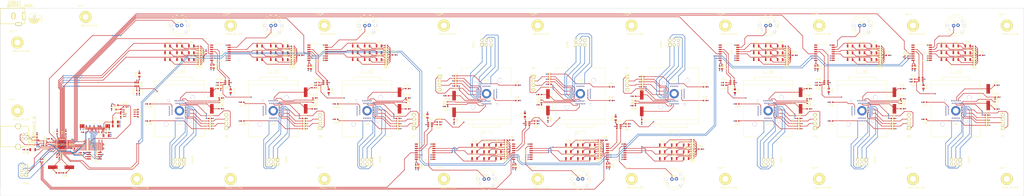
<source format=kicad_pcb>
(kicad_pcb (version 4) (host pcbnew 4.0.2-stable)
  (title_block (title "Ganged Programming Rig") (date 2016-10-24) (rev A) (company "Stephan Electronics"))
  (layers (0 F.Cu signal) (1 In1.Cu signal hide) (2 In2.Cu signal hide) (31 B.Cu signal) (34 B.Paste user) (35 F.Paste user) (36 B.SilkS user) (37 F.SilkS user) (38 B.Mask user) (39 F.Mask user) (44 Edge.Cuts user))
  (net 0 "")
  (net 1 +5V)
  (net 2 GND)
  (net 3 +12V)
  (net 4 +3V3)
  (net 5 "Net-(C11-Pad1)")
  (net 6 "Net-(C15-Pad1)")
  (net 7 "Net-(C16-Pad1)")
  (net 8 "Net-(C17-Pad1)")
  (net 9 "Net-(C17-Pad2)")
  (net 10 "Net-(C18-Pad1)")
  (net 11 "Net-(C20-Pad1)")
  (net 12 "Net-(C20-Pad2)")
  (net 13 "/Programming Socket #0/5V_SOCKET")
  (net 14 "Net-(C30-Pad1)")
  (net 15 "Net-(C33-Pad1)")
  (net 16 "Net-(C34-Pad1)")
  (net 17 "/Programming Socket #1/5V_SOCKET")
  (net 18 "Net-(C43-Pad1)")
  (net 19 "Net-(C46-Pad1)")
  (net 20 "Net-(C47-Pad1)")
  (net 21 "/Programming Socket #2/5V_SOCKET")
  (net 22 "Net-(C56-Pad1)")
  (net 23 "Net-(C59-Pad1)")
  (net 24 "Net-(C60-Pad1)")
  (net 25 "/Programming Socket #3/5V_SOCKET")
  (net 26 "Net-(C69-Pad1)")
  (net 27 "Net-(C72-Pad1)")
  (net 28 "Net-(C73-Pad1)")
  (net 29 "/Programming Socket #4/5V_SOCKET")
  (net 30 "Net-(C82-Pad1)")
  (net 31 "Net-(C85-Pad1)")
  (net 32 "Net-(C86-Pad1)")
  (net 33 "/Programming Socket #5/5V_SOCKET")
  (net 34 "Net-(C95-Pad1)")
  (net 35 "Net-(C98-Pad1)")
  (net 36 "Net-(C99-Pad1)")
  (net 37 "/Programming Socket #6/5V_SOCKET")
  (net 38 "Net-(C108-Pad1)")
  (net 39 "Net-(C111-Pad1)")
  (net 40 "Net-(C112-Pad1)")
  (net 41 "/Programming Socket #7/5V_SOCKET")
  (net 42 "Net-(C121-Pad1)")
  (net 43 "Net-(C124-Pad1)")
  (net 44 "Net-(C125-Pad1)")
  (net 45 "/Programming Socket #8/5V_SOCKET")
  (net 46 "Net-(C132-Pad1)")
  (net 47 "Net-(C135-Pad1)")
  (net 48 "Net-(C136-Pad1)")
  (net 49 /MISO)
  (net 50 /SCK)
  (net 51 /MOSI)
  (net 52 /RESET)
  (net 53 "/Programming Socket #0/PROG_MISO")
  (net 54 "/Programming Socket #0/PROG_SCK")
  (net 55 "/Programming Socket #0/PROG_MOSI")
  (net 56 "/Programming Socket #0/PROG_RESET")
  (net 57 "/Programming Socket #1/PROG_MISO")
  (net 58 "/Programming Socket #1/PROG_SCK")
  (net 59 "/Programming Socket #1/PROG_MOSI")
  (net 60 "/Programming Socket #1/PROG_RESET")
  (net 61 "/Programming Socket #2/PROG_MISO")
  (net 62 "/Programming Socket #2/PROG_SCK")
  (net 63 "/Programming Socket #2/PROG_MOSI")
  (net 64 "/Programming Socket #2/PROG_RESET")
  (net 65 "/Programming Socket #3/PROG_MISO")
  (net 66 "/Programming Socket #3/PROG_SCK")
  (net 67 "/Programming Socket #3/PROG_MOSI")
  (net 68 "/Programming Socket #3/PROG_RESET")
  (net 69 "/Programming Socket #4/PROG_MISO")
  (net 70 "/Programming Socket #4/PROG_SCK")
  (net 71 "/Programming Socket #4/PROG_MOSI")
  (net 72 "/Programming Socket #4/PROG_RESET")
  (net 73 "/Programming Socket #5/PROG_MISO")
  (net 74 "/Programming Socket #5/PROG_SCK")
  (net 75 "/Programming Socket #5/PROG_MOSI")
  (net 76 "/Programming Socket #5/PROG_RESET")
  (net 77 "/Programming Socket #6/PROG_MISO")
  (net 78 "/Programming Socket #6/PROG_SCK")
  (net 79 "/Programming Socket #6/PROG_MOSI")
  (net 80 "/Programming Socket #6/PROG_RESET")
  (net 81 "/Programming Socket #7/PROG_MISO")
  (net 82 "/Programming Socket #7/PROG_SCK")
  (net 83 "/Programming Socket #7/PROG_MOSI")
  (net 84 "/Programming Socket #7/PROG_RESET")
  (net 85 "/Programming Socket #8/PROG_MISO")
  (net 86 "/Programming Socket #8/PROG_SCK")
  (net 87 "/Programming Socket #8/PROG_MOSI")
  (net 88 "/Programming Socket #8/PROG_RESET")
  (net 89 "Net-(D1-Pad1)")
  (net 90 "Net-(D1-Pad2)")
  (net 91 "/Programming Socket #0/LED1")
  (net 92 "Net-(D2-Pad2)")
  (net 93 "Net-(D3-Pad2)")
  (net 94 "Net-(D4-Pad2)")
  (net 95 "/Programming Socket #0/LED2")
  (net 96 "Net-(D5-Pad2)")
  (net 97 "Net-(D6-Pad2)")
  (net 98 "Net-(D7-Pad2)")
  (net 99 "/Programming Socket #0/LED3")
  (net 100 "Net-(D8-Pad2)")
  (net 101 "Net-(D9-Pad2)")
  (net 102 "Net-(D10-Pad2)")
  (net 103 "/Programming Socket #1/LED1")
  (net 104 "Net-(D11-Pad2)")
  (net 105 "Net-(D12-Pad2)")
  (net 106 "Net-(D13-Pad2)")
  (net 107 "/Programming Socket #1/LED2")
  (net 108 "Net-(D14-Pad2)")
  (net 109 "Net-(D15-Pad2)")
  (net 110 "Net-(D16-Pad2)")
  (net 111 "/Programming Socket #1/LED3")
  (net 112 "Net-(D17-Pad2)")
  (net 113 "Net-(D18-Pad2)")
  (net 114 "Net-(D19-Pad2)")
  (net 115 "/Programming Socket #2/LED1")
  (net 116 "Net-(D20-Pad2)")
  (net 117 "Net-(D21-Pad2)")
  (net 118 "Net-(D22-Pad2)")
  (net 119 "/Programming Socket #2/LED2")
  (net 120 "Net-(D23-Pad2)")
  (net 121 "Net-(D24-Pad2)")
  (net 122 "Net-(D25-Pad2)")
  (net 123 "/Programming Socket #2/LED3")
  (net 124 "Net-(D26-Pad2)")
  (net 125 "Net-(D27-Pad2)")
  (net 126 "Net-(D28-Pad2)")
  (net 127 "/Programming Socket #3/LED1")
  (net 128 "Net-(D29-Pad2)")
  (net 129 "Net-(D30-Pad2)")
  (net 130 "Net-(D31-Pad2)")
  (net 131 "/Programming Socket #3/LED2")
  (net 132 "Net-(D32-Pad2)")
  (net 133 "Net-(D33-Pad2)")
  (net 134 "Net-(D34-Pad2)")
  (net 135 "/Programming Socket #3/LED3")
  (net 136 "Net-(D35-Pad2)")
  (net 137 "Net-(D36-Pad2)")
  (net 138 "Net-(D37-Pad2)")
  (net 139 "/Programming Socket #4/LED1")
  (net 140 "Net-(D38-Pad2)")
  (net 141 "Net-(D39-Pad2)")
  (net 142 "Net-(D40-Pad2)")
  (net 143 "/Programming Socket #4/LED2")
  (net 144 "Net-(D41-Pad2)")
  (net 145 "Net-(D42-Pad2)")
  (net 146 "Net-(D43-Pad2)")
  (net 147 "/Programming Socket #4/LED3")
  (net 148 "Net-(D44-Pad2)")
  (net 149 "Net-(D45-Pad2)")
  (net 150 "Net-(D46-Pad2)")
  (net 151 "/Programming Socket #5/LED1")
  (net 152 "Net-(D47-Pad2)")
  (net 153 "Net-(D48-Pad2)")
  (net 154 "Net-(D49-Pad2)")
  (net 155 "/Programming Socket #5/LED2")
  (net 156 "Net-(D50-Pad2)")
  (net 157 "Net-(D51-Pad2)")
  (net 158 "Net-(D52-Pad2)")
  (net 159 "/Programming Socket #5/LED3")
  (net 160 "Net-(D53-Pad2)")
  (net 161 "Net-(D54-Pad2)")
  (net 162 "Net-(D55-Pad2)")
  (net 163 "/Programming Socket #6/LED1")
  (net 164 "Net-(D56-Pad2)")
  (net 165 "Net-(D57-Pad2)")
  (net 166 "Net-(D58-Pad2)")
  (net 167 "/Programming Socket #6/LED2")
  (net 168 "Net-(D59-Pad2)")
  (net 169 "Net-(D60-Pad2)")
  (net 170 "Net-(D61-Pad2)")
  (net 171 "/Programming Socket #6/LED3")
  (net 172 "Net-(D62-Pad2)")
  (net 173 "Net-(D63-Pad2)")
  (net 174 "Net-(D64-Pad2)")
  (net 175 "/Programming Socket #7/LED1")
  (net 176 "Net-(D65-Pad2)")
  (net 177 "Net-(D66-Pad2)")
  (net 178 "Net-(D67-Pad2)")
  (net 179 "/Programming Socket #7/LED2")
  (net 180 "Net-(D68-Pad2)")
  (net 181 "Net-(D69-Pad2)")
  (net 182 "Net-(D70-Pad2)")
  (net 183 "/Programming Socket #7/LED3")
  (net 184 "Net-(D71-Pad2)")
  (net 185 "Net-(D72-Pad2)")
  (net 186 "Net-(D73-Pad2)")
  (net 187 "Net-(D74-Pad2)")
  (net 188 "Net-(D75-Pad2)")
  (net 189 "Net-(D76-Pad2)")
  (net 190 "Net-(D77-Pad2)")
  (net 191 "Net-(D78-Pad2)")
  (net 192 "Net-(D79-Pad2)")
  (net 193 "Net-(D80-Pad2)")
  (net 194 "Net-(D81-Pad2)")
  (net 195 "Net-(D82-Pad2)")
  (net 196 "Net-(P1-Pad1)")
  (net 197 "Net-(P1-Pad2)")
  (net 198 "Net-(P1-Pad3)")
  (net 199 "Net-(P2-Pad1)")
  (net 200 "Net-(P2-Pad2)")
  (net 201 "Net-(P2-Pad3)")
  (net 202 "Net-(P3-Pad1)")
  (net 203 "Net-(P3-Pad2)")
  (net 204 "Net-(P3-Pad3)")
  (net 205 "Net-(P4-Pad1)")
  (net 206 "Net-(P4-Pad2)")
  (net 207 "Net-(P4-Pad3)")
  (net 208 "Net-(P5-Pad1)")
  (net 209 "Net-(P5-Pad2)")
  (net 210 "Net-(P5-Pad3)")
  (net 211 "Net-(P6-Pad1)")
  (net 212 "Net-(P6-Pad2)")
  (net 213 "Net-(P6-Pad3)")
  (net 214 "Net-(P7-Pad1)")
  (net 215 "Net-(P7-Pad2)")
  (net 216 "Net-(P7-Pad3)")
  (net 217 "Net-(P8-Pad1)")
  (net 218 "Net-(P8-Pad2)")
  (net 219 "Net-(P8-Pad3)")
  (net 220 "Net-(P9-Pad1)")
  (net 221 "Net-(P9-Pad2)")
  (net 222 "Net-(P9-Pad3)")
  (net 223 /BL_POWER)
  (net 224 "Net-(R1-Pad1)")
  (net 225 "Net-(R4-Pad1)")
  (net 226 /USB_D-)
  (net 227 "Net-(R5-Pad1)")
  (net 228 /USB_D+)
  (net 229 /SPI2_MOSI)
  (net 230 /SPI2_CLK)
  (net 231 /LCD_DnC)
  (net 232 /LCD_nRES)
  (net 233 /LCD_SS)
  (net 234 /FLASH_nS)
  (net 235 "Net-(R6-Pad10)")
  (net 236 /FLASH_HV_nS)
  (net 237 /LCD_HV_SS)
  (net 238 /LCD_HV_nRES)
  (net 239 /LCD_HV_DnC)
  (net 240 /SPI2_HV_SCK)
  (net 241 /SPI2_HV_MOSI)
  (net 242 "Net-(R15-Pad2)")
  (net 243 "Net-(R18-Pad2)")
  (net 244 "Net-(R19-Pad2)")
  (net 245 "Net-(R28-Pad2)")
  (net 246 "Net-(R31-Pad2)")
  (net 247 "Net-(R32-Pad2)")
  (net 248 "Net-(R41-Pad2)")
  (net 249 "Net-(R44-Pad2)")
  (net 250 "Net-(R45-Pad2)")
  (net 251 "Net-(R54-Pad2)")
  (net 252 "Net-(R57-Pad2)")
  (net 253 "Net-(R58-Pad2)")
  (net 254 "Net-(R67-Pad2)")
  (net 255 "Net-(R70-Pad2)")
  (net 256 "Net-(R71-Pad2)")
  (net 257 "Net-(R80-Pad2)")
  (net 258 "Net-(R83-Pad2)")
  (net 259 "Net-(R84-Pad2)")
  (net 260 "Net-(R93-Pad2)")
  (net 261 "Net-(R96-Pad2)")
  (net 262 "Net-(R97-Pad2)")
  (net 263 "Net-(R106-Pad2)")
  (net 264 "Net-(R109-Pad2)")
  (net 265 "Net-(R110-Pad2)")
  (net 266 "Net-(R119-Pad2)")
  (net 267 "Net-(R122-Pad2)")
  (net 268 "Net-(R123-Pad2)")
  (net 269 "/Programming Socket #0/SWITCH")
  (net 270 "/Programming Socket #1/SWITCH")
  (net 271 "/Programming Socket #2/SWITCH")
  (net 272 "/Programming Socket #3/SWITCH")
  (net 273 "/Programming Socket #4/SWITCH")
  (net 274 "/Programming Socket #5/SWITCH")
  (net 275 "/Programming Socket #6/SWITCH")
  (net 276 "/Programming Socket #7/SWITCH")
  (net 277 /USB_VBUS)
  (net 278 /SPI2_MISO)
  (net 279 "/Programming Socket #0/PSU_EN")
  (net 280 "/Programming Socket #0/PSU_FAULT")
  (net 281 "/Programming Socket #1/PSU_EN")
  (net 282 "/Programming Socket #1/PSU_FAULT")
  (net 283 "/Programming Socket #2/PSU_EN")
  (net 284 "/Programming Socket #2/PSU_FAULT")
  (net 285 "/Programming Socket #3/PSU_EN")
  (net 286 "/Programming Socket #3/PSU_FAULT")
  (net 287 "/Programming Socket #4/PSU_EN")
  (net 288 "/Programming Socket #4/PSU_FAULT")
  (net 289 "/Programming Socket #5/PSU_EN")
  (net 290 "/Programming Socket #5/PSU_FAULT")
  (net 291 "/Programming Socket #6/PSU_EN")
  (net 292 "/Programming Socket #6/PSU_FAULT")
  (net 293 "/Programming Socket #7/PSU_EN")
  (net 294 "/Programming Socket #7/PSU_FAULT")
  (net 295 "Net-(U32-Pad3)")
  (net 296 "Net-(U32-Pad2)")
  (net 297 "/Programming Socket #8/LED1")
  (net 298 "/Programming Socket #8/LED2")
  (net 299 "/Programming Socket #8/LED3")
  (net 300 "/Programming Socket #3/INT")
  (net 301 "/Programming Socket #0/I2C_SCL")
  (net 302 "/Programming Socket #0/I2C_SDA")
  (net 303 "/Programming Socket #4/INT")
  (net 304 "/Programming Socket #8/SWITCH")
  (net 305 "/Programming Socket #5/INT")
  (net 306 "/Programming Socket #7/INT")
  (net 307 "/Programming Socket #6/INT")
  (net 308 "/Programming Socket #2/INT")
  (net 309 "/Programming Socket #1/INT")
  (net 310 "/Programming Socket #0/INT")
  (net 311 "/Programming Socket #8/PSU_FAULT")
  (net 312 "/Programming Socket #8/PSU_EN")
  (module Capacitors_SMD:C_0603 (layer F.Cu) (at 92.7 127.1)
    (fp_text reference C1 (at 0 -1.9) (layer F.SilkS))
    (fp_text value 100nF)
    (pad 1 smd rect (at -0.75 0) (size 0.8 0.75) (layers F.Cu F.Paste F.Mask) (net 1 +5V))
    (pad 2 smd rect (at 0.75 0) (size 0.8 0.75) (layers F.Cu F.Paste F.Mask) (net 2 GND))
  )
  (module Capacitors_SMD:C_0603 (layer F.Cu) (at 84.6 131.6 270)
    (fp_text reference C2 (at 0 -1.9 270) (layer F.SilkS))
    (fp_text value 100nF)
    (pad 1 smd rect (at -0.75 0 270) (size 0.8 0.75) (layers F.Cu F.Paste F.Mask) (net 1 +5V))
    (pad 2 smd rect (at 0.75 0 270) (size 0.8 0.75) (layers F.Cu F.Paste F.Mask) (net 2 GND))
  )
  (module Capacitors_SMD:C_0603 (layer F.Cu) (at 79.3 121.4 180)
    (fp_text reference C3 (at 0 -1.9 180) (layer F.SilkS))
    (fp_text value 100nF)
    (pad 1 smd rect (at -0.75 0 180) (size 0.8 0.75) (layers F.Cu F.Paste F.Mask) (net 1 +5V))
    (pad 2 smd rect (at 0.75 0 180) (size 0.8 0.75) (layers F.Cu F.Paste F.Mask) (net 2 GND))
  )
  (module Capacitors_SMD:C_0603 (layer F.Cu) (at 83.3 117.8 90)
    (fp_text reference C4 (at 0 -1.9 90) (layer F.SilkS))
    (fp_text value 100nF)
    (pad 1 smd rect (at -0.75 0 90) (size 0.8 0.75) (layers F.Cu F.Paste F.Mask) (net 1 +5V))
    (pad 2 smd rect (at 0.75 0 90) (size 0.8 0.75) (layers F.Cu F.Paste F.Mask) (net 2 GND))
  )
  (module Capacitors_SMD:C_1206 (layer F.Cu) (at 117.4 113.9)
    (fp_text reference C5 (at 0 -2.3) (layer F.SilkS))
    (fp_text value 22uF)
    (pad 1 smd rect (at -1.5 0) (size 1 1.6) (layers F.Cu F.Paste F.Mask) (net 3 +12V))
    (pad 2 smd rect (at 1.5 0) (size 1 1.6) (layers F.Cu F.Paste F.Mask) (net 2 GND))
  )
  (module Capacitors_SMD:C_1206 (layer F.Cu) (at 117.4 111.6)
    (fp_text reference C6 (at 0 -2.3) (layer F.SilkS))
    (fp_text value 22uF)
    (pad 1 smd rect (at -1.5 0) (size 1 1.6) (layers F.Cu F.Paste F.Mask) (net 3 +12V))
    (pad 2 smd rect (at 1.5 0) (size 1 1.6) (layers F.Cu F.Paste F.Mask) (net 2 GND))
  )
  (module Capacitors_SMD:C_0603 (layer F.Cu) (at 99.5 117.6)
    (fp_text reference C7 (at 0 -1.9) (layer F.SilkS))
    (fp_text value 100nF)
    (pad 1 smd rect (at -0.75 0) (size 0.8 0.75) (layers F.Cu F.Paste F.Mask) (net 2 GND))
    (pad 2 smd rect (at 0.75 0) (size 0.8 0.75) (layers F.Cu F.Paste F.Mask) (net 4 +3V3))
  )
  (module Capacitors_SMD:C_0603 (layer F.Cu) (at 88.4 117.8 90)
    (fp_text reference C8 (at 0 -1.9 90) (layer F.SilkS))
    (fp_text value 100nF)
    (pad 1 smd rect (at -0.75 0 90) (size 0.8 0.75) (layers F.Cu F.Paste F.Mask) (net 1 +5V))
    (pad 2 smd rect (at 0.75 0 90) (size 0.8 0.75) (layers F.Cu F.Paste F.Mask) (net 2 GND))
  )
  (module Capacitors_SMD:C_0603 (layer F.Cu) (at 112.8 117.8)
    (fp_text reference C9 (at 0 -1.9) (layer F.SilkS))
    (fp_text value 100nF)
    (pad 1 smd rect (at -0.75 0) (size 0.8 0.75) (layers F.Cu F.Paste F.Mask) (net 3 +12V))
    (pad 2 smd rect (at 0.75 0) (size 0.8 0.75) (layers F.Cu F.Paste F.Mask) (net 2 GND))
  )
  (module Capacitors_SMD:C_0603 (layer F.Cu) (at 71.5 119.7 90)
    (fp_text reference C10 (at 0 -1.9 90) (layer F.SilkS))
    (fp_text value 100nF)
    (pad 1 smd rect (at -0.75 0 90) (size 0.8 0.75) (layers F.Cu F.Paste F.Mask) (net 277 /USB_VBUS))
    (pad 2 smd rect (at 0.75 0 90) (size 0.8 0.75) (layers F.Cu F.Paste F.Mask) (net 2 GND))
  )
  (module Capacitors_SMD:C_1206 (layer F.Cu) (at 112 119.6)
    (fp_text reference C11 (at 0 -2.3) (layer F.SilkS))
    (fp_text value 4.7uF)
    (pad 1 smd rect (at -1.5 0) (size 1 1.6) (layers F.Cu F.Paste F.Mask) (net 5 "Net-(C11-Pad1)"))
    (pad 2 smd rect (at 1.5 0) (size 1 1.6) (layers F.Cu F.Paste F.Mask) (net 2 GND))
  )
  (module Capacitors_SMD:C_0603 (layer F.Cu) (at 76.1 125.2 180)
    (fp_text reference C12 (at 0 -1.9 180) (layer F.SilkS))
    (fp_text value 1uF)
    (pad 1 smd rect (at -0.75 0 180) (size 0.8 0.75) (layers F.Cu F.Paste F.Mask) (net 4 +3V3))
    (pad 2 smd rect (at 0.75 0 180) (size 0.8 0.75) (layers F.Cu F.Paste F.Mask) (net 2 GND))
  )
  (module Capacitors_SMD:C_0603 (layer F.Cu) (at 115.2 103 270)
    (fp_text reference C13 (at 0 -1.9 270) (layer F.SilkS))
    (fp_text value 4.7uF)
    (pad 1 smd rect (at -0.75 0 270) (size 0.8 0.75) (layers F.Cu F.Paste F.Mask) (net 1 +5V))
    (pad 2 smd rect (at 0.75 0 270) (size 0.8 0.75) (layers F.Cu F.Paste F.Mask) (net 2 GND))
  )
  (module Capacitors_SMD:C_0603 (layer F.Cu) (at 98.1 129.5 180)
    (fp_text reference C14 (at 0 -1.9 180) (layer F.SilkS))
    (fp_text value 100nF)
    (pad 1 smd rect (at -0.75 0 180) (size 0.8 0.75) (layers F.Cu F.Paste F.Mask) (net 4 +3V3))
    (pad 2 smd rect (at 0.75 0 180) (size 0.8 0.75) (layers F.Cu F.Paste F.Mask) (net 2 GND))
  )
  (module Capacitors_SMD:C_0603 (layer F.Cu) (at 123 102.7)
    (fp_text reference C15 (at 0 -1.9) (layer F.SilkS))
    (fp_text value 100nF)
    (pad 1 smd rect (at -0.75 0) (size 0.8 0.75) (layers F.Cu F.Paste F.Mask) (net 6 "Net-(C15-Pad1)"))
    (pad 2 smd rect (at 0.75 0) (size 0.8 0.75) (layers F.Cu F.Paste F.Mask) (net 2 GND))
  )
  (module Capacitors_SMD:C_0603 (layer F.Cu) (at 83.6 141.4)
    (fp_text reference C16 (at 0 -1.9) (layer F.SilkS))
    (fp_text value 18pF)
    (pad 1 smd rect (at -0.75 0) (size 0.8 0.75) (layers F.Cu F.Paste F.Mask) (net 7 "Net-(C16-Pad1)"))
    (pad 2 smd rect (at 0.75 0) (size 0.8 0.75) (layers F.Cu F.Paste F.Mask) (net 2 GND))
  )
  (module Capacitors_SMD:C_0603 (layer F.Cu) (at 130.7 107.8 270)
    (fp_text reference C17 (at 0 -1.9 270) (layer F.SilkS))
    (fp_text value 220nF)
    (pad 1 smd rect (at -0.75 0 270) (size 0.8 0.75) (layers F.Cu F.Paste F.Mask) (net 8 "Net-(C17-Pad1)"))
    (pad 2 smd rect (at 0.75 0 270) (size 0.8 0.75) (layers F.Cu F.Paste F.Mask) (net 9 "Net-(C17-Pad2)"))
  )
  (module Capacitors_SMD:C_0603 (layer F.Cu) (at 87.8 141.4 180)
    (fp_text reference C18 (at 0 -1.9 180) (layer F.SilkS))
    (fp_text value 18pF)
    (pad 1 smd rect (at -0.75 0 180) (size 0.8 0.75) (layers F.Cu F.Paste F.Mask) (net 10 "Net-(C18-Pad1)"))
    (pad 2 smd rect (at 0.75 0 180) (size 0.8 0.75) (layers F.Cu F.Paste F.Mask) (net 2 GND))
  )
  (module Capacitors_SMD:C_0603 (layer F.Cu) (at 120.6 104.9 90)
    (fp_text reference C19 (at 0 -1.9 90) (layer F.SilkS))
    (fp_text value 100nF)
    (pad 1 smd rect (at -0.75 0 90) (size 0.8 0.75) (layers F.Cu F.Paste F.Mask) (net 3 +12V))
    (pad 2 smd rect (at 0.75 0 90) (size 0.8 0.75) (layers F.Cu F.Paste F.Mask) (net 6 "Net-(C15-Pad1)"))
  )
  (module Capacitors_SMD:C_0603 (layer F.Cu) (at 130.7 105 90)
    (fp_text reference C20 (at 0 -1.9 90) (layer F.SilkS))
    (fp_text value 220nF)
    (pad 1 smd rect (at -0.75 0 90) (size 0.8 0.75) (layers F.Cu F.Paste F.Mask) (net 11 "Net-(C20-Pad1)"))
    (pad 2 smd rect (at 0.75 0 90) (size 0.8 0.75) (layers F.Cu F.Paste F.Mask) (net 12 "Net-(C20-Pad2)"))
  )
  (module Capacitors_SMD:C_0603 (layer F.Cu) (at 120.6 107.6 270)
    (fp_text reference C21 (at 0 -1.9 270) (layer F.SilkS))
    (fp_text value 4.7uF)
    (pad 1 smd rect (at -0.75 0 270) (size 0.8 0.75) (layers F.Cu F.Paste F.Mask) (net 3 +12V))
    (pad 2 smd rect (at 0.75 0 270) (size 0.8 0.75) (layers F.Cu F.Paste F.Mask) (net 2 GND))
  )
  (module Capacitors_SMD:C_0603 (layer F.Cu) (at 584.6 79.5 270)
    (fp_text reference C22 (at 0 -1.9 270) (layer F.SilkS))
    (fp_text value 100nF)
    (pad 1 smd rect (at -0.75 0 270) (size 0.8 0.75) (layers F.Cu F.Paste F.Mask) (net 1 +5V))
    (pad 2 smd rect (at 0.75 0 270) (size 0.8 0.75) (layers F.Cu F.Paste F.Mask) (net 2 GND))
  )
  (module Capacitors_SMD:C_0805 (layer F.Cu) (at 586.1 79.5 270)
    (fp_text reference C23 (at 0 -2.1 270) (layer F.SilkS))
    (fp_text value 10uF)
    (pad 1 smd rect (at -1 0 270) (size 1 1.25) (layers F.Cu F.Paste F.Mask) (net 1 +5V))
    (pad 2 smd rect (at 1 0 270) (size 1 1.25) (layers F.Cu F.Paste F.Mask) (net 2 GND))
  )
  (module Capacitors_SMD:C_0805 (layer F.Cu) (at 591.1 91 270)
    (fp_text reference C24 (at 0 -2.1 270) (layer F.SilkS))
    (fp_text value 10uF)
    (pad 1 smd rect (at -1 0 270) (size 1 1.25) (layers F.Cu F.Paste F.Mask) (net 1 +5V))
    (pad 2 smd rect (at 1 0 270) (size 1 1.25) (layers F.Cu F.Paste F.Mask) (net 2 GND))
  )
  (module Capacitors_SMD:C_0603 (layer F.Cu) (at 585.1 88 180)
    (fp_text reference C25 (at 0 -1.9 180) (layer F.SilkS))
    (fp_text value 1uF)
    (pad 1 smd rect (at -0.75 0 180) (size 0.8 0.75) (layers F.Cu F.Paste F.Mask) (net 13 "/Programming Socket #0/5V_SOCKET"))
    (pad 2 smd rect (at 0.75 0 180) (size 0.8 0.75) (layers F.Cu F.Paste F.Mask) (net 2 GND))
  )
  (module Capacitors_SMD:C_0603 (layer F.Cu) (at 625.1 72.5)
    (fp_text reference C26 (at 0 -1.9) (layer F.SilkS))
    (fp_text value 100nF)
    (pad 1 smd rect (at -0.75 0) (size 0.8 0.75) (layers F.Cu F.Paste F.Mask) (net 1 +5V))
    (pad 2 smd rect (at 0.75 0) (size 0.8 0.75) (layers F.Cu F.Paste F.Mask) (net 2 GND))
  )
  (module Capacitors_SMD:C_0603 (layer F.Cu) (at 592.1 100 180)
    (fp_text reference C27 (at 0 -1.9 180) (layer F.SilkS))
    (fp_text value 100nF)
    (pad 1 smd rect (at -0.75 0 180) (size 0.8 0.75) (layers F.Cu F.Paste F.Mask) (net 13 "/Programming Socket #0/5V_SOCKET"))
    (pad 2 smd rect (at 0.75 0 180) (size 0.8 0.75) (layers F.Cu F.Paste F.Mask) (net 2 GND))
  )
  (module Capacitors_SMD:C_0603 (layer F.Cu) (at 592.1 110 180)
    (fp_text reference C28 (at 0 -1.9 180) (layer F.SilkS))
    (fp_text value 100nF)
    (pad 1 smd rect (at -0.75 0 180) (size 0.8 0.75) (layers F.Cu F.Paste F.Mask) (net 13 "/Programming Socket #0/5V_SOCKET"))
    (pad 2 smd rect (at 0.75 0 180) (size 0.8 0.75) (layers F.Cu F.Paste F.Mask) (net 2 GND))
  )
  (module Capacitors_SMD:C_0603 (layer F.Cu) (at 628.1 110.5)
    (fp_text reference C29 (at 0 -1.9) (layer F.SilkS))
    (fp_text value 100nF)
    (pad 1 smd rect (at -0.75 0) (size 0.8 0.75) (layers F.Cu F.Paste F.Mask) (net 13 "/Programming Socket #0/5V_SOCKET"))
    (pad 2 smd rect (at 0.75 0) (size 0.8 0.75) (layers F.Cu F.Paste F.Mask) (net 2 GND))
  )
  (module Capacitors_SMD:C_0603 (layer F.Cu) (at 628.1 107.5)
    (fp_text reference C30 (at 0 -1.9) (layer F.SilkS))
    (fp_text value 1uF)
    (pad 1 smd rect (at -0.75 0) (size 0.8 0.75) (layers F.Cu F.Paste F.Mask) (net 14 "Net-(C30-Pad1)"))
    (pad 2 smd rect (at 0.75 0) (size 0.8 0.75) (layers F.Cu F.Paste F.Mask) (net 2 GND))
  )
  (module Capacitors_SMD:C_0603 (layer F.Cu) (at 628.1 113.5)
    (fp_text reference C31 (at 0 -1.9) (layer F.SilkS))
    (fp_text value 100nF)
    (pad 1 smd rect (at -0.75 0) (size 0.8 0.75) (layers F.Cu F.Paste F.Mask) (net 13 "/Programming Socket #0/5V_SOCKET"))
    (pad 2 smd rect (at 0.75 0) (size 0.8 0.75) (layers F.Cu F.Paste F.Mask) (net 2 GND))
  )
  (module Capacitors_SMD:C_0603 (layer F.Cu) (at 634.1 97)
    (fp_text reference C32 (at 0 -1.9) (layer F.SilkS))
    (fp_text value 100nF)
    (pad 1 smd rect (at -0.75 0) (size 0.8 0.75) (layers F.Cu F.Paste F.Mask) (net 13 "/Programming Socket #0/5V_SOCKET"))
    (pad 2 smd rect (at 0.75 0) (size 0.8 0.75) (layers F.Cu F.Paste F.Mask) (net 2 GND))
  )
  (module Capacitors_SMD:C_0603 (layer F.Cu) (at 633.6 90)
    (fp_text reference C33 (at 0 -1.9) (layer F.SilkS))
    (fp_text value 18pF)
    (pad 1 smd rect (at -0.75 0) (size 0.8 0.75) (layers F.Cu F.Paste F.Mask) (net 15 "Net-(C33-Pad1)"))
    (pad 2 smd rect (at 0.75 0) (size 0.8 0.75) (layers F.Cu F.Paste F.Mask) (net 2 GND))
  )
  (module Capacitors_SMD:C_0603 (layer F.Cu) (at 633.6 104)
    (fp_text reference C34 (at 0 -1.9) (layer F.SilkS))
    (fp_text value 18pF)
    (pad 1 smd rect (at -0.75 0) (size 0.8 0.75) (layers F.Cu F.Paste F.Mask) (net 16 "Net-(C34-Pad1)"))
    (pad 2 smd rect (at 0.75 0) (size 0.8 0.75) (layers F.Cu F.Paste F.Mask) (net 2 GND))
  )
  (module Capacitors_SMD:C_0603 (layer F.Cu) (at 527.6 79.5 270)
    (fp_text reference C35 (at 0 -1.9 270) (layer F.SilkS))
    (fp_text value 100nF)
    (pad 1 smd rect (at -0.75 0 270) (size 0.8 0.75) (layers F.Cu F.Paste F.Mask) (net 1 +5V))
    (pad 2 smd rect (at 0.75 0 270) (size 0.8 0.75) (layers F.Cu F.Paste F.Mask) (net 2 GND))
  )
  (module Capacitors_SMD:C_0805 (layer F.Cu) (at 529.1 79.5 270)
    (fp_text reference C36 (at 0 -2.1 270) (layer F.SilkS))
    (fp_text value 10uF)
    (pad 1 smd rect (at -1 0 270) (size 1 1.25) (layers F.Cu F.Paste F.Mask) (net 1 +5V))
    (pad 2 smd rect (at 1 0 270) (size 1 1.25) (layers F.Cu F.Paste F.Mask) (net 2 GND))
  )
  (module Capacitors_SMD:C_0805 (layer F.Cu) (at 535.6 93 270)
    (fp_text reference C37 (at 0 -2.1 270) (layer F.SilkS))
    (fp_text value 10uF)
    (pad 1 smd rect (at -1 0 270) (size 1 1.25) (layers F.Cu F.Paste F.Mask) (net 1 +5V))
    (pad 2 smd rect (at 1 0 270) (size 1 1.25) (layers F.Cu F.Paste F.Mask) (net 2 GND))
  )
  (module Capacitors_SMD:C_0603 (layer F.Cu) (at 529.6 90 180)
    (fp_text reference C38 (at 0 -1.9 180) (layer F.SilkS))
    (fp_text value 1uF)
    (pad 1 smd rect (at -0.75 0 180) (size 0.8 0.75) (layers F.Cu F.Paste F.Mask) (net 17 "/Programming Socket #1/5V_SOCKET"))
    (pad 2 smd rect (at 0.75 0 180) (size 0.8 0.75) (layers F.Cu F.Paste F.Mask) (net 2 GND))
  )
  (module Capacitors_SMD:C_0603 (layer F.Cu) (at 570.1 72.5)
    (fp_text reference C39 (at 0 -1.9) (layer F.SilkS))
    (fp_text value 100nF)
    (pad 1 smd rect (at -0.75 0) (size 0.8 0.75) (layers F.Cu F.Paste F.Mask) (net 1 +5V))
    (pad 2 smd rect (at 0.75 0) (size 0.8 0.75) (layers F.Cu F.Paste F.Mask) (net 2 GND))
  )
  (module Capacitors_SMD:C_0603 (layer F.Cu) (at 537.1 100 180)
    (fp_text reference C40 (at 0 -1.9 180) (layer F.SilkS))
    (fp_text value 100nF)
    (pad 1 smd rect (at -0.75 0 180) (size 0.8 0.75) (layers F.Cu F.Paste F.Mask) (net 17 "/Programming Socket #1/5V_SOCKET"))
    (pad 2 smd rect (at 0.75 0 180) (size 0.8 0.75) (layers F.Cu F.Paste F.Mask) (net 2 GND))
  )
  (module Capacitors_SMD:C_0603 (layer F.Cu) (at 537.1 111 180)
    (fp_text reference C41 (at 0 -1.9 180) (layer F.SilkS))
    (fp_text value 100nF)
    (pad 1 smd rect (at -0.75 0 180) (size 0.8 0.75) (layers F.Cu F.Paste F.Mask) (net 17 "/Programming Socket #1/5V_SOCKET"))
    (pad 2 smd rect (at 0.75 0 180) (size 0.8 0.75) (layers F.Cu F.Paste F.Mask) (net 2 GND))
  )
  (module Capacitors_SMD:C_0603 (layer F.Cu) (at 573.1 112.5)
    (fp_text reference C42 (at 0 -1.9) (layer F.SilkS))
    (fp_text value 100nF)
    (pad 1 smd rect (at -0.75 0) (size 0.8 0.75) (layers F.Cu F.Paste F.Mask) (net 17 "/Programming Socket #1/5V_SOCKET"))
    (pad 2 smd rect (at 0.75 0) (size 0.8 0.75) (layers F.Cu F.Paste F.Mask) (net 2 GND))
  )
  (module Capacitors_SMD:C_0603 (layer F.Cu) (at 573.1 109.5)
    (fp_text reference C43 (at 0 -1.9) (layer F.SilkS))
    (fp_text value 1uF)
    (pad 1 smd rect (at -0.75 0) (size 0.8 0.75) (layers F.Cu F.Paste F.Mask) (net 18 "Net-(C43-Pad1)"))
    (pad 2 smd rect (at 0.75 0) (size 0.8 0.75) (layers F.Cu F.Paste F.Mask) (net 2 GND))
  )
  (module Capacitors_SMD:C_0603 (layer F.Cu) (at 573.1 115.5)
    (fp_text reference C44 (at 0 -1.9) (layer F.SilkS))
    (fp_text value 100nF)
    (pad 1 smd rect (at -0.75 0) (size 0.8 0.75) (layers F.Cu F.Paste F.Mask) (net 17 "/Programming Socket #1/5V_SOCKET"))
    (pad 2 smd rect (at 0.75 0) (size 0.8 0.75) (layers F.Cu F.Paste F.Mask) (net 2 GND))
  )
  (module Capacitors_SMD:C_0603 (layer F.Cu) (at 578.6 98)
    (fp_text reference C45 (at 0 -1.9) (layer F.SilkS))
    (fp_text value 100nF)
    (pad 1 smd rect (at -0.75 0) (size 0.8 0.75) (layers F.Cu F.Paste F.Mask) (net 17 "/Programming Socket #1/5V_SOCKET"))
    (pad 2 smd rect (at 0.75 0) (size 0.8 0.75) (layers F.Cu F.Paste F.Mask) (net 2 GND))
  )
  (module Capacitors_SMD:C_0603 (layer F.Cu) (at 578.6 92)
    (fp_text reference C46 (at 0 -1.9) (layer F.SilkS))
    (fp_text value 18pF)
    (pad 1 smd rect (at -0.75 0) (size 0.8 0.75) (layers F.Cu F.Paste F.Mask) (net 19 "Net-(C46-Pad1)"))
    (pad 2 smd rect (at 0.75 0) (size 0.8 0.75) (layers F.Cu F.Paste F.Mask) (net 2 GND))
  )
  (module Capacitors_SMD:C_0603 (layer F.Cu) (at 578.7 103.8)
    (fp_text reference C47 (at 0 -1.9) (layer F.SilkS))
    (fp_text value 18pF)
    (pad 1 smd rect (at -0.75 0) (size 0.8 0.75) (layers F.Cu F.Paste F.Mask) (net 20 "Net-(C47-Pad1)"))
    (pad 2 smd rect (at 0.75 0) (size 0.8 0.75) (layers F.Cu F.Paste F.Mask) (net 2 GND))
  )
  (module Capacitors_SMD:C_0603 (layer F.Cu) (at 471.6 79.5 270)
    (fp_text reference C48 (at 0 -1.9 270) (layer F.SilkS))
    (fp_text value 100nF)
    (pad 1 smd rect (at -0.75 0 270) (size 0.8 0.75) (layers F.Cu F.Paste F.Mask) (net 1 +5V))
    (pad 2 smd rect (at 0.75 0 270) (size 0.8 0.75) (layers F.Cu F.Paste F.Mask) (net 2 GND))
  )
  (module Capacitors_SMD:C_0805 (layer F.Cu) (at 473.1 79.5 270)
    (fp_text reference C49 (at 0 -2.1 270) (layer F.SilkS))
    (fp_text value 10uF)
    (pad 1 smd rect (at -1 0 270) (size 1 1.25) (layers F.Cu F.Paste F.Mask) (net 1 +5V))
    (pad 2 smd rect (at 1 0 270) (size 1 1.25) (layers F.Cu F.Paste F.Mask) (net 2 GND))
  )
  (module Capacitors_SMD:C_0805 (layer F.Cu) (at 480.6 93.5 270)
    (fp_text reference C50 (at 0 -2.1 270) (layer F.SilkS))
    (fp_text value 10uF)
    (pad 1 smd rect (at -1 0 270) (size 1 1.25) (layers F.Cu F.Paste F.Mask) (net 1 +5V))
    (pad 2 smd rect (at 1 0 270) (size 1 1.25) (layers F.Cu F.Paste F.Mask) (net 2 GND))
  )
  (module Capacitors_SMD:C_0603 (layer F.Cu) (at 474.6 90 180)
    (fp_text reference C51 (at 0 -1.9 180) (layer F.SilkS))
    (fp_text value 1uF)
    (pad 1 smd rect (at -0.75 0 180) (size 0.8 0.75) (layers F.Cu F.Paste F.Mask) (net 21 "/Programming Socket #2/5V_SOCKET"))
    (pad 2 smd rect (at 0.75 0 180) (size 0.8 0.75) (layers F.Cu F.Paste F.Mask) (net 2 GND))
  )
  (module Capacitors_SMD:C_0603 (layer F.Cu) (at 515.35 72.5)
    (fp_text reference C52 (at 0 -1.9) (layer F.SilkS))
    (fp_text value 100nF)
    (pad 1 smd rect (at -0.75 0) (size 0.8 0.75) (layers F.Cu F.Paste F.Mask) (net 1 +5V))
    (pad 2 smd rect (at 0.75 0) (size 0.8 0.75) (layers F.Cu F.Paste F.Mask) (net 2 GND))
  )
  (module Capacitors_SMD:C_0603 (layer F.Cu) (at 482.1 101 180)
    (fp_text reference C53 (at 0 -1.9 180) (layer F.SilkS))
    (fp_text value 100nF)
    (pad 1 smd rect (at -0.75 0 180) (size 0.8 0.75) (layers F.Cu F.Paste F.Mask) (net 21 "/Programming Socket #2/5V_SOCKET"))
    (pad 2 smd rect (at 0.75 0 180) (size 0.8 0.75) (layers F.Cu F.Paste F.Mask) (net 2 GND))
  )
  (module Capacitors_SMD:C_0603 (layer F.Cu) (at 482.1 111 180)
    (fp_text reference C54 (at 0 -1.9 180) (layer F.SilkS))
    (fp_text value 100nF)
    (pad 1 smd rect (at -0.75 0 180) (size 0.8 0.75) (layers F.Cu F.Paste F.Mask) (net 21 "/Programming Socket #2/5V_SOCKET"))
    (pad 2 smd rect (at 0.75 0 180) (size 0.8 0.75) (layers F.Cu F.Paste F.Mask) (net 2 GND))
  )
  (module Capacitors_SMD:C_0603 (layer F.Cu) (at 518.1 112.5)
    (fp_text reference C55 (at 0 -1.9) (layer F.SilkS))
    (fp_text value 100nF)
    (pad 1 smd rect (at -0.75 0) (size 0.8 0.75) (layers F.Cu F.Paste F.Mask) (net 21 "/Programming Socket #2/5V_SOCKET"))
    (pad 2 smd rect (at 0.75 0) (size 0.8 0.75) (layers F.Cu F.Paste F.Mask) (net 2 GND))
  )
  (module Capacitors_SMD:C_0603 (layer F.Cu) (at 518.1 109.5)
    (fp_text reference C56 (at 0 -1.9) (layer F.SilkS))
    (fp_text value 1uF)
    (pad 1 smd rect (at -0.75 0) (size 0.8 0.75) (layers F.Cu F.Paste F.Mask) (net 22 "Net-(C56-Pad1)"))
    (pad 2 smd rect (at 0.75 0) (size 0.8 0.75) (layers F.Cu F.Paste F.Mask) (net 2 GND))
  )
  (module Capacitors_SMD:C_0603 (layer F.Cu) (at 518.1 115.5)
    (fp_text reference C57 (at 0 -1.9) (layer F.SilkS))
    (fp_text value 100nF)
    (pad 1 smd rect (at -0.75 0) (size 0.8 0.75) (layers F.Cu F.Paste F.Mask) (net 21 "/Programming Socket #2/5V_SOCKET"))
    (pad 2 smd rect (at 0.75 0) (size 0.8 0.75) (layers F.Cu F.Paste F.Mask) (net 2 GND))
  )
  (module Capacitors_SMD:C_0603 (layer F.Cu) (at 523.6 98)
    (fp_text reference C58 (at 0 -1.9) (layer F.SilkS))
    (fp_text value 100nF)
    (pad 1 smd rect (at -0.75 0) (size 0.8 0.75) (layers F.Cu F.Paste F.Mask) (net 21 "/Programming Socket #2/5V_SOCKET"))
    (pad 2 smd rect (at 0.75 0) (size 0.8 0.75) (layers F.Cu F.Paste F.Mask) (net 2 GND))
  )
  (module Capacitors_SMD:C_0603 (layer F.Cu) (at 523.6 92)
    (fp_text reference C59 (at 0 -1.9) (layer F.SilkS))
    (fp_text value 18pF)
    (pad 1 smd rect (at -0.75 0) (size 0.8 0.75) (layers F.Cu F.Paste F.Mask) (net 23 "Net-(C59-Pad1)"))
    (pad 2 smd rect (at 0.75 0) (size 0.8 0.75) (layers F.Cu F.Paste F.Mask) (net 2 GND))
  )
  (module Capacitors_SMD:C_0603 (layer F.Cu) (at 523.7 103.9)
    (fp_text reference C60 (at 0 -1.9) (layer F.SilkS))
    (fp_text value 18pF)
    (pad 1 smd rect (at -0.75 0) (size 0.8 0.75) (layers F.Cu F.Paste F.Mask) (net 24 "Net-(C60-Pad1)"))
    (pad 2 smd rect (at 0.75 0) (size 0.8 0.75) (layers F.Cu F.Paste F.Mask) (net 2 GND))
  )
  (module Capacitors_SMD:C_0603 (layer F.Cu) (at 405.5 137 270)
    (fp_text reference C61 (at 0 -1.9 270) (layer F.SilkS))
    (fp_text value 100nF)
    (pad 1 smd rect (at -0.75 0 270) (size 0.8 0.75) (layers F.Cu F.Paste F.Mask) (net 1 +5V))
    (pad 2 smd rect (at 0.75 0 270) (size 0.8 0.75) (layers F.Cu F.Paste F.Mask) (net 2 GND))
  )
  (module Capacitors_SMD:C_0805 (layer F.Cu) (at 407 137 270)
    (fp_text reference C62 (at 0 -2.1 270) (layer F.SilkS))
    (fp_text value 10uF)
    (pad 1 smd rect (at -1 0 270) (size 1 1.25) (layers F.Cu F.Paste F.Mask) (net 1 +5V))
    (pad 2 smd rect (at 1 0 270) (size 1 1.25) (layers F.Cu F.Paste F.Mask) (net 2 GND))
  )
  (module Capacitors_SMD:C_0805 (layer F.Cu) (at 410.7 109.5 90)
    (fp_text reference C63 (at 0 -2.1 90) (layer F.SilkS))
    (fp_text value 10uF)
    (pad 1 smd rect (at -1 0 90) (size 1 1.25) (layers F.Cu F.Paste F.Mask) (net 1 +5V))
    (pad 2 smd rect (at 1 0 90) (size 1 1.25) (layers F.Cu F.Paste F.Mask) (net 2 GND))
  )
  (module Capacitors_SMD:C_0603 (layer F.Cu) (at 417.5 112.7)
    (fp_text reference C64 (at 0 -1.9) (layer F.SilkS))
    (fp_text value 1uF)
    (pad 1 smd rect (at -0.75 0) (size 0.8 0.75) (layers F.Cu F.Paste F.Mask) (net 25 "/Programming Socket #3/5V_SOCKET"))
    (pad 2 smd rect (at 0.75 0) (size 0.8 0.75) (layers F.Cu F.Paste F.Mask) (net 2 GND))
  )
  (module Capacitors_SMD:C_0603 (layer F.Cu) (at 460.25 127.5)
    (fp_text reference C65 (at 0 -1.9) (layer F.SilkS))
    (fp_text value 100nF)
    (pad 1 smd rect (at -0.75 0) (size 0.8 0.75) (layers F.Cu F.Paste F.Mask) (net 1 +5V))
    (pad 2 smd rect (at 0.75 0) (size 0.8 0.75) (layers F.Cu F.Paste F.Mask) (net 2 GND))
  )
  (module Capacitors_SMD:C_0603 (layer F.Cu) (at 426.5 85 180)
    (fp_text reference C66 (at 0 -1.9 180) (layer F.SilkS))
    (fp_text value 100nF)
    (pad 1 smd rect (at -0.75 0 180) (size 0.8 0.75) (layers F.Cu F.Paste F.Mask) (net 25 "/Programming Socket #3/5V_SOCKET"))
    (pad 2 smd rect (at 0.75 0 180) (size 0.8 0.75) (layers F.Cu F.Paste F.Mask) (net 2 GND))
  )
  (module Capacitors_SMD:C_0603 (layer F.Cu) (at 426.5 88 180)
    (fp_text reference C67 (at 0 -1.9 180) (layer F.SilkS))
    (fp_text value 100nF)
    (pad 1 smd rect (at -0.75 0 180) (size 0.8 0.75) (layers F.Cu F.Paste F.Mask) (net 25 "/Programming Socket #3/5V_SOCKET"))
    (pad 2 smd rect (at 0.75 0 180) (size 0.8 0.75) (layers F.Cu F.Paste F.Mask) (net 2 GND))
  )
  (module Capacitors_SMD:C_0603 (layer F.Cu) (at 421.5 102 180)
    (fp_text reference C68 (at 0 -1.9 180) (layer F.SilkS))
    (fp_text value 100nF)
    (pad 1 smd rect (at -0.75 0 180) (size 0.8 0.75) (layers F.Cu F.Paste F.Mask) (net 25 "/Programming Socket #3/5V_SOCKET"))
    (pad 2 smd rect (at 0.75 0 180) (size 0.8 0.75) (layers F.Cu F.Paste F.Mask) (net 2 GND))
  )
  (module Capacitors_SMD:C_0603 (layer F.Cu) (at 426.5 91 180)
    (fp_text reference C69 (at 0 -1.9 180) (layer F.SilkS))
    (fp_text value 1uF)
    (pad 1 smd rect (at -0.75 0 180) (size 0.8 0.75) (layers F.Cu F.Paste F.Mask) (net 26 "Net-(C69-Pad1)"))
    (pad 2 smd rect (at 0.75 0 180) (size 0.8 0.75) (layers F.Cu F.Paste F.Mask) (net 2 GND))
  )
  (module Capacitors_SMD:C_0603 (layer F.Cu) (at 463 99)
    (fp_text reference C70 (at 0 -1.9) (layer F.SilkS))
    (fp_text value 100nF)
    (pad 1 smd rect (at -0.75 0) (size 0.8 0.75) (layers F.Cu F.Paste F.Mask) (net 25 "/Programming Socket #3/5V_SOCKET"))
    (pad 2 smd rect (at 0.75 0) (size 0.8 0.75) (layers F.Cu F.Paste F.Mask) (net 2 GND))
  )
  (module Capacitors_SMD:C_0603 (layer F.Cu) (at 463 91)
    (fp_text reference C71 (at 0 -1.9) (layer F.SilkS))
    (fp_text value 100nF)
    (pad 1 smd rect (at -0.75 0) (size 0.8 0.75) (layers F.Cu F.Paste F.Mask) (net 25 "/Programming Socket #3/5V_SOCKET"))
    (pad 2 smd rect (at 0.75 0) (size 0.8 0.75) (layers F.Cu F.Paste F.Mask) (net 2 GND))
  )
  (module Capacitors_SMD:C_0603 (layer F.Cu) (at 426 111 270)
    (fp_text reference C72 (at 0 -1.9 270) (layer F.SilkS))
    (fp_text value 18pF)
    (pad 1 smd rect (at -0.75 0 270) (size 0.8 0.75) (layers F.Cu F.Paste F.Mask) (net 27 "Net-(C72-Pad1)"))
    (pad 2 smd rect (at 0.75 0 270) (size 0.8 0.75) (layers F.Cu F.Paste F.Mask) (net 2 GND))
  )
  (module Capacitors_SMD:C_0603 (layer F.Cu) (at 421.6 96.5 180)
    (fp_text reference C73 (at 0 -1.9 180) (layer F.SilkS))
    (fp_text value 18pF)
    (pad 1 smd rect (at -0.75 0 180) (size 0.8 0.75) (layers F.Cu F.Paste F.Mask) (net 28 "Net-(C73-Pad1)"))
    (pad 2 smd rect (at 0.75 0 180) (size 0.8 0.75) (layers F.Cu F.Paste F.Mask) (net 2 GND))
  )
  (module Capacitors_SMD:C_0603 (layer F.Cu) (at 350.5 137.5 270)
    (fp_text reference C74 (at 0 -1.9 270) (layer F.SilkS))
    (fp_text value 100nF)
    (pad 1 smd rect (at -0.75 0 270) (size 0.8 0.75) (layers F.Cu F.Paste F.Mask) (net 1 +5V))
    (pad 2 smd rect (at 0.75 0 270) (size 0.8 0.75) (layers F.Cu F.Paste F.Mask) (net 2 GND))
  )
  (module Capacitors_SMD:C_0805 (layer F.Cu) (at 352 137.5 270)
    (fp_text reference C75 (at 0 -2.1 270) (layer F.SilkS))
    (fp_text value 10uF)
    (pad 1 smd rect (at -1 0 270) (size 1 1.25) (layers F.Cu F.Paste F.Mask) (net 1 +5V))
    (pad 2 smd rect (at 1 0 270) (size 1 1.25) (layers F.Cu F.Paste F.Mask) (net 2 GND))
  )
  (module Capacitors_SMD:C_0805 (layer F.Cu) (at 357.5 107.5 90)
    (fp_text reference C76 (at 0 -2.1 90) (layer F.SilkS))
    (fp_text value 10uF)
    (pad 1 smd rect (at -1 0 90) (size 1 1.25) (layers F.Cu F.Paste F.Mask) (net 1 +5V))
    (pad 2 smd rect (at 1 0 90) (size 1 1.25) (layers F.Cu F.Paste F.Mask) (net 2 GND))
  )
  (module Capacitors_SMD:C_0603 (layer F.Cu) (at 364 111)
    (fp_text reference C77 (at 0 -1.9) (layer F.SilkS))
    (fp_text value 1uF)
    (pad 1 smd rect (at -0.75 0) (size 0.8 0.75) (layers F.Cu F.Paste F.Mask) (net 29 "/Programming Socket #4/5V_SOCKET"))
    (pad 2 smd rect (at 0.75 0) (size 0.8 0.75) (layers F.Cu F.Paste F.Mask) (net 2 GND))
  )
  (module Capacitors_SMD:C_0603 (layer F.Cu) (at 404.1 122.3)
    (fp_text reference C78 (at 0 -1.9) (layer F.SilkS))
    (fp_text value 100nF)
    (pad 1 smd rect (at -0.75 0) (size 0.8 0.75) (layers F.Cu F.Paste F.Mask) (net 1 +5V))
    (pad 2 smd rect (at 0.75 0) (size 0.8 0.75) (layers F.Cu F.Paste F.Mask) (net 2 GND))
  )
  (module Capacitors_SMD:C_0603 (layer F.Cu) (at 366.5 101.5 180)
    (fp_text reference C79 (at 0 -1.9 180) (layer F.SilkS))
    (fp_text value 100nF)
    (pad 1 smd rect (at -0.75 0 180) (size 0.8 0.75) (layers F.Cu F.Paste F.Mask) (net 29 "/Programming Socket #4/5V_SOCKET"))
    (pad 2 smd rect (at 0.75 0 180) (size 0.8 0.75) (layers F.Cu F.Paste F.Mask) (net 2 GND))
  )
  (module Capacitors_SMD:C_0603 (layer F.Cu) (at 372 83.5 180)
    (fp_text reference C80 (at 0 -1.9 180) (layer F.SilkS))
    (fp_text value 100nF)
    (pad 1 smd rect (at -0.75 0 180) (size 0.8 0.75) (layers F.Cu F.Paste F.Mask) (net 29 "/Programming Socket #4/5V_SOCKET"))
    (pad 2 smd rect (at 0.75 0 180) (size 0.8 0.75) (layers F.Cu F.Paste F.Mask) (net 2 GND))
  )
  (module Capacitors_SMD:C_0603 (layer F.Cu) (at 372 86.5 180)
    (fp_text reference C81 (at 0 -1.9 180) (layer F.SilkS))
    (fp_text value 100nF)
    (pad 1 smd rect (at -0.75 0 180) (size 0.8 0.75) (layers F.Cu F.Paste F.Mask) (net 29 "/Programming Socket #4/5V_SOCKET"))
    (pad 2 smd rect (at 0.75 0 180) (size 0.8 0.75) (layers F.Cu F.Paste F.Mask) (net 2 GND))
  )
  (module Capacitors_SMD:C_0603 (layer F.Cu) (at 372 89.5 180)
    (fp_text reference C82 (at 0 -1.9 180) (layer F.SilkS))
    (fp_text value 1uF)
    (pad 1 smd rect (at -0.75 0 180) (size 0.8 0.75) (layers F.Cu F.Paste F.Mask) (net 30 "Net-(C82-Pad1)"))
    (pad 2 smd rect (at 0.75 0 180) (size 0.8 0.75) (layers F.Cu F.Paste F.Mask) (net 2 GND))
  )
  (module Capacitors_SMD:C_0603 (layer F.Cu) (at 408 99)
    (fp_text reference C83 (at 0 -1.9) (layer F.SilkS))
    (fp_text value 100nF)
    (pad 1 smd rect (at -0.75 0) (size 0.8 0.75) (layers F.Cu F.Paste F.Mask) (net 29 "/Programming Socket #4/5V_SOCKET"))
    (pad 2 smd rect (at 0.75 0) (size 0.8 0.75) (layers F.Cu F.Paste F.Mask) (net 2 GND))
  )
  (module Capacitors_SMD:C_0603 (layer F.Cu) (at 408 91)
    (fp_text reference C84 (at 0 -1.9) (layer F.SilkS))
    (fp_text value 100nF)
    (pad 1 smd rect (at -0.75 0) (size 0.8 0.75) (layers F.Cu F.Paste F.Mask) (net 29 "/Programming Socket #4/5V_SOCKET"))
    (pad 2 smd rect (at 0.75 0) (size 0.8 0.75) (layers F.Cu F.Paste F.Mask) (net 2 GND))
  )
  (module Capacitors_SMD:C_0603 (layer F.Cu) (at 371 110 270)
    (fp_text reference C85 (at 0 -1.9 270) (layer F.SilkS))
    (fp_text value 18pF)
    (pad 1 smd rect (at -0.75 0 270) (size 0.8 0.75) (layers F.Cu F.Paste F.Mask) (net 31 "Net-(C85-Pad1)"))
    (pad 2 smd rect (at 0.75 0 270) (size 0.8 0.75) (layers F.Cu F.Paste F.Mask) (net 2 GND))
  )
  (module Capacitors_SMD:C_0603 (layer F.Cu) (at 366.4 95.5 180)
    (fp_text reference C86 (at 0 -1.9 180) (layer F.SilkS))
    (fp_text value 18pF)
    (pad 1 smd rect (at -0.75 0 180) (size 0.8 0.75) (layers F.Cu F.Paste F.Mask) (net 32 "Net-(C86-Pad1)"))
    (pad 2 smd rect (at 0.75 0 180) (size 0.8 0.75) (layers F.Cu F.Paste F.Mask) (net 2 GND))
  )
  (module Capacitors_SMD:C_0603 (layer F.Cu) (at 293.5 137.5 270)
    (fp_text reference C87 (at 0 -1.9 270) (layer F.SilkS))
    (fp_text value 100nF)
    (pad 1 smd rect (at -0.75 0 270) (size 0.8 0.75) (layers F.Cu F.Paste F.Mask) (net 1 +5V))
    (pad 2 smd rect (at 0.75 0 270) (size 0.8 0.75) (layers F.Cu F.Paste F.Mask) (net 2 GND))
  )
  (module Capacitors_SMD:C_0805 (layer F.Cu) (at 295 137.5 270)
    (fp_text reference C88 (at 0 -2.1 270) (layer F.SilkS))
    (fp_text value 10uF)
    (pad 1 smd rect (at -1 0 270) (size 1 1.25) (layers F.Cu F.Paste F.Mask) (net 1 +5V))
    (pad 2 smd rect (at 1 0 270) (size 1 1.25) (layers F.Cu F.Paste F.Mask) (net 2 GND))
  )
  (module Capacitors_SMD:C_0805 (layer F.Cu) (at 300.4 108.1 90)
    (fp_text reference C89 (at 0 -2.1 90) (layer F.SilkS))
    (fp_text value 10uF)
    (pad 1 smd rect (at -1 0 90) (size 1 1.25) (layers F.Cu F.Paste F.Mask) (net 1 +5V))
    (pad 2 smd rect (at 1 0 90) (size 1 1.25) (layers F.Cu F.Paste F.Mask) (net 2 GND))
  )
  (module Capacitors_SMD:C_0603 (layer F.Cu) (at 306.9 111.6)
    (fp_text reference C90 (at 0 -1.9) (layer F.SilkS))
    (fp_text value 1uF)
    (pad 1 smd rect (at -0.75 0) (size 0.8 0.75) (layers F.Cu F.Paste F.Mask) (net 33 "/Programming Socket #5/5V_SOCKET"))
    (pad 2 smd rect (at 0.75 0) (size 0.8 0.75) (layers F.Cu F.Paste F.Mask) (net 2 GND))
  )
  (module Capacitors_SMD:C_0603 (layer F.Cu) (at 349.4 122.2)
    (fp_text reference C91 (at 0 -1.9) (layer F.SilkS))
    (fp_text value 100nF)
    (pad 1 smd rect (at -0.75 0) (size 0.8 0.75) (layers F.Cu F.Paste F.Mask) (net 1 +5V))
    (pad 2 smd rect (at 0.75 0) (size 0.8 0.75) (layers F.Cu F.Paste F.Mask) (net 2 GND))
  )
  (module Capacitors_SMD:C_0603 (layer F.Cu) (at 311.5 102.5 180)
    (fp_text reference C92 (at 0 -1.9 180) (layer F.SilkS))
    (fp_text value 100nF)
    (pad 1 smd rect (at -0.75 0 180) (size 0.8 0.75) (layers F.Cu F.Paste F.Mask) (net 33 "/Programming Socket #5/5V_SOCKET"))
    (pad 2 smd rect (at 0.75 0 180) (size 0.8 0.75) (layers F.Cu F.Paste F.Mask) (net 2 GND))
  )
  (module Capacitors_SMD:C_0603 (layer F.Cu) (at 317 84.5 180)
    (fp_text reference C93 (at 0 -1.9 180) (layer F.SilkS))
    (fp_text value 100nF)
    (pad 1 smd rect (at -0.75 0 180) (size 0.8 0.75) (layers F.Cu F.Paste F.Mask) (net 33 "/Programming Socket #5/5V_SOCKET"))
    (pad 2 smd rect (at 0.75 0 180) (size 0.8 0.75) (layers F.Cu F.Paste F.Mask) (net 2 GND))
  )
  (module Capacitors_SMD:C_0603 (layer F.Cu) (at 317 87.5 180)
    (fp_text reference C94 (at 0 -1.9 180) (layer F.SilkS))
    (fp_text value 100nF)
    (pad 1 smd rect (at -0.75 0 180) (size 0.8 0.75) (layers F.Cu F.Paste F.Mask) (net 33 "/Programming Socket #5/5V_SOCKET"))
    (pad 2 smd rect (at 0.75 0 180) (size 0.8 0.75) (layers F.Cu F.Paste F.Mask) (net 2 GND))
  )
  (module Capacitors_SMD:C_0603 (layer F.Cu) (at 317 90.5 180)
    (fp_text reference C95 (at 0 -1.9 180) (layer F.SilkS))
    (fp_text value 1uF)
    (pad 1 smd rect (at -0.75 0 180) (size 0.8 0.75) (layers F.Cu F.Paste F.Mask) (net 34 "Net-(C95-Pad1)"))
    (pad 2 smd rect (at 0.75 0 180) (size 0.8 0.75) (layers F.Cu F.Paste F.Mask) (net 2 GND))
  )
  (module Capacitors_SMD:C_0603 (layer F.Cu) (at 353 99)
    (fp_text reference C96 (at 0 -1.9) (layer F.SilkS))
    (fp_text value 100nF)
    (pad 1 smd rect (at -0.75 0) (size 0.8 0.75) (layers F.Cu F.Paste F.Mask) (net 33 "/Programming Socket #5/5V_SOCKET"))
    (pad 2 smd rect (at 0.75 0) (size 0.8 0.75) (layers F.Cu F.Paste F.Mask) (net 2 GND))
  )
  (module Capacitors_SMD:C_0603 (layer F.Cu) (at 353 90)
    (fp_text reference C97 (at 0 -1.9) (layer F.SilkS))
    (fp_text value 100nF)
    (pad 1 smd rect (at -0.75 0) (size 0.8 0.75) (layers F.Cu F.Paste F.Mask) (net 33 "/Programming Socket #5/5V_SOCKET"))
    (pad 2 smd rect (at 0.75 0) (size 0.8 0.75) (layers F.Cu F.Paste F.Mask) (net 2 GND))
  )
  (module Capacitors_SMD:C_0603 (layer F.Cu) (at 316 111 270)
    (fp_text reference C98 (at 0 -1.9 270) (layer F.SilkS))
    (fp_text value 18pF)
    (pad 1 smd rect (at -0.75 0 270) (size 0.8 0.75) (layers F.Cu F.Paste F.Mask) (net 35 "Net-(C98-Pad1)"))
    (pad 2 smd rect (at 0.75 0 270) (size 0.8 0.75) (layers F.Cu F.Paste F.Mask) (net 2 GND))
  )
  (module Capacitors_SMD:C_0603 (layer F.Cu) (at 311.9 96.2 180)
    (fp_text reference C99 (at 0 -1.9 180) (layer F.SilkS))
    (fp_text value 18pF)
    (pad 1 smd rect (at -0.75 0 180) (size 0.8 0.75) (layers F.Cu F.Paste F.Mask) (net 36 "Net-(C99-Pad1)"))
    (pad 2 smd rect (at 0.75 0 180) (size 0.8 0.75) (layers F.Cu F.Paste F.Mask) (net 2 GND))
  )
  (module Capacitors_SMD:C_0603 (layer F.Cu) (at 230.5 79.5 270)
    (fp_text reference C100 (at 0 -1.9 270) (layer F.SilkS))
    (fp_text value 100nF)
    (pad 1 smd rect (at -0.75 0 270) (size 0.8 0.75) (layers F.Cu F.Paste F.Mask) (net 1 +5V))
    (pad 2 smd rect (at 0.75 0 270) (size 0.8 0.75) (layers F.Cu F.Paste F.Mask) (net 2 GND))
  )
  (module Capacitors_SMD:C_0805 (layer F.Cu) (at 232 79.5 270)
    (fp_text reference C101 (at 0 -2.1 270) (layer F.SilkS))
    (fp_text value 10uF)
    (pad 1 smd rect (at -1 0 270) (size 1 1.25) (layers F.Cu F.Paste F.Mask) (net 1 +5V))
    (pad 2 smd rect (at 1 0 270) (size 1 1.25) (layers F.Cu F.Paste F.Mask) (net 2 GND))
  )
  (module Capacitors_SMD:C_0805 (layer F.Cu) (at 242.5 93.5 270)
    (fp_text reference C102 (at 0 -2.1 270) (layer F.SilkS))
    (fp_text value 10uF)
    (pad 1 smd rect (at -1 0 270) (size 1 1.25) (layers F.Cu F.Paste F.Mask) (net 1 +5V))
    (pad 2 smd rect (at 1 0 270) (size 1 1.25) (layers F.Cu F.Paste F.Mask) (net 2 GND))
  )
  (module Capacitors_SMD:C_0603 (layer F.Cu) (at 236 90 180)
    (fp_text reference C103 (at 0 -1.9 180) (layer F.SilkS))
    (fp_text value 1uF)
    (pad 1 smd rect (at -0.75 0 180) (size 0.8 0.75) (layers F.Cu F.Paste F.Mask) (net 37 "/Programming Socket #6/5V_SOCKET"))
    (pad 2 smd rect (at 0.75 0 180) (size 0.8 0.75) (layers F.Cu F.Paste F.Mask) (net 2 GND))
  )
  (module Capacitors_SMD:C_0603 (layer F.Cu) (at 280.75 72.25)
    (fp_text reference C104 (at 0 -1.9) (layer F.SilkS))
    (fp_text value 100nF)
    (pad 1 smd rect (at -0.75 0) (size 0.8 0.75) (layers F.Cu F.Paste F.Mask) (net 1 +5V))
    (pad 2 smd rect (at 0.75 0) (size 0.8 0.75) (layers F.Cu F.Paste F.Mask) (net 2 GND))
  )
  (module Capacitors_SMD:C_0603 (layer F.Cu) (at 247 101 180)
    (fp_text reference C105 (at 0 -1.9 180) (layer F.SilkS))
    (fp_text value 100nF)
    (pad 1 smd rect (at -0.75 0 180) (size 0.8 0.75) (layers F.Cu F.Paste F.Mask) (net 37 "/Programming Socket #6/5V_SOCKET"))
    (pad 2 smd rect (at 0.75 0 180) (size 0.8 0.75) (layers F.Cu F.Paste F.Mask) (net 2 GND))
  )
  (module Capacitors_SMD:C_0603 (layer F.Cu) (at 247 110 180)
    (fp_text reference C106 (at 0 -1.9 180) (layer F.SilkS))
    (fp_text value 100nF)
    (pad 1 smd rect (at -0.75 0 180) (size 0.8 0.75) (layers F.Cu F.Paste F.Mask) (net 37 "/Programming Socket #6/5V_SOCKET"))
    (pad 2 smd rect (at 0.75 0 180) (size 0.8 0.75) (layers F.Cu F.Paste F.Mask) (net 2 GND))
  )
  (module Capacitors_SMD:C_0603 (layer F.Cu) (at 283 112.5)
    (fp_text reference C107 (at 0 -1.9) (layer F.SilkS))
    (fp_text value 100nF)
    (pad 1 smd rect (at -0.75 0) (size 0.8 0.75) (layers F.Cu F.Paste F.Mask) (net 37 "/Programming Socket #6/5V_SOCKET"))
    (pad 2 smd rect (at 0.75 0) (size 0.8 0.75) (layers F.Cu F.Paste F.Mask) (net 2 GND))
  )
  (module Capacitors_SMD:C_0603 (layer F.Cu) (at 283 109.5)
    (fp_text reference C108 (at 0 -1.9) (layer F.SilkS))
    (fp_text value 1uF)
    (pad 1 smd rect (at -0.75 0) (size 0.8 0.75) (layers F.Cu F.Paste F.Mask) (net 38 "Net-(C108-Pad1)"))
    (pad 2 smd rect (at 0.75 0) (size 0.8 0.75) (layers F.Cu F.Paste F.Mask) (net 2 GND))
  )
  (module Capacitors_SMD:C_0603 (layer F.Cu) (at 283 115.5)
    (fp_text reference C109 (at 0 -1.9) (layer F.SilkS))
    (fp_text value 100nF)
    (pad 1 smd rect (at -0.75 0) (size 0.8 0.75) (layers F.Cu F.Paste F.Mask) (net 37 "/Programming Socket #6/5V_SOCKET"))
    (pad 2 smd rect (at 0.75 0) (size 0.8 0.75) (layers F.Cu F.Paste F.Mask) (net 2 GND))
  )
  (module Capacitors_SMD:C_0603 (layer F.Cu) (at 288.5 97.5)
    (fp_text reference C110 (at 0 -1.9) (layer F.SilkS))
    (fp_text value 100nF)
    (pad 1 smd rect (at -0.75 0) (size 0.8 0.75) (layers F.Cu F.Paste F.Mask) (net 37 "/Programming Socket #6/5V_SOCKET"))
    (pad 2 smd rect (at 0.75 0) (size 0.8 0.75) (layers F.Cu F.Paste F.Mask) (net 2 GND))
  )
  (module Capacitors_SMD:C_0603 (layer F.Cu) (at 288.5 92)
    (fp_text reference C111 (at 0 -1.9) (layer F.SilkS))
    (fp_text value 18pF)
    (pad 1 smd rect (at -0.75 0) (size 0.8 0.75) (layers F.Cu F.Paste F.Mask) (net 39 "Net-(C111-Pad1)"))
    (pad 2 smd rect (at 0.75 0) (size 0.8 0.75) (layers F.Cu F.Paste F.Mask) (net 2 GND))
  )
  (module Capacitors_SMD:C_0603 (layer F.Cu) (at 288.5 103.9)
    (fp_text reference C112 (at 0 -1.9) (layer F.SilkS))
    (fp_text value 18pF)
    (pad 1 smd rect (at -0.75 0) (size 0.8 0.75) (layers F.Cu F.Paste F.Mask) (net 40 "Net-(C112-Pad1)"))
    (pad 2 smd rect (at 0.75 0) (size 0.8 0.75) (layers F.Cu F.Paste F.Mask) (net 2 GND))
  )
  (module Capacitors_SMD:C_0603 (layer F.Cu) (at 173.5 79 270)
    (fp_text reference C113 (at 0 -1.9 270) (layer F.SilkS))
    (fp_text value 100nF)
    (pad 1 smd rect (at -0.75 0 270) (size 0.8 0.75) (layers F.Cu F.Paste F.Mask) (net 1 +5V))
    (pad 2 smd rect (at 0.75 0 270) (size 0.8 0.75) (layers F.Cu F.Paste F.Mask) (net 2 GND))
  )
  (module Capacitors_SMD:C_0805 (layer F.Cu) (at 175 79 270)
    (fp_text reference C114 (at 0 -2.1 270) (layer F.SilkS))
    (fp_text value 10uF)
    (pad 1 smd rect (at -1 0 270) (size 1 1.25) (layers F.Cu F.Paste F.Mask) (net 1 +5V))
    (pad 2 smd rect (at 1 0 270) (size 1 1.25) (layers F.Cu F.Paste F.Mask) (net 2 GND))
  )
  (module Capacitors_SMD:C_0805 (layer F.Cu) (at 185 93.5 270)
    (fp_text reference C115 (at 0 -2.1 270) (layer F.SilkS))
    (fp_text value 10uF)
    (pad 1 smd rect (at -1 0 270) (size 1 1.25) (layers F.Cu F.Paste F.Mask) (net 1 +5V))
    (pad 2 smd rect (at 1 0 270) (size 1 1.25) (layers F.Cu F.Paste F.Mask) (net 2 GND))
  )
  (module Capacitors_SMD:C_0603 (layer F.Cu) (at 178.5 90 180)
    (fp_text reference C116 (at 0 -1.9 180) (layer F.SilkS))
    (fp_text value 1uF)
    (pad 1 smd rect (at -0.75 0 180) (size 0.8 0.75) (layers F.Cu F.Paste F.Mask) (net 41 "/Programming Socket #7/5V_SOCKET"))
    (pad 2 smd rect (at 0.75 0 180) (size 0.8 0.75) (layers F.Cu F.Paste F.Mask) (net 2 GND))
  )
  (module Capacitors_SMD:C_0603 (layer F.Cu) (at 226 72.5)
    (fp_text reference C117 (at 0 -1.9) (layer F.SilkS))
    (fp_text value 100nF)
    (pad 1 smd rect (at -0.75 0) (size 0.8 0.75) (layers F.Cu F.Paste F.Mask) (net 1 +5V))
    (pad 2 smd rect (at 0.75 0) (size 0.8 0.75) (layers F.Cu F.Paste F.Mask) (net 2 GND))
  )
  (module Capacitors_SMD:C_0603 (layer F.Cu) (at 192 111 180)
    (fp_text reference C118 (at 0 -1.9 180) (layer F.SilkS))
    (fp_text value 100nF)
    (pad 1 smd rect (at -0.75 0 180) (size 0.8 0.75) (layers F.Cu F.Paste F.Mask) (net 41 "/Programming Socket #7/5V_SOCKET"))
    (pad 2 smd rect (at 0.75 0 180) (size 0.8 0.75) (layers F.Cu F.Paste F.Mask) (net 2 GND))
  )
  (module Capacitors_SMD:C_0603 (layer F.Cu) (at 192 100 180)
    (fp_text reference C119 (at 0 -1.9 180) (layer F.SilkS))
    (fp_text value 100nF)
    (pad 1 smd rect (at -0.75 0 180) (size 0.8 0.75) (layers F.Cu F.Paste F.Mask) (net 41 "/Programming Socket #7/5V_SOCKET"))
    (pad 2 smd rect (at 0.75 0 180) (size 0.8 0.75) (layers F.Cu F.Paste F.Mask) (net 2 GND))
  )
  (module Capacitors_SMD:C_0603 (layer F.Cu) (at 228 112.5)
    (fp_text reference C120 (at 0 -1.9) (layer F.SilkS))
    (fp_text value 100nF)
    (pad 1 smd rect (at -0.75 0) (size 0.8 0.75) (layers F.Cu F.Paste F.Mask) (net 41 "/Programming Socket #7/5V_SOCKET"))
    (pad 2 smd rect (at 0.75 0) (size 0.8 0.75) (layers F.Cu F.Paste F.Mask) (net 2 GND))
  )
  (module Capacitors_SMD:C_0603 (layer F.Cu) (at 228 109.5)
    (fp_text reference C121 (at 0 -1.9) (layer F.SilkS))
    (fp_text value 1uF)
    (pad 1 smd rect (at -0.75 0) (size 0.8 0.75) (layers F.Cu F.Paste F.Mask) (net 42 "Net-(C121-Pad1)"))
    (pad 2 smd rect (at 0.75 0) (size 0.8 0.75) (layers F.Cu F.Paste F.Mask) (net 2 GND))
  )
  (module Capacitors_SMD:C_0603 (layer F.Cu) (at 228 115.5)
    (fp_text reference C122 (at 0 -1.9) (layer F.SilkS))
    (fp_text value 100nF)
    (pad 1 smd rect (at -0.75 0) (size 0.8 0.75) (layers F.Cu F.Paste F.Mask) (net 41 "/Programming Socket #7/5V_SOCKET"))
    (pad 2 smd rect (at 0.75 0) (size 0.8 0.75) (layers F.Cu F.Paste F.Mask) (net 2 GND))
  )
  (module Capacitors_SMD:C_0603 (layer F.Cu) (at 234 97.5)
    (fp_text reference C123 (at 0 -1.9) (layer F.SilkS))
    (fp_text value 100nF)
    (pad 1 smd rect (at -0.75 0) (size 0.8 0.75) (layers F.Cu F.Paste F.Mask) (net 41 "/Programming Socket #7/5V_SOCKET"))
    (pad 2 smd rect (at 0.75 0) (size 0.8 0.75) (layers F.Cu F.Paste F.Mask) (net 2 GND))
  )
  (module Capacitors_SMD:C_0603 (layer F.Cu) (at 233.5 91.5)
    (fp_text reference C124 (at 0 -1.9) (layer F.SilkS))
    (fp_text value 18pF)
    (pad 1 smd rect (at -0.75 0) (size 0.8 0.75) (layers F.Cu F.Paste F.Mask) (net 43 "Net-(C124-Pad1)"))
    (pad 2 smd rect (at 0.75 0) (size 0.8 0.75) (layers F.Cu F.Paste F.Mask) (net 2 GND))
  )
  (module Capacitors_SMD:C_0603 (layer F.Cu) (at 233.6 103.9)
    (fp_text reference C125 (at 0 -1.9) (layer F.SilkS))
    (fp_text value 18pF)
    (pad 1 smd rect (at -0.75 0) (size 0.8 0.75) (layers F.Cu F.Paste F.Mask) (net 44 "Net-(C125-Pad1)"))
    (pad 2 smd rect (at 0.75 0) (size 0.8 0.75) (layers F.Cu F.Paste F.Mask) (net 2 GND))
  )
  (module Capacitors_SMD:C_0805 (layer F.Cu) (at 131.5 84 90)
    (fp_text reference C126 (at 0 -2.1 90) (layer F.SilkS))
    (fp_text value 10uF)
    (pad 1 smd rect (at -1 0 90) (size 1 1.25) (layers F.Cu F.Paste F.Mask) (net 1 +5V))
    (pad 2 smd rect (at 1 0 90) (size 1 1.25) (layers F.Cu F.Paste F.Mask) (net 2 GND))
  )
  (module Capacitors_SMD:C_0603 (layer F.Cu) (at 131.5 94 270)
    (fp_text reference C127 (at 0 -1.9 270) (layer F.SilkS))
    (fp_text value 1uF)
    (pad 1 smd rect (at -0.75 0 270) (size 0.8 0.75) (layers F.Cu F.Paste F.Mask) (net 45 "/Programming Socket #8/5V_SOCKET"))
    (pad 2 smd rect (at 0.75 0 270) (size 0.8 0.75) (layers F.Cu F.Paste F.Mask) (net 2 GND))
  )
  (module Capacitors_SMD:C_0603 (layer F.Cu) (at 170.6 70.8 90)
    (fp_text reference C128 (at 0 -1.9 90) (layer F.SilkS))
    (fp_text value 100nF)
    (pad 1 smd rect (at -0.75 0 90) (size 0.8 0.75) (layers F.Cu F.Paste F.Mask) (net 1 +5V))
    (pad 2 smd rect (at 0.75 0 90) (size 0.8 0.75) (layers F.Cu F.Paste F.Mask) (net 2 GND))
  )
  (module Capacitors_SMD:C_0603 (layer F.Cu) (at 137 111 180)
    (fp_text reference C129 (at 0 -1.9 180) (layer F.SilkS))
    (fp_text value 100nF)
    (pad 1 smd rect (at -0.75 0 180) (size 0.8 0.75) (layers F.Cu F.Paste F.Mask) (net 45 "/Programming Socket #8/5V_SOCKET"))
    (pad 2 smd rect (at 0.75 0 180) (size 0.8 0.75) (layers F.Cu F.Paste F.Mask) (net 2 GND))
  )
  (module Capacitors_SMD:C_0603 (layer F.Cu) (at 137 101 180)
    (fp_text reference C130 (at 0 -1.9 180) (layer F.SilkS))
    (fp_text value 100nF)
    (pad 1 smd rect (at -0.75 0 180) (size 0.8 0.75) (layers F.Cu F.Paste F.Mask) (net 45 "/Programming Socket #8/5V_SOCKET"))
    (pad 2 smd rect (at 0.75 0 180) (size 0.8 0.75) (layers F.Cu F.Paste F.Mask) (net 2 GND))
  )
  (module Capacitors_SMD:C_0603 (layer F.Cu) (at 173 112.5)
    (fp_text reference C131 (at 0 -1.9) (layer F.SilkS))
    (fp_text value 100nF)
    (pad 1 smd rect (at -0.75 0) (size 0.8 0.75) (layers F.Cu F.Paste F.Mask) (net 45 "/Programming Socket #8/5V_SOCKET"))
    (pad 2 smd rect (at 0.75 0) (size 0.8 0.75) (layers F.Cu F.Paste F.Mask) (net 2 GND))
  )
  (module Capacitors_SMD:C_0603 (layer F.Cu) (at 173 109.5)
    (fp_text reference C132 (at 0 -1.9) (layer F.SilkS))
    (fp_text value 1uF)
    (pad 1 smd rect (at -0.75 0) (size 0.8 0.75) (layers F.Cu F.Paste F.Mask) (net 46 "Net-(C132-Pad1)"))
    (pad 2 smd rect (at 0.75 0) (size 0.8 0.75) (layers F.Cu F.Paste F.Mask) (net 2 GND))
  )
  (module Capacitors_SMD:C_0603 (layer F.Cu) (at 173 115.5)
    (fp_text reference C133 (at 0 -1.9) (layer F.SilkS))
    (fp_text value 100nF)
    (pad 1 smd rect (at -0.75 0) (size 0.8 0.75) (layers F.Cu F.Paste F.Mask) (net 45 "/Programming Socket #8/5V_SOCKET"))
    (pad 2 smd rect (at 0.75 0) (size 0.8 0.75) (layers F.Cu F.Paste F.Mask) (net 2 GND))
  )
  (module Capacitors_SMD:C_0603 (layer F.Cu) (at 179 97.5)
    (fp_text reference C134 (at 0 -1.9) (layer F.SilkS))
    (fp_text value 100nF)
    (pad 1 smd rect (at -0.75 0) (size 0.8 0.75) (layers F.Cu F.Paste F.Mask) (net 45 "/Programming Socket #8/5V_SOCKET"))
    (pad 2 smd rect (at 0.75 0) (size 0.8 0.75) (layers F.Cu F.Paste F.Mask) (net 2 GND))
  )
  (module Capacitors_SMD:C_0603 (layer F.Cu) (at 178.5 92)
    (fp_text reference C135 (at 0 -1.9) (layer F.SilkS))
    (fp_text value 100nF)
    (pad 1 smd rect (at -0.75 0) (size 0.8 0.75) (layers F.Cu F.Paste F.Mask) (net 47 "Net-(C135-Pad1)"))
    (pad 2 smd rect (at 0.75 0) (size 0.8 0.75) (layers F.Cu F.Paste F.Mask) (net 2 GND))
  )
  (module Capacitors_SMD:C_0603 (layer F.Cu) (at 178.9 103.8)
    (fp_text reference C136 (at 0 -1.9) (layer F.SilkS))
    (fp_text value 100nF)
    (pad 1 smd rect (at -0.75 0) (size 0.8 0.75) (layers F.Cu F.Paste F.Mask) (net 48 "Net-(C136-Pad1)"))
    (pad 2 smd rect (at 0.75 0) (size 0.8 0.75) (layers F.Cu F.Paste F.Mask) (net 2 GND))
  )
  (module Pin_Headers:Pin_Header_Straight_2x03 (layer F.Cu) (at 65.2 142.5 180)
    (fp_text reference CON1 (at 0 -5.1 180) (layer F.SilkS))
    (fp_text value AVR-ISP-6)
    (pad 1 thru_hole rect (at 0 0 180) (size 1.7272 1.7272) (drill 1.016) (layers *.Cu *.Mask F.SilkS) (net 49 /MISO))
    (pad 2 thru_hole oval (at 2.54 0 180) (size 1.7272 1.7272) (drill 1.016) (layers *.Cu *.Mask F.SilkS) (net 1 +5V))
    (pad 3 thru_hole oval (at 0 2.54 180) (size 1.7272 1.7272) (drill 1.016) (layers *.Cu *.Mask F.SilkS) (net 50 /SCK))
    (pad 4 thru_hole oval (at 2.54 2.54 180) (size 1.7272 1.7272) (drill 1.016) (layers *.Cu *.Mask F.SilkS) (net 51 /MOSI))
    (pad 5 thru_hole oval (at 0 5.08 180) (size 1.7272 1.7272) (drill 1.016) (layers *.Cu *.Mask F.SilkS) (net 52 /RESET))
    (pad 6 thru_hole oval (at 2.54 5.08 180) (size 1.7272 1.7272) (drill 1.016) (layers *.Cu *.Mask F.SilkS) (net 2 GND))
  )
  (module Pin_Headers:Pin_Header_Straight_2x03 (layer F.Cu) (at 612.64 133.73 270)
    (fp_text reference CON2 (at 0 -5.1 270) (layer F.SilkS))
    (fp_text value AVR-ISP-6)
    (pad 1 thru_hole rect (at 0 0 270) (size 1.7272 1.7272) (drill 1.016) (layers *.Cu *.Mask F.SilkS) (net 53 "/Programming Socket #0/PROG_MISO"))
    (pad 2 thru_hole oval (at 2.54 0 270) (size 1.7272 1.7272) (drill 1.016) (layers *.Cu *.Mask F.SilkS) (net 13 "/Programming Socket #0/5V_SOCKET"))
    (pad 3 thru_hole oval (at 0 2.54 270) (size 1.7272 1.7272) (drill 1.016) (layers *.Cu *.Mask F.SilkS) (net 54 "/Programming Socket #0/PROG_SCK"))
    (pad 4 thru_hole oval (at 2.54 2.54 270) (size 1.7272 1.7272) (drill 1.016) (layers *.Cu *.Mask F.SilkS) (net 55 "/Programming Socket #0/PROG_MOSI"))
    (pad 5 thru_hole oval (at 0 5.08 270) (size 1.7272 1.7272) (drill 1.016) (layers *.Cu *.Mask F.SilkS) (net 56 "/Programming Socket #0/PROG_RESET"))
    (pad 6 thru_hole oval (at 2.54 5.08 270) (size 1.7272 1.7272) (drill 1.016) (layers *.Cu *.Mask F.SilkS) (net 2 GND))
  )
  (module Pin_Headers:Pin_Header_Straight_2x03 (layer F.Cu) (at 557.64 133.73 270)
    (fp_text reference CON3 (at 0 -5.1 270) (layer F.SilkS))
    (fp_text value AVR-ISP-6)
    (pad 1 thru_hole rect (at 0 0 270) (size 1.7272 1.7272) (drill 1.016) (layers *.Cu *.Mask F.SilkS) (net 57 "/Programming Socket #1/PROG_MISO"))
    (pad 2 thru_hole oval (at 2.54 0 270) (size 1.7272 1.7272) (drill 1.016) (layers *.Cu *.Mask F.SilkS) (net 17 "/Programming Socket #1/5V_SOCKET"))
    (pad 3 thru_hole oval (at 0 2.54 270) (size 1.7272 1.7272) (drill 1.016) (layers *.Cu *.Mask F.SilkS) (net 58 "/Programming Socket #1/PROG_SCK"))
    (pad 4 thru_hole oval (at 2.54 2.54 270) (size 1.7272 1.7272) (drill 1.016) (layers *.Cu *.Mask F.SilkS) (net 59 "/Programming Socket #1/PROG_MOSI"))
    (pad 5 thru_hole oval (at 0 5.08 270) (size 1.7272 1.7272) (drill 1.016) (layers *.Cu *.Mask F.SilkS) (net 60 "/Programming Socket #1/PROG_RESET"))
    (pad 6 thru_hole oval (at 2.54 5.08 270) (size 1.7272 1.7272) (drill 1.016) (layers *.Cu *.Mask F.SilkS) (net 2 GND))
  )
  (module Pin_Headers:Pin_Header_Straight_2x03 (layer F.Cu) (at 502.64 133.73 270)
    (fp_text reference CON4 (at 0 -5.1 270) (layer F.SilkS))
    (fp_text value AVR-ISP-6)
    (pad 1 thru_hole rect (at 0 0 270) (size 1.7272 1.7272) (drill 1.016) (layers *.Cu *.Mask F.SilkS) (net 61 "/Programming Socket #2/PROG_MISO"))
    (pad 2 thru_hole oval (at 2.54 0 270) (size 1.7272 1.7272) (drill 1.016) (layers *.Cu *.Mask F.SilkS) (net 21 "/Programming Socket #2/5V_SOCKET"))
    (pad 3 thru_hole oval (at 0 2.54 270) (size 1.7272 1.7272) (drill 1.016) (layers *.Cu *.Mask F.SilkS) (net 62 "/Programming Socket #2/PROG_SCK"))
    (pad 4 thru_hole oval (at 2.54 2.54 270) (size 1.7272 1.7272) (drill 1.016) (layers *.Cu *.Mask F.SilkS) (net 63 "/Programming Socket #2/PROG_MOSI"))
    (pad 5 thru_hole oval (at 0 5.08 270) (size 1.7272 1.7272) (drill 1.016) (layers *.Cu *.Mask F.SilkS) (net 64 "/Programming Socket #2/PROG_RESET"))
    (pad 6 thru_hole oval (at 2.54 5.08 270) (size 1.7272 1.7272) (drill 1.016) (layers *.Cu *.Mask F.SilkS) (net 2 GND))
  )
  (module Pin_Headers:Pin_Header_Straight_2x03 (layer F.Cu) (at 442.46 66.27 90)
    (fp_text reference CON5 (at 0 -5.1 90) (layer F.SilkS))
    (fp_text value AVR-ISP-6)
    (pad 1 thru_hole rect (at 0 0 90) (size 1.7272 1.7272) (drill 1.016) (layers *.Cu *.Mask F.SilkS) (net 65 "/Programming Socket #3/PROG_MISO"))
    (pad 2 thru_hole oval (at 2.54 0 90) (size 1.7272 1.7272) (drill 1.016) (layers *.Cu *.Mask F.SilkS) (net 25 "/Programming Socket #3/5V_SOCKET"))
    (pad 3 thru_hole oval (at 0 2.54 90) (size 1.7272 1.7272) (drill 1.016) (layers *.Cu *.Mask F.SilkS) (net 66 "/Programming Socket #3/PROG_SCK"))
    (pad 4 thru_hole oval (at 2.54 2.54 90) (size 1.7272 1.7272) (drill 1.016) (layers *.Cu *.Mask F.SilkS) (net 67 "/Programming Socket #3/PROG_MOSI"))
    (pad 5 thru_hole oval (at 0 5.08 90) (size 1.7272 1.7272) (drill 1.016) (layers *.Cu *.Mask F.SilkS) (net 68 "/Programming Socket #3/PROG_RESET"))
    (pad 6 thru_hole oval (at 2.54 5.08 90) (size 1.7272 1.7272) (drill 1.016) (layers *.Cu *.Mask F.SilkS) (net 2 GND))
  )
  (module Pin_Headers:Pin_Header_Straight_2x03 (layer F.Cu) (at 387.46 66.27 90)
    (fp_text reference CON6 (at 0 -5.1 90) (layer F.SilkS))
    (fp_text value AVR-ISP-6)
    (pad 1 thru_hole rect (at 0 0 90) (size 1.7272 1.7272) (drill 1.016) (layers *.Cu *.Mask F.SilkS) (net 69 "/Programming Socket #4/PROG_MISO"))
    (pad 2 thru_hole oval (at 2.54 0 90) (size 1.7272 1.7272) (drill 1.016) (layers *.Cu *.Mask F.SilkS) (net 29 "/Programming Socket #4/5V_SOCKET"))
    (pad 3 thru_hole oval (at 0 2.54 90) (size 1.7272 1.7272) (drill 1.016) (layers *.Cu *.Mask F.SilkS) (net 70 "/Programming Socket #4/PROG_SCK"))
    (pad 4 thru_hole oval (at 2.54 2.54 90) (size 1.7272 1.7272) (drill 1.016) (layers *.Cu *.Mask F.SilkS) (net 71 "/Programming Socket #4/PROG_MOSI"))
    (pad 5 thru_hole oval (at 0 5.08 90) (size 1.7272 1.7272) (drill 1.016) (layers *.Cu *.Mask F.SilkS) (net 72 "/Programming Socket #4/PROG_RESET"))
    (pad 6 thru_hole oval (at 2.54 5.08 90) (size 1.7272 1.7272) (drill 1.016) (layers *.Cu *.Mask F.SilkS) (net 2 GND))
  )
  (module Pin_Headers:Pin_Header_Straight_2x03 (layer F.Cu) (at 332.46 66.27 90)
    (fp_text reference CON7 (at 0 -5.1 90) (layer F.SilkS))
    (fp_text value AVR-ISP-6)
    (pad 1 thru_hole rect (at 0 0 90) (size 1.7272 1.7272) (drill 1.016) (layers *.Cu *.Mask F.SilkS) (net 73 "/Programming Socket #5/PROG_MISO"))
    (pad 2 thru_hole oval (at 2.54 0 90) (size 1.7272 1.7272) (drill 1.016) (layers *.Cu *.Mask F.SilkS) (net 33 "/Programming Socket #5/5V_SOCKET"))
    (pad 3 thru_hole oval (at 0 2.54 90) (size 1.7272 1.7272) (drill 1.016) (layers *.Cu *.Mask F.SilkS) (net 74 "/Programming Socket #5/PROG_SCK"))
    (pad 4 thru_hole oval (at 2.54 2.54 90) (size 1.7272 1.7272) (drill 1.016) (layers *.Cu *.Mask F.SilkS) (net 75 "/Programming Socket #5/PROG_MOSI"))
    (pad 5 thru_hole oval (at 0 5.08 90) (size 1.7272 1.7272) (drill 1.016) (layers *.Cu *.Mask F.SilkS) (net 76 "/Programming Socket #5/PROG_RESET"))
    (pad 6 thru_hole oval (at 2.54 5.08 90) (size 1.7272 1.7272) (drill 1.016) (layers *.Cu *.Mask F.SilkS) (net 2 GND))
  )
  (module Pin_Headers:Pin_Header_Straight_2x03 (layer F.Cu) (at 267.54 133.73 270)
    (fp_text reference CON8 (at 0 -5.1 270) (layer F.SilkS))
    (fp_text value AVR-ISP-6)
    (pad 1 thru_hole rect (at 0 0 270) (size 1.7272 1.7272) (drill 1.016) (layers *.Cu *.Mask F.SilkS) (net 77 "/Programming Socket #6/PROG_MISO"))
    (pad 2 thru_hole oval (at 2.54 0 270) (size 1.7272 1.7272) (drill 1.016) (layers *.Cu *.Mask F.SilkS) (net 37 "/Programming Socket #6/5V_SOCKET"))
    (pad 3 thru_hole oval (at 0 2.54 270) (size 1.7272 1.7272) (drill 1.016) (layers *.Cu *.Mask F.SilkS) (net 78 "/Programming Socket #6/PROG_SCK"))
    (pad 4 thru_hole oval (at 2.54 2.54 270) (size 1.7272 1.7272) (drill 1.016) (layers *.Cu *.Mask F.SilkS) (net 79 "/Programming Socket #6/PROG_MOSI"))
    (pad 5 thru_hole oval (at 0 5.08 270) (size 1.7272 1.7272) (drill 1.016) (layers *.Cu *.Mask F.SilkS) (net 80 "/Programming Socket #6/PROG_RESET"))
    (pad 6 thru_hole oval (at 2.54 5.08 270) (size 1.7272 1.7272) (drill 1.016) (layers *.Cu *.Mask F.SilkS) (net 2 GND))
  )
  (module Pin_Headers:Pin_Header_Straight_2x03 (layer F.Cu) (at 212.54 133.73 270)
    (fp_text reference CON9 (at 0 -5.1 270) (layer F.SilkS))
    (fp_text value AVR-ISP-6)
    (pad 1 thru_hole rect (at 0 0 270) (size 1.7272 1.7272) (drill 1.016) (layers *.Cu *.Mask F.SilkS) (net 81 "/Programming Socket #7/PROG_MISO"))
    (pad 2 thru_hole oval (at 2.54 0 270) (size 1.7272 1.7272) (drill 1.016) (layers *.Cu *.Mask F.SilkS) (net 41 "/Programming Socket #7/5V_SOCKET"))
    (pad 3 thru_hole oval (at 0 2.54 270) (size 1.7272 1.7272) (drill 1.016) (layers *.Cu *.Mask F.SilkS) (net 82 "/Programming Socket #7/PROG_SCK"))
    (pad 4 thru_hole oval (at 2.54 2.54 270) (size 1.7272 1.7272) (drill 1.016) (layers *.Cu *.Mask F.SilkS) (net 83 "/Programming Socket #7/PROG_MOSI"))
    (pad 5 thru_hole oval (at 0 5.08 270) (size 1.7272 1.7272) (drill 1.016) (layers *.Cu *.Mask F.SilkS) (net 84 "/Programming Socket #7/PROG_RESET"))
    (pad 6 thru_hole oval (at 2.54 5.08 270) (size 1.7272 1.7272) (drill 1.016) (layers *.Cu *.Mask F.SilkS) (net 2 GND))
  )
  (module Pin_Headers:Pin_Header_Straight_2x03 (layer F.Cu) (at 157.54 133.73 270)
    (fp_text reference CON10 (at 0 -5.1 270) (layer F.SilkS))
    (fp_text value AVR-ISP-6)
    (pad 1 thru_hole rect (at 0 0 270) (size 1.7272 1.7272) (drill 1.016) (layers *.Cu *.Mask F.SilkS) (net 85 "/Programming Socket #8/PROG_MISO"))
    (pad 2 thru_hole oval (at 2.54 0 270) (size 1.7272 1.7272) (drill 1.016) (layers *.Cu *.Mask F.SilkS) (net 45 "/Programming Socket #8/5V_SOCKET"))
    (pad 3 thru_hole oval (at 0 2.54 270) (size 1.7272 1.7272) (drill 1.016) (layers *.Cu *.Mask F.SilkS) (net 86 "/Programming Socket #8/PROG_SCK"))
    (pad 4 thru_hole oval (at 2.54 2.54 270) (size 1.7272 1.7272) (drill 1.016) (layers *.Cu *.Mask F.SilkS) (net 87 "/Programming Socket #8/PROG_MOSI"))
    (pad 5 thru_hole oval (at 0 5.08 270) (size 1.7272 1.7272) (drill 1.016) (layers *.Cu *.Mask F.SilkS) (net 88 "/Programming Socket #8/PROG_RESET"))
    (pad 6 thru_hole oval (at 2.54 5.08 270) (size 1.7272 1.7272) (drill 1.016) (layers *.Cu *.Mask F.SilkS) (net 2 GND))
  )
  (module Resistors_SMD:R_1206 (layer F.Cu) (at 69 127.8)
    (fp_text reference D1 (at 0 -2.3) (layer F.SilkS))
    (fp_text value LED)
    (pad 1 smd rect (at -1.45 0) (size 0.9 1.7) (layers F.Cu F.Paste F.Mask) (net 89 "Net-(D1-Pad1)"))
    (pad 2 smd rect (at 1.45 0) (size 0.9 1.7) (layers F.Cu F.Paste F.Mask) (net 90 "Net-(D1-Pad2)"))
  )
  (module Resistors_SMD:R_1206 (layer F.Cu) (at 617.1 75)
    (fp_text reference D2 (at 0 -2.3) (layer F.SilkS))
    (fp_text value LED)
    (pad 1 smd rect (at -1.45 0) (size 0.9 1.7) (layers F.Cu F.Paste F.Mask) (net 91 "/Programming Socket #0/LED1"))
    (pad 2 smd rect (at 1.45 0) (size 0.9 1.7) (layers F.Cu F.Paste F.Mask) (net 92 "Net-(D2-Pad2)"))
  )
  (module Resistors_SMD:R_1206 (layer F.Cu) (at 610.1 75)
    (fp_text reference D3 (at 0 -2.3) (layer F.SilkS))
    (fp_text value LED)
    (pad 1 smd rect (at -1.45 0) (size 0.9 1.7) (layers F.Cu F.Paste F.Mask) (net 91 "/Programming Socket #0/LED1"))
    (pad 2 smd rect (at 1.45 0) (size 0.9 1.7) (layers F.Cu F.Paste F.Mask) (net 93 "Net-(D3-Pad2)"))
  )
  (module Resistors_SMD:R_1206 (layer F.Cu) (at 603.1 75)
    (fp_text reference D4 (at 0 -2.3) (layer F.SilkS))
    (fp_text value LED)
    (pad 1 smd rect (at -1.45 0) (size 0.9 1.7) (layers F.Cu F.Paste F.Mask) (net 91 "/Programming Socket #0/LED1"))
    (pad 2 smd rect (at 1.45 0) (size 0.9 1.7) (layers F.Cu F.Paste F.Mask) (net 94 "Net-(D4-Pad2)"))
  )
  (module Resistors_SMD:R_1206 (layer F.Cu) (at 617.1 71)
    (fp_text reference D5 (at 0 -2.3) (layer F.SilkS))
    (fp_text value LED)
    (pad 1 smd rect (at -1.45 0) (size 0.9 1.7) (layers F.Cu F.Paste F.Mask) (net 95 "/Programming Socket #0/LED2"))
    (pad 2 smd rect (at 1.45 0) (size 0.9 1.7) (layers F.Cu F.Paste F.Mask) (net 96 "Net-(D5-Pad2)"))
  )
  (module Resistors_SMD:R_1206 (layer F.Cu) (at 610.1 71)
    (fp_text reference D6 (at 0 -2.3) (layer F.SilkS))
    (fp_text value LED)
    (pad 1 smd rect (at -1.45 0) (size 0.9 1.7) (layers F.Cu F.Paste F.Mask) (net 95 "/Programming Socket #0/LED2"))
    (pad 2 smd rect (at 1.45 0) (size 0.9 1.7) (layers F.Cu F.Paste F.Mask) (net 97 "Net-(D6-Pad2)"))
  )
  (module Resistors_SMD:R_1206 (layer F.Cu) (at 603.1 71)
    (fp_text reference D7 (at 0 -2.3) (layer F.SilkS))
    (fp_text value LED)
    (pad 1 smd rect (at -1.45 0) (size 0.9 1.7) (layers F.Cu F.Paste F.Mask) (net 95 "/Programming Socket #0/LED2"))
    (pad 2 smd rect (at 1.45 0) (size 0.9 1.7) (layers F.Cu F.Paste F.Mask) (net 98 "Net-(D7-Pad2)"))
  )
  (module Resistors_SMD:R_1206 (layer F.Cu) (at 617.1 67)
    (fp_text reference D8 (at 0 -2.3) (layer F.SilkS))
    (fp_text value LED)
    (pad 1 smd rect (at -1.45 0) (size 0.9 1.7) (layers F.Cu F.Paste F.Mask) (net 99 "/Programming Socket #0/LED3"))
    (pad 2 smd rect (at 1.45 0) (size 0.9 1.7) (layers F.Cu F.Paste F.Mask) (net 100 "Net-(D8-Pad2)"))
  )
  (module Resistors_SMD:R_1206 (layer F.Cu) (at 610.1 67)
    (fp_text reference D9 (at 0 -2.3) (layer F.SilkS))
    (fp_text value LED)
    (pad 1 smd rect (at -1.45 0) (size 0.9 1.7) (layers F.Cu F.Paste F.Mask) (net 99 "/Programming Socket #0/LED3"))
    (pad 2 smd rect (at 1.45 0) (size 0.9 1.7) (layers F.Cu F.Paste F.Mask) (net 101 "Net-(D9-Pad2)"))
  )
  (module Resistors_SMD:R_1206 (layer F.Cu) (at 603.1 67)
    (fp_text reference D10 (at 0 -2.3) (layer F.SilkS))
    (fp_text value LED)
    (pad 1 smd rect (at -1.45 0) (size 0.9 1.7) (layers F.Cu F.Paste F.Mask) (net 99 "/Programming Socket #0/LED3"))
    (pad 2 smd rect (at 1.45 0) (size 0.9 1.7) (layers F.Cu F.Paste F.Mask) (net 102 "Net-(D10-Pad2)"))
  )
  (module Resistors_SMD:R_1206 (layer F.Cu) (at 555.1 75)
    (fp_text reference D11 (at 0 -2.3) (layer F.SilkS))
    (fp_text value LED)
    (pad 1 smd rect (at -1.45 0) (size 0.9 1.7) (layers F.Cu F.Paste F.Mask) (net 103 "/Programming Socket #1/LED1"))
    (pad 2 smd rect (at 1.45 0) (size 0.9 1.7) (layers F.Cu F.Paste F.Mask) (net 104 "Net-(D11-Pad2)"))
  )
  (module Resistors_SMD:R_1206 (layer F.Cu) (at 562.1 75)
    (fp_text reference D12 (at 0 -2.3) (layer F.SilkS))
    (fp_text value LED)
    (pad 1 smd rect (at -1.45 0) (size 0.9 1.7) (layers F.Cu F.Paste F.Mask) (net 103 "/Programming Socket #1/LED1"))
    (pad 2 smd rect (at 1.45 0) (size 0.9 1.7) (layers F.Cu F.Paste F.Mask) (net 105 "Net-(D12-Pad2)"))
  )
  (module Resistors_SMD:R_1206 (layer F.Cu) (at 548.1 75)
    (fp_text reference D13 (at 0 -2.3) (layer F.SilkS))
    (fp_text value LED)
    (pad 1 smd rect (at -1.45 0) (size 0.9 1.7) (layers F.Cu F.Paste F.Mask) (net 103 "/Programming Socket #1/LED1"))
    (pad 2 smd rect (at 1.45 0) (size 0.9 1.7) (layers F.Cu F.Paste F.Mask) (net 106 "Net-(D13-Pad2)"))
  )
  (module Resistors_SMD:R_1206 (layer F.Cu) (at 555.1 71)
    (fp_text reference D14 (at 0 -2.3) (layer F.SilkS))
    (fp_text value LED)
    (pad 1 smd rect (at -1.45 0) (size 0.9 1.7) (layers F.Cu F.Paste F.Mask) (net 107 "/Programming Socket #1/LED2"))
    (pad 2 smd rect (at 1.45 0) (size 0.9 1.7) (layers F.Cu F.Paste F.Mask) (net 108 "Net-(D14-Pad2)"))
  )
  (module Resistors_SMD:R_1206 (layer F.Cu) (at 548.1 71)
    (fp_text reference D15 (at 0 -2.3) (layer F.SilkS))
    (fp_text value LED)
    (pad 1 smd rect (at -1.45 0) (size 0.9 1.7) (layers F.Cu F.Paste F.Mask) (net 107 "/Programming Socket #1/LED2"))
    (pad 2 smd rect (at 1.45 0) (size 0.9 1.7) (layers F.Cu F.Paste F.Mask) (net 109 "Net-(D15-Pad2)"))
  )
  (module Resistors_SMD:R_1206 (layer F.Cu) (at 562.1 71)
    (fp_text reference D16 (at 0 -2.3) (layer F.SilkS))
    (fp_text value LED)
    (pad 1 smd rect (at -1.45 0) (size 0.9 1.7) (layers F.Cu F.Paste F.Mask) (net 107 "/Programming Socket #1/LED2"))
    (pad 2 smd rect (at 1.45 0) (size 0.9 1.7) (layers F.Cu F.Paste F.Mask) (net 110 "Net-(D16-Pad2)"))
  )
  (module Resistors_SMD:R_1206 (layer F.Cu) (at 562.1 67)
    (fp_text reference D17 (at 0 -2.3) (layer F.SilkS))
    (fp_text value LED)
    (pad 1 smd rect (at -1.45 0) (size 0.9 1.7) (layers F.Cu F.Paste F.Mask) (net 111 "/Programming Socket #1/LED3"))
    (pad 2 smd rect (at 1.45 0) (size 0.9 1.7) (layers F.Cu F.Paste F.Mask) (net 112 "Net-(D17-Pad2)"))
  )
  (module Resistors_SMD:R_1206 (layer F.Cu) (at 555.1 67)
    (fp_text reference D18 (at 0 -2.3) (layer F.SilkS))
    (fp_text value LED)
    (pad 1 smd rect (at -1.45 0) (size 0.9 1.7) (layers F.Cu F.Paste F.Mask) (net 111 "/Programming Socket #1/LED3"))
    (pad 2 smd rect (at 1.45 0) (size 0.9 1.7) (layers F.Cu F.Paste F.Mask) (net 113 "Net-(D18-Pad2)"))
  )
  (module Resistors_SMD:R_1206 (layer F.Cu) (at 548.1 67)
    (fp_text reference D19 (at 0 -2.3) (layer F.SilkS))
    (fp_text value LED)
    (pad 1 smd rect (at -1.45 0) (size 0.9 1.7) (layers F.Cu F.Paste F.Mask) (net 111 "/Programming Socket #1/LED3"))
    (pad 2 smd rect (at 1.45 0) (size 0.9 1.7) (layers F.Cu F.Paste F.Mask) (net 114 "Net-(D19-Pad2)"))
  )
  (module Resistors_SMD:R_1206 (layer F.Cu) (at 500.1 75)
    (fp_text reference D20 (at 0 -2.3) (layer F.SilkS))
    (fp_text value LED)
    (pad 1 smd rect (at -1.45 0) (size 0.9 1.7) (layers F.Cu F.Paste F.Mask) (net 115 "/Programming Socket #2/LED1"))
    (pad 2 smd rect (at 1.45 0) (size 0.9 1.7) (layers F.Cu F.Paste F.Mask) (net 116 "Net-(D20-Pad2)"))
  )
  (module Resistors_SMD:R_1206 (layer F.Cu) (at 493.1 75)
    (fp_text reference D21 (at 0 -2.3) (layer F.SilkS))
    (fp_text value LED)
    (pad 1 smd rect (at -1.45 0) (size 0.9 1.7) (layers F.Cu F.Paste F.Mask) (net 115 "/Programming Socket #2/LED1"))
    (pad 2 smd rect (at 1.45 0) (size 0.9 1.7) (layers F.Cu F.Paste F.Mask) (net 117 "Net-(D21-Pad2)"))
  )
  (module Resistors_SMD:R_1206 (layer F.Cu) (at 507.1 75)
    (fp_text reference D22 (at 0 -2.3) (layer F.SilkS))
    (fp_text value LED)
    (pad 1 smd rect (at -1.45 0) (size 0.9 1.7) (layers F.Cu F.Paste F.Mask) (net 115 "/Programming Socket #2/LED1"))
    (pad 2 smd rect (at 1.45 0) (size 0.9 1.7) (layers F.Cu F.Paste F.Mask) (net 118 "Net-(D22-Pad2)"))
  )
  (module Resistors_SMD:R_1206 (layer F.Cu) (at 500.1 71)
    (fp_text reference D23 (at 0 -2.3) (layer F.SilkS))
    (fp_text value LED)
    (pad 1 smd rect (at -1.45 0) (size 0.9 1.7) (layers F.Cu F.Paste F.Mask) (net 119 "/Programming Socket #2/LED2"))
    (pad 2 smd rect (at 1.45 0) (size 0.9 1.7) (layers F.Cu F.Paste F.Mask) (net 120 "Net-(D23-Pad2)"))
  )
  (module Resistors_SMD:R_1206 (layer F.Cu) (at 493.1 71)
    (fp_text reference D24 (at 0 -2.3) (layer F.SilkS))
    (fp_text value LED)
    (pad 1 smd rect (at -1.45 0) (size 0.9 1.7) (layers F.Cu F.Paste F.Mask) (net 119 "/Programming Socket #2/LED2"))
    (pad 2 smd rect (at 1.45 0) (size 0.9 1.7) (layers F.Cu F.Paste F.Mask) (net 121 "Net-(D24-Pad2)"))
  )
  (module Resistors_SMD:R_1206 (layer F.Cu) (at 507.1 71)
    (fp_text reference D25 (at 0 -2.3) (layer F.SilkS))
    (fp_text value LED)
    (pad 1 smd rect (at -1.45 0) (size 0.9 1.7) (layers F.Cu F.Paste F.Mask) (net 119 "/Programming Socket #2/LED2"))
    (pad 2 smd rect (at 1.45 0) (size 0.9 1.7) (layers F.Cu F.Paste F.Mask) (net 122 "Net-(D25-Pad2)"))
  )
  (module Resistors_SMD:R_1206 (layer F.Cu) (at 500.1 67)
    (fp_text reference D26 (at 0 -2.3) (layer F.SilkS))
    (fp_text value LED)
    (pad 1 smd rect (at -1.45 0) (size 0.9 1.7) (layers F.Cu F.Paste F.Mask) (net 123 "/Programming Socket #2/LED3"))
    (pad 2 smd rect (at 1.45 0) (size 0.9 1.7) (layers F.Cu F.Paste F.Mask) (net 124 "Net-(D26-Pad2)"))
  )
  (module Resistors_SMD:R_1206 (layer F.Cu) (at 493.1 67)
    (fp_text reference D27 (at 0 -2.3) (layer F.SilkS))
    (fp_text value LED)
    (pad 1 smd rect (at -1.45 0) (size 0.9 1.7) (layers F.Cu F.Paste F.Mask) (net 123 "/Programming Socket #2/LED3"))
    (pad 2 smd rect (at 1.45 0) (size 0.9 1.7) (layers F.Cu F.Paste F.Mask) (net 125 "Net-(D27-Pad2)"))
  )
  (module Resistors_SMD:R_1206 (layer F.Cu) (at 507.1 67)
    (fp_text reference D28 (at 0 -2.3) (layer F.SilkS))
    (fp_text value LED)
    (pad 1 smd rect (at -1.45 0) (size 0.9 1.7) (layers F.Cu F.Paste F.Mask) (net 123 "/Programming Socket #2/LED3"))
    (pad 2 smd rect (at 1.45 0) (size 0.9 1.7) (layers F.Cu F.Paste F.Mask) (net 126 "Net-(D28-Pad2)"))
  )
  (module Resistors_SMD:R_1206 (layer F.Cu) (at 445 125)
    (fp_text reference D29 (at 0 -2.3) (layer F.SilkS))
    (fp_text value LED)
    (pad 1 smd rect (at -1.45 0) (size 0.9 1.7) (layers F.Cu F.Paste F.Mask) (net 127 "/Programming Socket #3/LED1"))
    (pad 2 smd rect (at 1.45 0) (size 0.9 1.7) (layers F.Cu F.Paste F.Mask) (net 128 "Net-(D29-Pad2)"))
  )
  (module Resistors_SMD:R_1206 (layer F.Cu) (at 452 125)
    (fp_text reference D30 (at 0 -2.3) (layer F.SilkS))
    (fp_text value LED)
    (pad 1 smd rect (at -1.45 0) (size 0.9 1.7) (layers F.Cu F.Paste F.Mask) (net 127 "/Programming Socket #3/LED1"))
    (pad 2 smd rect (at 1.45 0) (size 0.9 1.7) (layers F.Cu F.Paste F.Mask) (net 129 "Net-(D30-Pad2)"))
  )
  (module Resistors_SMD:R_1206 (layer F.Cu) (at 438 125)
    (fp_text reference D31 (at 0 -2.3) (layer F.SilkS))
    (fp_text value LED)
    (pad 1 smd rect (at -1.45 0) (size 0.9 1.7) (layers F.Cu F.Paste F.Mask) (net 127 "/Programming Socket #3/LED1"))
    (pad 2 smd rect (at 1.45 0) (size 0.9 1.7) (layers F.Cu F.Paste F.Mask) (net 130 "Net-(D31-Pad2)"))
  )
  (module Resistors_SMD:R_1206 (layer F.Cu) (at 445 129)
    (fp_text reference D32 (at 0 -2.3) (layer F.SilkS))
    (fp_text value LED)
    (pad 1 smd rect (at -1.45 0) (size 0.9 1.7) (layers F.Cu F.Paste F.Mask) (net 131 "/Programming Socket #3/LED2"))
    (pad 2 smd rect (at 1.45 0) (size 0.9 1.7) (layers F.Cu F.Paste F.Mask) (net 132 "Net-(D32-Pad2)"))
  )
  (module Resistors_SMD:R_1206 (layer F.Cu) (at 438 129)
    (fp_text reference D33 (at 0 -2.3) (layer F.SilkS))
    (fp_text value LED)
    (pad 1 smd rect (at -1.45 0) (size 0.9 1.7) (layers F.Cu F.Paste F.Mask) (net 131 "/Programming Socket #3/LED2"))
    (pad 2 smd rect (at 1.45 0) (size 0.9 1.7) (layers F.Cu F.Paste F.Mask) (net 133 "Net-(D33-Pad2)"))
  )
  (module Resistors_SMD:R_1206 (layer F.Cu) (at 452 129)
    (fp_text reference D34 (at 0 -2.3) (layer F.SilkS))
    (fp_text value LED)
    (pad 1 smd rect (at -1.45 0) (size 0.9 1.7) (layers F.Cu F.Paste F.Mask) (net 131 "/Programming Socket #3/LED2"))
    (pad 2 smd rect (at 1.45 0) (size 0.9 1.7) (layers F.Cu F.Paste F.Mask) (net 134 "Net-(D34-Pad2)"))
  )
  (module Resistors_SMD:R_1206 (layer F.Cu) (at 452 133)
    (fp_text reference D35 (at 0 -2.3) (layer F.SilkS))
    (fp_text value LED)
    (pad 1 smd rect (at -1.45 0) (size 0.9 1.7) (layers F.Cu F.Paste F.Mask) (net 135 "/Programming Socket #3/LED3"))
    (pad 2 smd rect (at 1.45 0) (size 0.9 1.7) (layers F.Cu F.Paste F.Mask) (net 136 "Net-(D35-Pad2)"))
  )
  (module Resistors_SMD:R_1206 (layer F.Cu) (at 445 133)
    (fp_text reference D36 (at 0 -2.3) (layer F.SilkS))
    (fp_text value LED)
    (pad 1 smd rect (at -1.45 0) (size 0.9 1.7) (layers F.Cu F.Paste F.Mask) (net 135 "/Programming Socket #3/LED3"))
    (pad 2 smd rect (at 1.45 0) (size 0.9 1.7) (layers F.Cu F.Paste F.Mask) (net 137 "Net-(D36-Pad2)"))
  )
  (module Resistors_SMD:R_1206 (layer F.Cu) (at 438 133)
    (fp_text reference D37 (at 0 -2.3) (layer F.SilkS))
    (fp_text value LED)
    (pad 1 smd rect (at -1.45 0) (size 0.9 1.7) (layers F.Cu F.Paste F.Mask) (net 135 "/Programming Socket #3/LED3"))
    (pad 2 smd rect (at 1.45 0) (size 0.9 1.7) (layers F.Cu F.Paste F.Mask) (net 138 "Net-(D37-Pad2)"))
  )
  (module Resistors_SMD:R_1206 (layer F.Cu) (at 390 125)
    (fp_text reference D38 (at 0 -2.3) (layer F.SilkS))
    (fp_text value LED)
    (pad 1 smd rect (at -1.45 0) (size 0.9 1.7) (layers F.Cu F.Paste F.Mask) (net 139 "/Programming Socket #4/LED1"))
    (pad 2 smd rect (at 1.45 0) (size 0.9 1.7) (layers F.Cu F.Paste F.Mask) (net 140 "Net-(D38-Pad2)"))
  )
  (module Resistors_SMD:R_1206 (layer F.Cu) (at 397 125)
    (fp_text reference D39 (at 0 -2.3) (layer F.SilkS))
    (fp_text value LED)
    (pad 1 smd rect (at -1.45 0) (size 0.9 1.7) (layers F.Cu F.Paste F.Mask) (net 139 "/Programming Socket #4/LED1"))
    (pad 2 smd rect (at 1.45 0) (size 0.9 1.7) (layers F.Cu F.Paste F.Mask) (net 141 "Net-(D39-Pad2)"))
  )
  (module Resistors_SMD:R_1206 (layer F.Cu) (at 383 125)
    (fp_text reference D40 (at 0 -2.3) (layer F.SilkS))
    (fp_text value LED)
    (pad 1 smd rect (at -1.45 0) (size 0.9 1.7) (layers F.Cu F.Paste F.Mask) (net 139 "/Programming Socket #4/LED1"))
    (pad 2 smd rect (at 1.45 0) (size 0.9 1.7) (layers F.Cu F.Paste F.Mask) (net 142 "Net-(D40-Pad2)"))
  )
  (module Resistors_SMD:R_1206 (layer F.Cu) (at 390 129)
    (fp_text reference D41 (at 0 -2.3) (layer F.SilkS))
    (fp_text value LED)
    (pad 1 smd rect (at -1.45 0) (size 0.9 1.7) (layers F.Cu F.Paste F.Mask) (net 143 "/Programming Socket #4/LED2"))
    (pad 2 smd rect (at 1.45 0) (size 0.9 1.7) (layers F.Cu F.Paste F.Mask) (net 144 "Net-(D41-Pad2)"))
  )
  (module Resistors_SMD:R_1206 (layer F.Cu) (at 397 129)
    (fp_text reference D42 (at 0 -2.3) (layer F.SilkS))
    (fp_text value LED)
    (pad 1 smd rect (at -1.45 0) (size 0.9 1.7) (layers F.Cu F.Paste F.Mask) (net 143 "/Programming Socket #4/LED2"))
    (pad 2 smd rect (at 1.45 0) (size 0.9 1.7) (layers F.Cu F.Paste F.Mask) (net 145 "Net-(D42-Pad2)"))
  )
  (module Resistors_SMD:R_1206 (layer F.Cu) (at 383 129)
    (fp_text reference D43 (at 0 -2.3) (layer F.SilkS))
    (fp_text value LED)
    (pad 1 smd rect (at -1.45 0) (size 0.9 1.7) (layers F.Cu F.Paste F.Mask) (net 143 "/Programming Socket #4/LED2"))
    (pad 2 smd rect (at 1.45 0) (size 0.9 1.7) (layers F.Cu F.Paste F.Mask) (net 146 "Net-(D43-Pad2)"))
  )
  (module Resistors_SMD:R_1206 (layer F.Cu) (at 390 133)
    (fp_text reference D44 (at 0 -2.3) (layer F.SilkS))
    (fp_text value LED)
    (pad 1 smd rect (at -1.45 0) (size 0.9 1.7) (layers F.Cu F.Paste F.Mask) (net 147 "/Programming Socket #4/LED3"))
    (pad 2 smd rect (at 1.45 0) (size 0.9 1.7) (layers F.Cu F.Paste F.Mask) (net 148 "Net-(D44-Pad2)"))
  )
  (module Resistors_SMD:R_1206 (layer F.Cu) (at 397 133)
    (fp_text reference D45 (at 0 -2.3) (layer F.SilkS))
    (fp_text value LED)
    (pad 1 smd rect (at -1.45 0) (size 0.9 1.7) (layers F.Cu F.Paste F.Mask) (net 147 "/Programming Socket #4/LED3"))
    (pad 2 smd rect (at 1.45 0) (size 0.9 1.7) (layers F.Cu F.Paste F.Mask) (net 149 "Net-(D45-Pad2)"))
  )
  (module Resistors_SMD:R_1206 (layer F.Cu) (at 383 133)
    (fp_text reference D46 (at 0 -2.3) (layer F.SilkS))
    (fp_text value LED)
    (pad 1 smd rect (at -1.45 0) (size 0.9 1.7) (layers F.Cu F.Paste F.Mask) (net 147 "/Programming Socket #4/LED3"))
    (pad 2 smd rect (at 1.45 0) (size 0.9 1.7) (layers F.Cu F.Paste F.Mask) (net 150 "Net-(D46-Pad2)"))
  )
  (module Resistors_SMD:R_1206 (layer F.Cu) (at 335 125)
    (fp_text reference D47 (at 0 -2.3) (layer F.SilkS))
    (fp_text value LED)
    (pad 1 smd rect (at -1.45 0) (size 0.9 1.7) (layers F.Cu F.Paste F.Mask) (net 151 "/Programming Socket #5/LED1"))
    (pad 2 smd rect (at 1.45 0) (size 0.9 1.7) (layers F.Cu F.Paste F.Mask) (net 152 "Net-(D47-Pad2)"))
  )
  (module Resistors_SMD:R_1206 (layer F.Cu) (at 342 125)
    (fp_text reference D48 (at 0 -2.3) (layer F.SilkS))
    (fp_text value LED)
    (pad 1 smd rect (at -1.45 0) (size 0.9 1.7) (layers F.Cu F.Paste F.Mask) (net 151 "/Programming Socket #5/LED1"))
    (pad 2 smd rect (at 1.45 0) (size 0.9 1.7) (layers F.Cu F.Paste F.Mask) (net 153 "Net-(D48-Pad2)"))
  )
  (module Resistors_SMD:R_1206 (layer F.Cu) (at 328 125)
    (fp_text reference D49 (at 0 -2.3) (layer F.SilkS))
    (fp_text value LED)
    (pad 1 smd rect (at -1.45 0) (size 0.9 1.7) (layers F.Cu F.Paste F.Mask) (net 151 "/Programming Socket #5/LED1"))
    (pad 2 smd rect (at 1.45 0) (size 0.9 1.7) (layers F.Cu F.Paste F.Mask) (net 154 "Net-(D49-Pad2)"))
  )
  (module Resistors_SMD:R_1206 (layer F.Cu) (at 335 129)
    (fp_text reference D50 (at 0 -2.3) (layer F.SilkS))
    (fp_text value LED)
    (pad 1 smd rect (at -1.45 0) (size 0.9 1.7) (layers F.Cu F.Paste F.Mask) (net 155 "/Programming Socket #5/LED2"))
    (pad 2 smd rect (at 1.45 0) (size 0.9 1.7) (layers F.Cu F.Paste F.Mask) (net 156 "Net-(D50-Pad2)"))
  )
  (module Resistors_SMD:R_1206 (layer F.Cu) (at 328 129)
    (fp_text reference D51 (at 0 -2.3) (layer F.SilkS))
    (fp_text value LED)
    (pad 1 smd rect (at -1.45 0) (size 0.9 1.7) (layers F.Cu F.Paste F.Mask) (net 155 "/Programming Socket #5/LED2"))
    (pad 2 smd rect (at 1.45 0) (size 0.9 1.7) (layers F.Cu F.Paste F.Mask) (net 157 "Net-(D51-Pad2)"))
  )
  (module Resistors_SMD:R_1206 (layer F.Cu) (at 342 129)
    (fp_text reference D52 (at 0 -2.3) (layer F.SilkS))
    (fp_text value LED)
    (pad 1 smd rect (at -1.45 0) (size 0.9 1.7) (layers F.Cu F.Paste F.Mask) (net 155 "/Programming Socket #5/LED2"))
    (pad 2 smd rect (at 1.45 0) (size 0.9 1.7) (layers F.Cu F.Paste F.Mask) (net 158 "Net-(D52-Pad2)"))
  )
  (module Resistors_SMD:R_1206 (layer F.Cu) (at 335 133)
    (fp_text reference D53 (at 0 -2.3) (layer F.SilkS))
    (fp_text value LED)
    (pad 1 smd rect (at -1.45 0) (size 0.9 1.7) (layers F.Cu F.Paste F.Mask) (net 159 "/Programming Socket #5/LED3"))
    (pad 2 smd rect (at 1.45 0) (size 0.9 1.7) (layers F.Cu F.Paste F.Mask) (net 160 "Net-(D53-Pad2)"))
  )
  (module Resistors_SMD:R_1206 (layer F.Cu) (at 328 133)
    (fp_text reference D54 (at 0 -2.3) (layer F.SilkS))
    (fp_text value LED)
    (pad 1 smd rect (at -1.45 0) (size 0.9 1.7) (layers F.Cu F.Paste F.Mask) (net 159 "/Programming Socket #5/LED3"))
    (pad 2 smd rect (at 1.45 0) (size 0.9 1.7) (layers F.Cu F.Paste F.Mask) (net 161 "Net-(D54-Pad2)"))
  )
  (module Resistors_SMD:R_1206 (layer F.Cu) (at 342 133)
    (fp_text reference D55 (at 0 -2.3) (layer F.SilkS))
    (fp_text value LED)
    (pad 1 smd rect (at -1.45 0) (size 0.9 1.7) (layers F.Cu F.Paste F.Mask) (net 159 "/Programming Socket #5/LED3"))
    (pad 2 smd rect (at 1.45 0) (size 0.9 1.7) (layers F.Cu F.Paste F.Mask) (net 162 "Net-(D55-Pad2)"))
  )
  (module Resistors_SMD:R_1206 (layer F.Cu) (at 272 75)
    (fp_text reference D56 (at 0 -2.3) (layer F.SilkS))
    (fp_text value LED)
    (pad 1 smd rect (at -1.45 0) (size 0.9 1.7) (layers F.Cu F.Paste F.Mask) (net 163 "/Programming Socket #6/LED1"))
    (pad 2 smd rect (at 1.45 0) (size 0.9 1.7) (layers F.Cu F.Paste F.Mask) (net 164 "Net-(D56-Pad2)"))
  )
  (module Resistors_SMD:R_1206 (layer F.Cu) (at 258 75)
    (fp_text reference D57 (at 0 -2.3) (layer F.SilkS))
    (fp_text value LED)
    (pad 1 smd rect (at -1.45 0) (size 0.9 1.7) (layers F.Cu F.Paste F.Mask) (net 163 "/Programming Socket #6/LED1"))
    (pad 2 smd rect (at 1.45 0) (size 0.9 1.7) (layers F.Cu F.Paste F.Mask) (net 165 "Net-(D57-Pad2)"))
  )
  (module Resistors_SMD:R_1206 (layer F.Cu) (at 265 75)
    (fp_text reference D58 (at 0 -2.3) (layer F.SilkS))
    (fp_text value LED)
    (pad 1 smd rect (at -1.45 0) (size 0.9 1.7) (layers F.Cu F.Paste F.Mask) (net 163 "/Programming Socket #6/LED1"))
    (pad 2 smd rect (at 1.45 0) (size 0.9 1.7) (layers F.Cu F.Paste F.Mask) (net 166 "Net-(D58-Pad2)"))
  )
  (module Resistors_SMD:R_1206 (layer F.Cu) (at 272 71)
    (fp_text reference D59 (at 0 -2.3) (layer F.SilkS))
    (fp_text value LED)
    (pad 1 smd rect (at -1.45 0) (size 0.9 1.7) (layers F.Cu F.Paste F.Mask) (net 167 "/Programming Socket #6/LED2"))
    (pad 2 smd rect (at 1.45 0) (size 0.9 1.7) (layers F.Cu F.Paste F.Mask) (net 168 "Net-(D59-Pad2)"))
  )
  (module Resistors_SMD:R_1206 (layer F.Cu) (at 258 71)
    (fp_text reference D60 (at 0 -2.3) (layer F.SilkS))
    (fp_text value LED)
    (pad 1 smd rect (at -1.45 0) (size 0.9 1.7) (layers F.Cu F.Paste F.Mask) (net 167 "/Programming Socket #6/LED2"))
    (pad 2 smd rect (at 1.45 0) (size 0.9 1.7) (layers F.Cu F.Paste F.Mask) (net 169 "Net-(D60-Pad2)"))
  )
  (module Resistors_SMD:R_1206 (layer F.Cu) (at 265 71)
    (fp_text reference D61 (at 0 -2.3) (layer F.SilkS))
    (fp_text value LED)
    (pad 1 smd rect (at -1.45 0) (size 0.9 1.7) (layers F.Cu F.Paste F.Mask) (net 167 "/Programming Socket #6/LED2"))
    (pad 2 smd rect (at 1.45 0) (size 0.9 1.7) (layers F.Cu F.Paste F.Mask) (net 170 "Net-(D61-Pad2)"))
  )
  (module Resistors_SMD:R_1206 (layer F.Cu) (at 272 67)
    (fp_text reference D62 (at 0 -2.3) (layer F.SilkS))
    (fp_text value LED)
    (pad 1 smd rect (at -1.45 0) (size 0.9 1.7) (layers F.Cu F.Paste F.Mask) (net 171 "/Programming Socket #6/LED3"))
    (pad 2 smd rect (at 1.45 0) (size 0.9 1.7) (layers F.Cu F.Paste F.Mask) (net 172 "Net-(D62-Pad2)"))
  )
  (module Resistors_SMD:R_1206 (layer F.Cu) (at 265 67)
    (fp_text reference D63 (at 0 -2.3) (layer F.SilkS))
    (fp_text value LED)
    (pad 1 smd rect (at -1.45 0) (size 0.9 1.7) (layers F.Cu F.Paste F.Mask) (net 171 "/Programming Socket #6/LED3"))
    (pad 2 smd rect (at 1.45 0) (size 0.9 1.7) (layers F.Cu F.Paste F.Mask) (net 173 "Net-(D63-Pad2)"))
  )
  (module Resistors_SMD:R_1206 (layer F.Cu) (at 258 67)
    (fp_text reference D64 (at 0 -2.3) (layer F.SilkS))
    (fp_text value LED)
    (pad 1 smd rect (at -1.45 0) (size 0.9 1.7) (layers F.Cu F.Paste F.Mask) (net 171 "/Programming Socket #6/LED3"))
    (pad 2 smd rect (at 1.45 0) (size 0.9 1.7) (layers F.Cu F.Paste F.Mask) (net 174 "Net-(D64-Pad2)"))
  )
  (module Resistors_SMD:R_1206 (layer F.Cu) (at 210 75)
    (fp_text reference D65 (at 0 -2.3) (layer F.SilkS))
    (fp_text value LED)
    (pad 1 smd rect (at -1.45 0) (size 0.9 1.7) (layers F.Cu F.Paste F.Mask) (net 175 "/Programming Socket #7/LED1"))
    (pad 2 smd rect (at 1.45 0) (size 0.9 1.7) (layers F.Cu F.Paste F.Mask) (net 176 "Net-(D65-Pad2)"))
  )
  (module Resistors_SMD:R_1206 (layer F.Cu) (at 217 75)
    (fp_text reference D66 (at 0 -2.3) (layer F.SilkS))
    (fp_text value LED)
    (pad 1 smd rect (at -1.45 0) (size 0.9 1.7) (layers F.Cu F.Paste F.Mask) (net 175 "/Programming Socket #7/LED1"))
    (pad 2 smd rect (at 1.45 0) (size 0.9 1.7) (layers F.Cu F.Paste F.Mask) (net 177 "Net-(D66-Pad2)"))
  )
  (module Resistors_SMD:R_1206 (layer F.Cu) (at 202 75)
    (fp_text reference D67 (at 0 -2.3) (layer F.SilkS))
    (fp_text value LED)
    (pad 1 smd rect (at -1.45 0) (size 0.9 1.7) (layers F.Cu F.Paste F.Mask) (net 175 "/Programming Socket #7/LED1"))
    (pad 2 smd rect (at 1.45 0) (size 0.9 1.7) (layers F.Cu F.Paste F.Mask) (net 178 "Net-(D67-Pad2)"))
  )
  (module Resistors_SMD:R_1206 (layer F.Cu) (at 210 71)
    (fp_text reference D68 (at 0 -2.3) (layer F.SilkS))
    (fp_text value LED)
    (pad 1 smd rect (at -1.45 0) (size 0.9 1.7) (layers F.Cu F.Paste F.Mask) (net 179 "/Programming Socket #7/LED2"))
    (pad 2 smd rect (at 1.45 0) (size 0.9 1.7) (layers F.Cu F.Paste F.Mask) (net 180 "Net-(D68-Pad2)"))
  )
  (module Resistors_SMD:R_1206 (layer F.Cu) (at 217 71)
    (fp_text reference D69 (at 0 -2.3) (layer F.SilkS))
    (fp_text value LED)
    (pad 1 smd rect (at -1.45 0) (size 0.9 1.7) (layers F.Cu F.Paste F.Mask) (net 179 "/Programming Socket #7/LED2"))
    (pad 2 smd rect (at 1.45 0) (size 0.9 1.7) (layers F.Cu F.Paste F.Mask) (net 181 "Net-(D69-Pad2)"))
  )
  (module Resistors_SMD:R_1206 (layer F.Cu) (at 202 71)
    (fp_text reference D70 (at 0 -2.3) (layer F.SilkS))
    (fp_text value LED)
    (pad 1 smd rect (at -1.45 0) (size 0.9 1.7) (layers F.Cu F.Paste F.Mask) (net 179 "/Programming Socket #7/LED2"))
    (pad 2 smd rect (at 1.45 0) (size 0.9 1.7) (layers F.Cu F.Paste F.Mask) (net 182 "Net-(D70-Pad2)"))
  )
  (module Resistors_SMD:R_1206 (layer F.Cu) (at 210 67)
    (fp_text reference D71 (at 0 -2.3) (layer F.SilkS))
    (fp_text value LED)
    (pad 1 smd rect (at -1.45 0) (size 0.9 1.7) (layers F.Cu F.Paste F.Mask) (net 183 "/Programming Socket #7/LED3"))
    (pad 2 smd rect (at 1.45 0) (size 0.9 1.7) (layers F.Cu F.Paste F.Mask) (net 184 "Net-(D71-Pad2)"))
  )
  (module Resistors_SMD:R_1206 (layer F.Cu) (at 217 67)
    (fp_text reference D72 (at 0 -2.3) (layer F.SilkS))
    (fp_text value LED)
    (pad 1 smd rect (at -1.45 0) (size 0.9 1.7) (layers F.Cu F.Paste F.Mask) (net 183 "/Programming Socket #7/LED3"))
    (pad 2 smd rect (at 1.45 0) (size 0.9 1.7) (layers F.Cu F.Paste F.Mask) (net 185 "Net-(D72-Pad2)"))
  )
  (module Resistors_SMD:R_1206 (layer F.Cu) (at 202 67)
    (fp_text reference D73 (at 0 -2.3) (layer F.SilkS))
    (fp_text value LED)
    (pad 1 smd rect (at -1.45 0) (size 0.9 1.7) (layers F.Cu F.Paste F.Mask) (net 183 "/Programming Socket #7/LED3"))
    (pad 2 smd rect (at 1.45 0) (size 0.9 1.7) (layers F.Cu F.Paste F.Mask) (net 186 "Net-(D73-Pad2)"))
  )
  (module Resistors_SMD:R_1206 (layer F.Cu) (at 155 75)
    (fp_text reference D74 (at 0 -2.3) (layer F.SilkS))
    (fp_text value LED)
    (pad 1 smd rect (at -1.45 0) (size 0.9 1.7) (layers F.Cu F.Paste F.Mask) (net 297 "/Programming Socket #8/LED1"))
    (pad 2 smd rect (at 1.45 0) (size 0.9 1.7) (layers F.Cu F.Paste F.Mask) (net 187 "Net-(D74-Pad2)"))
  )
  (module Resistors_SMD:R_1206 (layer F.Cu) (at 162 75)
    (fp_text reference D75 (at 0 -2.3) (layer F.SilkS))
    (fp_text value LED)
    (pad 1 smd rect (at -1.45 0) (size 0.9 1.7) (layers F.Cu F.Paste F.Mask) (net 297 "/Programming Socket #8/LED1"))
    (pad 2 smd rect (at 1.45 0) (size 0.9 1.7) (layers F.Cu F.Paste F.Mask) (net 188 "Net-(D75-Pad2)"))
  )
  (module Resistors_SMD:R_1206 (layer F.Cu) (at 148 75)
    (fp_text reference D76 (at 0 -2.3) (layer F.SilkS))
    (fp_text value LED)
    (pad 1 smd rect (at -1.45 0) (size 0.9 1.7) (layers F.Cu F.Paste F.Mask) (net 297 "/Programming Socket #8/LED1"))
    (pad 2 smd rect (at 1.45 0) (size 0.9 1.7) (layers F.Cu F.Paste F.Mask) (net 189 "Net-(D76-Pad2)"))
  )
  (module Resistors_SMD:R_1206 (layer F.Cu) (at 162 71)
    (fp_text reference D77 (at 0 -2.3) (layer F.SilkS))
    (fp_text value LED)
    (pad 1 smd rect (at -1.45 0) (size 0.9 1.7) (layers F.Cu F.Paste F.Mask) (net 298 "/Programming Socket #8/LED2"))
    (pad 2 smd rect (at 1.45 0) (size 0.9 1.7) (layers F.Cu F.Paste F.Mask) (net 190 "Net-(D77-Pad2)"))
  )
  (module Resistors_SMD:R_1206 (layer F.Cu) (at 155 71)
    (fp_text reference D78 (at 0 -2.3) (layer F.SilkS))
    (fp_text value LED)
    (pad 1 smd rect (at -1.45 0) (size 0.9 1.7) (layers F.Cu F.Paste F.Mask) (net 298 "/Programming Socket #8/LED2"))
    (pad 2 smd rect (at 1.45 0) (size 0.9 1.7) (layers F.Cu F.Paste F.Mask) (net 191 "Net-(D78-Pad2)"))
  )
  (module Resistors_SMD:R_1206 (layer F.Cu) (at 148 71)
    (fp_text reference D79 (at 0 -2.3) (layer F.SilkS))
    (fp_text value LED)
    (pad 1 smd rect (at -1.45 0) (size 0.9 1.7) (layers F.Cu F.Paste F.Mask) (net 298 "/Programming Socket #8/LED2"))
    (pad 2 smd rect (at 1.45 0) (size 0.9 1.7) (layers F.Cu F.Paste F.Mask) (net 192 "Net-(D79-Pad2)"))
  )
  (module Resistors_SMD:R_1206 (layer F.Cu) (at 155 67)
    (fp_text reference D80 (at 0 -2.3) (layer F.SilkS))
    (fp_text value LED)
    (pad 1 smd rect (at -1.45 0) (size 0.9 1.7) (layers F.Cu F.Paste F.Mask) (net 299 "/Programming Socket #8/LED3"))
    (pad 2 smd rect (at 1.45 0) (size 0.9 1.7) (layers F.Cu F.Paste F.Mask) (net 193 "Net-(D80-Pad2)"))
  )
  (module Resistors_SMD:R_1206 (layer F.Cu) (at 148 67)
    (fp_text reference D81 (at 0 -2.3) (layer F.SilkS))
    (fp_text value LED)
    (pad 1 smd rect (at -1.45 0) (size 0.9 1.7) (layers F.Cu F.Paste F.Mask) (net 299 "/Programming Socket #8/LED3"))
    (pad 2 smd rect (at 1.45 0) (size 0.9 1.7) (layers F.Cu F.Paste F.Mask) (net 194 "Net-(D81-Pad2)"))
  )
  (module Resistors_SMD:R_1206 (layer F.Cu) (at 162 67)
    (fp_text reference D82 (at 0 -2.3) (layer F.SilkS))
    (fp_text value LED)
    (pad 1 smd rect (at -1.45 0) (size 0.9 1.7) (layers F.Cu F.Paste F.Mask) (net 299 "/Programming Socket #8/LED3"))
    (pad 2 smd rect (at 1.45 0) (size 0.9 1.7) (layers F.Cu F.Paste F.Mask) (net 195 "Net-(D82-Pad2)"))
  )
  (module Pin_Headers:Pin_Header_Straight_1x04 (layer F.Cu) (at 637.6 115 180)
    (fp_text reference P1 (at 0 -5.1 180) (layer F.SilkS))
    (fp_text value CONN_01X04)
    (pad 1 thru_hole rect (at 0 0 180) (size 2.032 1.7272) (drill 1.016) (layers *.Cu *.Mask F.SilkS) (net 196 "Net-(P1-Pad1)"))
    (pad 2 thru_hole oval (at 0 2.54 180) (size 2.032 1.7272) (drill 1.016) (layers *.Cu *.Mask F.SilkS) (net 197 "Net-(P1-Pad2)"))
    (pad 3 thru_hole oval (at 0 5.08 180) (size 2.032 1.7272) (drill 1.016) (layers *.Cu *.Mask F.SilkS) (net 198 "Net-(P1-Pad3)"))
    (pad 4 thru_hole oval (at 0 7.62 180) (size 2.032 1.7272) (drill 1.016) (layers *.Cu *.Mask F.SilkS) (net 2 GND))
  )
  (module Pin_Headers:Pin_Header_Straight_1x04 (layer F.Cu) (at 582.6 115 180)
    (fp_text reference P2 (at 0 -5.1 180) (layer F.SilkS))
    (fp_text value CONN_01X04)
    (pad 1 thru_hole rect (at 0 0 180) (size 2.032 1.7272) (drill 1.016) (layers *.Cu *.Mask F.SilkS) (net 199 "Net-(P2-Pad1)"))
    (pad 2 thru_hole oval (at 0 2.54 180) (size 2.032 1.7272) (drill 1.016) (layers *.Cu *.Mask F.SilkS) (net 200 "Net-(P2-Pad2)"))
    (pad 3 thru_hole oval (at 0 5.08 180) (size 2.032 1.7272) (drill 1.016) (layers *.Cu *.Mask F.SilkS) (net 201 "Net-(P2-Pad3)"))
    (pad 4 thru_hole oval (at 0 7.62 180) (size 2.032 1.7272) (drill 1.016) (layers *.Cu *.Mask F.SilkS) (net 2 GND))
  )
  (module Pin_Headers:Pin_Header_Straight_1x04 (layer F.Cu) (at 527.6 115 180)
    (fp_text reference P3 (at 0 -5.1 180) (layer F.SilkS))
    (fp_text value CONN_01X04)
    (pad 1 thru_hole rect (at 0 0 180) (size 2.032 1.7272) (drill 1.016) (layers *.Cu *.Mask F.SilkS) (net 202 "Net-(P3-Pad1)"))
    (pad 2 thru_hole oval (at 0 2.54 180) (size 2.032 1.7272) (drill 1.016) (layers *.Cu *.Mask F.SilkS) (net 203 "Net-(P3-Pad2)"))
    (pad 3 thru_hole oval (at 0 5.08 180) (size 2.032 1.7272) (drill 1.016) (layers *.Cu *.Mask F.SilkS) (net 204 "Net-(P3-Pad3)"))
    (pad 4 thru_hole oval (at 0 7.62 180) (size 2.032 1.7272) (drill 1.016) (layers *.Cu *.Mask F.SilkS) (net 2 GND))
  )
  (module Pin_Headers:Pin_Header_Straight_1x04 (layer F.Cu) (at 417.5 85)
    (fp_text reference P4 (at 0 -5.1) (layer F.SilkS))
    (fp_text value CONN_01X04)
    (pad 1 thru_hole rect (at 0 0) (size 2.032 1.7272) (drill 1.016) (layers *.Cu *.Mask F.SilkS) (net 205 "Net-(P4-Pad1)"))
    (pad 2 thru_hole oval (at 0 2.54) (size 2.032 1.7272) (drill 1.016) (layers *.Cu *.Mask F.SilkS) (net 206 "Net-(P4-Pad2)"))
    (pad 3 thru_hole oval (at 0 5.08) (size 2.032 1.7272) (drill 1.016) (layers *.Cu *.Mask F.SilkS) (net 207 "Net-(P4-Pad3)"))
    (pad 4 thru_hole oval (at 0 7.62) (size 2.032 1.7272) (drill 1.016) (layers *.Cu *.Mask F.SilkS) (net 2 GND))
  )
  (module Pin_Headers:Pin_Header_Straight_1x04 (layer F.Cu) (at 362.5 85)
    (fp_text reference P5 (at 0 -5.1) (layer F.SilkS))
    (fp_text value CONN_01X04)
    (pad 1 thru_hole rect (at 0 0) (size 2.032 1.7272) (drill 1.016) (layers *.Cu *.Mask F.SilkS) (net 208 "Net-(P5-Pad1)"))
    (pad 2 thru_hole oval (at 0 2.54) (size 2.032 1.7272) (drill 1.016) (layers *.Cu *.Mask F.SilkS) (net 209 "Net-(P5-Pad2)"))
    (pad 3 thru_hole oval (at 0 5.08) (size 2.032 1.7272) (drill 1.016) (layers *.Cu *.Mask F.SilkS) (net 210 "Net-(P5-Pad3)"))
    (pad 4 thru_hole oval (at 0 7.62) (size 2.032 1.7272) (drill 1.016) (layers *.Cu *.Mask F.SilkS) (net 2 GND))
  )
  (module Pin_Headers:Pin_Header_Straight_1x04 (layer F.Cu) (at 307.5 85)
    (fp_text reference P6 (at 0 -5.1) (layer F.SilkS))
    (fp_text value CONN_01X04)
    (pad 1 thru_hole rect (at 0 0) (size 2.032 1.7272) (drill 1.016) (layers *.Cu *.Mask F.SilkS) (net 211 "Net-(P6-Pad1)"))
    (pad 2 thru_hole oval (at 0 2.54) (size 2.032 1.7272) (drill 1.016) (layers *.Cu *.Mask F.SilkS) (net 212 "Net-(P6-Pad2)"))
    (pad 3 thru_hole oval (at 0 5.08) (size 2.032 1.7272) (drill 1.016) (layers *.Cu *.Mask F.SilkS) (net 213 "Net-(P6-Pad3)"))
    (pad 4 thru_hole oval (at 0 7.62) (size 2.032 1.7272) (drill 1.016) (layers *.Cu *.Mask F.SilkS) (net 2 GND))
  )
  (module Pin_Headers:Pin_Header_Straight_1x04 (layer F.Cu) (at 292.5 115 180)
    (fp_text reference P7 (at 0 -5.1 180) (layer F.SilkS))
    (fp_text value CONN_01X04)
    (pad 1 thru_hole rect (at 0 0 180) (size 2.032 1.7272) (drill 1.016) (layers *.Cu *.Mask F.SilkS) (net 214 "Net-(P7-Pad1)"))
    (pad 2 thru_hole oval (at 0 2.54 180) (size 2.032 1.7272) (drill 1.016) (layers *.Cu *.Mask F.SilkS) (net 215 "Net-(P7-Pad2)"))
    (pad 3 thru_hole oval (at 0 5.08 180) (size 2.032 1.7272) (drill 1.016) (layers *.Cu *.Mask F.SilkS) (net 216 "Net-(P7-Pad3)"))
    (pad 4 thru_hole oval (at 0 7.62 180) (size 2.032 1.7272) (drill 1.016) (layers *.Cu *.Mask F.SilkS) (net 2 GND))
  )
  (module Pin_Headers:Pin_Header_Straight_1x04 (layer F.Cu) (at 237.5 115 180)
    (fp_text reference P8 (at 0 -5.1 180) (layer F.SilkS))
    (fp_text value CONN_01X04)
    (pad 1 thru_hole rect (at 0 0 180) (size 2.032 1.7272) (drill 1.016) (layers *.Cu *.Mask F.SilkS) (net 217 "Net-(P8-Pad1)"))
    (pad 2 thru_hole oval (at 0 2.54 180) (size 2.032 1.7272) (drill 1.016) (layers *.Cu *.Mask F.SilkS) (net 218 "Net-(P8-Pad2)"))
    (pad 3 thru_hole oval (at 0 5.08 180) (size 2.032 1.7272) (drill 1.016) (layers *.Cu *.Mask F.SilkS) (net 219 "Net-(P8-Pad3)"))
    (pad 4 thru_hole oval (at 0 7.62 180) (size 2.032 1.7272) (drill 1.016) (layers *.Cu *.Mask F.SilkS) (net 2 GND))
  )
  (module Pin_Headers:Pin_Header_Straight_1x04 (layer F.Cu) (at 182.5 115 180)
    (fp_text reference P9 (at 0 -5.1 180) (layer F.SilkS))
    (fp_text value CONN_01X04)
    (pad 1 thru_hole rect (at 0 0 180) (size 2.032 1.7272) (drill 1.016) (layers *.Cu *.Mask F.SilkS) (net 220 "Net-(P9-Pad1)"))
    (pad 2 thru_hole oval (at 0 2.54 180) (size 2.032 1.7272) (drill 1.016) (layers *.Cu *.Mask F.SilkS) (net 221 "Net-(P9-Pad2)"))
    (pad 3 thru_hole oval (at 0 5.08 180) (size 2.032 1.7272) (drill 1.016) (layers *.Cu *.Mask F.SilkS) (net 222 "Net-(P9-Pad3)"))
    (pad 4 thru_hole oval (at 0 7.62 180) (size 2.032 1.7272) (drill 1.016) (layers *.Cu *.Mask F.SilkS) (net 2 GND))
  )
  (module kicad4_lib:SOT23-3 (layer F.Cu) (at 117.9 103 180)
    (fp_text reference Q1 (at 0 0.5 180) (layer F.SilkS))
    (fp_text value MOS_P)
    (pad 1 smd rect (at -0.95 1.2 180) (size 1 1) (layers F.Cu F.Paste F.Mask) (net 223 /BL_POWER))
    (pad 2 smd rect (at 0.95 1.2 180) (size 1 1) (layers F.Cu F.Paste F.Mask) (net 1 +5V))
    (pad 3 smd rect (at 0 -1.2 180) (size 1 1) (layers F.Cu F.Paste F.Mask) (net 6 "Net-(C15-Pad1)"))
  )
  (module Resistors_SMD:R_0603 (layer F.Cu) (at 108.5 117.7 180)
    (fp_text reference R1 (at 0 -1.9 180) (layer F.SilkS))
    (fp_text value 910k)
    (pad 1 smd rect (at -0.75 0 180) (size 0.5 0.9) (layers F.Cu F.Paste F.Mask) (net 224 "Net-(R1-Pad1)"))
    (pad 2 smd rect (at 0.75 0 180) (size 0.5 0.9) (layers F.Cu F.Paste F.Mask) (net 2 GND))
  )
  (module Resistors_SMD:R_0603 (layer F.Cu) (at 83.1 131.6 90)
    (fp_text reference R2 (at 0 -1.9 90) (layer F.SilkS))
    (fp_text value 10k)
    (pad 1 smd rect (at -0.75 0 90) (size 0.5 0.9) (layers F.Cu F.Paste F.Mask) (net 1 +5V))
    (pad 2 smd rect (at 0.75 0 90) (size 0.5 0.9) (layers F.Cu F.Paste F.Mask) (net 52 /RESET))
  )
  (module Resistors_SMD:R_0603 (layer F.Cu) (at 76.2 122.7)
    (fp_text reference R4 (at 0 -1.9) (layer F.SilkS))
    (fp_text value 22)
    (pad 1 smd rect (at -0.75 0) (size 0.5 0.9) (layers F.Cu F.Paste F.Mask) (net 225 "Net-(R4-Pad1)"))
    (pad 2 smd rect (at 0.75 0) (size 0.5 0.9) (layers F.Cu F.Paste F.Mask) (net 226 /USB_D-))
  )
  (module Resistors_SMD:R_0603 (layer F.Cu) (at 76.2 124)
    (fp_text reference R5 (at 0 -1.9) (layer F.SilkS))
    (fp_text value 22)
    (pad 1 smd rect (at -0.75 0) (size 0.5 0.9) (layers F.Cu F.Paste F.Mask) (net 227 "Net-(R5-Pad1)"))
    (pad 2 smd rect (at 0.75 0) (size 0.5 0.9) (layers F.Cu F.Paste F.Mask) (net 228 /USB_D+))
  )
  (module kicad_lib:RNETWORK8_0603 (layer F.Cu) (at 101.1 125.1 90)
    (fp_text reference R6 (at 0 2.7 90) (layer F.SilkS))
    (fp_text value 2k2 (at 0 -2.6 90) (layer F.SilkS))
    (pad 1 smd rect (at -2.8 0.85 90) (size 0.45 0.9) (layers F.Cu F.Paste F.Mask) (net 229 /SPI2_MOSI))
    (pad 2 smd rect (at -2 0.85 90) (size 0.45 0.9) (layers F.Cu F.Paste F.Mask) (net 230 /SPI2_CLK))
    (pad 3 smd rect (at -1.2 0.85 90) (size 0.45 0.9) (layers F.Cu F.Paste F.Mask) (net 231 /LCD_DnC))
    (pad 4 smd rect (at -0.4 0.85 90) (size 0.45 0.9) (layers F.Cu F.Paste F.Mask) (net 232 /LCD_nRES))
    (pad 5 smd rect (at 0.4 0.85 90) (size 0.45 0.9) (layers F.Cu F.Paste F.Mask) (net 233 /LCD_SS))
    (pad 6 smd rect (at 1.2 0.85 90) (size 0.45 0.9) (layers F.Cu F.Paste F.Mask) (net 234 /FLASH_nS))
    (pad 7 smd rect (at 2 0.85 90) (size 0.45 0.9) (layers F.Cu F.Paste F.Mask) (net 223 /BL_POWER))
    (pad 8 smd rect (at 2.8 0.85 90) (size 0.45 0.9) (layers F.Cu F.Paste F.Mask) (net 1 +5V))
    (pad 9 smd rect (at 2.8 -0.85 90) (size 0.45 0.9) (layers F.Cu F.Paste F.Mask) (net 235 "Net-(R6-Pad10)"))
    (pad 10 smd rect (at 2 -0.85 90) (size 0.45 0.9) (layers F.Cu F.Paste F.Mask) (net 235 "Net-(R6-Pad10)"))
    (pad 11 smd rect (at 1.2 -0.85 90) (size 0.45 0.9) (layers F.Cu F.Paste F.Mask) (net 236 /FLASH_HV_nS))
    (pad 12 smd rect (at 0.4 -0.85 90) (size 0.45 0.9) (layers F.Cu F.Paste F.Mask) (net 237 /LCD_HV_SS))
    (pad 13 smd rect (at -0.4 -0.85 90) (size 0.45 0.9) (layers F.Cu F.Paste F.Mask) (net 238 /LCD_HV_nRES))
    (pad 14 smd rect (at -1.2 -0.85 90) (size 0.45 0.9) (layers F.Cu F.Paste F.Mask) (net 239 /LCD_HV_DnC))
    (pad 15 smd rect (at -2 -0.85 90) (size 0.45 0.9) (layers F.Cu F.Paste F.Mask) (net 240 /SPI2_HV_SCK))
    (pad 16 smd rect (at -2.8 -0.85 90) (size 0.45 0.9) (layers F.Cu F.Paste F.Mask) (net 241 /SPI2_HV_MOSI))
  )
  (module kicad_lib:RNETWORK8_0603 (layer F.Cu) (at 108.7 125.1 90)
    (fp_text reference R7 (at 0 2.7 90) (layer F.SilkS))
    (fp_text value 4k7 (at 0 -2.6 90) (layer F.SilkS))
    (pad 1 smd rect (at -2.8 0.85 90) (size 0.45 0.9) (layers F.Cu F.Paste F.Mask) (net 2 GND))
    (pad 2 smd rect (at -2 0.85 90) (size 0.45 0.9) (layers F.Cu F.Paste F.Mask) (net 2 GND))
    (pad 3 smd rect (at -1.2 0.85 90) (size 0.45 0.9) (layers F.Cu F.Paste F.Mask) (net 2 GND))
    (pad 4 smd rect (at -0.4 0.85 90) (size 0.45 0.9) (layers F.Cu F.Paste F.Mask) (net 2 GND))
    (pad 5 smd rect (at 0.4 0.85 90) (size 0.45 0.9) (layers F.Cu F.Paste F.Mask) (net 2 GND))
    (pad 6 smd rect (at 1.2 0.85 90) (size 0.45 0.9) (layers F.Cu F.Paste F.Mask) (net 2 GND))
    (pad 7 smd rect (at 2 0.85 90) (size 0.45 0.9) (layers F.Cu F.Paste F.Mask))
    (pad 8 smd rect (at 2.8 0.85 90) (size 0.45 0.9) (layers F.Cu F.Paste F.Mask))
    (pad 9 smd rect (at 2.8 -0.85 90) (size 0.45 0.9) (layers F.Cu F.Paste F.Mask))
    (pad 10 smd rect (at 2 -0.85 90) (size 0.45 0.9) (layers F.Cu F.Paste F.Mask))
    (pad 11 smd rect (at 1.2 -0.85 90) (size 0.45 0.9) (layers F.Cu F.Paste F.Mask) (net 234 /FLASH_nS))
    (pad 12 smd rect (at 0.4 -0.85 90) (size 0.45 0.9) (layers F.Cu F.Paste F.Mask) (net 233 /LCD_SS))
    (pad 13 smd rect (at -0.4 -0.85 90) (size 0.45 0.9) (layers F.Cu F.Paste F.Mask) (net 232 /LCD_nRES))
    (pad 14 smd rect (at -1.2 -0.85 90) (size 0.45 0.9) (layers F.Cu F.Paste F.Mask) (net 231 /LCD_DnC))
    (pad 15 smd rect (at -2 -0.85 90) (size 0.45 0.9) (layers F.Cu F.Paste F.Mask) (net 230 /SPI2_CLK))
    (pad 16 smd rect (at -2.8 -0.85 90) (size 0.45 0.9) (layers F.Cu F.Paste F.Mask) (net 229 /SPI2_MOSI))
  )
  (module Resistors_SMD:R_0603 (layer F.Cu) (at 620.85 75.5 180)
    (fp_text reference R8 (at 0 -1.9 180) (layer F.SilkS))
    (fp_text value R)
    (pad 1 smd rect (at -0.75 0 180) (size 0.5 0.9) (layers F.Cu F.Paste F.Mask) (net 1 +5V))
    (pad 2 smd rect (at 0.75 0 180) (size 0.5 0.9) (layers F.Cu F.Paste F.Mask) (net 92 "Net-(D2-Pad2)"))
  )
  (module Resistors_SMD:R_0603 (layer F.Cu) (at 620.85 76.75 180)
    (fp_text reference R9 (at 0 -1.9 180) (layer F.SilkS))
    (fp_text value R)
    (pad 1 smd rect (at -0.75 0 180) (size 0.5 0.9) (layers F.Cu F.Paste F.Mask) (net 1 +5V))
    (pad 2 smd rect (at 0.75 0 180) (size 0.5 0.9) (layers F.Cu F.Paste F.Mask) (net 93 "Net-(D3-Pad2)"))
  )
  (module Resistors_SMD:R_0603 (layer F.Cu) (at 620.85 78 180)
    (fp_text reference R10 (at 0 -1.9 180) (layer F.SilkS))
    (fp_text value R)
    (pad 1 smd rect (at -0.75 0 180) (size 0.5 0.9) (layers F.Cu F.Paste F.Mask) (net 1 +5V))
    (pad 2 smd rect (at 0.75 0 180) (size 0.5 0.9) (layers F.Cu F.Paste F.Mask) (net 94 "Net-(D4-Pad2)"))
  )
  (module Resistors_SMD:R_0603 (layer F.Cu) (at 620.85 71.25 180)
    (fp_text reference R11 (at 0 -1.9 180) (layer F.SilkS))
    (fp_text value R)
    (pad 1 smd rect (at -0.75 0 180) (size 0.5 0.9) (layers F.Cu F.Paste F.Mask) (net 1 +5V))
    (pad 2 smd rect (at 0.75 0 180) (size 0.5 0.9) (layers F.Cu F.Paste F.Mask) (net 96 "Net-(D5-Pad2)"))
  )
  (module Resistors_SMD:R_0603 (layer F.Cu) (at 620.85 72.5 180)
    (fp_text reference R12 (at 0 -1.9 180) (layer F.SilkS))
    (fp_text value R)
    (pad 1 smd rect (at -0.75 0 180) (size 0.5 0.9) (layers F.Cu F.Paste F.Mask) (net 1 +5V))
    (pad 2 smd rect (at 0.75 0 180) (size 0.5 0.9) (layers F.Cu F.Paste F.Mask) (net 97 "Net-(D6-Pad2)"))
  )
  (module Resistors_SMD:R_0603 (layer F.Cu) (at 620.85 73.75 180)
    (fp_text reference R13 (at 0 -1.9 180) (layer F.SilkS))
    (fp_text value R)
    (pad 1 smd rect (at -0.75 0 180) (size 0.5 0.9) (layers F.Cu F.Paste F.Mask) (net 1 +5V))
    (pad 2 smd rect (at 0.75 0 180) (size 0.5 0.9) (layers F.Cu F.Paste F.Mask) (net 98 "Net-(D7-Pad2)"))
  )
  (module Resistors_SMD:R_0603 (layer F.Cu) (at 620.85 67.25 180)
    (fp_text reference R14 (at 0 -1.9 180) (layer F.SilkS))
    (fp_text value R)
    (pad 1 smd rect (at -0.75 0 180) (size 0.5 0.9) (layers F.Cu F.Paste F.Mask) (net 1 +5V))
    (pad 2 smd rect (at 0.75 0 180) (size 0.5 0.9) (layers F.Cu F.Paste F.Mask) (net 100 "Net-(D8-Pad2)"))
  )
  (module Resistors_SMD:R_0603 (layer F.Cu) (at 585.1 86.5)
    (fp_text reference R15 (at 0 -1.9) (layer F.SilkS))
    (fp_text value 210k)
    (pad 1 smd rect (at -0.75 0) (size 0.5 0.9) (layers F.Cu F.Paste F.Mask) (net 2 GND))
    (pad 2 smd rect (at 0.75 0) (size 0.5 0.9) (layers F.Cu F.Paste F.Mask) (net 242 "Net-(R15-Pad2)"))
  )
  (module Resistors_SMD:R_0603 (layer F.Cu) (at 620.85 68.5 180)
    (fp_text reference R16 (at 0 -1.9 180) (layer F.SilkS))
    (fp_text value R)
    (pad 1 smd rect (at -0.75 0 180) (size 0.5 0.9) (layers F.Cu F.Paste F.Mask) (net 1 +5V))
    (pad 2 smd rect (at 0.75 0 180) (size 0.5 0.9) (layers F.Cu F.Paste F.Mask) (net 101 "Net-(D9-Pad2)"))
  )
  (module Resistors_SMD:R_0603 (layer F.Cu) (at 620.85 69.75 180)
    (fp_text reference R17 (at 0 -1.9 180) (layer F.SilkS))
    (fp_text value R)
    (pad 1 smd rect (at -0.75 0 180) (size 0.5 0.9) (layers F.Cu F.Paste F.Mask) (net 1 +5V))
    (pad 2 smd rect (at 0.75 0 180) (size 0.5 0.9) (layers F.Cu F.Paste F.Mask) (net 102 "Net-(D10-Pad2)"))
  )
  (module Resistors_SMD:R_0603 (layer F.Cu) (at 628.1 112 180)
    (fp_text reference R18 (at 0 -1.9 180) (layer F.SilkS))
    (fp_text value 22)
    (pad 1 smd rect (at -0.75 0 180) (size 0.5 0.9) (layers F.Cu F.Paste F.Mask) (net 197 "Net-(P1-Pad2)"))
    (pad 2 smd rect (at 0.75 0 180) (size 0.5 0.9) (layers F.Cu F.Paste F.Mask) (net 243 "Net-(R18-Pad2)"))
  )
  (module Resistors_SMD:R_0603 (layer F.Cu) (at 628.1 109 180)
    (fp_text reference R19 (at 0 -1.9 180) (layer F.SilkS))
    (fp_text value 22)
    (pad 1 smd rect (at -0.75 0 180) (size 0.5 0.9) (layers F.Cu F.Paste F.Mask) (net 198 "Net-(P1-Pad3)"))
    (pad 2 smd rect (at 0.75 0 180) (size 0.5 0.9) (layers F.Cu F.Paste F.Mask) (net 244 "Net-(R19-Pad2)"))
  )
  (module Resistors_SMD:R_0603 (layer F.Cu) (at 633.1 99 270)
    (fp_text reference R20 (at 0 -1.9 270) (layer F.SilkS))
    (fp_text value 10k)
    (pad 1 smd rect (at -0.75 0 270) (size 0.5 0.9) (layers F.Cu F.Paste F.Mask) (net 13 "/Programming Socket #0/5V_SOCKET"))
    (pad 2 smd rect (at 0.75 0 270) (size 0.5 0.9) (layers F.Cu F.Paste F.Mask) (net 56 "/Programming Socket #0/PROG_RESET"))
  )
  (module Resistors_SMD:R_0603 (layer F.Cu) (at 565.85 76.5 180)
    (fp_text reference R21 (at 0 -1.9 180) (layer F.SilkS))
    (fp_text value R)
    (pad 1 smd rect (at -0.75 0 180) (size 0.5 0.9) (layers F.Cu F.Paste F.Mask) (net 1 +5V))
    (pad 2 smd rect (at 0.75 0 180) (size 0.5 0.9) (layers F.Cu F.Paste F.Mask) (net 104 "Net-(D11-Pad2)"))
  )
  (module Resistors_SMD:R_0603 (layer F.Cu) (at 565.85 75.25 180)
    (fp_text reference R22 (at 0 -1.9 180) (layer F.SilkS))
    (fp_text value R)
    (pad 1 smd rect (at -0.75 0 180) (size 0.5 0.9) (layers F.Cu F.Paste F.Mask) (net 1 +5V))
    (pad 2 smd rect (at 0.75 0 180) (size 0.5 0.9) (layers F.Cu F.Paste F.Mask) (net 105 "Net-(D12-Pad2)"))
  )
  (module Resistors_SMD:R_0603 (layer F.Cu) (at 565.85 77.75 180)
    (fp_text reference R23 (at 0 -1.9 180) (layer F.SilkS))
    (fp_text value R)
    (pad 1 smd rect (at -0.75 0 180) (size 0.5 0.9) (layers F.Cu F.Paste F.Mask) (net 1 +5V))
    (pad 2 smd rect (at 0.75 0 180) (size 0.5 0.9) (layers F.Cu F.Paste F.Mask) (net 106 "Net-(D13-Pad2)"))
  )
  (module Resistors_SMD:R_0603 (layer F.Cu) (at 565.85 72.5 180)
    (fp_text reference R24 (at 0 -1.9 180) (layer F.SilkS))
    (fp_text value R)
    (pad 1 smd rect (at -0.75 0 180) (size 0.5 0.9) (layers F.Cu F.Paste F.Mask) (net 1 +5V))
    (pad 2 smd rect (at 0.75 0 180) (size 0.5 0.9) (layers F.Cu F.Paste F.Mask) (net 108 "Net-(D14-Pad2)"))
  )
  (module Resistors_SMD:R_0603 (layer F.Cu) (at 565.85 73.75 180)
    (fp_text reference R25 (at 0 -1.9 180) (layer F.SilkS))
    (fp_text value R)
    (pad 1 smd rect (at -0.75 0 180) (size 0.5 0.9) (layers F.Cu F.Paste F.Mask) (net 1 +5V))
    (pad 2 smd rect (at 0.75 0 180) (size 0.5 0.9) (layers F.Cu F.Paste F.Mask) (net 109 "Net-(D15-Pad2)"))
  )
  (module Resistors_SMD:R_0603 (layer F.Cu) (at 565.85 71.25 180)
    (fp_text reference R26 (at 0 -1.9 180) (layer F.SilkS))
    (fp_text value R)
    (pad 1 smd rect (at -0.75 0 180) (size 0.5 0.9) (layers F.Cu F.Paste F.Mask) (net 1 +5V))
    (pad 2 smd rect (at 0.75 0 180) (size 0.5 0.9) (layers F.Cu F.Paste F.Mask) (net 110 "Net-(D16-Pad2)"))
  )
  (module Resistors_SMD:R_0603 (layer F.Cu) (at 565.85 67.25 180)
    (fp_text reference R27 (at 0 -1.9 180) (layer F.SilkS))
    (fp_text value R)
    (pad 1 smd rect (at -0.75 0 180) (size 0.5 0.9) (layers F.Cu F.Paste F.Mask) (net 1 +5V))
    (pad 2 smd rect (at 0.75 0 180) (size 0.5 0.9) (layers F.Cu F.Paste F.Mask) (net 112 "Net-(D17-Pad2)"))
  )
  (module Resistors_SMD:R_0603 (layer F.Cu) (at 529.6 88.5)
    (fp_text reference R28 (at 0 -1.9) (layer F.SilkS))
    (fp_text value 210k)
    (pad 1 smd rect (at -0.75 0) (size 0.5 0.9) (layers F.Cu F.Paste F.Mask) (net 2 GND))
    (pad 2 smd rect (at 0.75 0) (size 0.5 0.9) (layers F.Cu F.Paste F.Mask) (net 245 "Net-(R28-Pad2)"))
  )
  (module Resistors_SMD:R_0603 (layer F.Cu) (at 565.85 68.5 180)
    (fp_text reference R29 (at 0 -1.9 180) (layer F.SilkS))
    (fp_text value R)
    (pad 1 smd rect (at -0.75 0 180) (size 0.5 0.9) (layers F.Cu F.Paste F.Mask) (net 1 +5V))
    (pad 2 smd rect (at 0.75 0 180) (size 0.5 0.9) (layers F.Cu F.Paste F.Mask) (net 113 "Net-(D18-Pad2)"))
  )
  (module Resistors_SMD:R_0603 (layer F.Cu) (at 565.85 69.75 180)
    (fp_text reference R30 (at 0 -1.9 180) (layer F.SilkS))
    (fp_text value R)
    (pad 1 smd rect (at -0.75 0 180) (size 0.5 0.9) (layers F.Cu F.Paste F.Mask) (net 1 +5V))
    (pad 2 smd rect (at 0.75 0 180) (size 0.5 0.9) (layers F.Cu F.Paste F.Mask) (net 114 "Net-(D19-Pad2)"))
  )
  (module Resistors_SMD:R_0603 (layer F.Cu) (at 573.1 114 180)
    (fp_text reference R31 (at 0 -1.9 180) (layer F.SilkS))
    (fp_text value 22)
    (pad 1 smd rect (at -0.75 0 180) (size 0.5 0.9) (layers F.Cu F.Paste F.Mask) (net 200 "Net-(P2-Pad2)"))
    (pad 2 smd rect (at 0.75 0 180) (size 0.5 0.9) (layers F.Cu F.Paste F.Mask) (net 246 "Net-(R31-Pad2)"))
  )
  (module Resistors_SMD:R_0603 (layer F.Cu) (at 573.1 111 180)
    (fp_text reference R32 (at 0 -1.9 180) (layer F.SilkS))
    (fp_text value 22)
    (pad 1 smd rect (at -0.75 0 180) (size 0.5 0.9) (layers F.Cu F.Paste F.Mask) (net 201 "Net-(P2-Pad3)"))
    (pad 2 smd rect (at 0.75 0 180) (size 0.5 0.9) (layers F.Cu F.Paste F.Mask) (net 247 "Net-(R32-Pad2)"))
  )
  (module Resistors_SMD:R_0603 (layer F.Cu) (at 578.1 100 270)
    (fp_text reference R33 (at 0 -1.9 270) (layer F.SilkS))
    (fp_text value 10k)
    (pad 1 smd rect (at -0.75 0 270) (size 0.5 0.9) (layers F.Cu F.Paste F.Mask) (net 17 "/Programming Socket #1/5V_SOCKET"))
    (pad 2 smd rect (at 0.75 0 270) (size 0.5 0.9) (layers F.Cu F.Paste F.Mask) (net 60 "/Programming Socket #1/PROG_RESET"))
  )
  (module Resistors_SMD:R_0603 (layer F.Cu) (at 511.1 76.5 180)
    (fp_text reference R34 (at 0 -1.9 180) (layer F.SilkS))
    (fp_text value R)
    (pad 1 smd rect (at -0.75 0 180) (size 0.5 0.9) (layers F.Cu F.Paste F.Mask) (net 1 +5V))
    (pad 2 smd rect (at 0.75 0 180) (size 0.5 0.9) (layers F.Cu F.Paste F.Mask) (net 116 "Net-(D20-Pad2)"))
  )
  (module Resistors_SMD:R_0603 (layer F.Cu) (at 511.1 77.75 180)
    (fp_text reference R35 (at 0 -1.9 180) (layer F.SilkS))
    (fp_text value R)
    (pad 1 smd rect (at -0.75 0 180) (size 0.5 0.9) (layers F.Cu F.Paste F.Mask) (net 1 +5V))
    (pad 2 smd rect (at 0.75 0 180) (size 0.5 0.9) (layers F.Cu F.Paste F.Mask) (net 117 "Net-(D21-Pad2)"))
  )
  (module Resistors_SMD:R_0603 (layer F.Cu) (at 511.1 75.25 180)
    (fp_text reference R36 (at 0 -1.9 180) (layer F.SilkS))
    (fp_text value R)
    (pad 1 smd rect (at -0.75 0 180) (size 0.5 0.9) (layers F.Cu F.Paste F.Mask) (net 1 +5V))
    (pad 2 smd rect (at 0.75 0 180) (size 0.5 0.9) (layers F.Cu F.Paste F.Mask) (net 118 "Net-(D22-Pad2)"))
  )
  (module Resistors_SMD:R_0603 (layer F.Cu) (at 511.1 72.5 180)
    (fp_text reference R37 (at 0 -1.9 180) (layer F.SilkS))
    (fp_text value R)
    (pad 1 smd rect (at -0.75 0 180) (size 0.5 0.9) (layers F.Cu F.Paste F.Mask) (net 1 +5V))
    (pad 2 smd rect (at 0.75 0 180) (size 0.5 0.9) (layers F.Cu F.Paste F.Mask) (net 120 "Net-(D23-Pad2)"))
  )
  (module Resistors_SMD:R_0603 (layer F.Cu) (at 511.1 73.75 180)
    (fp_text reference R38 (at 0 -1.9 180) (layer F.SilkS))
    (fp_text value R)
    (pad 1 smd rect (at -0.75 0 180) (size 0.5 0.9) (layers F.Cu F.Paste F.Mask) (net 1 +5V))
    (pad 2 smd rect (at 0.75 0 180) (size 0.5 0.9) (layers F.Cu F.Paste F.Mask) (net 121 "Net-(D24-Pad2)"))
  )
  (module Resistors_SMD:R_0603 (layer F.Cu) (at 511.1 71.25 180)
    (fp_text reference R39 (at 0 -1.9 180) (layer F.SilkS))
    (fp_text value R)
    (pad 1 smd rect (at -0.75 0 180) (size 0.5 0.9) (layers F.Cu F.Paste F.Mask) (net 1 +5V))
    (pad 2 smd rect (at 0.75 0 180) (size 0.5 0.9) (layers F.Cu F.Paste F.Mask) (net 122 "Net-(D25-Pad2)"))
  )
  (module Resistors_SMD:R_0603 (layer F.Cu) (at 511.1 68.5 180)
    (fp_text reference R40 (at 0 -1.9 180) (layer F.SilkS))
    (fp_text value R)
    (pad 1 smd rect (at -0.75 0 180) (size 0.5 0.9) (layers F.Cu F.Paste F.Mask) (net 1 +5V))
    (pad 2 smd rect (at 0.75 0 180) (size 0.5 0.9) (layers F.Cu F.Paste F.Mask) (net 124 "Net-(D26-Pad2)"))
  )
  (module Resistors_SMD:R_0603 (layer F.Cu) (at 474.6 88.5)
    (fp_text reference R41 (at 0 -1.9) (layer F.SilkS))
    (fp_text value 210k)
    (pad 1 smd rect (at -0.75 0) (size 0.5 0.9) (layers F.Cu F.Paste F.Mask) (net 2 GND))
    (pad 2 smd rect (at 0.75 0) (size 0.5 0.9) (layers F.Cu F.Paste F.Mask) (net 248 "Net-(R41-Pad2)"))
  )
  (module Resistors_SMD:R_0603 (layer F.Cu) (at 511.1 69.75 180)
    (fp_text reference R42 (at 0 -1.9 180) (layer F.SilkS))
    (fp_text value R)
    (pad 1 smd rect (at -0.75 0 180) (size 0.5 0.9) (layers F.Cu F.Paste F.Mask) (net 1 +5V))
    (pad 2 smd rect (at 0.75 0 180) (size 0.5 0.9) (layers F.Cu F.Paste F.Mask) (net 125 "Net-(D27-Pad2)"))
  )
  (module Resistors_SMD:R_0603 (layer F.Cu) (at 511.1 67.25 180)
    (fp_text reference R43 (at 0 -1.9 180) (layer F.SilkS))
    (fp_text value R)
    (pad 1 smd rect (at -0.75 0 180) (size 0.5 0.9) (layers F.Cu F.Paste F.Mask) (net 1 +5V))
    (pad 2 smd rect (at 0.75 0 180) (size 0.5 0.9) (layers F.Cu F.Paste F.Mask) (net 126 "Net-(D28-Pad2)"))
  )
  (module Resistors_SMD:R_0603 (layer F.Cu) (at 518.1 114 180)
    (fp_text reference R44 (at 0 -1.9 180) (layer F.SilkS))
    (fp_text value 22)
    (pad 1 smd rect (at -0.75 0 180) (size 0.5 0.9) (layers F.Cu F.Paste F.Mask) (net 203 "Net-(P3-Pad2)"))
    (pad 2 smd rect (at 0.75 0 180) (size 0.5 0.9) (layers F.Cu F.Paste F.Mask) (net 249 "Net-(R44-Pad2)"))
  )
  (module Resistors_SMD:R_0603 (layer F.Cu) (at 518.1 111 180)
    (fp_text reference R45 (at 0 -1.9 180) (layer F.SilkS))
    (fp_text value 22)
    (pad 1 smd rect (at -0.75 0 180) (size 0.5 0.9) (layers F.Cu F.Paste F.Mask) (net 204 "Net-(P3-Pad3)"))
    (pad 2 smd rect (at 0.75 0 180) (size 0.5 0.9) (layers F.Cu F.Paste F.Mask) (net 250 "Net-(R45-Pad2)"))
  )
  (module Resistors_SMD:R_0603 (layer F.Cu) (at 523.1 100 270)
    (fp_text reference R46 (at 0 -1.9 270) (layer F.SilkS))
    (fp_text value 10k)
    (pad 1 smd rect (at -0.75 0 270) (size 0.5 0.9) (layers F.Cu F.Paste F.Mask) (net 21 "/Programming Socket #2/5V_SOCKET"))
    (pad 2 smd rect (at 0.75 0 270) (size 0.5 0.9) (layers F.Cu F.Paste F.Mask) (net 64 "/Programming Socket #2/PROG_RESET"))
  )
  (module Resistors_SMD:R_0603 (layer F.Cu) (at 455.75 123.25 180)
    (fp_text reference R47 (at 0 -1.9 180) (layer F.SilkS))
    (fp_text value R)
    (pad 1 smd rect (at -0.75 0 180) (size 0.5 0.9) (layers F.Cu F.Paste F.Mask) (net 1 +5V))
    (pad 2 smd rect (at 0.75 0 180) (size 0.5 0.9) (layers F.Cu F.Paste F.Mask) (net 128 "Net-(D29-Pad2)"))
  )
  (module Resistors_SMD:R_0603 (layer F.Cu) (at 455.75 124.75 180)
    (fp_text reference R48 (at 0 -1.9 180) (layer F.SilkS))
    (fp_text value R)
    (pad 1 smd rect (at -0.75 0 180) (size 0.5 0.9) (layers F.Cu F.Paste F.Mask) (net 1 +5V))
    (pad 2 smd rect (at 0.75 0 180) (size 0.5 0.9) (layers F.Cu F.Paste F.Mask) (net 129 "Net-(D30-Pad2)"))
  )
  (module Resistors_SMD:R_0603 (layer F.Cu) (at 455.75 122 180)
    (fp_text reference R49 (at 0 -1.9 180) (layer F.SilkS))
    (fp_text value R)
    (pad 1 smd rect (at -0.75 0 180) (size 0.5 0.9) (layers F.Cu F.Paste F.Mask) (net 1 +5V))
    (pad 2 smd rect (at 0.75 0 180) (size 0.5 0.9) (layers F.Cu F.Paste F.Mask) (net 130 "Net-(D31-Pad2)"))
  )
  (module Resistors_SMD:R_0603 (layer F.Cu) (at 455.75 127.5 180)
    (fp_text reference R50 (at 0 -1.9 180) (layer F.SilkS))
    (fp_text value R)
    (pad 1 smd rect (at -0.75 0 180) (size 0.5 0.9) (layers F.Cu F.Paste F.Mask) (net 1 +5V))
    (pad 2 smd rect (at 0.75 0 180) (size 0.5 0.9) (layers F.Cu F.Paste F.Mask) (net 132 "Net-(D32-Pad2)"))
  )
  (module Resistors_SMD:R_0603 (layer F.Cu) (at 455.75 126.25 180)
    (fp_text reference R51 (at 0 -1.9 180) (layer F.SilkS))
    (fp_text value R)
    (pad 1 smd rect (at -0.75 0 180) (size 0.5 0.9) (layers F.Cu F.Paste F.Mask) (net 1 +5V))
    (pad 2 smd rect (at 0.75 0 180) (size 0.5 0.9) (layers F.Cu F.Paste F.Mask) (net 133 "Net-(D33-Pad2)"))
  )
  (module Resistors_SMD:R_0603 (layer F.Cu) (at 455.75 128.75 180)
    (fp_text reference R52 (at 0 -1.9 180) (layer F.SilkS))
    (fp_text value R)
    (pad 1 smd rect (at -0.75 0 180) (size 0.5 0.9) (layers F.Cu F.Paste F.Mask) (net 1 +5V))
    (pad 2 smd rect (at 0.75 0 180) (size 0.5 0.9) (layers F.Cu F.Paste F.Mask) (net 134 "Net-(D34-Pad2)"))
  )
  (module Resistors_SMD:R_0603 (layer F.Cu) (at 455.75 132.75 180)
    (fp_text reference R53 (at 0 -1.9 180) (layer F.SilkS))
    (fp_text value R)
    (pad 1 smd rect (at -0.75 0 180) (size 0.5 0.9) (layers F.Cu F.Paste F.Mask) (net 1 +5V))
    (pad 2 smd rect (at 0.75 0 180) (size 0.5 0.9) (layers F.Cu F.Paste F.Mask) (net 136 "Net-(D35-Pad2)"))
  )
  (module Resistors_SMD:R_0603 (layer F.Cu) (at 417.5 114.2 180)
    (fp_text reference R54 (at 0 -1.9 180) (layer F.SilkS))
    (fp_text value 210k)
    (pad 1 smd rect (at -0.75 0 180) (size 0.5 0.9) (layers F.Cu F.Paste F.Mask) (net 2 GND))
    (pad 2 smd rect (at 0.75 0 180) (size 0.5 0.9) (layers F.Cu F.Paste F.Mask) (net 251 "Net-(R54-Pad2)"))
  )
  (module Resistors_SMD:R_0603 (layer F.Cu) (at 455.75 131.5 180)
    (fp_text reference R55 (at 0 -1.9 180) (layer F.SilkS))
    (fp_text value R)
    (pad 1 smd rect (at -0.75 0 180) (size 0.5 0.9) (layers F.Cu F.Paste F.Mask) (net 1 +5V))
    (pad 2 smd rect (at 0.75 0 180) (size 0.5 0.9) (layers F.Cu F.Paste F.Mask) (net 137 "Net-(D36-Pad2)"))
  )
  (module Resistors_SMD:R_0603 (layer F.Cu) (at 455.75 130.25 180)
    (fp_text reference R56 (at 0 -1.9 180) (layer F.SilkS))
    (fp_text value R)
    (pad 1 smd rect (at -0.75 0 180) (size 0.5 0.9) (layers F.Cu F.Paste F.Mask) (net 1 +5V))
    (pad 2 smd rect (at 0.75 0 180) (size 0.5 0.9) (layers F.Cu F.Paste F.Mask) (net 138 "Net-(D37-Pad2)"))
  )
  (module Resistors_SMD:R_0603 (layer F.Cu) (at 426.5 86.5)
    (fp_text reference R57 (at 0 -1.9) (layer F.SilkS))
    (fp_text value 22)
    (pad 1 smd rect (at -0.75 0) (size 0.5 0.9) (layers F.Cu F.Paste F.Mask) (net 206 "Net-(P4-Pad2)"))
    (pad 2 smd rect (at 0.75 0) (size 0.5 0.9) (layers F.Cu F.Paste F.Mask) (net 252 "Net-(R57-Pad2)"))
  )
  (module Resistors_SMD:R_0603 (layer F.Cu) (at 426.5 89.5)
    (fp_text reference R58 (at 0 -1.9) (layer F.SilkS))
    (fp_text value 22)
    (pad 1 smd rect (at -0.75 0) (size 0.5 0.9) (layers F.Cu F.Paste F.Mask) (net 207 "Net-(P4-Pad3)"))
    (pad 2 smd rect (at 0.75 0) (size 0.5 0.9) (layers F.Cu F.Paste F.Mask) (net 253 "Net-(R58-Pad2)"))
  )
  (module Resistors_SMD:R_0603 (layer F.Cu) (at 422.2 99.9 90)
    (fp_text reference R59 (at 0 -1.9 90) (layer F.SilkS))
    (fp_text value 10k)
    (pad 1 smd rect (at -0.75 0 90) (size 0.5 0.9) (layers F.Cu F.Paste F.Mask) (net 25 "/Programming Socket #3/5V_SOCKET"))
    (pad 2 smd rect (at 0.75 0 90) (size 0.5 0.9) (layers F.Cu F.Paste F.Mask) (net 68 "/Programming Socket #3/PROG_RESET"))
  )
  (module Resistors_SMD:R_0603 (layer F.Cu) (at 401.25 123.5 180)
    (fp_text reference R60 (at 0 -1.9 180) (layer F.SilkS))
    (fp_text value R)
    (pad 1 smd rect (at -0.75 0 180) (size 0.5 0.9) (layers F.Cu F.Paste F.Mask) (net 1 +5V))
    (pad 2 smd rect (at 0.75 0 180) (size 0.5 0.9) (layers F.Cu F.Paste F.Mask) (net 140 "Net-(D38-Pad2)"))
  )
  (module Resistors_SMD:R_0603 (layer F.Cu) (at 401.25 124.75 180)
    (fp_text reference R61 (at 0 -1.9 180) (layer F.SilkS))
    (fp_text value R)
    (pad 1 smd rect (at -0.75 0 180) (size 0.5 0.9) (layers F.Cu F.Paste F.Mask) (net 1 +5V))
    (pad 2 smd rect (at 0.75 0 180) (size 0.5 0.9) (layers F.Cu F.Paste F.Mask) (net 141 "Net-(D39-Pad2)"))
  )
  (module Resistors_SMD:R_0603 (layer F.Cu) (at 401.25 122.25 180)
    (fp_text reference R62 (at 0 -1.9 180) (layer F.SilkS))
    (fp_text value R)
    (pad 1 smd rect (at -0.75 0 180) (size 0.5 0.9) (layers F.Cu F.Paste F.Mask) (net 1 +5V))
    (pad 2 smd rect (at 0.75 0 180) (size 0.5 0.9) (layers F.Cu F.Paste F.Mask) (net 142 "Net-(D40-Pad2)"))
  )
  (module Resistors_SMD:R_0603 (layer F.Cu) (at 401.25 127.5 180)
    (fp_text reference R63 (at 0 -1.9 180) (layer F.SilkS))
    (fp_text value R)
    (pad 1 smd rect (at -0.75 0 180) (size 0.5 0.9) (layers F.Cu F.Paste F.Mask) (net 1 +5V))
    (pad 2 smd rect (at 0.75 0 180) (size 0.5 0.9) (layers F.Cu F.Paste F.Mask) (net 144 "Net-(D41-Pad2)"))
  )
  (module Resistors_SMD:R_0603 (layer F.Cu) (at 401.25 128.75 180)
    (fp_text reference R64 (at 0 -1.9 180) (layer F.SilkS))
    (fp_text value R)
    (pad 1 smd rect (at -0.75 0 180) (size 0.5 0.9) (layers F.Cu F.Paste F.Mask) (net 1 +5V))
    (pad 2 smd rect (at 0.75 0 180) (size 0.5 0.9) (layers F.Cu F.Paste F.Mask) (net 145 "Net-(D42-Pad2)"))
  )
  (module Resistors_SMD:R_0603 (layer F.Cu) (at 401.25 126.25 180)
    (fp_text reference R65 (at 0 -1.9 180) (layer F.SilkS))
    (fp_text value R)
    (pad 1 smd rect (at -0.75 0 180) (size 0.5 0.9) (layers F.Cu F.Paste F.Mask) (net 1 +5V))
    (pad 2 smd rect (at 0.75 0 180) (size 0.5 0.9) (layers F.Cu F.Paste F.Mask) (net 146 "Net-(D43-Pad2)"))
  )
  (module Resistors_SMD:R_0603 (layer F.Cu) (at 401.25 131.5 180)
    (fp_text reference R66 (at 0 -1.9 180) (layer F.SilkS))
    (fp_text value R)
    (pad 1 smd rect (at -0.75 0 180) (size 0.5 0.9) (layers F.Cu F.Paste F.Mask) (net 1 +5V))
    (pad 2 smd rect (at 0.75 0 180) (size 0.5 0.9) (layers F.Cu F.Paste F.Mask) (net 148 "Net-(D44-Pad2)"))
  )
  (module Resistors_SMD:R_0603 (layer F.Cu) (at 364 112.5 180)
    (fp_text reference R67 (at 0 -1.9 180) (layer F.SilkS))
    (fp_text value 210k)
    (pad 1 smd rect (at -0.75 0 180) (size 0.5 0.9) (layers F.Cu F.Paste F.Mask) (net 2 GND))
    (pad 2 smd rect (at 0.75 0 180) (size 0.5 0.9) (layers F.Cu F.Paste F.Mask) (net 254 "Net-(R67-Pad2)"))
  )
  (module Resistors_SMD:R_0603 (layer F.Cu) (at 401.25 132.75 180)
    (fp_text reference R68 (at 0 -1.9 180) (layer F.SilkS))
    (fp_text value R)
    (pad 1 smd rect (at -0.75 0 180) (size 0.5 0.9) (layers F.Cu F.Paste F.Mask) (net 1 +5V))
    (pad 2 smd rect (at 0.75 0 180) (size 0.5 0.9) (layers F.Cu F.Paste F.Mask) (net 149 "Net-(D45-Pad2)"))
  )
  (module Resistors_SMD:R_0603 (layer F.Cu) (at 401.25 130.25 180)
    (fp_text reference R69 (at 0 -1.9 180) (layer F.SilkS))
    (fp_text value R)
    (pad 1 smd rect (at -0.75 0 180) (size 0.5 0.9) (layers F.Cu F.Paste F.Mask) (net 1 +5V))
    (pad 2 smd rect (at 0.75 0 180) (size 0.5 0.9) (layers F.Cu F.Paste F.Mask) (net 150 "Net-(D46-Pad2)"))
  )
  (module Resistors_SMD:R_0603 (layer F.Cu) (at 372 85)
    (fp_text reference R70 (at 0 -1.9) (layer F.SilkS))
    (fp_text value 22)
    (pad 1 smd rect (at -0.75 0) (size 0.5 0.9) (layers F.Cu F.Paste F.Mask) (net 209 "Net-(P5-Pad2)"))
    (pad 2 smd rect (at 0.75 0) (size 0.5 0.9) (layers F.Cu F.Paste F.Mask) (net 255 "Net-(R70-Pad2)"))
  )
  (module Resistors_SMD:R_0603 (layer F.Cu) (at 372 88)
    (fp_text reference R71 (at 0 -1.9) (layer F.SilkS))
    (fp_text value 22)
    (pad 1 smd rect (at -0.75 0) (size 0.5 0.9) (layers F.Cu F.Paste F.Mask) (net 210 "Net-(P5-Pad3)"))
    (pad 2 smd rect (at 0.75 0) (size 0.5 0.9) (layers F.Cu F.Paste F.Mask) (net 256 "Net-(R71-Pad2)"))
  )
  (module Resistors_SMD:R_0603 (layer F.Cu) (at 367 99.5 90)
    (fp_text reference R72 (at 0 -1.9 90) (layer F.SilkS))
    (fp_text value 10k)
    (pad 1 smd rect (at -0.75 0 90) (size 0.5 0.9) (layers F.Cu F.Paste F.Mask) (net 29 "/Programming Socket #4/5V_SOCKET"))
    (pad 2 smd rect (at 0.75 0 90) (size 0.5 0.9) (layers F.Cu F.Paste F.Mask) (net 72 "/Programming Socket #4/PROG_RESET"))
  )
  (module Resistors_SMD:R_0603 (layer F.Cu) (at 346.25 123.5 180)
    (fp_text reference R73 (at 0 -1.9 180) (layer F.SilkS))
    (fp_text value R)
    (pad 1 smd rect (at -0.75 0 180) (size 0.5 0.9) (layers F.Cu F.Paste F.Mask) (net 1 +5V))
    (pad 2 smd rect (at 0.75 0 180) (size 0.5 0.9) (layers F.Cu F.Paste F.Mask) (net 152 "Net-(D47-Pad2)"))
  )
  (module Resistors_SMD:R_0603 (layer F.Cu) (at 346.25 124.75 180)
    (fp_text reference R74 (at 0 -1.9 180) (layer F.SilkS))
    (fp_text value R)
    (pad 1 smd rect (at -0.75 0 180) (size 0.5 0.9) (layers F.Cu F.Paste F.Mask) (net 1 +5V))
    (pad 2 smd rect (at 0.75 0 180) (size 0.5 0.9) (layers F.Cu F.Paste F.Mask) (net 153 "Net-(D48-Pad2)"))
  )
  (module Resistors_SMD:R_0603 (layer F.Cu) (at 346.25 122.25 180)
    (fp_text reference R75 (at 0 -1.9 180) (layer F.SilkS))
    (fp_text value R)
    (pad 1 smd rect (at -0.75 0 180) (size 0.5 0.9) (layers F.Cu F.Paste F.Mask) (net 1 +5V))
    (pad 2 smd rect (at 0.75 0 180) (size 0.5 0.9) (layers F.Cu F.Paste F.Mask) (net 154 "Net-(D49-Pad2)"))
  )
  (module Resistors_SMD:R_0603 (layer F.Cu) (at 346.25 127.75 180)
    (fp_text reference R76 (at 0 -1.9 180) (layer F.SilkS))
    (fp_text value R)
    (pad 1 smd rect (at -0.75 0 180) (size 0.5 0.9) (layers F.Cu F.Paste F.Mask) (net 1 +5V))
    (pad 2 smd rect (at 0.75 0 180) (size 0.5 0.9) (layers F.Cu F.Paste F.Mask) (net 156 "Net-(D50-Pad2)"))
  )
  (module Resistors_SMD:R_0603 (layer F.Cu) (at 346.2 126.4 180)
    (fp_text reference R77 (at 0 -1.9 180) (layer F.SilkS))
    (fp_text value R)
    (pad 1 smd rect (at -0.75 0 180) (size 0.5 0.9) (layers F.Cu F.Paste F.Mask) (net 1 +5V))
    (pad 2 smd rect (at 0.75 0 180) (size 0.5 0.9) (layers F.Cu F.Paste F.Mask) (net 157 "Net-(D51-Pad2)"))
  )
  (module Resistors_SMD:R_0603 (layer F.Cu) (at 346.2 129.1 180)
    (fp_text reference R78 (at 0 -1.9 180) (layer F.SilkS))
    (fp_text value R)
    (pad 1 smd rect (at -0.75 0 180) (size 0.5 0.9) (layers F.Cu F.Paste F.Mask) (net 1 +5V))
    (pad 2 smd rect (at 0.75 0 180) (size 0.5 0.9) (layers F.Cu F.Paste F.Mask) (net 158 "Net-(D52-Pad2)"))
  )
  (module Resistors_SMD:R_0603 (layer F.Cu) (at 346.25 131.75 180)
    (fp_text reference R79 (at 0 -1.9 180) (layer F.SilkS))
    (fp_text value R)
    (pad 1 smd rect (at -0.75 0 180) (size 0.5 0.9) (layers F.Cu F.Paste F.Mask) (net 1 +5V))
    (pad 2 smd rect (at 0.75 0 180) (size 0.5 0.9) (layers F.Cu F.Paste F.Mask) (net 160 "Net-(D53-Pad2)"))
  )
  (module Resistors_SMD:R_0603 (layer F.Cu) (at 306.9 113.1 180)
    (fp_text reference R80 (at 0 -1.9 180) (layer F.SilkS))
    (fp_text value 210k)
    (pad 1 smd rect (at -0.75 0 180) (size 0.5 0.9) (layers F.Cu F.Paste F.Mask) (net 2 GND))
    (pad 2 smd rect (at 0.75 0 180) (size 0.5 0.9) (layers F.Cu F.Paste F.Mask) (net 257 "Net-(R80-Pad2)"))
  )
  (module Resistors_SMD:R_0603 (layer F.Cu) (at 346.25 130.5 180)
    (fp_text reference R81 (at 0 -1.9 180) (layer F.SilkS))
    (fp_text value R)
    (pad 1 smd rect (at -0.75 0 180) (size 0.5 0.9) (layers F.Cu F.Paste F.Mask) (net 1 +5V))
    (pad 2 smd rect (at 0.75 0 180) (size 0.5 0.9) (layers F.Cu F.Paste F.Mask) (net 161 "Net-(D54-Pad2)"))
  )
  (module Resistors_SMD:R_0603 (layer F.Cu) (at 346.25 133 180)
    (fp_text reference R82 (at 0 -1.9 180) (layer F.SilkS))
    (fp_text value R)
    (pad 1 smd rect (at -0.75 0 180) (size 0.5 0.9) (layers F.Cu F.Paste F.Mask) (net 1 +5V))
    (pad 2 smd rect (at 0.75 0 180) (size 0.5 0.9) (layers F.Cu F.Paste F.Mask) (net 162 "Net-(D55-Pad2)"))
  )
  (module Resistors_SMD:R_0603 (layer F.Cu) (at 317 86)
    (fp_text reference R83 (at 0 -1.9) (layer F.SilkS))
    (fp_text value 22)
    (pad 1 smd rect (at -0.75 0) (size 0.5 0.9) (layers F.Cu F.Paste F.Mask) (net 212 "Net-(P6-Pad2)"))
    (pad 2 smd rect (at 0.75 0) (size 0.5 0.9) (layers F.Cu F.Paste F.Mask) (net 258 "Net-(R83-Pad2)"))
  )
  (module Resistors_SMD:R_0603 (layer F.Cu) (at 317 89)
    (fp_text reference R84 (at 0 -1.9) (layer F.SilkS))
    (fp_text value 22)
    (pad 1 smd rect (at -0.75 0) (size 0.5 0.9) (layers F.Cu F.Paste F.Mask) (net 213 "Net-(P6-Pad3)"))
    (pad 2 smd rect (at 0.75 0) (size 0.5 0.9) (layers F.Cu F.Paste F.Mask) (net 259 "Net-(R84-Pad2)"))
  )
  (module Resistors_SMD:R_0603 (layer F.Cu) (at 312 100.5 90)
    (fp_text reference R85 (at 0 -1.9 90) (layer F.SilkS))
    (fp_text value 10k)
    (pad 1 smd rect (at -0.75 0 90) (size 0.5 0.9) (layers F.Cu F.Paste F.Mask) (net 33 "/Programming Socket #5/5V_SOCKET"))
    (pad 2 smd rect (at 0.75 0 90) (size 0.5 0.9) (layers F.Cu F.Paste F.Mask) (net 76 "/Programming Socket #5/PROG_RESET"))
  )
  (module Resistors_SMD:R_0603 (layer F.Cu) (at 276.25 75.25 180)
    (fp_text reference R86 (at 0 -1.9 180) (layer F.SilkS))
    (fp_text value R)
    (pad 1 smd rect (at -0.75 0 180) (size 0.5 0.9) (layers F.Cu F.Paste F.Mask) (net 1 +5V))
    (pad 2 smd rect (at 0.75 0 180) (size 0.5 0.9) (layers F.Cu F.Paste F.Mask) (net 164 "Net-(D56-Pad2)"))
  )
  (module Resistors_SMD:R_0603 (layer F.Cu) (at 276.2 77.8 180)
    (fp_text reference R87 (at 0 -1.9 180) (layer F.SilkS))
    (fp_text value R)
    (pad 1 smd rect (at -0.75 0 180) (size 0.5 0.9) (layers F.Cu F.Paste F.Mask) (net 1 +5V))
    (pad 2 smd rect (at 0.75 0 180) (size 0.5 0.9) (layers F.Cu F.Paste F.Mask) (net 165 "Net-(D57-Pad2)"))
  )
  (module Resistors_SMD:R_0603 (layer F.Cu) (at 276.2 76.5 180)
    (fp_text reference R88 (at 0 -1.9 180) (layer F.SilkS))
    (fp_text value R)
    (pad 1 smd rect (at -0.75 0 180) (size 0.5 0.9) (layers F.Cu F.Paste F.Mask) (net 1 +5V))
    (pad 2 smd rect (at 0.75 0 180) (size 0.5 0.9) (layers F.Cu F.Paste F.Mask) (net 166 "Net-(D58-Pad2)"))
  )
  (module Resistors_SMD:R_0603 (layer F.Cu) (at 276.25 71 180)
    (fp_text reference R89 (at 0 -1.9 180) (layer F.SilkS))
    (fp_text value R)
    (pad 1 smd rect (at -0.75 0 180) (size 0.5 0.9) (layers F.Cu F.Paste F.Mask) (net 1 +5V))
    (pad 2 smd rect (at 0.75 0 180) (size 0.5 0.9) (layers F.Cu F.Paste F.Mask) (net 168 "Net-(D59-Pad2)"))
  )
  (module Resistors_SMD:R_0603 (layer F.Cu) (at 276.25 73.75 180)
    (fp_text reference R90 (at 0 -1.9 180) (layer F.SilkS))
    (fp_text value R)
    (pad 1 smd rect (at -0.75 0 180) (size 0.5 0.9) (layers F.Cu F.Paste F.Mask) (net 1 +5V))
    (pad 2 smd rect (at 0.75 0 180) (size 0.5 0.9) (layers F.Cu F.Paste F.Mask) (net 169 "Net-(D60-Pad2)"))
  )
  (module Resistors_SMD:R_0603 (layer F.Cu) (at 276.25 72.25 180)
    (fp_text reference R91 (at 0 -1.9 180) (layer F.SilkS))
    (fp_text value R)
    (pad 1 smd rect (at -0.75 0 180) (size 0.5 0.9) (layers F.Cu F.Paste F.Mask) (net 1 +5V))
    (pad 2 smd rect (at 0.75 0 180) (size 0.5 0.9) (layers F.Cu F.Paste F.Mask) (net 170 "Net-(D61-Pad2)"))
  )
  (module Resistors_SMD:R_0603 (layer F.Cu) (at 276.25 66.75 180)
    (fp_text reference R92 (at 0 -1.9 180) (layer F.SilkS))
    (fp_text value R)
    (pad 1 smd rect (at -0.75 0 180) (size 0.5 0.9) (layers F.Cu F.Paste F.Mask) (net 1 +5V))
    (pad 2 smd rect (at 0.75 0 180) (size 0.5 0.9) (layers F.Cu F.Paste F.Mask) (net 172 "Net-(D62-Pad2)"))
  )
  (module Resistors_SMD:R_0603 (layer F.Cu) (at 236 88.5)
    (fp_text reference R93 (at 0 -1.9) (layer F.SilkS))
    (fp_text value 210k)
    (pad 1 smd rect (at -0.75 0) (size 0.5 0.9) (layers F.Cu F.Paste F.Mask) (net 2 GND))
    (pad 2 smd rect (at 0.75 0) (size 0.5 0.9) (layers F.Cu F.Paste F.Mask) (net 260 "Net-(R93-Pad2)"))
  )
  (module Resistors_SMD:R_0603 (layer F.Cu) (at 276.25 68 180)
    (fp_text reference R94 (at 0 -1.9 180) (layer F.SilkS))
    (fp_text value R)
    (pad 1 smd rect (at -0.75 0 180) (size 0.5 0.9) (layers F.Cu F.Paste F.Mask) (net 1 +5V))
    (pad 2 smd rect (at 0.75 0 180) (size 0.5 0.9) (layers F.Cu F.Paste F.Mask) (net 173 "Net-(D63-Pad2)"))
  )
  (module Resistors_SMD:R_0603 (layer F.Cu) (at 276.25 69.5 180)
    (fp_text reference R95 (at 0 -1.9 180) (layer F.SilkS))
    (fp_text value R)
    (pad 1 smd rect (at -0.75 0 180) (size 0.5 0.9) (layers F.Cu F.Paste F.Mask) (net 1 +5V))
    (pad 2 smd rect (at 0.75 0 180) (size 0.5 0.9) (layers F.Cu F.Paste F.Mask) (net 174 "Net-(D64-Pad2)"))
  )
  (module Resistors_SMD:R_0603 (layer F.Cu) (at 283 114 180)
    (fp_text reference R96 (at 0 -1.9 180) (layer F.SilkS))
    (fp_text value 22)
    (pad 1 smd rect (at -0.75 0 180) (size 0.5 0.9) (layers F.Cu F.Paste F.Mask) (net 215 "Net-(P7-Pad2)"))
    (pad 2 smd rect (at 0.75 0 180) (size 0.5 0.9) (layers F.Cu F.Paste F.Mask) (net 261 "Net-(R96-Pad2)"))
  )
  (module Resistors_SMD:R_0603 (layer F.Cu) (at 283 111 180)
    (fp_text reference R97 (at 0 -1.9 180) (layer F.SilkS))
    (fp_text value 22)
    (pad 1 smd rect (at -0.75 0 180) (size 0.5 0.9) (layers F.Cu F.Paste F.Mask) (net 216 "Net-(P7-Pad3)"))
    (pad 2 smd rect (at 0.75 0 180) (size 0.5 0.9) (layers F.Cu F.Paste F.Mask) (net 262 "Net-(R97-Pad2)"))
  )
  (module Resistors_SMD:R_0603 (layer F.Cu) (at 288 99.5 270)
    (fp_text reference R98 (at 0 -1.9 270) (layer F.SilkS))
    (fp_text value 10k)
    (pad 1 smd rect (at -0.75 0 270) (size 0.5 0.9) (layers F.Cu F.Paste F.Mask) (net 37 "/Programming Socket #6/5V_SOCKET"))
    (pad 2 smd rect (at 0.75 0 270) (size 0.5 0.9) (layers F.Cu F.Paste F.Mask) (net 80 "/Programming Socket #6/PROG_RESET"))
  )
  (module Resistors_SMD:R_0603 (layer F.Cu) (at 221.5 76.5 180)
    (fp_text reference R99 (at 0 -1.9 180) (layer F.SilkS))
    (fp_text value R)
    (pad 1 smd rect (at -0.75 0 180) (size 0.5 0.9) (layers F.Cu F.Paste F.Mask) (net 1 +5V))
    (pad 2 smd rect (at 0.75 0 180) (size 0.5 0.9) (layers F.Cu F.Paste F.Mask) (net 176 "Net-(D65-Pad2)"))
  )
  (module Resistors_SMD:R_0603 (layer F.Cu) (at 221.5 75.25 180)
    (fp_text reference R100 (at 0 -1.9 180) (layer F.SilkS))
    (fp_text value R)
    (pad 1 smd rect (at -0.75 0 180) (size 0.5 0.9) (layers F.Cu F.Paste F.Mask) (net 1 +5V))
    (pad 2 smd rect (at 0.75 0 180) (size 0.5 0.9) (layers F.Cu F.Paste F.Mask) (net 177 "Net-(D66-Pad2)"))
  )
  (module Resistors_SMD:R_0603 (layer F.Cu) (at 221.5 77.75 180)
    (fp_text reference R101 (at 0 -1.9 180) (layer F.SilkS))
    (fp_text value R)
    (pad 1 smd rect (at -0.75 0 180) (size 0.5 0.9) (layers F.Cu F.Paste F.Mask) (net 1 +5V))
    (pad 2 smd rect (at 0.75 0 180) (size 0.5 0.9) (layers F.Cu F.Paste F.Mask) (net 178 "Net-(D67-Pad2)"))
  )
  (module Resistors_SMD:R_0603 (layer F.Cu) (at 221.5 72.5 180)
    (fp_text reference R102 (at 0 -1.9 180) (layer F.SilkS))
    (fp_text value R)
    (pad 1 smd rect (at -0.75 0 180) (size 0.5 0.9) (layers F.Cu F.Paste F.Mask) (net 1 +5V))
    (pad 2 smd rect (at 0.75 0 180) (size 0.5 0.9) (layers F.Cu F.Paste F.Mask) (net 180 "Net-(D68-Pad2)"))
  )
  (module Resistors_SMD:R_0603 (layer F.Cu) (at 221.5 71.25 180)
    (fp_text reference R103 (at 0 -1.9 180) (layer F.SilkS))
    (fp_text value R)
    (pad 1 smd rect (at -0.75 0 180) (size 0.5 0.9) (layers F.Cu F.Paste F.Mask) (net 1 +5V))
    (pad 2 smd rect (at 0.75 0 180) (size 0.5 0.9) (layers F.Cu F.Paste F.Mask) (net 181 "Net-(D69-Pad2)"))
  )
  (module Resistors_SMD:R_0603 (layer F.Cu) (at 221.5 73.75 180)
    (fp_text reference R104 (at 0 -1.9 180) (layer F.SilkS))
    (fp_text value R)
    (pad 1 smd rect (at -0.75 0 180) (size 0.5 0.9) (layers F.Cu F.Paste F.Mask) (net 1 +5V))
    (pad 2 smd rect (at 0.75 0 180) (size 0.5 0.9) (layers F.Cu F.Paste F.Mask) (net 182 "Net-(D70-Pad2)"))
  )
  (module Resistors_SMD:R_0603 (layer F.Cu) (at 221.5 68.5 180)
    (fp_text reference R105 (at 0 -1.9 180) (layer F.SilkS))
    (fp_text value R)
    (pad 1 smd rect (at -0.75 0 180) (size 0.5 0.9) (layers F.Cu F.Paste F.Mask) (net 1 +5V))
    (pad 2 smd rect (at 0.75 0 180) (size 0.5 0.9) (layers F.Cu F.Paste F.Mask) (net 184 "Net-(D71-Pad2)"))
  )
  (module Resistors_SMD:R_0603 (layer F.Cu) (at 178.5 88.5)
    (fp_text reference R106 (at 0 -1.9) (layer F.SilkS))
    (fp_text value 210k)
    (pad 1 smd rect (at -0.75 0) (size 0.5 0.9) (layers F.Cu F.Paste F.Mask) (net 2 GND))
    (pad 2 smd rect (at 0.75 0) (size 0.5 0.9) (layers F.Cu F.Paste F.Mask) (net 263 "Net-(R106-Pad2)"))
  )
  (module Resistors_SMD:R_0603 (layer F.Cu) (at 221.5 67.25 180)
    (fp_text reference R107 (at 0 -1.9 180) (layer F.SilkS))
    (fp_text value R)
    (pad 1 smd rect (at -0.75 0 180) (size 0.5 0.9) (layers F.Cu F.Paste F.Mask) (net 1 +5V))
    (pad 2 smd rect (at 0.75 0 180) (size 0.5 0.9) (layers F.Cu F.Paste F.Mask) (net 185 "Net-(D72-Pad2)"))
  )
  (module Resistors_SMD:R_0603 (layer F.Cu) (at 221.5 69.75 180)
    (fp_text reference R108 (at 0 -1.9 180) (layer F.SilkS))
    (fp_text value R)
    (pad 1 smd rect (at -0.75 0 180) (size 0.5 0.9) (layers F.Cu F.Paste F.Mask) (net 1 +5V))
    (pad 2 smd rect (at 0.75 0 180) (size 0.5 0.9) (layers F.Cu F.Paste F.Mask) (net 186 "Net-(D73-Pad2)"))
  )
  (module Resistors_SMD:R_0603 (layer F.Cu) (at 228 114 180)
    (fp_text reference R109 (at 0 -1.9 180) (layer F.SilkS))
    (fp_text value 22)
    (pad 1 smd rect (at -0.75 0 180) (size 0.5 0.9) (layers F.Cu F.Paste F.Mask) (net 218 "Net-(P8-Pad2)"))
    (pad 2 smd rect (at 0.75 0 180) (size 0.5 0.9) (layers F.Cu F.Paste F.Mask) (net 264 "Net-(R109-Pad2)"))
  )
  (module Resistors_SMD:R_0603 (layer F.Cu) (at 228 111 180)
    (fp_text reference R110 (at 0 -1.9 180) (layer F.SilkS))
    (fp_text value 22)
    (pad 1 smd rect (at -0.75 0 180) (size 0.5 0.9) (layers F.Cu F.Paste F.Mask) (net 219 "Net-(P8-Pad3)"))
    (pad 2 smd rect (at 0.75 0 180) (size 0.5 0.9) (layers F.Cu F.Paste F.Mask) (net 265 "Net-(R110-Pad2)"))
  )
  (module Resistors_SMD:R_0603 (layer F.Cu) (at 233.5 99.5 270)
    (fp_text reference R111 (at 0 -1.9 270) (layer F.SilkS))
    (fp_text value 10k)
    (pad 1 smd rect (at -0.75 0 270) (size 0.5 0.9) (layers F.Cu F.Paste F.Mask) (net 41 "/Programming Socket #7/5V_SOCKET"))
    (pad 2 smd rect (at 0.75 0 270) (size 0.5 0.9) (layers F.Cu F.Paste F.Mask) (net 84 "/Programming Socket #7/PROG_RESET"))
  )
  (module Resistors_SMD:R_0603 (layer F.Cu) (at 166.75 76.5 180)
    (fp_text reference R112 (at 0 -1.9 180) (layer F.SilkS))
    (fp_text value R)
    (pad 1 smd rect (at -0.75 0 180) (size 0.5 0.9) (layers F.Cu F.Paste F.Mask) (net 1 +5V))
    (pad 2 smd rect (at 0.75 0 180) (size 0.5 0.9) (layers F.Cu F.Paste F.Mask) (net 187 "Net-(D74-Pad2)"))
  )
  (module Resistors_SMD:R_0603 (layer F.Cu) (at 166.75 75.25 180)
    (fp_text reference R113 (at 0 -1.9 180) (layer F.SilkS))
    (fp_text value R)
    (pad 1 smd rect (at -0.75 0 180) (size 0.5 0.9) (layers F.Cu F.Paste F.Mask) (net 1 +5V))
    (pad 2 smd rect (at 0.75 0 180) (size 0.5 0.9) (layers F.Cu F.Paste F.Mask) (net 188 "Net-(D75-Pad2)"))
  )
  (module Resistors_SMD:R_0603 (layer F.Cu) (at 166.75 77.75 180)
    (fp_text reference R114 (at 0 -1.9 180) (layer F.SilkS))
    (fp_text value R)
    (pad 1 smd rect (at -0.75 0 180) (size 0.5 0.9) (layers F.Cu F.Paste F.Mask) (net 1 +5V))
    (pad 2 smd rect (at 0.75 0 180) (size 0.5 0.9) (layers F.Cu F.Paste F.Mask) (net 189 "Net-(D76-Pad2)"))
  )
  (module Resistors_SMD:R_0603 (layer F.Cu) (at 166.75 71.25 180)
    (fp_text reference R115 (at 0 -1.9 180) (layer F.SilkS))
    (fp_text value R)
    (pad 1 smd rect (at -0.75 0 180) (size 0.5 0.9) (layers F.Cu F.Paste F.Mask) (net 1 +5V))
    (pad 2 smd rect (at 0.75 0 180) (size 0.5 0.9) (layers F.Cu F.Paste F.Mask) (net 190 "Net-(D77-Pad2)"))
  )
  (module Resistors_SMD:R_0603 (layer F.Cu) (at 166.75 72.5 180)
    (fp_text reference R116 (at 0 -1.9 180) (layer F.SilkS))
    (fp_text value R)
    (pad 1 smd rect (at -0.75 0 180) (size 0.5 0.9) (layers F.Cu F.Paste F.Mask) (net 1 +5V))
    (pad 2 smd rect (at 0.75 0 180) (size 0.5 0.9) (layers F.Cu F.Paste F.Mask) (net 191 "Net-(D78-Pad2)"))
  )
  (module Resistors_SMD:R_0603 (layer F.Cu) (at 166.75 73.75 180)
    (fp_text reference R117 (at 0 -1.9 180) (layer F.SilkS))
    (fp_text value R)
    (pad 1 smd rect (at -0.75 0 180) (size 0.5 0.9) (layers F.Cu F.Paste F.Mask) (net 1 +5V))
    (pad 2 smd rect (at 0.75 0 180) (size 0.5 0.9) (layers F.Cu F.Paste F.Mask) (net 192 "Net-(D79-Pad2)"))
  )
  (module Resistors_SMD:R_0603 (layer F.Cu) (at 166.75 68.5 180)
    (fp_text reference R118 (at 0 -1.9 180) (layer F.SilkS))
    (fp_text value R)
    (pad 1 smd rect (at -0.75 0 180) (size 0.5 0.9) (layers F.Cu F.Paste F.Mask) (net 1 +5V))
    (pad 2 smd rect (at 0.75 0 180) (size 0.5 0.9) (layers F.Cu F.Paste F.Mask) (net 193 "Net-(D80-Pad2)"))
  )
  (module Resistors_SMD:R_0603 (layer F.Cu) (at 130 94 90)
    (fp_text reference R119 (at 0 -1.9 90) (layer F.SilkS))
    (fp_text value 210k)
    (pad 1 smd rect (at -0.75 0 90) (size 0.5 0.9) (layers F.Cu F.Paste F.Mask) (net 2 GND))
    (pad 2 smd rect (at 0.75 0 90) (size 0.5 0.9) (layers F.Cu F.Paste F.Mask) (net 266 "Net-(R119-Pad2)"))
  )
  (module Resistors_SMD:R_0603 (layer F.Cu) (at 166.75 69.75 180)
    (fp_text reference R120 (at 0 -1.9 180) (layer F.SilkS))
    (fp_text value R)
    (pad 1 smd rect (at -0.75 0 180) (size 0.5 0.9) (layers F.Cu F.Paste F.Mask) (net 1 +5V))
    (pad 2 smd rect (at 0.75 0 180) (size 0.5 0.9) (layers F.Cu F.Paste F.Mask) (net 194 "Net-(D81-Pad2)"))
  )
  (module Resistors_SMD:R_0603 (layer F.Cu) (at 166.75 67.25 180)
    (fp_text reference R121 (at 0 -1.9 180) (layer F.SilkS))
    (fp_text value R)
    (pad 1 smd rect (at -0.75 0 180) (size 0.5 0.9) (layers F.Cu F.Paste F.Mask) (net 1 +5V))
    (pad 2 smd rect (at 0.75 0 180) (size 0.5 0.9) (layers F.Cu F.Paste F.Mask) (net 195 "Net-(D82-Pad2)"))
  )
  (module Resistors_SMD:R_0603 (layer F.Cu) (at 173 114 180)
    (fp_text reference R122 (at 0 -1.9 180) (layer F.SilkS))
    (fp_text value 22)
    (pad 1 smd rect (at -0.75 0 180) (size 0.5 0.9) (layers F.Cu F.Paste F.Mask) (net 221 "Net-(P9-Pad2)"))
    (pad 2 smd rect (at 0.75 0 180) (size 0.5 0.9) (layers F.Cu F.Paste F.Mask) (net 267 "Net-(R122-Pad2)"))
  )
  (module Resistors_SMD:R_0603 (layer F.Cu) (at 173 111 180)
    (fp_text reference R123 (at 0 -1.9 180) (layer F.SilkS))
    (fp_text value 22)
    (pad 1 smd rect (at -0.75 0 180) (size 0.5 0.9) (layers F.Cu F.Paste F.Mask) (net 222 "Net-(P9-Pad3)"))
    (pad 2 smd rect (at 0.75 0 180) (size 0.5 0.9) (layers F.Cu F.Paste F.Mask) (net 268 "Net-(R123-Pad2)"))
  )
  (module Resistors_SMD:R_0603 (layer F.Cu) (at 178.5 99.5 270)
    (fp_text reference R124 (at 0 -1.9 270) (layer F.SilkS))
    (fp_text value 10k)
    (pad 1 smd rect (at -0.75 0 270) (size 0.5 0.9) (layers F.Cu F.Paste F.Mask) (net 45 "/Programming Socket #8/5V_SOCKET"))
    (pad 2 smd rect (at 0.75 0 270) (size 0.5 0.9) (layers F.Cu F.Paste F.Mask) (net 88 "/Programming Socket #8/PROG_RESET"))
  )
  (module kicad4_lib:SWITCH_K12P (layer F.Cu) (at 610.1 55)
    (fp_text reference SW1 (at 0 -1.9) (layer F.SilkS))
    (fp_text value SW_PUSH)
    (pad 1 thru_hole circle (at -1.3 0.1) (size 2 2) (drill 0.9) (layers *.Cu *.Mask) (net 269 "/Programming Socket #0/SWITCH"))
    (pad 2 thru_hole circle (at 1.3 -0.1) (size 2 2) (drill 0.9) (layers *.Cu *.Mask) (net 2 GND))
    (pad NC1 thru_hole circle (at -3.75 2.5) (size 1.1 1.1) (drill 1.1) (layers *.Cu *.Mask))
    (pad NC2 thru_hole circle (at 3.75 -2.5) (size 1.1 1.1) (drill 1.1) (layers *.Cu *.Mask))
    (pad NC3 thru_hole circle (at -4.8 0) (size 1.7 1.7) (drill 1.7) (layers *.Cu *.Mask))
    (pad NC4 thru_hole circle (at 4.8 0) (size 1.7 1.7) (drill 1.7) (layers *.Cu *.Mask))
    (pad NC5 thru_hole circle (at 3.75 3.75) (size 1.6 1.6) (drill 1.6) (layers *.Cu *.Mask))
  )
  (module kicad4_lib:SWITCH_K12P (layer F.Cu) (at 555.1 55)
    (fp_text reference SW2 (at 0 -1.9) (layer F.SilkS))
    (fp_text value SW_PUSH)
    (pad 1 thru_hole circle (at -1.3 0.1) (size 2 2) (drill 0.9) (layers *.Cu *.Mask) (net 270 "/Programming Socket #1/SWITCH"))
    (pad 2 thru_hole circle (at 1.3 -0.1) (size 2 2) (drill 0.9) (layers *.Cu *.Mask) (net 2 GND))
    (pad NC1 thru_hole circle (at -3.75 2.5) (size 1.1 1.1) (drill 1.1) (layers *.Cu *.Mask))
    (pad NC2 thru_hole circle (at 3.75 -2.5) (size 1.1 1.1) (drill 1.1) (layers *.Cu *.Mask))
    (pad NC3 thru_hole circle (at -4.8 0) (size 1.7 1.7) (drill 1.7) (layers *.Cu *.Mask))
    (pad NC4 thru_hole circle (at 4.8 0) (size 1.7 1.7) (drill 1.7) (layers *.Cu *.Mask))
    (pad NC5 thru_hole circle (at 3.75 3.75) (size 1.6 1.6) (drill 1.6) (layers *.Cu *.Mask))
  )
  (module kicad4_lib:SWITCH_K12P (layer F.Cu) (at 500.1 55)
    (fp_text reference SW3 (at 0 -1.9) (layer F.SilkS))
    (fp_text value SW_PUSH)
    (pad 1 thru_hole circle (at -1.3 0.1) (size 2 2) (drill 0.9) (layers *.Cu *.Mask) (net 271 "/Programming Socket #2/SWITCH"))
    (pad 2 thru_hole circle (at 1.3 -0.1) (size 2 2) (drill 0.9) (layers *.Cu *.Mask) (net 2 GND))
    (pad NC1 thru_hole circle (at -3.75 2.5) (size 1.1 1.1) (drill 1.1) (layers *.Cu *.Mask))
    (pad NC2 thru_hole circle (at 3.75 -2.5) (size 1.1 1.1) (drill 1.1) (layers *.Cu *.Mask))
    (pad NC3 thru_hole circle (at -4.8 0) (size 1.7 1.7) (drill 1.7) (layers *.Cu *.Mask))
    (pad NC4 thru_hole circle (at 4.8 0) (size 1.7 1.7) (drill 1.7) (layers *.Cu *.Mask))
    (pad NC5 thru_hole circle (at 3.75 3.75) (size 1.6 1.6) (drill 1.6) (layers *.Cu *.Mask))
  )
  (module kicad4_lib:SWITCH_K12P (layer F.Cu) (at 445 145)
    (fp_text reference SW4 (at 0 -1.9) (layer F.SilkS))
    (fp_text value SW_PUSH)
    (pad 1 thru_hole circle (at -1.3 0.1) (size 2 2) (drill 0.9) (layers *.Cu *.Mask) (net 272 "/Programming Socket #3/SWITCH"))
    (pad 2 thru_hole circle (at 1.3 -0.1) (size 2 2) (drill 0.9) (layers *.Cu *.Mask) (net 2 GND))
    (pad NC1 thru_hole circle (at -3.75 2.5) (size 1.1 1.1) (drill 1.1) (layers *.Cu *.Mask))
    (pad NC2 thru_hole circle (at 3.75 -2.5) (size 1.1 1.1) (drill 1.1) (layers *.Cu *.Mask))
    (pad NC3 thru_hole circle (at -4.8 0) (size 1.7 1.7) (drill 1.7) (layers *.Cu *.Mask))
    (pad NC4 thru_hole circle (at 4.8 0) (size 1.7 1.7) (drill 1.7) (layers *.Cu *.Mask))
    (pad NC5 thru_hole circle (at 3.75 3.75) (size 1.6 1.6) (drill 1.6) (layers *.Cu *.Mask))
  )
  (module kicad4_lib:SWITCH_K12P (layer F.Cu) (at 390 145)
    (fp_text reference SW5 (at 0 -1.9) (layer F.SilkS))
    (fp_text value SW_PUSH)
    (pad 1 thru_hole circle (at -1.3 0.1) (size 2 2) (drill 0.9) (layers *.Cu *.Mask) (net 273 "/Programming Socket #4/SWITCH"))
    (pad 2 thru_hole circle (at 1.3 -0.1) (size 2 2) (drill 0.9) (layers *.Cu *.Mask) (net 2 GND))
    (pad NC1 thru_hole circle (at -3.75 2.5) (size 1.1 1.1) (drill 1.1) (layers *.Cu *.Mask))
    (pad NC2 thru_hole circle (at 3.75 -2.5) (size 1.1 1.1) (drill 1.1) (layers *.Cu *.Mask))
    (pad NC3 thru_hole circle (at -4.8 0) (size 1.7 1.7) (drill 1.7) (layers *.Cu *.Mask))
    (pad NC4 thru_hole circle (at 4.8 0) (size 1.7 1.7) (drill 1.7) (layers *.Cu *.Mask))
    (pad NC5 thru_hole circle (at 3.75 3.75) (size 1.6 1.6) (drill 1.6) (layers *.Cu *.Mask))
  )
  (module kicad4_lib:SWITCH_K12P (layer F.Cu) (at 335 145)
    (fp_text reference SW6 (at 0 -1.9) (layer F.SilkS))
    (fp_text value SW_PUSH)
    (pad 1 thru_hole circle (at -1.3 0.1) (size 2 2) (drill 0.9) (layers *.Cu *.Mask) (net 274 "/Programming Socket #5/SWITCH"))
    (pad 2 thru_hole circle (at 1.3 -0.1) (size 2 2) (drill 0.9) (layers *.Cu *.Mask) (net 2 GND))
    (pad NC1 thru_hole circle (at -3.75 2.5) (size 1.1 1.1) (drill 1.1) (layers *.Cu *.Mask))
    (pad NC2 thru_hole circle (at 3.75 -2.5) (size 1.1 1.1) (drill 1.1) (layers *.Cu *.Mask))
    (pad NC3 thru_hole circle (at -4.8 0) (size 1.7 1.7) (drill 1.7) (layers *.Cu *.Mask))
    (pad NC4 thru_hole circle (at 4.8 0) (size 1.7 1.7) (drill 1.7) (layers *.Cu *.Mask))
    (pad NC5 thru_hole circle (at 3.75 3.75) (size 1.6 1.6) (drill 1.6) (layers *.Cu *.Mask))
  )
  (module kicad4_lib:SWITCH_K12P (layer F.Cu) (at 265 55)
    (fp_text reference SW7 (at 0 -1.9) (layer F.SilkS))
    (fp_text value SW_PUSH)
    (pad 1 thru_hole circle (at -1.3 0.1) (size 2 2) (drill 0.9) (layers *.Cu *.Mask) (net 275 "/Programming Socket #6/SWITCH"))
    (pad 2 thru_hole circle (at 1.3 -0.1) (size 2 2) (drill 0.9) (layers *.Cu *.Mask) (net 2 GND))
    (pad NC1 thru_hole circle (at -3.75 2.5) (size 1.1 1.1) (drill 1.1) (layers *.Cu *.Mask))
    (pad NC2 thru_hole circle (at 3.75 -2.5) (size 1.1 1.1) (drill 1.1) (layers *.Cu *.Mask))
    (pad NC3 thru_hole circle (at -4.8 0) (size 1.7 1.7) (drill 1.7) (layers *.Cu *.Mask))
    (pad NC4 thru_hole circle (at 4.8 0) (size 1.7 1.7) (drill 1.7) (layers *.Cu *.Mask))
    (pad NC5 thru_hole circle (at 3.75 3.75) (size 1.6 1.6) (drill 1.6) (layers *.Cu *.Mask))
  )
  (module kicad4_lib:SWITCH_K12P (layer F.Cu) (at 210 55)
    (fp_text reference SW8 (at 0 -1.9) (layer F.SilkS))
    (fp_text value SW_PUSH)
    (pad 1 thru_hole circle (at -1.3 0.1) (size 2 2) (drill 0.9) (layers *.Cu *.Mask) (net 276 "/Programming Socket #7/SWITCH"))
    (pad 2 thru_hole circle (at 1.3 -0.1) (size 2 2) (drill 0.9) (layers *.Cu *.Mask) (net 2 GND))
    (pad NC1 thru_hole circle (at -3.75 2.5) (size 1.1 1.1) (drill 1.1) (layers *.Cu *.Mask))
    (pad NC2 thru_hole circle (at 3.75 -2.5) (size 1.1 1.1) (drill 1.1) (layers *.Cu *.Mask))
    (pad NC3 thru_hole circle (at -4.8 0) (size 1.7 1.7) (drill 1.7) (layers *.Cu *.Mask))
    (pad NC4 thru_hole circle (at 4.8 0) (size 1.7 1.7) (drill 1.7) (layers *.Cu *.Mask))
    (pad NC5 thru_hole circle (at 3.75 3.75) (size 1.6 1.6) (drill 1.6) (layers *.Cu *.Mask))
  )
  (module kicad4_lib:SWITCH_K12P (layer F.Cu) (at 155 55)
    (fp_text reference SW9 (at 0 -1.9) (layer F.SilkS))
    (fp_text value SW_PUSH)
    (pad 1 thru_hole circle (at -1.3 0.1) (size 2 2) (drill 0.9) (layers *.Cu *.Mask) (net 304 "/Programming Socket #8/SWITCH"))
    (pad 2 thru_hole circle (at 1.3 -0.1) (size 2 2) (drill 0.9) (layers *.Cu *.Mask) (net 2 GND))
    (pad NC1 thru_hole circle (at -3.75 2.5) (size 1.1 1.1) (drill 1.1) (layers *.Cu *.Mask))
    (pad NC2 thru_hole circle (at 3.75 -2.5) (size 1.1 1.1) (drill 1.1) (layers *.Cu *.Mask))
    (pad NC3 thru_hole circle (at -4.8 0) (size 1.7 1.7) (drill 1.7) (layers *.Cu *.Mask))
    (pad NC4 thru_hole circle (at 4.8 0) (size 1.7 1.7) (drill 1.7) (layers *.Cu *.Mask))
    (pad NC5 thru_hole circle (at 3.75 3.75) (size 1.6 1.6) (drill 1.6) (layers *.Cu *.Mask))
  )
  (module kicad4_lib:CON_SFV24R-2STE1HLF (layer F.Cu) (at 111.2 115 180)
    (fp_text reference U1 (at 6 2.4 180) (layer F.SilkS))
    (fp_text value CON_UGM128032A6B01)
    (pad 24 smd rect (at 0 -0.3 180) (size 0.3 1.6) (layers F.Cu F.Paste F.Mask))
    (pad 23 smd rect (at 0.5 -0.3 180) (size 0.3 1.6) (layers F.Cu F.Paste F.Mask) (net 3 +12V))
    (pad 22 smd rect (at 1 -0.3 180) (size 0.3 1.6) (layers F.Cu F.Paste F.Mask) (net 5 "Net-(C11-Pad1)"))
    (pad 21 smd rect (at 1.5 -0.3 180) (size 0.3 1.6) (layers F.Cu F.Paste F.Mask) (net 224 "Net-(R1-Pad1)"))
    (pad 20 smd rect (at 2 -0.3 180) (size 0.3 1.6) (layers F.Cu F.Paste F.Mask) (net 2 GND))
    (pad 19 smd rect (at 2.5 -0.3 180) (size 0.3 1.6) (layers F.Cu F.Paste F.Mask) (net 2 GND))
    (pad 18 smd rect (at 3 -0.3 180) (size 0.3 1.6) (layers F.Cu F.Paste F.Mask) (net 2 GND))
    (pad 17 smd rect (at 3.5 -0.3 180) (size 0.3 1.6) (layers F.Cu F.Paste F.Mask) (net 2 GND))
    (pad 16 smd rect (at 4 -0.3 180) (size 0.3 1.6) (layers F.Cu F.Paste F.Mask) (net 2 GND))
    (pad 15 smd rect (at 4.5 -0.3 180) (size 0.3 1.6) (layers F.Cu F.Paste F.Mask))
    (pad 14 smd rect (at 5 -0.3 180) (size 0.3 1.6) (layers F.Cu F.Paste F.Mask) (net 229 /SPI2_MOSI))
    (pad 13 smd rect (at 5.5 -0.3 180) (size 0.3 1.6) (layers F.Cu F.Paste F.Mask) (net 230 /SPI2_CLK))
    (pad 12 smd rect (at 6 -0.3 180) (size 0.3 1.6) (layers F.Cu F.Paste F.Mask) (net 2 GND))
    (pad 11 smd rect (at 6.5 -0.3 180) (size 0.3 1.6) (layers F.Cu F.Paste F.Mask) (net 2 GND))
    (pad 10 smd rect (at 7 -0.3 180) (size 0.3 1.6) (layers F.Cu F.Paste F.Mask) (net 231 /LCD_DnC))
    (pad 9 smd rect (at 7.5 -0.3 180) (size 0.3 1.6) (layers F.Cu F.Paste F.Mask) (net 232 /LCD_nRES))
    (pad 8 smd rect (at 8 -0.3 180) (size 0.3 1.6) (layers F.Cu F.Paste F.Mask) (net 233 /LCD_SS))
    (pad 7 smd rect (at 8.5 -0.3 180) (size 0.3 1.6) (layers F.Cu F.Paste F.Mask) (net 2 GND))
    (pad 6 smd rect (at 9 -0.3 180) (size 0.3 1.6) (layers F.Cu F.Paste F.Mask) (net 2 GND))
    (pad 5 smd rect (at 9.5 -0.3 180) (size 0.3 1.6) (layers F.Cu F.Paste F.Mask) (net 4 +3V3))
    (pad 4 smd rect (at 10 -0.3 180) (size 0.3 1.6) (layers F.Cu F.Paste F.Mask))
    (pad 3 smd rect (at 10.5 -0.3 180) (size 0.3 1.6) (layers F.Cu F.Paste F.Mask) (net 2 GND))
    (pad 2 smd rect (at 11 -0.3 180) (size 0.3 1.6) (layers F.Cu F.Paste F.Mask) (net 2 GND))
    (pad 1 smd rect (at 11.5 -0.3 180) (size 0.3 1.6) (layers F.Cu F.Paste F.Mask))
    (pad 25 smd rect (at -1.75 0.95 180) (size 2.7 2.3) (layers F.Cu F.Paste F.Mask) (net 2 GND))
    (pad 26 smd rect (at 13.25 0.95 180) (size 2.7 2.3) (layers F.Cu F.Paste F.Mask) (net 2 GND))
  )
  (module kicad_lib:QFN44 (layer F.Cu) (at 86.1 124.8)
    (fp_text reference U2 (at 0 5.2) (layer F.SilkS))
    (fp_text value ATMEGA32U4_QFN (at 0.4 0) (layer F.SilkS))
    (pad 1 smd oval (at -3.5 -2.5 90) (size 0.3 1.3) (layers F.Cu F.Paste F.Mask) (net 304 "/Programming Socket #8/SWITCH"))
    (pad 2 smd oval (at -3.5 -2 90) (size 0.3 1.3) (layers F.Cu F.Paste F.Mask) (net 1 +5V))
    (pad 3 smd oval (at -3.5 -1.5 90) (size 0.3 1.3) (layers F.Cu F.Paste F.Mask) (net 226 /USB_D-))
    (pad 4 smd oval (at -3.5 -1 90) (size 0.3 1.3) (layers F.Cu F.Paste F.Mask) (net 228 /USB_D+))
    (pad 5 smd oval (at -3.5 -0.5 90) (size 0.3 1.3) (layers F.Cu F.Paste F.Mask) (net 2 GND))
    (pad 6 smd oval (at -3.5 0 90) (size 0.3 1.3) (layers F.Cu F.Paste F.Mask) (net 4 +3V3))
    (pad 7 smd oval (at -3.5 0.5 90) (size 0.3 1.3) (layers F.Cu F.Paste F.Mask) (net 277 /USB_VBUS))
    (pad 8 smd oval (at -3.5 1 90) (size 0.3 1.3) (layers F.Cu F.Paste F.Mask) (net 90 "Net-(D1-Pad2)"))
    (pad 9 smd oval (at -3.5 1.5 90) (size 0.3 1.3) (layers F.Cu F.Paste F.Mask) (net 50 /SCK))
    (pad 10 smd oval (at -3.5 2 90) (size 0.3 1.3) (layers F.Cu F.Paste F.Mask) (net 51 /MOSI))
    (pad 11 smd oval (at -3.5 2.5 90) (size 0.3 1.3) (layers F.Cu F.Paste F.Mask) (net 49 /MISO))
    (pad 12 smd oval (at -2.5 3.5) (size 0.3 1.3) (layers F.Cu F.Paste F.Mask) (net 305 "/Programming Socket #5/INT"))
    (pad 13 smd oval (at -2 3.5) (size 0.3 1.3) (layers F.Cu F.Paste F.Mask) (net 52 /RESET))
    (pad 14 smd oval (at -1.5 3.5) (size 0.3 1.3) (layers F.Cu F.Paste F.Mask) (net 1 +5V))
    (pad 15 smd oval (at -1 3.5) (size 0.3 1.3) (layers F.Cu F.Paste F.Mask) (net 2 GND))
    (pad 16 smd oval (at -0.5 3.5) (size 0.3 1.3) (layers F.Cu F.Paste F.Mask) (net 7 "Net-(C16-Pad1)"))
    (pad 17 smd oval (at 0 3.5) (size 0.3 1.3) (layers F.Cu F.Paste F.Mask) (net 10 "Net-(C18-Pad1)"))
    (pad 18 smd oval (at 0.5 3.5) (size 0.3 1.3) (layers F.Cu F.Paste F.Mask) (net 301 "/Programming Socket #0/I2C_SCL"))
    (pad 19 smd oval (at 1 3.5) (size 0.3 1.3) (layers F.Cu F.Paste F.Mask) (net 302 "/Programming Socket #0/I2C_SDA"))
    (pad 20 smd oval (at 1.5 3.5) (size 0.3 1.3) (layers F.Cu F.Paste F.Mask) (net 278 /SPI2_MISO))
    (pad 21 smd oval (at 2 3.5) (size 0.3 1.3) (layers F.Cu F.Paste F.Mask) (net 241 /SPI2_HV_MOSI))
    (pad 22 smd oval (at 2.5 3.5) (size 0.3 1.3) (layers F.Cu F.Paste F.Mask) (net 240 /SPI2_HV_SCK))
    (pad 23 smd oval (at 3.5 2.5 90) (size 0.3 1.3) (layers F.Cu F.Paste F.Mask) (net 2 GND))
    (pad 24 smd oval (at 3.5 2 90) (size 0.3 1.3) (layers F.Cu F.Paste F.Mask) (net 1 +5V))
    (pad 25 smd oval (at 3.5 1.5 90) (size 0.3 1.3) (layers F.Cu F.Paste F.Mask) (net 239 /LCD_HV_DnC))
    (pad 26 smd oval (at 3.5 1 90) (size 0.3 1.3) (layers F.Cu F.Paste F.Mask) (net 238 /LCD_HV_nRES))
    (pad 27 smd oval (at 3.5 0.5 90) (size 0.3 1.3) (layers F.Cu F.Paste F.Mask) (net 237 /LCD_HV_SS))
    (pad 28 smd oval (at 3.5 0 90) (size 0.3 1.3) (layers F.Cu F.Paste F.Mask) (net 236 /FLASH_HV_nS))
    (pad 29 smd oval (at 3.5 -0.5 90) (size 0.3 1.3) (layers F.Cu F.Paste F.Mask) (net 306 "/Programming Socket #7/INT"))
    (pad 30 smd oval (at 3.5 -1 90) (size 0.3 1.3) (layers F.Cu F.Paste F.Mask) (net 307 "/Programming Socket #6/INT"))
    (pad 31 smd oval (at 3.5 -1.5 90) (size 0.3 1.3) (layers F.Cu F.Paste F.Mask) (net 308 "/Programming Socket #2/INT"))
    (pad 32 smd oval (at 3.5 -2 90) (size 0.3 1.3) (layers F.Cu F.Paste F.Mask) (net 309 "/Programming Socket #1/INT"))
    (pad 33 smd oval (at 3.5 -2.5 90) (size 0.3 1.3) (layers F.Cu F.Paste F.Mask) (net 235 "Net-(R6-Pad10)"))
    (pad 34 smd oval (at 2.5 -3.5) (size 0.3 1.3) (layers F.Cu F.Paste F.Mask) (net 1 +5V))
    (pad 35 smd oval (at 2 -3.5) (size 0.3 1.3) (layers F.Cu F.Paste F.Mask) (net 2 GND))
    (pad 36 smd oval (at 1.5 -3.5) (size 0.3 1.3) (layers F.Cu F.Paste F.Mask) (net 310 "/Programming Socket #0/INT"))
    (pad 37 smd oval (at 1 -3.5) (size 0.3 1.3) (layers F.Cu F.Paste F.Mask) (net 311 "/Programming Socket #8/PSU_FAULT"))
    (pad 38 smd oval (at 0.5 -3.5) (size 0.3 1.3) (layers F.Cu F.Paste F.Mask) (net 312 "/Programming Socket #8/PSU_EN"))
    (pad 39 smd oval (at 0 -3.5) (size 0.3 1.3) (layers F.Cu F.Paste F.Mask) (net 297 "/Programming Socket #8/LED1"))
    (pad 40 smd oval (at -0.5 -3.5) (size 0.3 1.3) (layers F.Cu F.Paste F.Mask) (net 298 "/Programming Socket #8/LED2"))
    (pad 41 smd oval (at -1 -3.5) (size 0.3 1.3) (layers F.Cu F.Paste F.Mask) (net 299 "/Programming Socket #8/LED3"))
    (pad 42 smd oval (at -1.5 -3.5) (size 0.3 1.3) (layers F.Cu F.Paste F.Mask))
    (pad 43 smd oval (at -2 -3.5) (size 0.3 1.3) (layers F.Cu F.Paste F.Mask) (net 2 GND))
    (pad 44 smd oval (at -2.5 -3.5) (size 0.3 1.3) (layers F.Cu F.Paste F.Mask) (net 1 +5V))
    (pad 45 smd rect (at 0 0) (size 5.3 5.3) (layers F.Cu F.Paste F.Mask) (net 2 GND))
  )
  (module kicad_lib:SO8EN (layer F.Cu) (at 105.1 131.3 90)
    (fp_text reference U3 (at 0 -0.889 90) (layer F.SilkS) (effects (font (size 1.143 1.143) (thickness 0.1524))))
    (fp_text value AT45DB011D (at 0 1.016 90) (layer F.SilkS) (effects (font (size 0.889 0.889) (thickness 0.1524))))
    (pad 8 smd rect (at -1.905 -3.167 90) (size 0.59944 2.39954) (layers F.Cu F.Paste F.Mask) (net 278 /SPI2_MISO))
    (pad 1 smd rect (at -1.905 3.167 90) (size 0.59944 2.39954) (layers F.Cu F.Paste F.Mask) (net 229 /SPI2_MOSI))
    (pad 7 smd rect (at -0.635 -3.167 90) (size 0.59944 2.39954) (layers F.Cu F.Paste F.Mask) (net 2 GND))
    (pad 6 smd rect (at 0.635 -3.167 90) (size 0.59944 2.39954) (layers F.Cu F.Paste F.Mask) (net 4 +3V3))
    (pad 5 smd rect (at 1.905 -3.167 90) (size 0.59944 2.39954) (layers F.Cu F.Paste F.Mask) (net 4 +3V3))
    (pad 2 smd rect (at -0.635 3.167 90) (size 0.59944 2.39954) (layers F.Cu F.Paste F.Mask) (net 230 /SPI2_CLK))
    (pad 3 smd rect (at 0.635 3.167 90) (size 0.59944 2.39954) (layers F.Cu F.Paste F.Mask) (net 4 +3V3))
    (pad 4 smd rect (at 1.905 3.167 90) (size 0.59944 2.39954) (layers F.Cu F.Paste F.Mask) (net 234 /FLASH_nS))
  )
  (module TO_SOT_Packages_SMD:TSOT-6-MK06A (layer F.Cu) (at 71.5 123.6)
    (fp_text reference U4 (at -0.07112 -3.62966) (layer F.SilkS))
    (fp_text value IP4234CZ6,125)
    (pad 1 smd rect (at -0.94996 1.30048) (size 0.69088 1.00076) (layers F.Cu F.Paste F.Mask) (net 295 "Net-(U32-Pad3)"))
    (pad 2 smd rect (at 0 1.30048) (size 0.69088 1.00076) (layers F.Cu F.Paste F.Mask) (net 2 GND))
    (pad 3 smd rect (at 0.94996 1.30048) (size 0.69088 1.00076) (layers F.Cu F.Paste F.Mask) (net 227 "Net-(R5-Pad1)"))
    (pad 4 smd rect (at 0.94996 -1.30048) (size 0.69088 1.00076) (layers F.Cu F.Paste F.Mask) (net 225 "Net-(R4-Pad1)"))
    (pad 5 smd rect (at 0 -1.30048) (size 0.69088 1.00076) (layers F.Cu F.Paste F.Mask) (net 277 /USB_VBUS))
    (pad 6 smd rect (at -0.94996 -1.30048) (size 0.69088 1.00076) (layers F.Cu F.Paste F.Mask) (net 296 "Net-(U32-Pad2)"))
  )
  (module SMD_Packages:SOIC-8-N (layer F.Cu) (at 125.5 106.4 90)
    (fp_text reference U5 (at 0 -1.27 90) (layer F.SilkS))
    (fp_text value ST662ACD)
    (pad 8 smd rect (at -1.905 -3.175 90) (size 0.508 1.143) (layers F.Cu F.Paste F.Mask) (net 2 GND))
    (pad 7 smd rect (at -0.635 -3.175 90) (size 0.508 1.143) (layers F.Cu F.Paste F.Mask) (net 2 GND))
    (pad 6 smd rect (at 0.635 -3.175 90) (size 0.508 1.143) (layers F.Cu F.Paste F.Mask) (net 3 +12V))
    (pad 5 smd rect (at 1.905 -3.175 90) (size 0.508 1.143) (layers F.Cu F.Paste F.Mask) (net 6 "Net-(C15-Pad1)"))
    (pad 4 smd rect (at 1.905 3.175 90) (size 0.508 1.143) (layers F.Cu F.Paste F.Mask) (net 12 "Net-(C20-Pad2)"))
    (pad 3 smd rect (at 0.635 3.175 90) (size 0.508 1.143) (layers F.Cu F.Paste F.Mask) (net 11 "Net-(C20-Pad1)"))
    (pad 2 smd rect (at -0.635 3.175 90) (size 0.508 1.143) (layers F.Cu F.Paste F.Mask) (net 8 "Net-(C17-Pad1)"))
    (pad 1 smd rect (at -1.905 3.175 90) (size 0.508 1.143) (layers F.Cu F.Paste F.Mask) (net 9 "Net-(C17-Pad2)"))
  )
  (module SMD_Packages:SO-16-L (layer F.Cu) (at 590.1 71 90)
    (fp_text reference U6 (at 0 1.524 90) (layer F.SilkS))
    (fp_text value PCA9554)
    (pad 1 smd rect (at -4.445 5.08 90) (size 0.635 1.905) (layers F.Cu F.Paste F.Mask) (net 2 GND))
    (pad 2 smd rect (at -3.175 5.08 90) (size 0.635 1.905) (layers F.Cu F.Paste F.Mask) (net 2 GND))
    (pad 3 smd rect (at -1.905 5.08 90) (size 0.635 1.905) (layers F.Cu F.Paste F.Mask) (net 2 GND))
    (pad 4 smd rect (at -0.635 5.08 90) (size 0.635 1.905) (layers F.Cu F.Paste F.Mask) (net 91 "/Programming Socket #0/LED1"))
    (pad 5 smd rect (at 0.635 5.08 90) (size 0.635 1.905) (layers F.Cu F.Paste F.Mask) (net 95 "/Programming Socket #0/LED2"))
    (pad 6 smd rect (at 1.905 5.08 90) (size 0.635 1.905) (layers F.Cu F.Paste F.Mask) (net 99 "/Programming Socket #0/LED3"))
    (pad 7 smd rect (at 3.175 5.08 90) (size 0.635 1.905) (layers F.Cu F.Paste F.Mask) (net 269 "/Programming Socket #0/SWITCH"))
    (pad 8 smd rect (at 4.445 5.08 90) (size 0.635 1.905) (layers F.Cu F.Paste F.Mask) (net 2 GND))
    (pad 9 smd rect (at 4.445 -5.08 90) (size 0.635 1.905) (layers F.Cu F.Paste F.Mask))
    (pad 10 smd rect (at 3.175 -5.08 90) (size 0.635 1.905) (layers F.Cu F.Paste F.Mask))
    (pad 11 smd rect (at 1.905 -5.08 90) (size 0.635 1.905) (layers F.Cu F.Paste F.Mask) (net 279 "/Programming Socket #0/PSU_EN"))
    (pad 12 smd rect (at 0.635 -5.08 90) (size 0.635 1.905) (layers F.Cu F.Paste F.Mask) (net 280 "/Programming Socket #0/PSU_FAULT"))
    (pad 13 smd rect (at -0.635 -5.08 90) (size 0.635 1.905) (layers F.Cu F.Paste F.Mask) (net 310 "/Programming Socket #0/INT"))
    (pad 14 smd rect (at -1.905 -5.08 90) (size 0.635 1.905) (layers F.Cu F.Paste F.Mask) (net 301 "/Programming Socket #0/I2C_SCL"))
    (pad 15 smd rect (at -3.175 -5.08 90) (size 0.635 1.905) (layers F.Cu F.Paste F.Mask) (net 302 "/Programming Socket #0/I2C_SDA"))
    (pad 16 smd rect (at -4.445 -5.08 90) (size 0.635 1.905) (layers F.Cu F.Paste F.Mask) (net 1 +5V))
  )
  (module TO_SOT_Packages_SMD:SOT-23-6 (layer F.Cu) (at 589.6 86.5 180)
    (fp_text reference U7 (at 0 -2.9 180) (layer F.SilkS))
    (fp_text value AP2552A)
    (pad 1 smd rect (at -1.1 -0.95 180) (size 1.06 0.65) (layers F.Cu F.Paste F.Mask) (net 1 +5V))
    (pad 2 smd rect (at -1.1 0 180) (size 1.06 0.65) (layers F.Cu F.Paste F.Mask) (net 2 GND))
    (pad 3 smd rect (at -1.1 0.95 180) (size 1.06 0.65) (layers F.Cu F.Paste F.Mask) (net 279 "/Programming Socket #0/PSU_EN"))
    (pad 4 smd rect (at 1.1 0.95 180) (size 1.06 0.65) (layers F.Cu F.Paste F.Mask) (net 280 "/Programming Socket #0/PSU_FAULT"))
    (pad 6 smd rect (at 1.1 -0.95 180) (size 1.06 0.65) (layers F.Cu F.Paste F.Mask) (net 13 "/Programming Socket #0/5V_SOCKET"))
    (pad 5 smd rect (at 1.1 0 180) (size 1.06 0.65) (layers F.Cu F.Paste F.Mask) (net 242 "Net-(R15-Pad2)"))
  )
  (module kicad4_lib:QFN44_PROG_SOCKET (layer F.Cu) (at 610.1 105 180)
    (fp_text reference U8 (at 0 -7.75 180) (layer F.SilkS))
    (fp_text value ATMEGA32U4_QFN)
    (pad 1 thru_hole circle (at -5.875 -2.5 180) (size 0.7 0.7) (drill 0.41) (layers *.Cu *.Mask))
    (pad 2 thru_hole circle (at -4.35 -2 180) (size 0.7 0.7) (drill 0.41) (layers *.Cu *.Mask) (net 13 "/Programming Socket #0/5V_SOCKET"))
    (pad 3 thru_hole circle (at -5.875 -1.5 180) (size 0.7 0.7) (drill 0.41) (layers *.Cu *.Mask) (net 244 "Net-(R19-Pad2)"))
    (pad 4 thru_hole circle (at -4.35 -1 180) (size 0.7 0.7) (drill 0.41) (layers *.Cu *.Mask) (net 243 "Net-(R18-Pad2)"))
    (pad 5 thru_hole circle (at -5.875 -0.5 180) (size 0.7 0.7) (drill 0.41) (layers *.Cu *.Mask) (net 2 GND))
    (pad 6 thru_hole circle (at -4.35 0 180) (size 0.7 0.7) (drill 0.41) (layers *.Cu *.Mask) (net 14 "Net-(C30-Pad1)"))
    (pad 7 thru_hole circle (at -5.875 0.5 180) (size 0.7 0.7) (drill 0.41) (layers *.Cu *.Mask) (net 196 "Net-(P1-Pad1)"))
    (pad 8 thru_hole circle (at -4.35 1 180) (size 0.7 0.7) (drill 0.41) (layers *.Cu *.Mask))
    (pad 9 thru_hole circle (at -5.875 1.5 180) (size 0.7 0.7) (drill 0.41) (layers *.Cu *.Mask) (net 54 "/Programming Socket #0/PROG_SCK"))
    (pad 10 thru_hole circle (at -4.35 2 180) (size 0.7 0.7) (drill 0.41) (layers *.Cu *.Mask) (net 55 "/Programming Socket #0/PROG_MOSI"))
    (pad 11 thru_hole circle (at -5.875 2.5 180) (size 0.7 0.7) (drill 0.41) (layers *.Cu *.Mask) (net 53 "/Programming Socket #0/PROG_MISO"))
    (pad 12 thru_hole circle (at -2.5 5.875 180) (size 0.7 0.7) (drill 0.41) (layers *.Cu *.Mask))
    (pad 13 thru_hole circle (at -2 4.35 180) (size 0.7 0.7) (drill 0.41) (layers *.Cu *.Mask) (net 56 "/Programming Socket #0/PROG_RESET"))
    (pad 14 thru_hole circle (at -1.5 5.875 180) (size 0.7 0.7) (drill 0.41) (layers *.Cu *.Mask) (net 13 "/Programming Socket #0/5V_SOCKET"))
    (pad 15 thru_hole circle (at -1 4.35 180) (size 0.7 0.7) (drill 0.41) (layers *.Cu *.Mask) (net 2 GND))
    (pad 16 thru_hole circle (at -0.5 5.875 180) (size 0.7 0.7) (drill 0.41) (layers *.Cu *.Mask) (net 15 "Net-(C33-Pad1)"))
    (pad 17 thru_hole circle (at 0 4.35 180) (size 0.7 0.7) (drill 0.41) (layers *.Cu *.Mask) (net 16 "Net-(C34-Pad1)"))
    (pad 18 thru_hole circle (at 0.5 5.875 180) (size 0.7 0.7) (drill 0.41) (layers *.Cu *.Mask))
    (pad 19 thru_hole circle (at 1 4.35 180) (size 0.7 0.7) (drill 0.41) (layers *.Cu *.Mask))
    (pad 20 thru_hole circle (at 1.5 5.875 180) (size 0.7 0.7) (drill 0.41) (layers *.Cu *.Mask))
    (pad 21 thru_hole circle (at 2 4.35 180) (size 0.7 0.7) (drill 0.41) (layers *.Cu *.Mask))
    (pad 22 thru_hole circle (at 2.5 5.875 180) (size 0.7 0.7) (drill 0.41) (layers *.Cu *.Mask))
    (pad 23 thru_hole circle (at 5.875 2.5 180) (size 0.7 0.7) (drill 0.41) (layers *.Cu *.Mask) (net 2 GND))
    (pad 24 thru_hole circle (at 4.35 2 180) (size 0.7 0.7) (drill 0.41) (layers *.Cu *.Mask) (net 13 "/Programming Socket #0/5V_SOCKET"))
    (pad 25 thru_hole circle (at 5.875 1.5 180) (size 0.7 0.7) (drill 0.41) (layers *.Cu *.Mask))
    (pad 26 thru_hole circle (at 4.35 1 180) (size 0.7 0.7) (drill 0.41) (layers *.Cu *.Mask))
    (pad 27 thru_hole circle (at 5.875 0.5 180) (size 0.7 0.7) (drill 0.41) (layers *.Cu *.Mask))
    (pad 28 thru_hole circle (at 4.35 0 180) (size 0.7 0.7) (drill 0.41) (layers *.Cu *.Mask))
    (pad 29 thru_hole circle (at 5.875 -0.5 180) (size 0.7 0.7) (drill 0.41) (layers *.Cu *.Mask))
    (pad 30 thru_hole circle (at 4.35 -1 180) (size 0.7 0.7) (drill 0.41) (layers *.Cu *.Mask))
    (pad 31 thru_hole circle (at 5.875 -1.5 180) (size 0.7 0.7) (drill 0.41) (layers *.Cu *.Mask))
    (pad 32 thru_hole circle (at 4.35 -2 180) (size 0.7 0.7) (drill 0.41) (layers *.Cu *.Mask))
    (pad 33 thru_hole circle (at 5.875 -2.5 180) (size 0.7 0.7) (drill 0.41) (layers *.Cu *.Mask))
    (pad 34 thru_hole circle (at 2.5 -5.875 180) (size 0.7 0.7) (drill 0.41) (layers *.Cu *.Mask) (net 13 "/Programming Socket #0/5V_SOCKET"))
    (pad 35 thru_hole circle (at 2 -4.35 180) (size 0.7 0.7) (drill 0.41) (layers *.Cu *.Mask) (net 2 GND))
    (pad 36 thru_hole circle (at 1.5 -5.875 180) (size 0.7 0.7) (drill 0.41) (layers *.Cu *.Mask))
    (pad 37 thru_hole circle (at 1 -4.35 180) (size 0.7 0.7) (drill 0.41) (layers *.Cu *.Mask))
    (pad 38 thru_hole circle (at 0.5 -5.875 180) (size 0.7 0.7) (drill 0.41) (layers *.Cu *.Mask))
    (pad 39 thru_hole circle (at 0 -4.35 180) (size 0.7 0.7) (drill 0.41) (layers *.Cu *.Mask))
    (pad 40 thru_hole circle (at -0.5 -5.875 180) (size 0.7 0.7) (drill 0.41) (layers *.Cu *.Mask))
    (pad 41 thru_hole circle (at -1 -4.35 180) (size 0.7 0.7) (drill 0.41) (layers *.Cu *.Mask))
    (pad 42 thru_hole circle (at -1.5 -5.875 180) (size 0.7 0.7) (drill 0.41) (layers *.Cu *.Mask))
    (pad 43 thru_hole circle (at -2 -4.35 180) (size 0.7 0.7) (drill 0.41) (layers *.Cu *.Mask) (net 2 GND))
    (pad 44 thru_hole circle (at -2.5 -5.875 180) (size 0.7 0.7) (drill 0.41) (layers *.Cu *.Mask) (net 13 "/Programming Socket #0/5V_SOCKET"))
    (pad NC1 thru_hole circle (at -6.225 -6.225 180) (size 1.7 1.7) (drill 1.7) (layers *.Cu *.Mask))
    (pad NC2 thru_hole circle (at 6.225 6.225 180) (size 1.32 1.32) (drill 1.32) (layers *.Cu *.Mask))
    (pad 45 thru_hole circle (at 0 0 180) (size 5.5 5.5) (drill 3.3) (layers *.Cu *.Mask) (net 2 GND))
    (pad NC3 thru_hole circle (at 7.85 -7.85 180) (size 2.5 2.5) (drill 2.5) (layers *.Cu *.Mask))
    (pad NC4 thru_hole circle (at -7.85 7.85 180) (size 2.5 2.5) (drill 2.5) (layers *.Cu *.Mask))
  )
  (module SMD_Packages:SO-16-L (layer F.Cu) (at 533.1 71 90)
    (fp_text reference U9 (at 0 1.524 90) (layer F.SilkS))
    (fp_text value PCA9554)
    (pad 1 smd rect (at -4.445 5.08 90) (size 0.635 1.905) (layers F.Cu F.Paste F.Mask) (net 1 +5V))
    (pad 2 smd rect (at -3.175 5.08 90) (size 0.635 1.905) (layers F.Cu F.Paste F.Mask) (net 2 GND))
    (pad 3 smd rect (at -1.905 5.08 90) (size 0.635 1.905) (layers F.Cu F.Paste F.Mask) (net 2 GND))
    (pad 4 smd rect (at -0.635 5.08 90) (size 0.635 1.905) (layers F.Cu F.Paste F.Mask) (net 103 "/Programming Socket #1/LED1"))
    (pad 5 smd rect (at 0.635 5.08 90) (size 0.635 1.905) (layers F.Cu F.Paste F.Mask) (net 107 "/Programming Socket #1/LED2"))
    (pad 6 smd rect (at 1.905 5.08 90) (size 0.635 1.905) (layers F.Cu F.Paste F.Mask) (net 111 "/Programming Socket #1/LED3"))
    (pad 7 smd rect (at 3.175 5.08 90) (size 0.635 1.905) (layers F.Cu F.Paste F.Mask) (net 270 "/Programming Socket #1/SWITCH"))
    (pad 8 smd rect (at 4.445 5.08 90) (size 0.635 1.905) (layers F.Cu F.Paste F.Mask) (net 2 GND))
    (pad 9 smd rect (at 4.445 -5.08 90) (size 0.635 1.905) (layers F.Cu F.Paste F.Mask))
    (pad 10 smd rect (at 3.175 -5.08 90) (size 0.635 1.905) (layers F.Cu F.Paste F.Mask))
    (pad 11 smd rect (at 1.905 -5.08 90) (size 0.635 1.905) (layers F.Cu F.Paste F.Mask) (net 281 "/Programming Socket #1/PSU_EN"))
    (pad 12 smd rect (at 0.635 -5.08 90) (size 0.635 1.905) (layers F.Cu F.Paste F.Mask) (net 282 "/Programming Socket #1/PSU_FAULT"))
    (pad 13 smd rect (at -0.635 -5.08 90) (size 0.635 1.905) (layers F.Cu F.Paste F.Mask) (net 309 "/Programming Socket #1/INT"))
    (pad 14 smd rect (at -1.905 -5.08 90) (size 0.635 1.905) (layers F.Cu F.Paste F.Mask) (net 301 "/Programming Socket #0/I2C_SCL"))
    (pad 15 smd rect (at -3.175 -5.08 90) (size 0.635 1.905) (layers F.Cu F.Paste F.Mask) (net 302 "/Programming Socket #0/I2C_SDA"))
    (pad 16 smd rect (at -4.445 -5.08 90) (size 0.635 1.905) (layers F.Cu F.Paste F.Mask) (net 1 +5V))
  )
  (module TO_SOT_Packages_SMD:SOT-23-6 (layer F.Cu) (at 534.1 88.5 180)
    (fp_text reference U10 (at 0 -2.9 180) (layer F.SilkS))
    (fp_text value AP2552A)
    (pad 1 smd rect (at -1.1 -0.95 180) (size 1.06 0.65) (layers F.Cu F.Paste F.Mask) (net 1 +5V))
    (pad 2 smd rect (at -1.1 0 180) (size 1.06 0.65) (layers F.Cu F.Paste F.Mask) (net 2 GND))
    (pad 3 smd rect (at -1.1 0.95 180) (size 1.06 0.65) (layers F.Cu F.Paste F.Mask) (net 281 "/Programming Socket #1/PSU_EN"))
    (pad 4 smd rect (at 1.1 0.95 180) (size 1.06 0.65) (layers F.Cu F.Paste F.Mask) (net 282 "/Programming Socket #1/PSU_FAULT"))
    (pad 6 smd rect (at 1.1 -0.95 180) (size 1.06 0.65) (layers F.Cu F.Paste F.Mask) (net 17 "/Programming Socket #1/5V_SOCKET"))
    (pad 5 smd rect (at 1.1 0 180) (size 1.06 0.65) (layers F.Cu F.Paste F.Mask) (net 245 "Net-(R28-Pad2)"))
  )
  (module kicad4_lib:QFN44_PROG_SOCKET (layer F.Cu) (at 555.1 105 180)
    (fp_text reference U11 (at 0 -7.75 180) (layer F.SilkS))
    (fp_text value ATMEGA32U4_QFN)
    (pad 1 thru_hole circle (at -5.875 -2.5 180) (size 0.7 0.7) (drill 0.41) (layers *.Cu *.Mask))
    (pad 2 thru_hole circle (at -4.35 -2 180) (size 0.7 0.7) (drill 0.41) (layers *.Cu *.Mask) (net 17 "/Programming Socket #1/5V_SOCKET"))
    (pad 3 thru_hole circle (at -5.875 -1.5 180) (size 0.7 0.7) (drill 0.41) (layers *.Cu *.Mask) (net 247 "Net-(R32-Pad2)"))
    (pad 4 thru_hole circle (at -4.35 -1 180) (size 0.7 0.7) (drill 0.41) (layers *.Cu *.Mask) (net 246 "Net-(R31-Pad2)"))
    (pad 5 thru_hole circle (at -5.875 -0.5 180) (size 0.7 0.7) (drill 0.41) (layers *.Cu *.Mask) (net 2 GND))
    (pad 6 thru_hole circle (at -4.35 0 180) (size 0.7 0.7) (drill 0.41) (layers *.Cu *.Mask) (net 18 "Net-(C43-Pad1)"))
    (pad 7 thru_hole circle (at -5.875 0.5 180) (size 0.7 0.7) (drill 0.41) (layers *.Cu *.Mask) (net 199 "Net-(P2-Pad1)"))
    (pad 8 thru_hole circle (at -4.35 1 180) (size 0.7 0.7) (drill 0.41) (layers *.Cu *.Mask))
    (pad 9 thru_hole circle (at -5.875 1.5 180) (size 0.7 0.7) (drill 0.41) (layers *.Cu *.Mask) (net 58 "/Programming Socket #1/PROG_SCK"))
    (pad 10 thru_hole circle (at -4.35 2 180) (size 0.7 0.7) (drill 0.41) (layers *.Cu *.Mask) (net 59 "/Programming Socket #1/PROG_MOSI"))
    (pad 11 thru_hole circle (at -5.875 2.5 180) (size 0.7 0.7) (drill 0.41) (layers *.Cu *.Mask) (net 57 "/Programming Socket #1/PROG_MISO"))
    (pad 12 thru_hole circle (at -2.5 5.875 180) (size 0.7 0.7) (drill 0.41) (layers *.Cu *.Mask))
    (pad 13 thru_hole circle (at -2 4.35 180) (size 0.7 0.7) (drill 0.41) (layers *.Cu *.Mask) (net 60 "/Programming Socket #1/PROG_RESET"))
    (pad 14 thru_hole circle (at -1.5 5.875 180) (size 0.7 0.7) (drill 0.41) (layers *.Cu *.Mask) (net 17 "/Programming Socket #1/5V_SOCKET"))
    (pad 15 thru_hole circle (at -1 4.35 180) (size 0.7 0.7) (drill 0.41) (layers *.Cu *.Mask) (net 2 GND))
    (pad 16 thru_hole circle (at -0.5 5.875 180) (size 0.7 0.7) (drill 0.41) (layers *.Cu *.Mask) (net 19 "Net-(C46-Pad1)"))
    (pad 17 thru_hole circle (at 0 4.35 180) (size 0.7 0.7) (drill 0.41) (layers *.Cu *.Mask) (net 20 "Net-(C47-Pad1)"))
    (pad 18 thru_hole circle (at 0.5 5.875 180) (size 0.7 0.7) (drill 0.41) (layers *.Cu *.Mask))
    (pad 19 thru_hole circle (at 1 4.35 180) (size 0.7 0.7) (drill 0.41) (layers *.Cu *.Mask))
    (pad 20 thru_hole circle (at 1.5 5.875 180) (size 0.7 0.7) (drill 0.41) (layers *.Cu *.Mask))
    (pad 21 thru_hole circle (at 2 4.35 180) (size 0.7 0.7) (drill 0.41) (layers *.Cu *.Mask))
    (pad 22 thru_hole circle (at 2.5 5.875 180) (size 0.7 0.7) (drill 0.41) (layers *.Cu *.Mask))
    (pad 23 thru_hole circle (at 5.875 2.5 180) (size 0.7 0.7) (drill 0.41) (layers *.Cu *.Mask) (net 2 GND))
    (pad 24 thru_hole circle (at 4.35 2 180) (size 0.7 0.7) (drill 0.41) (layers *.Cu *.Mask) (net 17 "/Programming Socket #1/5V_SOCKET"))
    (pad 25 thru_hole circle (at 5.875 1.5 180) (size 0.7 0.7) (drill 0.41) (layers *.Cu *.Mask))
    (pad 26 thru_hole circle (at 4.35 1 180) (size 0.7 0.7) (drill 0.41) (layers *.Cu *.Mask))
    (pad 27 thru_hole circle (at 5.875 0.5 180) (size 0.7 0.7) (drill 0.41) (layers *.Cu *.Mask))
    (pad 28 thru_hole circle (at 4.35 0 180) (size 0.7 0.7) (drill 0.41) (layers *.Cu *.Mask))
    (pad 29 thru_hole circle (at 5.875 -0.5 180) (size 0.7 0.7) (drill 0.41) (layers *.Cu *.Mask))
    (pad 30 thru_hole circle (at 4.35 -1 180) (size 0.7 0.7) (drill 0.41) (layers *.Cu *.Mask))
    (pad 31 thru_hole circle (at 5.875 -1.5 180) (size 0.7 0.7) (drill 0.41) (layers *.Cu *.Mask))
    (pad 32 thru_hole circle (at 4.35 -2 180) (size 0.7 0.7) (drill 0.41) (layers *.Cu *.Mask))
    (pad 33 thru_hole circle (at 5.875 -2.5 180) (size 0.7 0.7) (drill 0.41) (layers *.Cu *.Mask))
    (pad 34 thru_hole circle (at 2.5 -5.875 180) (size 0.7 0.7) (drill 0.41) (layers *.Cu *.Mask) (net 17 "/Programming Socket #1/5V_SOCKET"))
    (pad 35 thru_hole circle (at 2 -4.35 180) (size 0.7 0.7) (drill 0.41) (layers *.Cu *.Mask) (net 2 GND))
    (pad 36 thru_hole circle (at 1.5 -5.875 180) (size 0.7 0.7) (drill 0.41) (layers *.Cu *.Mask))
    (pad 37 thru_hole circle (at 1 -4.35 180) (size 0.7 0.7) (drill 0.41) (layers *.Cu *.Mask))
    (pad 38 thru_hole circle (at 0.5 -5.875 180) (size 0.7 0.7) (drill 0.41) (layers *.Cu *.Mask))
    (pad 39 thru_hole circle (at 0 -4.35 180) (size 0.7 0.7) (drill 0.41) (layers *.Cu *.Mask))
    (pad 40 thru_hole circle (at -0.5 -5.875 180) (size 0.7 0.7) (drill 0.41) (layers *.Cu *.Mask))
    (pad 41 thru_hole circle (at -1 -4.35 180) (size 0.7 0.7) (drill 0.41) (layers *.Cu *.Mask))
    (pad 42 thru_hole circle (at -1.5 -5.875 180) (size 0.7 0.7) (drill 0.41) (layers *.Cu *.Mask))
    (pad 43 thru_hole circle (at -2 -4.35 180) (size 0.7 0.7) (drill 0.41) (layers *.Cu *.Mask) (net 2 GND))
    (pad 44 thru_hole circle (at -2.5 -5.875 180) (size 0.7 0.7) (drill 0.41) (layers *.Cu *.Mask) (net 17 "/Programming Socket #1/5V_SOCKET"))
    (pad NC1 thru_hole circle (at -6.225 -6.225 180) (size 1.7 1.7) (drill 1.7) (layers *.Cu *.Mask))
    (pad NC2 thru_hole circle (at 6.225 6.225 180) (size 1.32 1.32) (drill 1.32) (layers *.Cu *.Mask))
    (pad 45 thru_hole circle (at 0 0 180) (size 5.5 5.5) (drill 3.3) (layers *.Cu *.Mask) (net 2 GND))
    (pad NC3 thru_hole circle (at 7.85 -7.85 180) (size 2.5 2.5) (drill 2.5) (layers *.Cu *.Mask))
    (pad NC4 thru_hole circle (at -7.85 7.85 180) (size 2.5 2.5) (drill 2.5) (layers *.Cu *.Mask))
  )
  (module SMD_Packages:SO-16-L (layer F.Cu) (at 477.1 71 90)
    (fp_text reference U12 (at 0 1.524 90) (layer F.SilkS))
    (fp_text value PCA9554)
    (pad 1 smd rect (at -4.445 5.08 90) (size 0.635 1.905) (layers F.Cu F.Paste F.Mask) (net 2 GND))
    (pad 2 smd rect (at -3.175 5.08 90) (size 0.635 1.905) (layers F.Cu F.Paste F.Mask) (net 1 +5V))
    (pad 3 smd rect (at -1.905 5.08 90) (size 0.635 1.905) (layers F.Cu F.Paste F.Mask) (net 2 GND))
    (pad 4 smd rect (at -0.635 5.08 90) (size 0.635 1.905) (layers F.Cu F.Paste F.Mask) (net 115 "/Programming Socket #2/LED1"))
    (pad 5 smd rect (at 0.635 5.08 90) (size 0.635 1.905) (layers F.Cu F.Paste F.Mask) (net 119 "/Programming Socket #2/LED2"))
    (pad 6 smd rect (at 1.905 5.08 90) (size 0.635 1.905) (layers F.Cu F.Paste F.Mask) (net 123 "/Programming Socket #2/LED3"))
    (pad 7 smd rect (at 3.175 5.08 90) (size 0.635 1.905) (layers F.Cu F.Paste F.Mask) (net 271 "/Programming Socket #2/SWITCH"))
    (pad 8 smd rect (at 4.445 5.08 90) (size 0.635 1.905) (layers F.Cu F.Paste F.Mask) (net 2 GND))
    (pad 9 smd rect (at 4.445 -5.08 90) (size 0.635 1.905) (layers F.Cu F.Paste F.Mask))
    (pad 10 smd rect (at 3.175 -5.08 90) (size 0.635 1.905) (layers F.Cu F.Paste F.Mask))
    (pad 11 smd rect (at 1.905 -5.08 90) (size 0.635 1.905) (layers F.Cu F.Paste F.Mask) (net 283 "/Programming Socket #2/PSU_EN"))
    (pad 12 smd rect (at 0.635 -5.08 90) (size 0.635 1.905) (layers F.Cu F.Paste F.Mask) (net 284 "/Programming Socket #2/PSU_FAULT"))
    (pad 13 smd rect (at -0.635 -5.08 90) (size 0.635 1.905) (layers F.Cu F.Paste F.Mask) (net 308 "/Programming Socket #2/INT"))
    (pad 14 smd rect (at -1.905 -5.08 90) (size 0.635 1.905) (layers F.Cu F.Paste F.Mask) (net 301 "/Programming Socket #0/I2C_SCL"))
    (pad 15 smd rect (at -3.175 -5.08 90) (size 0.635 1.905) (layers F.Cu F.Paste F.Mask) (net 302 "/Programming Socket #0/I2C_SDA"))
    (pad 16 smd rect (at -4.445 -5.08 90) (size 0.635 1.905) (layers F.Cu F.Paste F.Mask) (net 1 +5V))
  )
  (module TO_SOT_Packages_SMD:SOT-23-6 (layer F.Cu) (at 479.1 88.5 180)
    (fp_text reference U13 (at 0 -2.9 180) (layer F.SilkS))
    (fp_text value AP2552A)
    (pad 1 smd rect (at -1.1 -0.95 180) (size 1.06 0.65) (layers F.Cu F.Paste F.Mask) (net 1 +5V))
    (pad 2 smd rect (at -1.1 0 180) (size 1.06 0.65) (layers F.Cu F.Paste F.Mask) (net 2 GND))
    (pad 3 smd rect (at -1.1 0.95 180) (size 1.06 0.65) (layers F.Cu F.Paste F.Mask) (net 283 "/Programming Socket #2/PSU_EN"))
    (pad 4 smd rect (at 1.1 0.95 180) (size 1.06 0.65) (layers F.Cu F.Paste F.Mask) (net 284 "/Programming Socket #2/PSU_FAULT"))
    (pad 6 smd rect (at 1.1 -0.95 180) (size 1.06 0.65) (layers F.Cu F.Paste F.Mask) (net 21 "/Programming Socket #2/5V_SOCKET"))
    (pad 5 smd rect (at 1.1 0 180) (size 1.06 0.65) (layers F.Cu F.Paste F.Mask) (net 248 "Net-(R41-Pad2)"))
  )
  (module kicad4_lib:QFN44_PROG_SOCKET (layer F.Cu) (at 500.1 105 180)
    (fp_text reference U14 (at 0 -7.75 180) (layer F.SilkS))
    (fp_text value ATMEGA32U4_QFN)
    (pad 1 thru_hole circle (at -5.875 -2.5 180) (size 0.7 0.7) (drill 0.41) (layers *.Cu *.Mask))
    (pad 2 thru_hole circle (at -4.35 -2 180) (size 0.7 0.7) (drill 0.41) (layers *.Cu *.Mask) (net 21 "/Programming Socket #2/5V_SOCKET"))
    (pad 3 thru_hole circle (at -5.875 -1.5 180) (size 0.7 0.7) (drill 0.41) (layers *.Cu *.Mask) (net 250 "Net-(R45-Pad2)"))
    (pad 4 thru_hole circle (at -4.35 -1 180) (size 0.7 0.7) (drill 0.41) (layers *.Cu *.Mask) (net 249 "Net-(R44-Pad2)"))
    (pad 5 thru_hole circle (at -5.875 -0.5 180) (size 0.7 0.7) (drill 0.41) (layers *.Cu *.Mask) (net 2 GND))
    (pad 6 thru_hole circle (at -4.35 0 180) (size 0.7 0.7) (drill 0.41) (layers *.Cu *.Mask) (net 22 "Net-(C56-Pad1)"))
    (pad 7 thru_hole circle (at -5.875 0.5 180) (size 0.7 0.7) (drill 0.41) (layers *.Cu *.Mask) (net 202 "Net-(P3-Pad1)"))
    (pad 8 thru_hole circle (at -4.35 1 180) (size 0.7 0.7) (drill 0.41) (layers *.Cu *.Mask))
    (pad 9 thru_hole circle (at -5.875 1.5 180) (size 0.7 0.7) (drill 0.41) (layers *.Cu *.Mask) (net 62 "/Programming Socket #2/PROG_SCK"))
    (pad 10 thru_hole circle (at -4.35 2 180) (size 0.7 0.7) (drill 0.41) (layers *.Cu *.Mask) (net 63 "/Programming Socket #2/PROG_MOSI"))
    (pad 11 thru_hole circle (at -5.875 2.5 180) (size 0.7 0.7) (drill 0.41) (layers *.Cu *.Mask) (net 61 "/Programming Socket #2/PROG_MISO"))
    (pad 12 thru_hole circle (at -2.5 5.875 180) (size 0.7 0.7) (drill 0.41) (layers *.Cu *.Mask))
    (pad 13 thru_hole circle (at -2 4.35 180) (size 0.7 0.7) (drill 0.41) (layers *.Cu *.Mask) (net 64 "/Programming Socket #2/PROG_RESET"))
    (pad 14 thru_hole circle (at -1.5 5.875 180) (size 0.7 0.7) (drill 0.41) (layers *.Cu *.Mask) (net 21 "/Programming Socket #2/5V_SOCKET"))
    (pad 15 thru_hole circle (at -1 4.35 180) (size 0.7 0.7) (drill 0.41) (layers *.Cu *.Mask) (net 2 GND))
    (pad 16 thru_hole circle (at -0.5 5.875 180) (size 0.7 0.7) (drill 0.41) (layers *.Cu *.Mask) (net 23 "Net-(C59-Pad1)"))
    (pad 17 thru_hole circle (at 0 4.35 180) (size 0.7 0.7) (drill 0.41) (layers *.Cu *.Mask) (net 24 "Net-(C60-Pad1)"))
    (pad 18 thru_hole circle (at 0.5 5.875 180) (size 0.7 0.7) (drill 0.41) (layers *.Cu *.Mask))
    (pad 19 thru_hole circle (at 1 4.35 180) (size 0.7 0.7) (drill 0.41) (layers *.Cu *.Mask))
    (pad 20 thru_hole circle (at 1.5 5.875 180) (size 0.7 0.7) (drill 0.41) (layers *.Cu *.Mask))
    (pad 21 thru_hole circle (at 2 4.35 180) (size 0.7 0.7) (drill 0.41) (layers *.Cu *.Mask))
    (pad 22 thru_hole circle (at 2.5 5.875 180) (size 0.7 0.7) (drill 0.41) (layers *.Cu *.Mask))
    (pad 23 thru_hole circle (at 5.875 2.5 180) (size 0.7 0.7) (drill 0.41) (layers *.Cu *.Mask) (net 2 GND))
    (pad 24 thru_hole circle (at 4.35 2 180) (size 0.7 0.7) (drill 0.41) (layers *.Cu *.Mask) (net 21 "/Programming Socket #2/5V_SOCKET"))
    (pad 25 thru_hole circle (at 5.875 1.5 180) (size 0.7 0.7) (drill 0.41) (layers *.Cu *.Mask))
    (pad 26 thru_hole circle (at 4.35 1 180) (size 0.7 0.7) (drill 0.41) (layers *.Cu *.Mask))
    (pad 27 thru_hole circle (at 5.875 0.5 180) (size 0.7 0.7) (drill 0.41) (layers *.Cu *.Mask))
    (pad 28 thru_hole circle (at 4.35 0 180) (size 0.7 0.7) (drill 0.41) (layers *.Cu *.Mask))
    (pad 29 thru_hole circle (at 5.875 -0.5 180) (size 0.7 0.7) (drill 0.41) (layers *.Cu *.Mask))
    (pad 30 thru_hole circle (at 4.35 -1 180) (size 0.7 0.7) (drill 0.41) (layers *.Cu *.Mask))
    (pad 31 thru_hole circle (at 5.875 -1.5 180) (size 0.7 0.7) (drill 0.41) (layers *.Cu *.Mask))
    (pad 32 thru_hole circle (at 4.35 -2 180) (size 0.7 0.7) (drill 0.41) (layers *.Cu *.Mask))
    (pad 33 thru_hole circle (at 5.875 -2.5 180) (size 0.7 0.7) (drill 0.41) (layers *.Cu *.Mask))
    (pad 34 thru_hole circle (at 2.5 -5.875 180) (size 0.7 0.7) (drill 0.41) (layers *.Cu *.Mask) (net 21 "/Programming Socket #2/5V_SOCKET"))
    (pad 35 thru_hole circle (at 2 -4.35 180) (size 0.7 0.7) (drill 0.41) (layers *.Cu *.Mask) (net 2 GND))
    (pad 36 thru_hole circle (at 1.5 -5.875 180) (size 0.7 0.7) (drill 0.41) (layers *.Cu *.Mask))
    (pad 37 thru_hole circle (at 1 -4.35 180) (size 0.7 0.7) (drill 0.41) (layers *.Cu *.Mask))
    (pad 38 thru_hole circle (at 0.5 -5.875 180) (size 0.7 0.7) (drill 0.41) (layers *.Cu *.Mask))
    (pad 39 thru_hole circle (at 0 -4.35 180) (size 0.7 0.7) (drill 0.41) (layers *.Cu *.Mask))
    (pad 40 thru_hole circle (at -0.5 -5.875 180) (size 0.7 0.7) (drill 0.41) (layers *.Cu *.Mask))
    (pad 41 thru_hole circle (at -1 -4.35 180) (size 0.7 0.7) (drill 0.41) (layers *.Cu *.Mask))
    (pad 42 thru_hole circle (at -1.5 -5.875 180) (size 0.7 0.7) (drill 0.41) (layers *.Cu *.Mask))
    (pad 43 thru_hole circle (at -2 -4.35 180) (size 0.7 0.7) (drill 0.41) (layers *.Cu *.Mask) (net 2 GND))
    (pad 44 thru_hole circle (at -2.5 -5.875 180) (size 0.7 0.7) (drill 0.41) (layers *.Cu *.Mask) (net 21 "/Programming Socket #2/5V_SOCKET"))
    (pad NC1 thru_hole circle (at -6.225 -6.225 180) (size 1.7 1.7) (drill 1.7) (layers *.Cu *.Mask))
    (pad NC2 thru_hole circle (at 6.225 6.225 180) (size 1.32 1.32) (drill 1.32) (layers *.Cu *.Mask))
    (pad 45 thru_hole circle (at 0 0 180) (size 5.5 5.5) (drill 3.3) (layers *.Cu *.Mask) (net 2 GND))
    (pad NC3 thru_hole circle (at 7.85 -7.85 180) (size 2.5 2.5) (drill 2.5) (layers *.Cu *.Mask))
    (pad NC4 thru_hole circle (at -7.85 7.85 180) (size 2.5 2.5) (drill 2.5) (layers *.Cu *.Mask))
  )
  (module SMD_Packages:SO-16-L (layer F.Cu) (at 411 129 90)
    (fp_text reference U15 (at 0 1.524 90) (layer F.SilkS))
    (fp_text value PCA9554)
    (pad 1 smd rect (at -4.445 5.08 90) (size 0.635 1.905) (layers F.Cu F.Paste F.Mask) (net 1 +5V))
    (pad 2 smd rect (at -3.175 5.08 90) (size 0.635 1.905) (layers F.Cu F.Paste F.Mask) (net 1 +5V))
    (pad 3 smd rect (at -1.905 5.08 90) (size 0.635 1.905) (layers F.Cu F.Paste F.Mask) (net 2 GND))
    (pad 4 smd rect (at -0.635 5.08 90) (size 0.635 1.905) (layers F.Cu F.Paste F.Mask) (net 127 "/Programming Socket #3/LED1"))
    (pad 5 smd rect (at 0.635 5.08 90) (size 0.635 1.905) (layers F.Cu F.Paste F.Mask) (net 131 "/Programming Socket #3/LED2"))
    (pad 6 smd rect (at 1.905 5.08 90) (size 0.635 1.905) (layers F.Cu F.Paste F.Mask) (net 135 "/Programming Socket #3/LED3"))
    (pad 7 smd rect (at 3.175 5.08 90) (size 0.635 1.905) (layers F.Cu F.Paste F.Mask) (net 272 "/Programming Socket #3/SWITCH"))
    (pad 8 smd rect (at 4.445 5.08 90) (size 0.635 1.905) (layers F.Cu F.Paste F.Mask) (net 2 GND))
    (pad 9 smd rect (at 4.445 -5.08 90) (size 0.635 1.905) (layers F.Cu F.Paste F.Mask))
    (pad 10 smd rect (at 3.175 -5.08 90) (size 0.635 1.905) (layers F.Cu F.Paste F.Mask))
    (pad 11 smd rect (at 1.905 -5.08 90) (size 0.635 1.905) (layers F.Cu F.Paste F.Mask) (net 285 "/Programming Socket #3/PSU_EN"))
    (pad 12 smd rect (at 0.635 -5.08 90) (size 0.635 1.905) (layers F.Cu F.Paste F.Mask) (net 286 "/Programming Socket #3/PSU_FAULT"))
    (pad 13 smd rect (at -0.635 -5.08 90) (size 0.635 1.905) (layers F.Cu F.Paste F.Mask) (net 300 "/Programming Socket #3/INT"))
    (pad 14 smd rect (at -1.905 -5.08 90) (size 0.635 1.905) (layers F.Cu F.Paste F.Mask) (net 301 "/Programming Socket #0/I2C_SCL"))
    (pad 15 smd rect (at -3.175 -5.08 90) (size 0.635 1.905) (layers F.Cu F.Paste F.Mask) (net 302 "/Programming Socket #0/I2C_SDA"))
    (pad 16 smd rect (at -4.445 -5.08 90) (size 0.635 1.905) (layers F.Cu F.Paste F.Mask) (net 1 +5V))
  )
  (module TO_SOT_Packages_SMD:SOT-23-6 (layer F.Cu) (at 412.5 114.2)
    (fp_text reference U16 (at 0 -2.9) (layer F.SilkS))
    (fp_text value AP2552A)
    (pad 1 smd rect (at -1.1 -0.95) (size 1.06 0.65) (layers F.Cu F.Paste F.Mask) (net 1 +5V))
    (pad 2 smd rect (at -1.1 0) (size 1.06 0.65) (layers F.Cu F.Paste F.Mask) (net 2 GND))
    (pad 3 smd rect (at -1.1 0.95) (size 1.06 0.65) (layers F.Cu F.Paste F.Mask) (net 285 "/Programming Socket #3/PSU_EN"))
    (pad 4 smd rect (at 1.1 0.95) (size 1.06 0.65) (layers F.Cu F.Paste F.Mask) (net 286 "/Programming Socket #3/PSU_FAULT"))
    (pad 6 smd rect (at 1.1 -0.95) (size 1.06 0.65) (layers F.Cu F.Paste F.Mask) (net 25 "/Programming Socket #3/5V_SOCKET"))
    (pad 5 smd rect (at 1.1 0) (size 1.06 0.65) (layers F.Cu F.Paste F.Mask) (net 251 "Net-(R54-Pad2)"))
  )
  (module kicad4_lib:QFN44_PROG_SOCKET (layer F.Cu) (at 445 95)
    (fp_text reference U17 (at 0 -7.75) (layer F.SilkS))
    (fp_text value ATMEGA32U4_QFN)
    (pad 1 thru_hole circle (at -5.875 -2.5) (size 0.7 0.7) (drill 0.41) (layers *.Cu *.Mask))
    (pad 2 thru_hole circle (at -4.35 -2) (size 0.7 0.7) (drill 0.41) (layers *.Cu *.Mask) (net 25 "/Programming Socket #3/5V_SOCKET"))
    (pad 3 thru_hole circle (at -5.875 -1.5) (size 0.7 0.7) (drill 0.41) (layers *.Cu *.Mask) (net 253 "Net-(R58-Pad2)"))
    (pad 4 thru_hole circle (at -4.35 -1) (size 0.7 0.7) (drill 0.41) (layers *.Cu *.Mask) (net 252 "Net-(R57-Pad2)"))
    (pad 5 thru_hole circle (at -5.875 -0.5) (size 0.7 0.7) (drill 0.41) (layers *.Cu *.Mask) (net 2 GND))
    (pad 6 thru_hole circle (at -4.35 0) (size 0.7 0.7) (drill 0.41) (layers *.Cu *.Mask) (net 26 "Net-(C69-Pad1)"))
    (pad 7 thru_hole circle (at -5.875 0.5) (size 0.7 0.7) (drill 0.41) (layers *.Cu *.Mask) (net 205 "Net-(P4-Pad1)"))
    (pad 8 thru_hole circle (at -4.35 1) (size 0.7 0.7) (drill 0.41) (layers *.Cu *.Mask))
    (pad 9 thru_hole circle (at -5.875 1.5) (size 0.7 0.7) (drill 0.41) (layers *.Cu *.Mask) (net 66 "/Programming Socket #3/PROG_SCK"))
    (pad 10 thru_hole circle (at -4.35 2) (size 0.7 0.7) (drill 0.41) (layers *.Cu *.Mask) (net 67 "/Programming Socket #3/PROG_MOSI"))
    (pad 11 thru_hole circle (at -5.875 2.5) (size 0.7 0.7) (drill 0.41) (layers *.Cu *.Mask) (net 65 "/Programming Socket #3/PROG_MISO"))
    (pad 12 thru_hole circle (at -2.5 5.875) (size 0.7 0.7) (drill 0.41) (layers *.Cu *.Mask))
    (pad 13 thru_hole circle (at -2 4.35) (size 0.7 0.7) (drill 0.41) (layers *.Cu *.Mask) (net 68 "/Programming Socket #3/PROG_RESET"))
    (pad 14 thru_hole circle (at -1.5 5.875) (size 0.7 0.7) (drill 0.41) (layers *.Cu *.Mask) (net 25 "/Programming Socket #3/5V_SOCKET"))
    (pad 15 thru_hole circle (at -1 4.35) (size 0.7 0.7) (drill 0.41) (layers *.Cu *.Mask) (net 2 GND))
    (pad 16 thru_hole circle (at -0.5 5.875) (size 0.7 0.7) (drill 0.41) (layers *.Cu *.Mask) (net 27 "Net-(C72-Pad1)"))
    (pad 17 thru_hole circle (at 0 4.35) (size 0.7 0.7) (drill 0.41) (layers *.Cu *.Mask) (net 28 "Net-(C73-Pad1)"))
    (pad 18 thru_hole circle (at 0.5 5.875) (size 0.7 0.7) (drill 0.41) (layers *.Cu *.Mask))
    (pad 19 thru_hole circle (at 1 4.35) (size 0.7 0.7) (drill 0.41) (layers *.Cu *.Mask))
    (pad 20 thru_hole circle (at 1.5 5.875) (size 0.7 0.7) (drill 0.41) (layers *.Cu *.Mask))
    (pad 21 thru_hole circle (at 2 4.35) (size 0.7 0.7) (drill 0.41) (layers *.Cu *.Mask))
    (pad 22 thru_hole circle (at 2.5 5.875) (size 0.7 0.7) (drill 0.41) (layers *.Cu *.Mask))
    (pad 23 thru_hole circle (at 5.875 2.5) (size 0.7 0.7) (drill 0.41) (layers *.Cu *.Mask) (net 2 GND))
    (pad 24 thru_hole circle (at 4.35 2) (size 0.7 0.7) (drill 0.41) (layers *.Cu *.Mask) (net 25 "/Programming Socket #3/5V_SOCKET"))
    (pad 25 thru_hole circle (at 5.875 1.5) (size 0.7 0.7) (drill 0.41) (layers *.Cu *.Mask))
    (pad 26 thru_hole circle (at 4.35 1) (size 0.7 0.7) (drill 0.41) (layers *.Cu *.Mask))
    (pad 27 thru_hole circle (at 5.875 0.5) (size 0.7 0.7) (drill 0.41) (layers *.Cu *.Mask))
    (pad 28 thru_hole circle (at 4.35 0) (size 0.7 0.7) (drill 0.41) (layers *.Cu *.Mask))
    (pad 29 thru_hole circle (at 5.875 -0.5) (size 0.7 0.7) (drill 0.41) (layers *.Cu *.Mask))
    (pad 30 thru_hole circle (at 4.35 -1) (size 0.7 0.7) (drill 0.41) (layers *.Cu *.Mask))
    (pad 31 thru_hole circle (at 5.875 -1.5) (size 0.7 0.7) (drill 0.41) (layers *.Cu *.Mask))
    (pad 32 thru_hole circle (at 4.35 -2) (size 0.7 0.7) (drill 0.41) (layers *.Cu *.Mask))
    (pad 33 thru_hole circle (at 5.875 -2.5) (size 0.7 0.7) (drill 0.41) (layers *.Cu *.Mask))
    (pad 34 thru_hole circle (at 2.5 -5.875) (size 0.7 0.7) (drill 0.41) (layers *.Cu *.Mask) (net 25 "/Programming Socket #3/5V_SOCKET"))
    (pad 35 thru_hole circle (at 2 -4.35) (size 0.7 0.7) (drill 0.41) (layers *.Cu *.Mask) (net 2 GND))
    (pad 36 thru_hole circle (at 1.5 -5.875) (size 0.7 0.7) (drill 0.41) (layers *.Cu *.Mask))
    (pad 37 thru_hole circle (at 1 -4.35) (size 0.7 0.7) (drill 0.41) (layers *.Cu *.Mask))
    (pad 38 thru_hole circle (at 0.5 -5.875) (size 0.7 0.7) (drill 0.41) (layers *.Cu *.Mask))
    (pad 39 thru_hole circle (at 0 -4.35) (size 0.7 0.7) (drill 0.41) (layers *.Cu *.Mask))
    (pad 40 thru_hole circle (at -0.5 -5.875) (size 0.7 0.7) (drill 0.41) (layers *.Cu *.Mask))
    (pad 41 thru_hole circle (at -1 -4.35) (size 0.7 0.7) (drill 0.41) (layers *.Cu *.Mask))
    (pad 42 thru_hole circle (at -1.5 -5.875) (size 0.7 0.7) (drill 0.41) (layers *.Cu *.Mask))
    (pad 43 thru_hole circle (at -2 -4.35) (size 0.7 0.7) (drill 0.41) (layers *.Cu *.Mask) (net 2 GND))
    (pad 44 thru_hole circle (at -2.5 -5.875) (size 0.7 0.7) (drill 0.41) (layers *.Cu *.Mask) (net 25 "/Programming Socket #3/5V_SOCKET"))
    (pad NC1 thru_hole circle (at -6.225 -6.225) (size 1.7 1.7) (drill 1.7) (layers *.Cu *.Mask))
    (pad NC2 thru_hole circle (at 6.225 6.225) (size 1.32 1.32) (drill 1.32) (layers *.Cu *.Mask))
    (pad 45 thru_hole circle (at 0 0) (size 5.5 5.5) (drill 3.3) (layers *.Cu *.Mask) (net 2 GND))
    (pad NC3 thru_hole circle (at 7.85 -7.85) (size 2.5 2.5) (drill 2.5) (layers *.Cu *.Mask))
    (pad NC4 thru_hole circle (at -7.85 7.85) (size 2.5 2.5) (drill 2.5) (layers *.Cu *.Mask))
  )
  (module SMD_Packages:SO-16-L (layer F.Cu) (at 356 129 90)
    (fp_text reference U18 (at 0 1.524 90) (layer F.SilkS))
    (fp_text value PCA9554)
    (pad 1 smd rect (at -4.445 5.08 90) (size 0.635 1.905) (layers F.Cu F.Paste F.Mask) (net 2 GND))
    (pad 2 smd rect (at -3.175 5.08 90) (size 0.635 1.905) (layers F.Cu F.Paste F.Mask) (net 2 GND))
    (pad 3 smd rect (at -1.905 5.08 90) (size 0.635 1.905) (layers F.Cu F.Paste F.Mask) (net 1 +5V))
    (pad 4 smd rect (at -0.635 5.08 90) (size 0.635 1.905) (layers F.Cu F.Paste F.Mask) (net 139 "/Programming Socket #4/LED1"))
    (pad 5 smd rect (at 0.635 5.08 90) (size 0.635 1.905) (layers F.Cu F.Paste F.Mask) (net 143 "/Programming Socket #4/LED2"))
    (pad 6 smd rect (at 1.905 5.08 90) (size 0.635 1.905) (layers F.Cu F.Paste F.Mask) (net 147 "/Programming Socket #4/LED3"))
    (pad 7 smd rect (at 3.175 5.08 90) (size 0.635 1.905) (layers F.Cu F.Paste F.Mask) (net 273 "/Programming Socket #4/SWITCH"))
    (pad 8 smd rect (at 4.445 5.08 90) (size 0.635 1.905) (layers F.Cu F.Paste F.Mask) (net 2 GND))
    (pad 9 smd rect (at 4.445 -5.08 90) (size 0.635 1.905) (layers F.Cu F.Paste F.Mask))
    (pad 10 smd rect (at 3.175 -5.08 90) (size 0.635 1.905) (layers F.Cu F.Paste F.Mask))
    (pad 11 smd rect (at 1.905 -5.08 90) (size 0.635 1.905) (layers F.Cu F.Paste F.Mask) (net 287 "/Programming Socket #4/PSU_EN"))
    (pad 12 smd rect (at 0.635 -5.08 90) (size 0.635 1.905) (layers F.Cu F.Paste F.Mask) (net 288 "/Programming Socket #4/PSU_FAULT"))
    (pad 13 smd rect (at -0.635 -5.08 90) (size 0.635 1.905) (layers F.Cu F.Paste F.Mask) (net 303 "/Programming Socket #4/INT"))
    (pad 14 smd rect (at -1.905 -5.08 90) (size 0.635 1.905) (layers F.Cu F.Paste F.Mask) (net 301 "/Programming Socket #0/I2C_SCL"))
    (pad 15 smd rect (at -3.175 -5.08 90) (size 0.635 1.905) (layers F.Cu F.Paste F.Mask) (net 302 "/Programming Socket #0/I2C_SDA"))
    (pad 16 smd rect (at -4.445 -5.08 90) (size 0.635 1.905) (layers F.Cu F.Paste F.Mask) (net 1 +5V))
  )
  (module TO_SOT_Packages_SMD:SOT-23-6 (layer F.Cu) (at 359 112.5)
    (fp_text reference U19 (at 0 -2.9) (layer F.SilkS))
    (fp_text value AP2552A)
    (pad 1 smd rect (at -1.1 -0.95) (size 1.06 0.65) (layers F.Cu F.Paste F.Mask) (net 1 +5V))
    (pad 2 smd rect (at -1.1 0) (size 1.06 0.65) (layers F.Cu F.Paste F.Mask) (net 2 GND))
    (pad 3 smd rect (at -1.1 0.95) (size 1.06 0.65) (layers F.Cu F.Paste F.Mask) (net 287 "/Programming Socket #4/PSU_EN"))
    (pad 4 smd rect (at 1.1 0.95) (size 1.06 0.65) (layers F.Cu F.Paste F.Mask) (net 288 "/Programming Socket #4/PSU_FAULT"))
    (pad 6 smd rect (at 1.1 -0.95) (size 1.06 0.65) (layers F.Cu F.Paste F.Mask) (net 29 "/Programming Socket #4/5V_SOCKET"))
    (pad 5 smd rect (at 1.1 0) (size 1.06 0.65) (layers F.Cu F.Paste F.Mask) (net 254 "Net-(R67-Pad2)"))
  )
  (module kicad4_lib:QFN44_PROG_SOCKET (layer F.Cu) (at 390 95)
    (fp_text reference U20 (at 0 -7.75) (layer F.SilkS))
    (fp_text value ATMEGA32U4_QFN)
    (pad 1 thru_hole circle (at -5.875 -2.5) (size 0.7 0.7) (drill 0.41) (layers *.Cu *.Mask))
    (pad 2 thru_hole circle (at -4.35 -2) (size 0.7 0.7) (drill 0.41) (layers *.Cu *.Mask) (net 29 "/Programming Socket #4/5V_SOCKET"))
    (pad 3 thru_hole circle (at -5.875 -1.5) (size 0.7 0.7) (drill 0.41) (layers *.Cu *.Mask) (net 256 "Net-(R71-Pad2)"))
    (pad 4 thru_hole circle (at -4.35 -1) (size 0.7 0.7) (drill 0.41) (layers *.Cu *.Mask) (net 255 "Net-(R70-Pad2)"))
    (pad 5 thru_hole circle (at -5.875 -0.5) (size 0.7 0.7) (drill 0.41) (layers *.Cu *.Mask) (net 2 GND))
    (pad 6 thru_hole circle (at -4.35 0) (size 0.7 0.7) (drill 0.41) (layers *.Cu *.Mask) (net 30 "Net-(C82-Pad1)"))
    (pad 7 thru_hole circle (at -5.875 0.5) (size 0.7 0.7) (drill 0.41) (layers *.Cu *.Mask) (net 208 "Net-(P5-Pad1)"))
    (pad 8 thru_hole circle (at -4.35 1) (size 0.7 0.7) (drill 0.41) (layers *.Cu *.Mask))
    (pad 9 thru_hole circle (at -5.875 1.5) (size 0.7 0.7) (drill 0.41) (layers *.Cu *.Mask) (net 70 "/Programming Socket #4/PROG_SCK"))
    (pad 10 thru_hole circle (at -4.35 2) (size 0.7 0.7) (drill 0.41) (layers *.Cu *.Mask) (net 71 "/Programming Socket #4/PROG_MOSI"))
    (pad 11 thru_hole circle (at -5.875 2.5) (size 0.7 0.7) (drill 0.41) (layers *.Cu *.Mask) (net 69 "/Programming Socket #4/PROG_MISO"))
    (pad 12 thru_hole circle (at -2.5 5.875) (size 0.7 0.7) (drill 0.41) (layers *.Cu *.Mask))
    (pad 13 thru_hole circle (at -2 4.35) (size 0.7 0.7) (drill 0.41) (layers *.Cu *.Mask) (net 72 "/Programming Socket #4/PROG_RESET"))
    (pad 14 thru_hole circle (at -1.5 5.875) (size 0.7 0.7) (drill 0.41) (layers *.Cu *.Mask) (net 29 "/Programming Socket #4/5V_SOCKET"))
    (pad 15 thru_hole circle (at -1 4.35) (size 0.7 0.7) (drill 0.41) (layers *.Cu *.Mask) (net 2 GND))
    (pad 16 thru_hole circle (at -0.5 5.875) (size 0.7 0.7) (drill 0.41) (layers *.Cu *.Mask) (net 31 "Net-(C85-Pad1)"))
    (pad 17 thru_hole circle (at 0 4.35) (size 0.7 0.7) (drill 0.41) (layers *.Cu *.Mask) (net 32 "Net-(C86-Pad1)"))
    (pad 18 thru_hole circle (at 0.5 5.875) (size 0.7 0.7) (drill 0.41) (layers *.Cu *.Mask))
    (pad 19 thru_hole circle (at 1 4.35) (size 0.7 0.7) (drill 0.41) (layers *.Cu *.Mask))
    (pad 20 thru_hole circle (at 1.5 5.875) (size 0.7 0.7) (drill 0.41) (layers *.Cu *.Mask))
    (pad 21 thru_hole circle (at 2 4.35) (size 0.7 0.7) (drill 0.41) (layers *.Cu *.Mask))
    (pad 22 thru_hole circle (at 2.5 5.875) (size 0.7 0.7) (drill 0.41) (layers *.Cu *.Mask))
    (pad 23 thru_hole circle (at 5.875 2.5) (size 0.7 0.7) (drill 0.41) (layers *.Cu *.Mask) (net 2 GND))
    (pad 24 thru_hole circle (at 4.35 2) (size 0.7 0.7) (drill 0.41) (layers *.Cu *.Mask) (net 29 "/Programming Socket #4/5V_SOCKET"))
    (pad 25 thru_hole circle (at 5.875 1.5) (size 0.7 0.7) (drill 0.41) (layers *.Cu *.Mask))
    (pad 26 thru_hole circle (at 4.35 1) (size 0.7 0.7) (drill 0.41) (layers *.Cu *.Mask))
    (pad 27 thru_hole circle (at 5.875 0.5) (size 0.7 0.7) (drill 0.41) (layers *.Cu *.Mask))
    (pad 28 thru_hole circle (at 4.35 0) (size 0.7 0.7) (drill 0.41) (layers *.Cu *.Mask))
    (pad 29 thru_hole circle (at 5.875 -0.5) (size 0.7 0.7) (drill 0.41) (layers *.Cu *.Mask))
    (pad 30 thru_hole circle (at 4.35 -1) (size 0.7 0.7) (drill 0.41) (layers *.Cu *.Mask))
    (pad 31 thru_hole circle (at 5.875 -1.5) (size 0.7 0.7) (drill 0.41) (layers *.Cu *.Mask))
    (pad 32 thru_hole circle (at 4.35 -2) (size 0.7 0.7) (drill 0.41) (layers *.Cu *.Mask))
    (pad 33 thru_hole circle (at 5.875 -2.5) (size 0.7 0.7) (drill 0.41) (layers *.Cu *.Mask))
    (pad 34 thru_hole circle (at 2.5 -5.875) (size 0.7 0.7) (drill 0.41) (layers *.Cu *.Mask) (net 29 "/Programming Socket #4/5V_SOCKET"))
    (pad 35 thru_hole circle (at 2 -4.35) (size 0.7 0.7) (drill 0.41) (layers *.Cu *.Mask) (net 2 GND))
    (pad 36 thru_hole circle (at 1.5 -5.875) (size 0.7 0.7) (drill 0.41) (layers *.Cu *.Mask))
    (pad 37 thru_hole circle (at 1 -4.35) (size 0.7 0.7) (drill 0.41) (layers *.Cu *.Mask))
    (pad 38 thru_hole circle (at 0.5 -5.875) (size 0.7 0.7) (drill 0.41) (layers *.Cu *.Mask))
    (pad 39 thru_hole circle (at 0 -4.35) (size 0.7 0.7) (drill 0.41) (layers *.Cu *.Mask))
    (pad 40 thru_hole circle (at -0.5 -5.875) (size 0.7 0.7) (drill 0.41) (layers *.Cu *.Mask))
    (pad 41 thru_hole circle (at -1 -4.35) (size 0.7 0.7) (drill 0.41) (layers *.Cu *.Mask))
    (pad 42 thru_hole circle (at -1.5 -5.875) (size 0.7 0.7) (drill 0.41) (layers *.Cu *.Mask))
    (pad 43 thru_hole circle (at -2 -4.35) (size 0.7 0.7) (drill 0.41) (layers *.Cu *.Mask) (net 2 GND))
    (pad 44 thru_hole circle (at -2.5 -5.875) (size 0.7 0.7) (drill 0.41) (layers *.Cu *.Mask) (net 29 "/Programming Socket #4/5V_SOCKET"))
    (pad NC1 thru_hole circle (at -6.225 -6.225) (size 1.7 1.7) (drill 1.7) (layers *.Cu *.Mask))
    (pad NC2 thru_hole circle (at 6.225 6.225) (size 1.32 1.32) (drill 1.32) (layers *.Cu *.Mask))
    (pad 45 thru_hole circle (at 0 0) (size 5.5 5.5) (drill 3.3) (layers *.Cu *.Mask) (net 2 GND))
    (pad NC3 thru_hole circle (at 7.85 -7.85) (size 2.5 2.5) (drill 2.5) (layers *.Cu *.Mask))
    (pad NC4 thru_hole circle (at -7.85 7.85) (size 2.5 2.5) (drill 2.5) (layers *.Cu *.Mask))
  )
  (module SMD_Packages:SO-16-L (layer F.Cu) (at 299 129 90)
    (fp_text reference U21 (at 0 1.524 90) (layer F.SilkS))
    (fp_text value PCA9554)
    (pad 1 smd rect (at -4.445 5.08 90) (size 0.635 1.905) (layers F.Cu F.Paste F.Mask) (net 1 +5V))
    (pad 2 smd rect (at -3.175 5.08 90) (size 0.635 1.905) (layers F.Cu F.Paste F.Mask) (net 2 GND))
    (pad 3 smd rect (at -1.905 5.08 90) (size 0.635 1.905) (layers F.Cu F.Paste F.Mask) (net 1 +5V))
    (pad 4 smd rect (at -0.635 5.08 90) (size 0.635 1.905) (layers F.Cu F.Paste F.Mask) (net 151 "/Programming Socket #5/LED1"))
    (pad 5 smd rect (at 0.635 5.08 90) (size 0.635 1.905) (layers F.Cu F.Paste F.Mask) (net 155 "/Programming Socket #5/LED2"))
    (pad 6 smd rect (at 1.905 5.08 90) (size 0.635 1.905) (layers F.Cu F.Paste F.Mask) (net 159 "/Programming Socket #5/LED3"))
    (pad 7 smd rect (at 3.175 5.08 90) (size 0.635 1.905) (layers F.Cu F.Paste F.Mask) (net 274 "/Programming Socket #5/SWITCH"))
    (pad 8 smd rect (at 4.445 5.08 90) (size 0.635 1.905) (layers F.Cu F.Paste F.Mask) (net 2 GND))
    (pad 9 smd rect (at 4.445 -5.08 90) (size 0.635 1.905) (layers F.Cu F.Paste F.Mask))
    (pad 10 smd rect (at 3.175 -5.08 90) (size 0.635 1.905) (layers F.Cu F.Paste F.Mask))
    (pad 11 smd rect (at 1.905 -5.08 90) (size 0.635 1.905) (layers F.Cu F.Paste F.Mask) (net 289 "/Programming Socket #5/PSU_EN"))
    (pad 12 smd rect (at 0.635 -5.08 90) (size 0.635 1.905) (layers F.Cu F.Paste F.Mask) (net 290 "/Programming Socket #5/PSU_FAULT"))
    (pad 13 smd rect (at -0.635 -5.08 90) (size 0.635 1.905) (layers F.Cu F.Paste F.Mask) (net 305 "/Programming Socket #5/INT"))
    (pad 14 smd rect (at -1.905 -5.08 90) (size 0.635 1.905) (layers F.Cu F.Paste F.Mask) (net 301 "/Programming Socket #0/I2C_SCL"))
    (pad 15 smd rect (at -3.175 -5.08 90) (size 0.635 1.905) (layers F.Cu F.Paste F.Mask) (net 302 "/Programming Socket #0/I2C_SDA"))
    (pad 16 smd rect (at -4.445 -5.08 90) (size 0.635 1.905) (layers F.Cu F.Paste F.Mask) (net 1 +5V))
  )
  (module TO_SOT_Packages_SMD:SOT-23-6 (layer F.Cu) (at 301.9 113.1)
    (fp_text reference U22 (at 0 -2.9) (layer F.SilkS))
    (fp_text value AP2552A)
    (pad 1 smd rect (at -1.1 -0.95) (size 1.06 0.65) (layers F.Cu F.Paste F.Mask) (net 1 +5V))
    (pad 2 smd rect (at -1.1 0) (size 1.06 0.65) (layers F.Cu F.Paste F.Mask) (net 2 GND))
    (pad 3 smd rect (at -1.1 0.95) (size 1.06 0.65) (layers F.Cu F.Paste F.Mask) (net 289 "/Programming Socket #5/PSU_EN"))
    (pad 4 smd rect (at 1.1 0.95) (size 1.06 0.65) (layers F.Cu F.Paste F.Mask) (net 290 "/Programming Socket #5/PSU_FAULT"))
    (pad 6 smd rect (at 1.1 -0.95) (size 1.06 0.65) (layers F.Cu F.Paste F.Mask) (net 33 "/Programming Socket #5/5V_SOCKET"))
    (pad 5 smd rect (at 1.1 0) (size 1.06 0.65) (layers F.Cu F.Paste F.Mask) (net 257 "Net-(R80-Pad2)"))
  )
  (module kicad4_lib:QFN44_PROG_SOCKET (layer F.Cu) (at 335 95)
    (fp_text reference U23 (at 0 -7.75) (layer F.SilkS))
    (fp_text value ATMEGA32U4_QFN)
    (pad 1 thru_hole circle (at -5.875 -2.5) (size 0.7 0.7) (drill 0.41) (layers *.Cu *.Mask))
    (pad 2 thru_hole circle (at -4.35 -2) (size 0.7 0.7) (drill 0.41) (layers *.Cu *.Mask) (net 33 "/Programming Socket #5/5V_SOCKET"))
    (pad 3 thru_hole circle (at -5.875 -1.5) (size 0.7 0.7) (drill 0.41) (layers *.Cu *.Mask) (net 259 "Net-(R84-Pad2)"))
    (pad 4 thru_hole circle (at -4.35 -1) (size 0.7 0.7) (drill 0.41) (layers *.Cu *.Mask) (net 258 "Net-(R83-Pad2)"))
    (pad 5 thru_hole circle (at -5.875 -0.5) (size 0.7 0.7) (drill 0.41) (layers *.Cu *.Mask) (net 2 GND))
    (pad 6 thru_hole circle (at -4.35 0) (size 0.7 0.7) (drill 0.41) (layers *.Cu *.Mask) (net 34 "Net-(C95-Pad1)"))
    (pad 7 thru_hole circle (at -5.875 0.5) (size 0.7 0.7) (drill 0.41) (layers *.Cu *.Mask) (net 211 "Net-(P6-Pad1)"))
    (pad 8 thru_hole circle (at -4.35 1) (size 0.7 0.7) (drill 0.41) (layers *.Cu *.Mask))
    (pad 9 thru_hole circle (at -5.875 1.5) (size 0.7 0.7) (drill 0.41) (layers *.Cu *.Mask) (net 74 "/Programming Socket #5/PROG_SCK"))
    (pad 10 thru_hole circle (at -4.35 2) (size 0.7 0.7) (drill 0.41) (layers *.Cu *.Mask) (net 75 "/Programming Socket #5/PROG_MOSI"))
    (pad 11 thru_hole circle (at -5.875 2.5) (size 0.7 0.7) (drill 0.41) (layers *.Cu *.Mask) (net 73 "/Programming Socket #5/PROG_MISO"))
    (pad 12 thru_hole circle (at -2.5 5.875) (size 0.7 0.7) (drill 0.41) (layers *.Cu *.Mask))
    (pad 13 thru_hole circle (at -2 4.35) (size 0.7 0.7) (drill 0.41) (layers *.Cu *.Mask) (net 76 "/Programming Socket #5/PROG_RESET"))
    (pad 14 thru_hole circle (at -1.5 5.875) (size 0.7 0.7) (drill 0.41) (layers *.Cu *.Mask) (net 33 "/Programming Socket #5/5V_SOCKET"))
    (pad 15 thru_hole circle (at -1 4.35) (size 0.7 0.7) (drill 0.41) (layers *.Cu *.Mask) (net 2 GND))
    (pad 16 thru_hole circle (at -0.5 5.875) (size 0.7 0.7) (drill 0.41) (layers *.Cu *.Mask) (net 35 "Net-(C98-Pad1)"))
    (pad 17 thru_hole circle (at 0 4.35) (size 0.7 0.7) (drill 0.41) (layers *.Cu *.Mask) (net 36 "Net-(C99-Pad1)"))
    (pad 18 thru_hole circle (at 0.5 5.875) (size 0.7 0.7) (drill 0.41) (layers *.Cu *.Mask))
    (pad 19 thru_hole circle (at 1 4.35) (size 0.7 0.7) (drill 0.41) (layers *.Cu *.Mask))
    (pad 20 thru_hole circle (at 1.5 5.875) (size 0.7 0.7) (drill 0.41) (layers *.Cu *.Mask))
    (pad 21 thru_hole circle (at 2 4.35) (size 0.7 0.7) (drill 0.41) (layers *.Cu *.Mask))
    (pad 22 thru_hole circle (at 2.5 5.875) (size 0.7 0.7) (drill 0.41) (layers *.Cu *.Mask))
    (pad 23 thru_hole circle (at 5.875 2.5) (size 0.7 0.7) (drill 0.41) (layers *.Cu *.Mask) (net 2 GND))
    (pad 24 thru_hole circle (at 4.35 2) (size 0.7 0.7) (drill 0.41) (layers *.Cu *.Mask) (net 33 "/Programming Socket #5/5V_SOCKET"))
    (pad 25 thru_hole circle (at 5.875 1.5) (size 0.7 0.7) (drill 0.41) (layers *.Cu *.Mask))
    (pad 26 thru_hole circle (at 4.35 1) (size 0.7 0.7) (drill 0.41) (layers *.Cu *.Mask))
    (pad 27 thru_hole circle (at 5.875 0.5) (size 0.7 0.7) (drill 0.41) (layers *.Cu *.Mask))
    (pad 28 thru_hole circle (at 4.35 0) (size 0.7 0.7) (drill 0.41) (layers *.Cu *.Mask))
    (pad 29 thru_hole circle (at 5.875 -0.5) (size 0.7 0.7) (drill 0.41) (layers *.Cu *.Mask))
    (pad 30 thru_hole circle (at 4.35 -1) (size 0.7 0.7) (drill 0.41) (layers *.Cu *.Mask))
    (pad 31 thru_hole circle (at 5.875 -1.5) (size 0.7 0.7) (drill 0.41) (layers *.Cu *.Mask))
    (pad 32 thru_hole circle (at 4.35 -2) (size 0.7 0.7) (drill 0.41) (layers *.Cu *.Mask))
    (pad 33 thru_hole circle (at 5.875 -2.5) (size 0.7 0.7) (drill 0.41) (layers *.Cu *.Mask))
    (pad 34 thru_hole circle (at 2.5 -5.875) (size 0.7 0.7) (drill 0.41) (layers *.Cu *.Mask) (net 33 "/Programming Socket #5/5V_SOCKET"))
    (pad 35 thru_hole circle (at 2 -4.35) (size 0.7 0.7) (drill 0.41) (layers *.Cu *.Mask) (net 2 GND))
    (pad 36 thru_hole circle (at 1.5 -5.875) (size 0.7 0.7) (drill 0.41) (layers *.Cu *.Mask))
    (pad 37 thru_hole circle (at 1 -4.35) (size 0.7 0.7) (drill 0.41) (layers *.Cu *.Mask))
    (pad 38 thru_hole circle (at 0.5 -5.875) (size 0.7 0.7) (drill 0.41) (layers *.Cu *.Mask))
    (pad 39 thru_hole circle (at 0 -4.35) (size 0.7 0.7) (drill 0.41) (layers *.Cu *.Mask))
    (pad 40 thru_hole circle (at -0.5 -5.875) (size 0.7 0.7) (drill 0.41) (layers *.Cu *.Mask))
    (pad 41 thru_hole circle (at -1 -4.35) (size 0.7 0.7) (drill 0.41) (layers *.Cu *.Mask))
    (pad 42 thru_hole circle (at -1.5 -5.875) (size 0.7 0.7) (drill 0.41) (layers *.Cu *.Mask))
    (pad 43 thru_hole circle (at -2 -4.35) (size 0.7 0.7) (drill 0.41) (layers *.Cu *.Mask) (net 2 GND))
    (pad 44 thru_hole circle (at -2.5 -5.875) (size 0.7 0.7) (drill 0.41) (layers *.Cu *.Mask) (net 33 "/Programming Socket #5/5V_SOCKET"))
    (pad NC1 thru_hole circle (at -6.225 -6.225) (size 1.7 1.7) (drill 1.7) (layers *.Cu *.Mask))
    (pad NC2 thru_hole circle (at 6.225 6.225) (size 1.32 1.32) (drill 1.32) (layers *.Cu *.Mask))
    (pad 45 thru_hole circle (at 0 0) (size 5.5 5.5) (drill 3.3) (layers *.Cu *.Mask) (net 2 GND))
    (pad NC3 thru_hole circle (at 7.85 -7.85) (size 2.5 2.5) (drill 2.5) (layers *.Cu *.Mask))
    (pad NC4 thru_hole circle (at -7.85 7.85) (size 2.5 2.5) (drill 2.5) (layers *.Cu *.Mask))
  )
  (module SMD_Packages:SO-16-L (layer F.Cu) (at 236 71 90)
    (fp_text reference U24 (at 0 1.524 90) (layer F.SilkS))
    (fp_text value PCA9554)
    (pad 1 smd rect (at -4.445 5.08 90) (size 0.635 1.905) (layers F.Cu F.Paste F.Mask) (net 2 GND))
    (pad 2 smd rect (at -3.175 5.08 90) (size 0.635 1.905) (layers F.Cu F.Paste F.Mask) (net 1 +5V))
    (pad 3 smd rect (at -1.905 5.08 90) (size 0.635 1.905) (layers F.Cu F.Paste F.Mask) (net 1 +5V))
    (pad 4 smd rect (at -0.635 5.08 90) (size 0.635 1.905) (layers F.Cu F.Paste F.Mask) (net 163 "/Programming Socket #6/LED1"))
    (pad 5 smd rect (at 0.635 5.08 90) (size 0.635 1.905) (layers F.Cu F.Paste F.Mask) (net 167 "/Programming Socket #6/LED2"))
    (pad 6 smd rect (at 1.905 5.08 90) (size 0.635 1.905) (layers F.Cu F.Paste F.Mask) (net 171 "/Programming Socket #6/LED3"))
    (pad 7 smd rect (at 3.175 5.08 90) (size 0.635 1.905) (layers F.Cu F.Paste F.Mask) (net 275 "/Programming Socket #6/SWITCH"))
    (pad 8 smd rect (at 4.445 5.08 90) (size 0.635 1.905) (layers F.Cu F.Paste F.Mask) (net 2 GND))
    (pad 9 smd rect (at 4.445 -5.08 90) (size 0.635 1.905) (layers F.Cu F.Paste F.Mask))
    (pad 10 smd rect (at 3.175 -5.08 90) (size 0.635 1.905) (layers F.Cu F.Paste F.Mask))
    (pad 11 smd rect (at 1.905 -5.08 90) (size 0.635 1.905) (layers F.Cu F.Paste F.Mask) (net 291 "/Programming Socket #6/PSU_EN"))
    (pad 12 smd rect (at 0.635 -5.08 90) (size 0.635 1.905) (layers F.Cu F.Paste F.Mask) (net 292 "/Programming Socket #6/PSU_FAULT"))
    (pad 13 smd rect (at -0.635 -5.08 90) (size 0.635 1.905) (layers F.Cu F.Paste F.Mask) (net 307 "/Programming Socket #6/INT"))
    (pad 14 smd rect (at -1.905 -5.08 90) (size 0.635 1.905) (layers F.Cu F.Paste F.Mask) (net 301 "/Programming Socket #0/I2C_SCL"))
    (pad 15 smd rect (at -3.175 -5.08 90) (size 0.635 1.905) (layers F.Cu F.Paste F.Mask) (net 302 "/Programming Socket #0/I2C_SDA"))
    (pad 16 smd rect (at -4.445 -5.08 90) (size 0.635 1.905) (layers F.Cu F.Paste F.Mask) (net 1 +5V))
  )
  (module TO_SOT_Packages_SMD:SOT-23-6 (layer F.Cu) (at 240.5 88.5 180)
    (fp_text reference U25 (at 0 -2.9 180) (layer F.SilkS))
    (fp_text value AP2552A)
    (pad 1 smd rect (at -1.1 -0.95 180) (size 1.06 0.65) (layers F.Cu F.Paste F.Mask) (net 1 +5V))
    (pad 2 smd rect (at -1.1 0 180) (size 1.06 0.65) (layers F.Cu F.Paste F.Mask) (net 2 GND))
    (pad 3 smd rect (at -1.1 0.95 180) (size 1.06 0.65) (layers F.Cu F.Paste F.Mask) (net 291 "/Programming Socket #6/PSU_EN"))
    (pad 4 smd rect (at 1.1 0.95 180) (size 1.06 0.65) (layers F.Cu F.Paste F.Mask) (net 292 "/Programming Socket #6/PSU_FAULT"))
    (pad 6 smd rect (at 1.1 -0.95 180) (size 1.06 0.65) (layers F.Cu F.Paste F.Mask) (net 37 "/Programming Socket #6/5V_SOCKET"))
    (pad 5 smd rect (at 1.1 0 180) (size 1.06 0.65) (layers F.Cu F.Paste F.Mask) (net 260 "Net-(R93-Pad2)"))
  )
  (module kicad4_lib:QFN44_PROG_SOCKET (layer F.Cu) (at 265 105 180)
    (fp_text reference U26 (at 0 -7.75 180) (layer F.SilkS))
    (fp_text value ATMEGA32U4_QFN)
    (pad 1 thru_hole circle (at -5.875 -2.5 180) (size 0.7 0.7) (drill 0.41) (layers *.Cu *.Mask))
    (pad 2 thru_hole circle (at -4.35 -2 180) (size 0.7 0.7) (drill 0.41) (layers *.Cu *.Mask) (net 37 "/Programming Socket #6/5V_SOCKET"))
    (pad 3 thru_hole circle (at -5.875 -1.5 180) (size 0.7 0.7) (drill 0.41) (layers *.Cu *.Mask) (net 262 "Net-(R97-Pad2)"))
    (pad 4 thru_hole circle (at -4.35 -1 180) (size 0.7 0.7) (drill 0.41) (layers *.Cu *.Mask) (net 261 "Net-(R96-Pad2)"))
    (pad 5 thru_hole circle (at -5.875 -0.5 180) (size 0.7 0.7) (drill 0.41) (layers *.Cu *.Mask) (net 2 GND))
    (pad 6 thru_hole circle (at -4.35 0 180) (size 0.7 0.7) (drill 0.41) (layers *.Cu *.Mask) (net 38 "Net-(C108-Pad1)"))
    (pad 7 thru_hole circle (at -5.875 0.5 180) (size 0.7 0.7) (drill 0.41) (layers *.Cu *.Mask) (net 214 "Net-(P7-Pad1)"))
    (pad 8 thru_hole circle (at -4.35 1 180) (size 0.7 0.7) (drill 0.41) (layers *.Cu *.Mask))
    (pad 9 thru_hole circle (at -5.875 1.5 180) (size 0.7 0.7) (drill 0.41) (layers *.Cu *.Mask) (net 78 "/Programming Socket #6/PROG_SCK"))
    (pad 10 thru_hole circle (at -4.35 2 180) (size 0.7 0.7) (drill 0.41) (layers *.Cu *.Mask) (net 79 "/Programming Socket #6/PROG_MOSI"))
    (pad 11 thru_hole circle (at -5.875 2.5 180) (size 0.7 0.7) (drill 0.41) (layers *.Cu *.Mask) (net 77 "/Programming Socket #6/PROG_MISO"))
    (pad 12 thru_hole circle (at -2.5 5.875 180) (size 0.7 0.7) (drill 0.41) (layers *.Cu *.Mask))
    (pad 13 thru_hole circle (at -2 4.35 180) (size 0.7 0.7) (drill 0.41) (layers *.Cu *.Mask) (net 80 "/Programming Socket #6/PROG_RESET"))
    (pad 14 thru_hole circle (at -1.5 5.875 180) (size 0.7 0.7) (drill 0.41) (layers *.Cu *.Mask) (net 37 "/Programming Socket #6/5V_SOCKET"))
    (pad 15 thru_hole circle (at -1 4.35 180) (size 0.7 0.7) (drill 0.41) (layers *.Cu *.Mask) (net 2 GND))
    (pad 16 thru_hole circle (at -0.5 5.875 180) (size 0.7 0.7) (drill 0.41) (layers *.Cu *.Mask) (net 39 "Net-(C111-Pad1)"))
    (pad 17 thru_hole circle (at 0 4.35 180) (size 0.7 0.7) (drill 0.41) (layers *.Cu *.Mask) (net 40 "Net-(C112-Pad1)"))
    (pad 18 thru_hole circle (at 0.5 5.875 180) (size 0.7 0.7) (drill 0.41) (layers *.Cu *.Mask))
    (pad 19 thru_hole circle (at 1 4.35 180) (size 0.7 0.7) (drill 0.41) (layers *.Cu *.Mask))
    (pad 20 thru_hole circle (at 1.5 5.875 180) (size 0.7 0.7) (drill 0.41) (layers *.Cu *.Mask))
    (pad 21 thru_hole circle (at 2 4.35 180) (size 0.7 0.7) (drill 0.41) (layers *.Cu *.Mask))
    (pad 22 thru_hole circle (at 2.5 5.875 180) (size 0.7 0.7) (drill 0.41) (layers *.Cu *.Mask))
    (pad 23 thru_hole circle (at 5.875 2.5 180) (size 0.7 0.7) (drill 0.41) (layers *.Cu *.Mask) (net 2 GND))
    (pad 24 thru_hole circle (at 4.35 2 180) (size 0.7 0.7) (drill 0.41) (layers *.Cu *.Mask) (net 37 "/Programming Socket #6/5V_SOCKET"))
    (pad 25 thru_hole circle (at 5.875 1.5 180) (size 0.7 0.7) (drill 0.41) (layers *.Cu *.Mask))
    (pad 26 thru_hole circle (at 4.35 1 180) (size 0.7 0.7) (drill 0.41) (layers *.Cu *.Mask))
    (pad 27 thru_hole circle (at 5.875 0.5 180) (size 0.7 0.7) (drill 0.41) (layers *.Cu *.Mask))
    (pad 28 thru_hole circle (at 4.35 0 180) (size 0.7 0.7) (drill 0.41) (layers *.Cu *.Mask))
    (pad 29 thru_hole circle (at 5.875 -0.5 180) (size 0.7 0.7) (drill 0.41) (layers *.Cu *.Mask))
    (pad 30 thru_hole circle (at 4.35 -1 180) (size 0.7 0.7) (drill 0.41) (layers *.Cu *.Mask))
    (pad 31 thru_hole circle (at 5.875 -1.5 180) (size 0.7 0.7) (drill 0.41) (layers *.Cu *.Mask))
    (pad 32 thru_hole circle (at 4.35 -2 180) (size 0.7 0.7) (drill 0.41) (layers *.Cu *.Mask))
    (pad 33 thru_hole circle (at 5.875 -2.5 180) (size 0.7 0.7) (drill 0.41) (layers *.Cu *.Mask))
    (pad 34 thru_hole circle (at 2.5 -5.875 180) (size 0.7 0.7) (drill 0.41) (layers *.Cu *.Mask) (net 37 "/Programming Socket #6/5V_SOCKET"))
    (pad 35 thru_hole circle (at 2 -4.35 180) (size 0.7 0.7) (drill 0.41) (layers *.Cu *.Mask) (net 2 GND))
    (pad 36 thru_hole circle (at 1.5 -5.875 180) (size 0.7 0.7) (drill 0.41) (layers *.Cu *.Mask))
    (pad 37 thru_hole circle (at 1 -4.35 180) (size 0.7 0.7) (drill 0.41) (layers *.Cu *.Mask))
    (pad 38 thru_hole circle (at 0.5 -5.875 180) (size 0.7 0.7) (drill 0.41) (layers *.Cu *.Mask))
    (pad 39 thru_hole circle (at 0 -4.35 180) (size 0.7 0.7) (drill 0.41) (layers *.Cu *.Mask))
    (pad 40 thru_hole circle (at -0.5 -5.875 180) (size 0.7 0.7) (drill 0.41) (layers *.Cu *.Mask))
    (pad 41 thru_hole circle (at -1 -4.35 180) (size 0.7 0.7) (drill 0.41) (layers *.Cu *.Mask))
    (pad 42 thru_hole circle (at -1.5 -5.875 180) (size 0.7 0.7) (drill 0.41) (layers *.Cu *.Mask))
    (pad 43 thru_hole circle (at -2 -4.35 180) (size 0.7 0.7) (drill 0.41) (layers *.Cu *.Mask) (net 2 GND))
    (pad 44 thru_hole circle (at -2.5 -5.875 180) (size 0.7 0.7) (drill 0.41) (layers *.Cu *.Mask) (net 37 "/Programming Socket #6/5V_SOCKET"))
    (pad NC1 thru_hole circle (at -6.225 -6.225 180) (size 1.7 1.7) (drill 1.7) (layers *.Cu *.Mask))
    (pad NC2 thru_hole circle (at 6.225 6.225 180) (size 1.32 1.32) (drill 1.32) (layers *.Cu *.Mask))
    (pad 45 thru_hole circle (at 0 0 180) (size 5.5 5.5) (drill 3.3) (layers *.Cu *.Mask) (net 2 GND))
    (pad NC3 thru_hole circle (at 7.85 -7.85 180) (size 2.5 2.5) (drill 2.5) (layers *.Cu *.Mask))
    (pad NC4 thru_hole circle (at -7.85 7.85 180) (size 2.5 2.5) (drill 2.5) (layers *.Cu *.Mask))
  )
  (module SMD_Packages:SO-16-L (layer F.Cu) (at 179 71 90)
    (fp_text reference U27 (at 0 1.524 90) (layer F.SilkS))
    (fp_text value PCA9554)
    (pad 1 smd rect (at -4.445 5.08 90) (size 0.635 1.905) (layers F.Cu F.Paste F.Mask) (net 1 +5V))
    (pad 2 smd rect (at -3.175 5.08 90) (size 0.635 1.905) (layers F.Cu F.Paste F.Mask) (net 1 +5V))
    (pad 3 smd rect (at -1.905 5.08 90) (size 0.635 1.905) (layers F.Cu F.Paste F.Mask) (net 1 +5V))
    (pad 4 smd rect (at -0.635 5.08 90) (size 0.635 1.905) (layers F.Cu F.Paste F.Mask) (net 175 "/Programming Socket #7/LED1"))
    (pad 5 smd rect (at 0.635 5.08 90) (size 0.635 1.905) (layers F.Cu F.Paste F.Mask) (net 179 "/Programming Socket #7/LED2"))
    (pad 6 smd rect (at 1.905 5.08 90) (size 0.635 1.905) (layers F.Cu F.Paste F.Mask) (net 183 "/Programming Socket #7/LED3"))
    (pad 7 smd rect (at 3.175 5.08 90) (size 0.635 1.905) (layers F.Cu F.Paste F.Mask) (net 276 "/Programming Socket #7/SWITCH"))
    (pad 8 smd rect (at 4.445 5.08 90) (size 0.635 1.905) (layers F.Cu F.Paste F.Mask) (net 2 GND))
    (pad 9 smd rect (at 4.445 -5.08 90) (size 0.635 1.905) (layers F.Cu F.Paste F.Mask))
    (pad 10 smd rect (at 3.175 -5.08 90) (size 0.635 1.905) (layers F.Cu F.Paste F.Mask))
    (pad 11 smd rect (at 1.905 -5.08 90) (size 0.635 1.905) (layers F.Cu F.Paste F.Mask) (net 293 "/Programming Socket #7/PSU_EN"))
    (pad 12 smd rect (at 0.635 -5.08 90) (size 0.635 1.905) (layers F.Cu F.Paste F.Mask) (net 294 "/Programming Socket #7/PSU_FAULT"))
    (pad 13 smd rect (at -0.635 -5.08 90) (size 0.635 1.905) (layers F.Cu F.Paste F.Mask) (net 306 "/Programming Socket #7/INT"))
    (pad 14 smd rect (at -1.905 -5.08 90) (size 0.635 1.905) (layers F.Cu F.Paste F.Mask) (net 301 "/Programming Socket #0/I2C_SCL"))
    (pad 15 smd rect (at -3.175 -5.08 90) (size 0.635 1.905) (layers F.Cu F.Paste F.Mask) (net 302 "/Programming Socket #0/I2C_SDA"))
    (pad 16 smd rect (at -4.445 -5.08 90) (size 0.635 1.905) (layers F.Cu F.Paste F.Mask) (net 1 +5V))
  )
  (module TO_SOT_Packages_SMD:SOT-23-6 (layer F.Cu) (at 183 88.5 180)
    (fp_text reference U28 (at 0 -2.9 180) (layer F.SilkS))
    (fp_text value AP2552A)
    (pad 1 smd rect (at -1.1 -0.95 180) (size 1.06 0.65) (layers F.Cu F.Paste F.Mask) (net 1 +5V))
    (pad 2 smd rect (at -1.1 0 180) (size 1.06 0.65) (layers F.Cu F.Paste F.Mask) (net 2 GND))
    (pad 3 smd rect (at -1.1 0.95 180) (size 1.06 0.65) (layers F.Cu F.Paste F.Mask) (net 293 "/Programming Socket #7/PSU_EN"))
    (pad 4 smd rect (at 1.1 0.95 180) (size 1.06 0.65) (layers F.Cu F.Paste F.Mask) (net 294 "/Programming Socket #7/PSU_FAULT"))
    (pad 6 smd rect (at 1.1 -0.95 180) (size 1.06 0.65) (layers F.Cu F.Paste F.Mask) (net 41 "/Programming Socket #7/5V_SOCKET"))
    (pad 5 smd rect (at 1.1 0 180) (size 1.06 0.65) (layers F.Cu F.Paste F.Mask) (net 263 "Net-(R106-Pad2)"))
  )
  (module kicad4_lib:QFN44_PROG_SOCKET (layer F.Cu) (at 210 105 180)
    (fp_text reference U29 (at 0 -7.75 180) (layer F.SilkS))
    (fp_text value ATMEGA32U4_QFN)
    (pad 1 thru_hole circle (at -5.875 -2.5 180) (size 0.7 0.7) (drill 0.41) (layers *.Cu *.Mask))
    (pad 2 thru_hole circle (at -4.35 -2 180) (size 0.7 0.7) (drill 0.41) (layers *.Cu *.Mask) (net 41 "/Programming Socket #7/5V_SOCKET"))
    (pad 3 thru_hole circle (at -5.875 -1.5 180) (size 0.7 0.7) (drill 0.41) (layers *.Cu *.Mask) (net 265 "Net-(R110-Pad2)"))
    (pad 4 thru_hole circle (at -4.35 -1 180) (size 0.7 0.7) (drill 0.41) (layers *.Cu *.Mask) (net 264 "Net-(R109-Pad2)"))
    (pad 5 thru_hole circle (at -5.875 -0.5 180) (size 0.7 0.7) (drill 0.41) (layers *.Cu *.Mask) (net 2 GND))
    (pad 6 thru_hole circle (at -4.35 0 180) (size 0.7 0.7) (drill 0.41) (layers *.Cu *.Mask) (net 42 "Net-(C121-Pad1)"))
    (pad 7 thru_hole circle (at -5.875 0.5 180) (size 0.7 0.7) (drill 0.41) (layers *.Cu *.Mask) (net 217 "Net-(P8-Pad1)"))
    (pad 8 thru_hole circle (at -4.35 1 180) (size 0.7 0.7) (drill 0.41) (layers *.Cu *.Mask))
    (pad 9 thru_hole circle (at -5.875 1.5 180) (size 0.7 0.7) (drill 0.41) (layers *.Cu *.Mask) (net 82 "/Programming Socket #7/PROG_SCK"))
    (pad 10 thru_hole circle (at -4.35 2 180) (size 0.7 0.7) (drill 0.41) (layers *.Cu *.Mask) (net 83 "/Programming Socket #7/PROG_MOSI"))
    (pad 11 thru_hole circle (at -5.875 2.5 180) (size 0.7 0.7) (drill 0.41) (layers *.Cu *.Mask) (net 81 "/Programming Socket #7/PROG_MISO"))
    (pad 12 thru_hole circle (at -2.5 5.875 180) (size 0.7 0.7) (drill 0.41) (layers *.Cu *.Mask))
    (pad 13 thru_hole circle (at -2 4.35 180) (size 0.7 0.7) (drill 0.41) (layers *.Cu *.Mask) (net 84 "/Programming Socket #7/PROG_RESET"))
    (pad 14 thru_hole circle (at -1.5 5.875 180) (size 0.7 0.7) (drill 0.41) (layers *.Cu *.Mask) (net 41 "/Programming Socket #7/5V_SOCKET"))
    (pad 15 thru_hole circle (at -1 4.35 180) (size 0.7 0.7) (drill 0.41) (layers *.Cu *.Mask) (net 2 GND))
    (pad 16 thru_hole circle (at -0.5 5.875 180) (size 0.7 0.7) (drill 0.41) (layers *.Cu *.Mask) (net 43 "Net-(C124-Pad1)"))
    (pad 17 thru_hole circle (at 0 4.35 180) (size 0.7 0.7) (drill 0.41) (layers *.Cu *.Mask) (net 44 "Net-(C125-Pad1)"))
    (pad 18 thru_hole circle (at 0.5 5.875 180) (size 0.7 0.7) (drill 0.41) (layers *.Cu *.Mask))
    (pad 19 thru_hole circle (at 1 4.35 180) (size 0.7 0.7) (drill 0.41) (layers *.Cu *.Mask))
    (pad 20 thru_hole circle (at 1.5 5.875 180) (size 0.7 0.7) (drill 0.41) (layers *.Cu *.Mask))
    (pad 21 thru_hole circle (at 2 4.35 180) (size 0.7 0.7) (drill 0.41) (layers *.Cu *.Mask))
    (pad 22 thru_hole circle (at 2.5 5.875 180) (size 0.7 0.7) (drill 0.41) (layers *.Cu *.Mask))
    (pad 23 thru_hole circle (at 5.875 2.5 180) (size 0.7 0.7) (drill 0.41) (layers *.Cu *.Mask) (net 2 GND))
    (pad 24 thru_hole circle (at 4.35 2 180) (size 0.7 0.7) (drill 0.41) (layers *.Cu *.Mask) (net 41 "/Programming Socket #7/5V_SOCKET"))
    (pad 25 thru_hole circle (at 5.875 1.5 180) (size 0.7 0.7) (drill 0.41) (layers *.Cu *.Mask))
    (pad 26 thru_hole circle (at 4.35 1 180) (size 0.7 0.7) (drill 0.41) (layers *.Cu *.Mask))
    (pad 27 thru_hole circle (at 5.875 0.5 180) (size 0.7 0.7) (drill 0.41) (layers *.Cu *.Mask))
    (pad 28 thru_hole circle (at 4.35 0 180) (size 0.7 0.7) (drill 0.41) (layers *.Cu *.Mask))
    (pad 29 thru_hole circle (at 5.875 -0.5 180) (size 0.7 0.7) (drill 0.41) (layers *.Cu *.Mask))
    (pad 30 thru_hole circle (at 4.35 -1 180) (size 0.7 0.7) (drill 0.41) (layers *.Cu *.Mask))
    (pad 31 thru_hole circle (at 5.875 -1.5 180) (size 0.7 0.7) (drill 0.41) (layers *.Cu *.Mask))
    (pad 32 thru_hole circle (at 4.35 -2 180) (size 0.7 0.7) (drill 0.41) (layers *.Cu *.Mask))
    (pad 33 thru_hole circle (at 5.875 -2.5 180) (size 0.7 0.7) (drill 0.41) (layers *.Cu *.Mask))
    (pad 34 thru_hole circle (at 2.5 -5.875 180) (size 0.7 0.7) (drill 0.41) (layers *.Cu *.Mask) (net 41 "/Programming Socket #7/5V_SOCKET"))
    (pad 35 thru_hole circle (at 2 -4.35 180) (size 0.7 0.7) (drill 0.41) (layers *.Cu *.Mask) (net 2 GND))
    (pad 36 thru_hole circle (at 1.5 -5.875 180) (size 0.7 0.7) (drill 0.41) (layers *.Cu *.Mask))
    (pad 37 thru_hole circle (at 1 -4.35 180) (size 0.7 0.7) (drill 0.41) (layers *.Cu *.Mask))
    (pad 38 thru_hole circle (at 0.5 -5.875 180) (size 0.7 0.7) (drill 0.41) (layers *.Cu *.Mask))
    (pad 39 thru_hole circle (at 0 -4.35 180) (size 0.7 0.7) (drill 0.41) (layers *.Cu *.Mask))
    (pad 40 thru_hole circle (at -0.5 -5.875 180) (size 0.7 0.7) (drill 0.41) (layers *.Cu *.Mask))
    (pad 41 thru_hole circle (at -1 -4.35 180) (size 0.7 0.7) (drill 0.41) (layers *.Cu *.Mask))
    (pad 42 thru_hole circle (at -1.5 -5.875 180) (size 0.7 0.7) (drill 0.41) (layers *.Cu *.Mask))
    (pad 43 thru_hole circle (at -2 -4.35 180) (size 0.7 0.7) (drill 0.41) (layers *.Cu *.Mask) (net 2 GND))
    (pad 44 thru_hole circle (at -2.5 -5.875 180) (size 0.7 0.7) (drill 0.41) (layers *.Cu *.Mask) (net 41 "/Programming Socket #7/5V_SOCKET"))
    (pad NC1 thru_hole circle (at -6.225 -6.225 180) (size 1.7 1.7) (drill 1.7) (layers *.Cu *.Mask))
    (pad NC2 thru_hole circle (at 6.225 6.225 180) (size 1.32 1.32) (drill 1.32) (layers *.Cu *.Mask))
    (pad 45 thru_hole circle (at 0 0 180) (size 5.5 5.5) (drill 3.3) (layers *.Cu *.Mask) (net 2 GND))
    (pad NC3 thru_hole circle (at 7.85 -7.85 180) (size 2.5 2.5) (drill 2.5) (layers *.Cu *.Mask))
    (pad NC4 thru_hole circle (at -7.85 7.85 180) (size 2.5 2.5) (drill 2.5) (layers *.Cu *.Mask))
  )
  (module TO_SOT_Packages_SMD:SOT-23-6 (layer F.Cu) (at 130 89.5 270)
    (fp_text reference U30 (at 0 -2.9 270) (layer F.SilkS))
    (fp_text value AP2552A)
    (pad 1 smd rect (at -1.1 -0.95 270) (size 1.06 0.65) (layers F.Cu F.Paste F.Mask) (net 1 +5V))
    (pad 2 smd rect (at -1.1 0 270) (size 1.06 0.65) (layers F.Cu F.Paste F.Mask) (net 2 GND))
    (pad 3 smd rect (at -1.1 0.95 270) (size 1.06 0.65) (layers F.Cu F.Paste F.Mask) (net 312 "/Programming Socket #8/PSU_EN"))
    (pad 4 smd rect (at 1.1 0.95 270) (size 1.06 0.65) (layers F.Cu F.Paste F.Mask) (net 311 "/Programming Socket #8/PSU_FAULT"))
    (pad 6 smd rect (at 1.1 -0.95 270) (size 1.06 0.65) (layers F.Cu F.Paste F.Mask) (net 45 "/Programming Socket #8/5V_SOCKET"))
    (pad 5 smd rect (at 1.1 0 270) (size 1.06 0.65) (layers F.Cu F.Paste F.Mask) (net 266 "Net-(R119-Pad2)"))
  )
  (module kicad4_lib:QFN44_PROG_SOCKET (layer F.Cu) (at 155 105 180)
    (fp_text reference U31 (at 0 -7.75 180) (layer F.SilkS))
    (fp_text value ATMEGA32U4_QFN)
    (pad 1 thru_hole circle (at -5.875 -2.5 180) (size 0.7 0.7) (drill 0.41) (layers *.Cu *.Mask))
    (pad 2 thru_hole circle (at -4.35 -2 180) (size 0.7 0.7) (drill 0.41) (layers *.Cu *.Mask) (net 45 "/Programming Socket #8/5V_SOCKET"))
    (pad 3 thru_hole circle (at -5.875 -1.5 180) (size 0.7 0.7) (drill 0.41) (layers *.Cu *.Mask) (net 268 "Net-(R123-Pad2)"))
    (pad 4 thru_hole circle (at -4.35 -1 180) (size 0.7 0.7) (drill 0.41) (layers *.Cu *.Mask) (net 267 "Net-(R122-Pad2)"))
    (pad 5 thru_hole circle (at -5.875 -0.5 180) (size 0.7 0.7) (drill 0.41) (layers *.Cu *.Mask) (net 2 GND))
    (pad 6 thru_hole circle (at -4.35 0 180) (size 0.7 0.7) (drill 0.41) (layers *.Cu *.Mask) (net 46 "Net-(C132-Pad1)"))
    (pad 7 thru_hole circle (at -5.875 0.5 180) (size 0.7 0.7) (drill 0.41) (layers *.Cu *.Mask) (net 220 "Net-(P9-Pad1)"))
    (pad 8 thru_hole circle (at -4.35 1 180) (size 0.7 0.7) (drill 0.41) (layers *.Cu *.Mask))
    (pad 9 thru_hole circle (at -5.875 1.5 180) (size 0.7 0.7) (drill 0.41) (layers *.Cu *.Mask) (net 86 "/Programming Socket #8/PROG_SCK"))
    (pad 10 thru_hole circle (at -4.35 2 180) (size 0.7 0.7) (drill 0.41) (layers *.Cu *.Mask) (net 87 "/Programming Socket #8/PROG_MOSI"))
    (pad 11 thru_hole circle (at -5.875 2.5 180) (size 0.7 0.7) (drill 0.41) (layers *.Cu *.Mask) (net 85 "/Programming Socket #8/PROG_MISO"))
    (pad 12 thru_hole circle (at -2.5 5.875 180) (size 0.7 0.7) (drill 0.41) (layers *.Cu *.Mask))
    (pad 13 thru_hole circle (at -2 4.35 180) (size 0.7 0.7) (drill 0.41) (layers *.Cu *.Mask) (net 88 "/Programming Socket #8/PROG_RESET"))
    (pad 14 thru_hole circle (at -1.5 5.875 180) (size 0.7 0.7) (drill 0.41) (layers *.Cu *.Mask) (net 45 "/Programming Socket #8/5V_SOCKET"))
    (pad 15 thru_hole circle (at -1 4.35 180) (size 0.7 0.7) (drill 0.41) (layers *.Cu *.Mask) (net 2 GND))
    (pad 16 thru_hole circle (at -0.5 5.875 180) (size 0.7 0.7) (drill 0.41) (layers *.Cu *.Mask) (net 47 "Net-(C135-Pad1)"))
    (pad 17 thru_hole circle (at 0 4.35 180) (size 0.7 0.7) (drill 0.41) (layers *.Cu *.Mask) (net 48 "Net-(C136-Pad1)"))
    (pad 18 thru_hole circle (at 0.5 5.875 180) (size 0.7 0.7) (drill 0.41) (layers *.Cu *.Mask))
    (pad 19 thru_hole circle (at 1 4.35 180) (size 0.7 0.7) (drill 0.41) (layers *.Cu *.Mask))
    (pad 20 thru_hole circle (at 1.5 5.875 180) (size 0.7 0.7) (drill 0.41) (layers *.Cu *.Mask))
    (pad 21 thru_hole circle (at 2 4.35 180) (size 0.7 0.7) (drill 0.41) (layers *.Cu *.Mask))
    (pad 22 thru_hole circle (at 2.5 5.875 180) (size 0.7 0.7) (drill 0.41) (layers *.Cu *.Mask))
    (pad 23 thru_hole circle (at 5.875 2.5 180) (size 0.7 0.7) (drill 0.41) (layers *.Cu *.Mask) (net 2 GND))
    (pad 24 thru_hole circle (at 4.35 2 180) (size 0.7 0.7) (drill 0.41) (layers *.Cu *.Mask) (net 45 "/Programming Socket #8/5V_SOCKET"))
    (pad 25 thru_hole circle (at 5.875 1.5 180) (size 0.7 0.7) (drill 0.41) (layers *.Cu *.Mask))
    (pad 26 thru_hole circle (at 4.35 1 180) (size 0.7 0.7) (drill 0.41) (layers *.Cu *.Mask))
    (pad 27 thru_hole circle (at 5.875 0.5 180) (size 0.7 0.7) (drill 0.41) (layers *.Cu *.Mask))
    (pad 28 thru_hole circle (at 4.35 0 180) (size 0.7 0.7) (drill 0.41) (layers *.Cu *.Mask))
    (pad 29 thru_hole circle (at 5.875 -0.5 180) (size 0.7 0.7) (drill 0.41) (layers *.Cu *.Mask))
    (pad 30 thru_hole circle (at 4.35 -1 180) (size 0.7 0.7) (drill 0.41) (layers *.Cu *.Mask))
    (pad 31 thru_hole circle (at 5.875 -1.5 180) (size 0.7 0.7) (drill 0.41) (layers *.Cu *.Mask))
    (pad 32 thru_hole circle (at 4.35 -2 180) (size 0.7 0.7) (drill 0.41) (layers *.Cu *.Mask))
    (pad 33 thru_hole circle (at 5.875 -2.5 180) (size 0.7 0.7) (drill 0.41) (layers *.Cu *.Mask))
    (pad 34 thru_hole circle (at 2.5 -5.875 180) (size 0.7 0.7) (drill 0.41) (layers *.Cu *.Mask) (net 45 "/Programming Socket #8/5V_SOCKET"))
    (pad 35 thru_hole circle (at 2 -4.35 180) (size 0.7 0.7) (drill 0.41) (layers *.Cu *.Mask) (net 2 GND))
    (pad 36 thru_hole circle (at 1.5 -5.875 180) (size 0.7 0.7) (drill 0.41) (layers *.Cu *.Mask))
    (pad 37 thru_hole circle (at 1 -4.35 180) (size 0.7 0.7) (drill 0.41) (layers *.Cu *.Mask))
    (pad 38 thru_hole circle (at 0.5 -5.875 180) (size 0.7 0.7) (drill 0.41) (layers *.Cu *.Mask))
    (pad 39 thru_hole circle (at 0 -4.35 180) (size 0.7 0.7) (drill 0.41) (layers *.Cu *.Mask))
    (pad 40 thru_hole circle (at -0.5 -5.875 180) (size 0.7 0.7) (drill 0.41) (layers *.Cu *.Mask))
    (pad 41 thru_hole circle (at -1 -4.35 180) (size 0.7 0.7) (drill 0.41) (layers *.Cu *.Mask))
    (pad 42 thru_hole circle (at -1.5 -5.875 180) (size 0.7 0.7) (drill 0.41) (layers *.Cu *.Mask))
    (pad 43 thru_hole circle (at -2 -4.35 180) (size 0.7 0.7) (drill 0.41) (layers *.Cu *.Mask) (net 2 GND))
    (pad 44 thru_hole circle (at -2.5 -5.875 180) (size 0.7 0.7) (drill 0.41) (layers *.Cu *.Mask) (net 45 "/Programming Socket #8/5V_SOCKET"))
    (pad NC1 thru_hole circle (at -6.225 -6.225 180) (size 1.7 1.7) (drill 1.7) (layers *.Cu *.Mask))
    (pad NC2 thru_hole circle (at 6.225 6.225 180) (size 1.32 1.32) (drill 1.32) (layers *.Cu *.Mask))
    (pad 45 thru_hole circle (at 0 0 180) (size 5.5 5.5) (drill 3.3) (layers *.Cu *.Mask) (net 2 GND))
    (pad NC3 thru_hole circle (at 7.85 -7.85 180) (size 2.5 2.5) (drill 2.5) (layers *.Cu *.Mask))
    (pad NC4 thru_hole circle (at -7.85 7.85 180) (size 2.5 2.5) (drill 2.5) (layers *.Cu *.Mask))
  )
  (module Crystals:Crystal_HC49-SD_SMD (layer F.Cu) (at 85.6 138.1)
    (fp_text reference Y1 (at 0 -5.08) (layer F.SilkS))
    (fp_text value 16MHz)
    (pad 1 smd rect (at -4.84886 0) (size 5.6007 2.10058) (layers F.Cu F.Paste F.Mask) (net 7 "Net-(C16-Pad1)"))
    (pad 2 smd rect (at 4.84886 0) (size 5.6007 2.10058) (layers F.Cu F.Paste F.Mask) (net 10 "Net-(C18-Pad1)"))
  )
  (module Crystals:Crystal_HC49-SD_SMD (layer F.Cu) (at 629.1 97 270)
    (fp_text reference Y2 (at 0 -5.08 270) (layer F.SilkS))
    (fp_text value 16MHz)
    (pad 1 smd rect (at -4.84886 0 270) (size 5.6007 2.10058) (layers F.Cu F.Paste F.Mask) (net 15 "Net-(C33-Pad1)"))
    (pad 2 smd rect (at 4.84886 0 270) (size 5.6007 2.10058) (layers F.Cu F.Paste F.Mask) (net 16 "Net-(C34-Pad1)"))
  )
  (module Crystals:Crystal_HC49-SD_SMD (layer F.Cu) (at 574.1 99 270)
    (fp_text reference Y3 (at 0 -5.08 270) (layer F.SilkS))
    (fp_text value 16MHz)
    (pad 1 smd rect (at -4.84886 0 270) (size 5.6007 2.10058) (layers F.Cu F.Paste F.Mask) (net 19 "Net-(C46-Pad1)"))
    (pad 2 smd rect (at 4.84886 0 270) (size 5.6007 2.10058) (layers F.Cu F.Paste F.Mask) (net 20 "Net-(C47-Pad1)"))
  )
  (module Crystals:Crystal_HC49-SD_SMD (layer F.Cu) (at 519.1 99 270)
    (fp_text reference Y4 (at 0 -5.08 270) (layer F.SilkS))
    (fp_text value 16MHz)
    (pad 1 smd rect (at -4.84886 0 270) (size 5.6007 2.10058) (layers F.Cu F.Paste F.Mask) (net 23 "Net-(C59-Pad1)"))
    (pad 2 smd rect (at 4.84886 0 270) (size 5.6007 2.10058) (layers F.Cu F.Paste F.Mask) (net 24 "Net-(C60-Pad1)"))
  )
  (module Crystals:Crystal_HC49-SD_SMD (layer F.Cu) (at 426 100.5 90)
    (fp_text reference Y5 (at 0 -5.08 90) (layer F.SilkS))
    (fp_text value 16MHz)
    (pad 1 smd rect (at -4.84886 0 90) (size 5.6007 2.10058) (layers F.Cu F.Paste F.Mask) (net 27 "Net-(C72-Pad1)"))
    (pad 2 smd rect (at 4.84886 0 90) (size 5.6007 2.10058) (layers F.Cu F.Paste F.Mask) (net 28 "Net-(C73-Pad1)"))
  )
  (module Crystals:Crystal_HC49-SD_SMD (layer F.Cu) (at 371 100 90)
    (fp_text reference Y6 (at 0 -5.08 90) (layer F.SilkS))
    (fp_text value 16MHz)
    (pad 1 smd rect (at -4.84886 0 90) (size 5.6007 2.10058) (layers F.Cu F.Paste F.Mask) (net 31 "Net-(C85-Pad1)"))
    (pad 2 smd rect (at 4.84886 0 90) (size 5.6007 2.10058) (layers F.Cu F.Paste F.Mask) (net 32 "Net-(C86-Pad1)"))
  )
  (module Crystals:Crystal_HC49-SD_SMD (layer F.Cu) (at 316 101 90)
    (fp_text reference Y7 (at 0 -5.08 90) (layer F.SilkS))
    (fp_text value 16MHz)
    (pad 1 smd rect (at -4.84886 0 90) (size 5.6007 2.10058) (layers F.Cu F.Paste F.Mask) (net 35 "Net-(C98-Pad1)"))
    (pad 2 smd rect (at 4.84886 0 90) (size 5.6007 2.10058) (layers F.Cu F.Paste F.Mask) (net 36 "Net-(C99-Pad1)"))
  )
  (module Crystals:Crystal_HC49-SD_SMD (layer F.Cu) (at 284 99 270)
    (fp_text reference Y8 (at 0 -5.08 270) (layer F.SilkS))
    (fp_text value 16MHz)
    (pad 1 smd rect (at -4.84886 0 270) (size 5.6007 2.10058) (layers F.Cu F.Paste F.Mask) (net 39 "Net-(C111-Pad1)"))
    (pad 2 smd rect (at 4.84886 0 270) (size 5.6007 2.10058) (layers F.Cu F.Paste F.Mask) (net 40 "Net-(C112-Pad1)"))
  )
  (module Crystals:Crystal_HC49-SD_SMD (layer F.Cu) (at 229 99 270)
    (fp_text reference Y9 (at 0 -5.08 270) (layer F.SilkS))
    (fp_text value 16MHz)
    (pad 1 smd rect (at -4.84886 0 270) (size 5.6007 2.10058) (layers F.Cu F.Paste F.Mask) (net 43 "Net-(C124-Pad1)"))
    (pad 2 smd rect (at 4.84886 0 270) (size 5.6007 2.10058) (layers F.Cu F.Paste F.Mask) (net 44 "Net-(C125-Pad1)"))
  )
  (module Crystals:Crystal_HC49-SD_SMD (layer F.Cu) (at 174 99 270)
    (fp_text reference Y10 (at 0 -5.08 270) (layer F.SilkS))
    (fp_text value 16MHz)
    (pad 1 smd rect (at -4.84886 0 270) (size 5.6007 2.10058) (layers F.Cu F.Paste F.Mask) (net 47 "Net-(C135-Pad1)"))
    (pad 2 smd rect (at 4.84886 0 270) (size 5.6007 2.10058) (layers F.Cu F.Paste F.Mask) (net 48 "Net-(C136-Pad1)"))
  )
  (module Resistors_SMD:R_0603 (layer F.Cu) (at 581.2 72.9)
    (fp_text reference R125 (at 0 -1.9) (layer F.SilkS))
    (fp_text value 2k2)
    (pad 1 smd rect (at -0.75 0) (size 0.5 0.9) (layers F.Cu F.Paste F.Mask) (net 1 +5V))
    (pad 2 smd rect (at 0.75 0) (size 0.5 0.9) (layers F.Cu F.Paste F.Mask) (net 301 "/Programming Socket #0/I2C_SCL"))
  )
  (module Resistors_SMD:R_0603 (layer F.Cu) (at 581.2 74.2)
    (fp_text reference R126 (at 0 -1.9) (layer F.SilkS))
    (fp_text value 2k2)
    (pad 1 smd rect (at -0.75 0) (size 0.5 0.9) (layers F.Cu F.Paste F.Mask) (net 1 +5V))
    (pad 2 smd rect (at 0.75 0) (size 0.5 0.9) (layers F.Cu F.Paste F.Mask) (net 302 "/Programming Socket #0/I2C_SDA"))
  )
  (module Resistors_SMD:R_0603 (layer F.Cu) (at 74.9 134.2 270)
    (fp_text reference R127 (at 0 -1.9 270) (layer F.SilkS))
    (fp_text value 10k)
    (pad 1 smd rect (at -0.75 0 270) (size 0.5 0.9) (layers F.Cu F.Paste F.Mask) (net 49 /MISO))
    (pad 2 smd rect (at 0.75 0 270) (size 0.5 0.9) (layers F.Cu F.Paste F.Mask) (net 303 "/Programming Socket #4/INT"))
  )
  (module Resistors_SMD:R_0603 (layer F.Cu) (at 73.6 134.2 270)
    (fp_text reference R3 (at 0 -1.9 270) (layer F.SilkS))
    (fp_text value 10k)
    (pad 1 smd rect (at -0.75 0 270) (size 0.5 0.9) (layers F.Cu F.Paste F.Mask) (net 51 /MOSI))
    (pad 2 smd rect (at 0.75 0 270) (size 0.5 0.9) (layers F.Cu F.Paste F.Mask) (net 300 "/Programming Socket #3/INT"))
  )
  (module Resistors_SMD:R_0603 (layer F.Cu) (at 65 127.8 180)
    (fp_text reference R128 (at 0 -1.9 180) (layer F.SilkS))
    (fp_text value 100)
    (pad 1 smd rect (at -0.75 0 180) (size 0.5 0.9) (layers F.Cu F.Paste F.Mask) (net 89 "Net-(D1-Pad1)"))
    (pad 2 smd rect (at 0.75 0 180) (size 0.5 0.9) (layers F.Cu F.Paste F.Mask) (net 2 GND))
  )
  (module Capacitors_ThroughHole:C_Radial_D6.3_L11.2_P2.5 (layer F.Cu) (at 69.8 49.5 270)
    (fp_text reference C137 (at 1.25 -4.4 270) (layer F.SilkS))
    (fp_text value CP)
    (pad 2 thru_hole circle (at 2.5 0 270) (size 1.3 1.3) (drill 0.8) (layers *.Cu *.Mask F.SilkS) (net 2 GND))
    (pad 1 thru_hole rect (at 0 0 270) (size 1.3 1.3) (drill 0.8) (layers *.Cu *.Mask F.SilkS) (net 1 +5V))
  )
  (module limpkins_lib:BARREL-PJ-002AH (layer F.Cu) (at 57.7 49.5 180)
    (fp_text reference CON11 (at -0.8001 8.001 180) (layer F.SilkS) (effects (font (thickness 0.3048))))
    (fp_text value BARREL_JACK (at -3.79984 5.99948 180) (layer F.SilkS) (effects (font (thickness 0.3048))))
    (pad 2 thru_hole oval (at 0 0 180) (size 1.99898 4.0005) (drill oval 1.00076 2.99974) (layers *.Cu *.Mask F.SilkS) (net 2 GND))
    (pad 3 thru_hole oval (at -2.99974 -4.699 270) (size 1.99898 4.0005) (drill oval 1.00076 2.99974) (layers *.Cu *.Mask F.SilkS) (net 2 GND))
    (pad 1 thru_hole oval (at -5.99948 0 180) (size 1.99898 4.50088) (drill oval 1.00076 3.50012) (layers *.Cu *.Mask F.SilkS) (net 1 +5V))
  )
  (module limpkins_lib:USB-AU-Y1007-R (layer F.Cu) (at 60.4 120.1 270)
    (fp_text reference U32 (at 1.50114 -7.50062 270) (layer F.SilkS) (effects (font (thickness 0.3048))))
    (fp_text value USB_CONNEC_B (at -2.99974 -9.6012 270) (layer F.SilkS) (effects (font (thickness 0.3048))))
    (pad 1 thru_hole circle (at 1.24968 -4.699 270) (size 1.7 1.7) (drill 1) (layers *.Cu *.Mask F.SilkS) (net 277 /USB_VBUS))
    (pad 2 thru_hole circle (at -1.24968 -4.699 270) (size 1.7 1.7) (drill 1) (layers *.Cu *.Mask F.SilkS) (net 296 "Net-(U32-Pad2)"))
    (pad 3 thru_hole circle (at -1.24968 -2.70002 270) (size 1.7 1.7) (drill 1) (layers *.Cu *.Mask F.SilkS) (net 295 "Net-(U32-Pad3)"))
    (pad 4 thru_hole circle (at 1.24968 -2.70002 270) (size 1.7 1.7) (drill 1) (layers *.Cu *.Mask F.SilkS) (net 2 GND))
    (pad 5 thru_hole circle (at -5.99948 0 270) (size 3.29946 3.29946) (drill 2.301238) (layers *.Cu *.Mask F.SilkS) (net 2 GND))
    (pad 6 thru_hole circle (at 5.99948 0 270) (size 3.29946 3.29946) (drill 2.301238) (layers *.Cu *.Mask F.SilkS) (net 2 GND))
  )
  (module limpkins_lib:HOLE_FIX_M3 (layer F.Cu) (at 60 65)
    (fp_text reference HOLE_FIX_M3 (at 2 5) (layer F.SilkS))
    (fp_text value VAL** (at -2.5 -6.5) (layer F.SilkS))
    (pad 1 thru_hole circle (at 0 0) (size 7 7) (drill 3.5) (layers *.Cu *.Mask F.SilkS))
  )
  (module limpkins_lib:HOLE_FIX_M3 (layer F.Cu) (at 365 145)
    (fp_text reference HOLE_FIX_M3 (at 2 5) (layer F.SilkS))
    (fp_text value VAL** (at -2.5 -6.5) (layer F.SilkS))
    (pad 1 thru_hole circle (at 0 0) (size 7 7) (drill 3.5) (layers *.Cu *.Mask F.SilkS))
  )
  (module limpkins_lib:HOLE_FIX_M3 (layer F.Cu) (at 475 145)
    (fp_text reference HOLE_FIX_M3 (at 2 5) (layer F.SilkS))
    (fp_text value VAL** (at -2.5 -6.5) (layer F.SilkS))
    (pad 1 thru_hole circle (at 0 0) (size 7 7) (drill 3.5) (layers *.Cu *.Mask F.SilkS))
  )
  (module limpkins_lib:HOLE_FIX_M3 (layer F.Cu) (at 475 55)
    (fp_text reference HOLE_FIX_M3 (at 2 5) (layer F.SilkS))
    (fp_text value VAL** (at -2.5 -6.5) (layer F.SilkS))
    (pad 1 thru_hole circle (at 0 0) (size 7 7) (drill 3.5) (layers *.Cu *.Mask F.SilkS))
  )
  (module limpkins_lib:HOLE_FIX_M3 (layer F.Cu) (at 585 55)
    (fp_text reference HOLE_FIX_M3 (at 2 5) (layer F.SilkS))
    (fp_text value VAL** (at -2.5 -6.5) (layer F.SilkS))
    (pad 1 thru_hole circle (at 0 0) (size 7 7) (drill 3.5) (layers *.Cu *.Mask F.SilkS))
  )
  (module limpkins_lib:HOLE_FIX_M3 (layer F.Cu) (at 640 145)
    (fp_text reference HOLE_FIX_M3 (at 2 5) (layer F.SilkS))
    (fp_text value VAL** (at -2.5 -6.5) (layer F.SilkS))
    (pad 1 thru_hole circle (at 0 0) (size 7 7) (drill 3.5) (layers *.Cu *.Mask F.SilkS))
  )
  (module limpkins_lib:HOLE_FIX_M3 (layer F.Cu) (at 240 145)
    (fp_text reference HOLE_FIX_M3 (at 2 5) (layer F.SilkS))
    (fp_text value VAL** (at -2.5 -6.5) (layer F.SilkS))
    (pad 1 thru_hole circle (at 0 0) (size 7 7) (drill 3.5) (layers *.Cu *.Mask F.SilkS))
  )
  (module limpkins_lib:HOLE_FIX_M3 (layer F.Cu) (at 310 55)
    (fp_text reference HOLE_FIX_M3 (at 2 5) (layer F.SilkS))
    (fp_text value VAL** (at -2.5 -6.5) (layer F.SilkS))
    (pad 1 thru_hole circle (at 0 0) (size 7 7) (drill 3.5) (layers *.Cu *.Mask F.SilkS))
  )
  (module limpkins_lib:HOLE_FIX_M3 (layer F.Cu) (at 365 55)
    (fp_text reference HOLE_FIX_M3 (at 2 5) (layer F.SilkS))
    (fp_text value VAL** (at -2.5 -6.5) (layer F.SilkS))
    (pad 1 thru_hole circle (at 0 0) (size 7 7) (drill 3.5) (layers *.Cu *.Mask F.SilkS))
  )
  (module limpkins_lib:HOLE_FIX_M3 (layer F.Cu) (at 420 55)
    (fp_text reference HOLE_FIX_M3 (at 2 5) (layer F.SilkS))
    (fp_text value VAL** (at -2.5 -6.5) (layer F.SilkS))
    (pad 1 thru_hole circle (at 0 0) (size 7 7) (drill 3.5) (layers *.Cu *.Mask F.SilkS))
  )
  (module limpkins_lib:HOLE_FIX_M3 (layer F.Cu) (at 130 145)
    (fp_text reference HOLE_FIX_M3 (at 2 5) (layer F.SilkS))
    (fp_text value VAL** (at -2.5 -6.5) (layer F.SilkS))
    (pad 1 thru_hole circle (at 0 0) (size 7 7) (drill 3.5) (layers *.Cu *.Mask F.SilkS))
  )
  (module limpkins_lib:HOLE_FIX_M3 (layer F.Cu) (at 530 55)
    (fp_text reference HOLE_FIX_M3 (at 2 5) (layer F.SilkS))
    (fp_text value VAL** (at -2.5 -6.5) (layer F.SilkS))
    (pad 1 thru_hole circle (at 0 0) (size 7 7) (drill 3.5) (layers *.Cu *.Mask F.SilkS))
  )
  (module limpkins_lib:HOLE_FIX_M3 (layer F.Cu) (at 585 145)
    (fp_text reference HOLE_FIX_M3 (at 2 5) (layer F.SilkS))
    (fp_text value VAL** (at -2.5 -6.5) (layer F.SilkS))
    (pad 1 thru_hole circle (at 0 0) (size 7 7) (drill 3.5) (layers *.Cu *.Mask F.SilkS))
  )
  (module limpkins_lib:HOLE_FIX_M3 (layer F.Cu) (at 100 50)
    (fp_text reference HOLE_FIX_M3 (at 2 5) (layer F.SilkS))
    (fp_text value VAL** (at -2.5 -6.5) (layer F.SilkS))
    (pad 1 thru_hole circle (at 0 0) (size 7 7) (drill 3.5) (layers *.Cu *.Mask F.SilkS))
  )
  (module limpkins_lib:HOLE_FIX_M3 (layer F.Cu) (at 240 55)
    (fp_text reference HOLE_FIX_M3 (at 2 5) (layer F.SilkS))
    (fp_text value VAL** (at -2.5 -6.5) (layer F.SilkS))
    (pad 1 thru_hole circle (at 0 0) (size 7 7) (drill 3.5) (layers *.Cu *.Mask F.SilkS))
  )
  (module limpkins_lib:HOLE_FIX_M3 (layer F.Cu) (at 420 145)
    (fp_text reference HOLE_FIX_M3 (at 2 5) (layer F.SilkS))
    (fp_text value VAL** (at -2.5 -6.5) (layer F.SilkS))
    (pad 1 thru_hole circle (at 0 0) (size 7 7) (drill 3.5) (layers *.Cu *.Mask F.SilkS))
  )
  (module limpkins_lib:HOLE_FIX_M3 (layer F.Cu) (at 60 105)
    (fp_text reference HOLE_FIX_M3 (at 2 5) (layer F.SilkS))
    (fp_text value VAL** (at -2.5 -6.5) (layer F.SilkS))
    (pad 1 thru_hole circle (at 0 0) (size 7 7) (drill 3.5) (layers *.Cu *.Mask F.SilkS))
  )
  (module limpkins_lib:HOLE_FIX_M3 (layer F.Cu) (at 310 145)
    (fp_text reference HOLE_FIX_M3 (at 2 5) (layer F.SilkS))
    (fp_text value VAL** (at -2.5 -6.5) (layer F.SilkS))
    (pad 1 thru_hole circle (at 0 0) (size 7 7) (drill 3.5) (layers *.Cu *.Mask F.SilkS))
  )
  (module limpkins_lib:HOLE_FIX_M3 (layer F.Cu) (at 185 145)
    (fp_text reference HOLE_FIX_M3 (at 2 5) (layer F.SilkS))
    (fp_text value VAL** (at -2.5 -6.5) (layer F.SilkS))
    (pad 1 thru_hole circle (at 0 0) (size 7 7) (drill 3.5) (layers *.Cu *.Mask F.SilkS))
  )
  (module limpkins_lib:HOLE_FIX_M3 (layer F.Cu) (at 640 55)
    (fp_text reference HOLE_FIX_M3 (at 2 5) (layer F.SilkS))
    (fp_text value VAL** (at -2.5 -6.5) (layer F.SilkS))
    (pad 1 thru_hole circle (at 0 0) (size 7 7) (drill 3.5) (layers *.Cu *.Mask F.SilkS))
  )
  (module limpkins_lib:HOLE_FIX_M3 (layer F.Cu) (at 530 145)
    (fp_text reference HOLE_FIX_M3 (at 2 5) (layer F.SilkS))
    (fp_text value VAL** (at -2.5 -6.5) (layer F.SilkS))
    (pad 1 thru_hole circle (at 0 0) (size 7 7) (drill 3.5) (layers *.Cu *.Mask F.SilkS))
  )
  (module limpkins_lib:HOLE_FIX_M3 (layer F.Cu) (at 185 55)
    (fp_text reference HOLE_FIX_M3 (at 2 5) (layer F.SilkS))
    (fp_text value VAL** (at -2.5 -6.5) (layer F.SilkS))
    (pad 1 thru_hole circle (at 0 0) (size 7 7) (drill 3.5) (layers *.Cu *.Mask F.SilkS))
  )
  (gr_line (start 50 45) (end 650 45) (angle 90) (layer Edge.Cuts) (width 0.15))
  (gr_line (start 650 155) (end 50 155) (angle 90) (layer Edge.Cuts) (width 0.15))
  (gr_line (start 650 155) (end 650 45) (angle 90) (layer Edge.Cuts) (width 0.15))
  (gr_line (start 50 45) (end 50 155) (angle 90) (layer Edge.Cuts) (width 0.15))
  (gr_line (start 50 50) (end 50 150) (angle 90) (layer Edge.Cuts) (width 0.15))
  (via (at 403.5 127.6) (size 0.7) (drill 0.3) (layers F.Cu B.Cu) (net 1))
  (via (at 169.3 70.3) (size 0.7) (drill 0.3) (layers F.Cu B.Cu) (net 1))
  (segment (start 347 122.25) (end 348.6 122.25) (width 0.3) (layer F.Cu) (net 1))
  (segment (start 348.6 122.25) (end 348.65 122.2) (width 0.3) (layer F.Cu) (net 1))
  (segment (start 402 122.25) (end 403.3 122.25) (width 0.3) (layer F.Cu) (net 1))
  (segment (start 403.3 122.25) (end 403.35 122.3) (width 0.3) (layer F.Cu) (net 1))
  (segment (start 170.6 71.55) (end 169.65 72.5) (width 0.3) (layer F.Cu) (net 1))
  (segment (start 169.65 72.5) (end 169.3 72.5) (width 0.3) (layer F.Cu) (net 1))
  (segment (start 90.9 126.8) (end 90.9 127.1) (width 0.3) (layer F.Cu) (net 1))
  (via (at 91 127.2) (size 0.7) (drill 0.3) (layers F.Cu B.Cu) (net 1))
  (segment (start 90.9 127.1) (end 91 127.2) (width 0.3) (layer F.Cu) (net 1))
  (segment (start 131.5 85) (end 131.5 86.7) (width 0.3) (layer F.Cu) (net 1))
  (segment (start 130.95 87.25) (end 131.5 86.7) (width 0.3) (layer F.Cu) (net 1))
  (via (at 131.5 86.7) (size 0.7) (drill 0.3) (layers F.Cu B.Cu) (net 1))
  (segment (start 130.95 87.25) (end 130.95 88.4) (width 0.3) (layer F.Cu) (net 1))
  (segment (start 81 122.4) (end 81 122.35) (width 0.3) (layer F.Cu) (net 1))
  (segment (start 81.4 122.8) (end 81 122.4) (width 0.3) (layer F.Cu) (net 1))
  (via (at 81 122.4) (size 0.7) (drill 0.3) (layers F.Cu B.Cu) (net 1))
  (segment (start 82.6 122.8) (end 81.4 122.8) (width 0.3) (layer F.Cu) (net 1))
  (segment (start 81 122.35) (end 80.05 121.4) (width 0.3) (layer F.Cu) (net 1))
  (segment (start 115.6 100.9) (end 116.05 100.9) (width 0.3) (layer F.Cu) (net 1))
  (segment (start 115.2 101.3) (end 115.6 100.9) (width 0.3) (layer F.Cu) (net 1))
  (via (at 115.6 100.9) (size 0.7) (drill 0.3) (layers F.Cu B.Cu) (net 1))
  (segment (start 115.2 102.25) (end 115.2 101.3) (width 0.3) (layer F.Cu) (net 1))
  (segment (start 116.05 100.9) (end 116.95 101.8) (width 0.3) (layer F.Cu) (net 1))
  (segment (start 101.95 122.3) (end 101.95 121.35) (width 0.3) (layer F.Cu) (net 1))
  (via (at 102 121.3) (size 0.7) (drill 0.3) (layers F.Cu B.Cu) (net 1))
  (segment (start 101.95 121.35) (end 102 121.3) (width 0.3) (layer F.Cu) (net 1))
  (segment (start 83.3 118.85) (end 83.3 119.8) (width 0.3) (layer F.Cu) (net 1))
  (segment (start 83.6 120.1) (end 83.4 119.9) (width 0.3) (layer F.Cu) (net 1))
  (via (at 83.4 119.9) (size 0.7) (drill 0.3) (layers F.Cu B.Cu) (net 1))
  (segment (start 83.6 120.1) (end 83.6 121.3) (width 0.3) (layer F.Cu) (net 1))
  (segment (start 83.3 119.8) (end 83.4 119.9) (width 0.3) (layer F.Cu) (net 1))
  (segment (start 88.4 118.55) (end 88.4 119.8) (width 0.3) (layer F.Cu) (net 1))
  (segment (start 88.6 120) (end 88.4 119.8) (width 0.3) (layer F.Cu) (net 1))
  (via (at 88.4 119.8) (size 0.7) (drill 0.3) (layers F.Cu B.Cu) (net 1))
  (segment (start 88.6 120) (end 88.6 121.3) (width 0.3) (layer F.Cu) (net 1))
  (segment (start 83.1 132.35) (end 83.1 132.1) (width 0.3) (layer F.Cu) (net 1))
  (segment (start 83.1 132.1) (end 83.6 131.6) (width 0.3) (layer F.Cu) (net 1))
  (segment (start 83.6 131.6) (end 83.85 131.6) (width 0.3) (layer F.Cu) (net 1))
  (segment (start 83.85 131.6) (end 84.6 130.85) (width 0.3) (layer F.Cu) (net 1))
  (segment (start 84.6 130.85) (end 84.6 130) (width 0.3) (layer F.Cu) (net 1))
  (segment (start 84.6 129.6) (end 84.8 129.8) (width 0.3) (layer F.Cu) (net 1))
  (via (at 84.8 129.8) (size 0.7) (drill 0.3) (layers F.Cu B.Cu) (net 1))
  (segment (start 84.6 129.6) (end 84.6 128.3) (width 0.3) (layer F.Cu) (net 1))
  (segment (start 84.6 130) (end 84.8 129.8) (width 0.3) (layer F.Cu) (net 1))
  (segment (start 89.6 126.8) (end 90.9 126.8) (width 0.3) (layer F.Cu) (net 1))
  (segment (start 90.9 126.8) (end 91.65 126.8) (width 0.3) (layer F.Cu) (net 1))
  (segment (start 91.65 126.8) (end 91.95 127.1) (width 0.3) (layer F.Cu) (net 1))
  (segment (start 580.45 74.2) (end 580.1 74.2) (width 0.3) (layer F.Cu) (net 1))
  (segment (start 580 72.9) (end 579.4 73.5) (width 0.3) (layer F.Cu) (net 1))
  (via (at 579.4 73.5) (size 0.7) (drill 0.3) (layers F.Cu B.Cu) (net 1))
  (segment (start 580 72.9) (end 580.45 72.9) (width 0.3) (layer F.Cu) (net 1))
  (segment (start 580.1 74.2) (end 579.4 73.5) (width 0.3) (layer F.Cu) (net 1))
  (via (at 300.4 110.6) (size 0.7) (drill 0.3) (layers F.Cu B.Cu) (net 1))
  (segment (start 300.8 112.15) (end 300.8 111.4) (width 0.3) (layer F.Cu) (net 1))
  (segment (start 300.4 111) (end 300.4 110.6) (width 0.3) (layer F.Cu) (net 1))
  (segment (start 300.4 110.6) (end 300.4 109.1) (width 0.3) (layer F.Cu) (net 1))
  (segment (start 300.8 111.4) (end 300.4 111) (width 0.3) (layer F.Cu) (net 1))
  (segment (start 357.9 111.55) (end 357.9 110.2) (width 0.3) (layer F.Cu) (net 1))
  (segment (start 357.5 109.8) (end 357.8 110.1) (width 0.3) (layer F.Cu) (net 1))
  (via (at 357.8 110.1) (size 0.7) (drill 0.3) (layers F.Cu B.Cu) (net 1))
  (segment (start 357.5 109.8) (end 357.5 108.5) (width 0.3) (layer F.Cu) (net 1))
  (segment (start 357.9 110.2) (end 357.8 110.1) (width 0.3) (layer F.Cu) (net 1))
  (segment (start 410.7 110.5) (end 410.7 112) (width 0.3) (layer F.Cu) (net 1))
  (segment (start 411.4 112.7) (end 410.7 112) (width 0.3) (layer F.Cu) (net 1))
  (via (at 410.7 112) (size 0.7) (drill 0.3) (layers F.Cu B.Cu) (net 1))
  (segment (start 411.4 112.7) (end 411.4 113.25) (width 0.3) (layer F.Cu) (net 1))
  (segment (start 406 134.7) (end 406 133.525) (width 0.3) (layer F.Cu) (net 1))
  (via (at 406 134.7) (size 0.7) (drill 0.3) (layers F.Cu B.Cu) (net 1))
  (segment (start 406 133.525) (end 405.92 133.445) (width 0.3) (layer F.Cu) (net 1))
  (segment (start 407 136) (end 407 135.7) (width 0.3) (layer F.Cu) (net 1))
  (segment (start 407 135.7) (end 406 134.7) (width 0.3) (layer F.Cu) (net 1))
  (segment (start 405.5 136.25) (end 405.5 135.2) (width 0.3) (layer F.Cu) (net 1))
  (segment (start 405.5 135.2) (end 406 134.7) (width 0.3) (layer F.Cu) (net 1))
  (via (at 184.8 90.8) (size 0.7) (drill 0.3) (layers F.Cu B.Cu) (net 1))
  (segment (start 184.1 89.45) (end 184.1 90.1) (width 0.3) (layer F.Cu) (net 1))
  (segment (start 185 91) (end 185 92.5) (width 0.3) (layer F.Cu) (net 1))
  (segment (start 184.1 90.1) (end 184.8 90.8) (width 0.3) (layer F.Cu) (net 1))
  (segment (start 184.8 90.8) (end 185 91) (width 0.3) (layer F.Cu) (net 1))
  (segment (start 242 90.9) (end 242 89.85) (width 0.3) (layer F.Cu) (net 1))
  (segment (start 242.5 91.4) (end 242 90.9) (width 0.3) (layer F.Cu) (net 1))
  (via (at 242 90.9) (size 0.7) (drill 0.3) (layers F.Cu B.Cu) (net 1))
  (segment (start 242.5 92.5) (end 242.5 91.4) (width 0.3) (layer F.Cu) (net 1))
  (segment (start 242 89.85) (end 241.6 89.45) (width 0.3) (layer F.Cu) (net 1))
  (segment (start 480.4 89.65) (end 480.4 90.9) (width 0.3) (layer F.Cu) (net 1))
  (segment (start 480.6 91.1) (end 480.4 90.9) (width 0.3) (layer F.Cu) (net 1))
  (via (at 480.4 90.9) (size 0.7) (drill 0.3) (layers F.Cu B.Cu) (net 1))
  (segment (start 480.6 91.1) (end 480.6 92.5) (width 0.3) (layer F.Cu) (net 1))
  (segment (start 480.4 89.65) (end 480.2 89.45) (width 0.3) (layer F.Cu) (net 1))
  (segment (start 473.1 78.5) (end 473.1 77.7) (width 0.3) (layer F.Cu) (net 1))
  (via (at 472.3 76.9) (size 0.7) (drill 0.3) (layers F.Cu B.Cu) (net 1))
  (segment (start 473.1 77.7) (end 472.3 76.9) (width 0.3) (layer F.Cu) (net 1))
  (segment (start 472.3 75.725) (end 472.3 76.9) (width 0.3) (layer F.Cu) (net 1))
  (segment (start 471.6 77.6) (end 472.3 76.9) (width 0.3) (layer F.Cu) (net 1))
  (segment (start 471.6 77.6) (end 471.6 78.75) (width 0.3) (layer F.Cu) (net 1))
  (segment (start 472.3 75.725) (end 472.02 75.445) (width 0.3) (layer F.Cu) (net 1))
  (via (at 535.6 90.7) (size 0.7) (drill 0.3) (layers F.Cu B.Cu) (net 1))
  (segment (start 535.6 92) (end 535.6 90.7) (width 0.3) (layer F.Cu) (net 1))
  (segment (start 535.6 90.7) (end 535.6 89.85) (width 0.3) (layer F.Cu) (net 1))
  (segment (start 535.6 89.85) (end 535.2 89.45) (width 0.3) (layer F.Cu) (net 1))
  (segment (start 590.8 87.55) (end 590.8 88.7) (width 0.3) (layer F.Cu) (net 1))
  (segment (start 591.1 89) (end 590.8 88.7) (width 0.3) (layer F.Cu) (net 1))
  (via (at 590.8 88.7) (size 0.7) (drill 0.3) (layers F.Cu B.Cu) (net 1))
  (segment (start 591.1 89) (end 591.1 90) (width 0.3) (layer F.Cu) (net 1))
  (segment (start 590.8 87.55) (end 590.7 87.45) (width 0.3) (layer F.Cu) (net 1))
  (segment (start 174.033 75.558) (end 173.92 75.445) (width 0.3) (layer F.Cu) (net 1))
  (segment (start 174.033 76.708) (end 174.033 75.558) (width 0.3) (layer F.Cu) (net 1))
  (via (at 174.033 76.708) (size 0.7) (drill 0.3) (layers F.Cu B.Cu) (net 1))
  (segment (start 175 78) (end 175 77.675) (width 0.3) (layer F.Cu) (net 1))
  (segment (start 175 77.675) (end 174.033 76.708) (width 0.3) (layer F.Cu) (net 1))
  (segment (start 173.5 78.25) (end 173.5 77.241) (width 0.3) (layer F.Cu) (net 1))
  (segment (start 173.5 77.241) (end 174.033 76.708) (width 0.3) (layer F.Cu) (net 1))
  (segment (start 184.08 72.905) (end 182.422 72.905) (width 0.3) (layer F.Cu) (net 1))
  (via (at 182.415 72.898) (size 0.7) (drill 0.3) (layers F.Cu B.Cu) (net 1))
  (segment (start 182.422 72.905) (end 182.415 72.898) (width 0.3) (layer F.Cu) (net 1))
  (segment (start 184.08 74.175) (end 182.422 74.175) (width 0.3) (layer F.Cu) (net 1))
  (via (at 182.415 74.168) (size 0.7) (drill 0.3) (layers F.Cu B.Cu) (net 1))
  (segment (start 182.422 74.175) (end 182.415 74.168) (width 0.3) (layer F.Cu) (net 1))
  (segment (start 184.08 75.445) (end 182.422 75.445) (width 0.3) (layer F.Cu) (net 1))
  (via (at 182.415 75.438) (size 0.7) (drill 0.3) (layers F.Cu B.Cu) (net 1))
  (segment (start 182.422 75.445) (end 182.415 75.438) (width 0.3) (layer F.Cu) (net 1))
  (segment (start 230.92 75.445) (end 230.92 76.741) (width 0.3) (layer F.Cu) (net 1))
  (via (at 231.014 76.835) (size 0.7) (drill 0.3) (layers F.Cu B.Cu) (net 1))
  (segment (start 230.92 76.741) (end 231.014 76.835) (width 0.3) (layer F.Cu) (net 1))
  (segment (start 232 78.5) (end 232 77.821) (width 0.3) (layer F.Cu) (net 1))
  (segment (start 230.5 77.349) (end 230.5 78.75) (width 0.3) (layer F.Cu) (net 1))
  (segment (start 231.014 76.835) (end 230.5 77.349) (width 0.3) (layer F.Cu) (net 1))
  (segment (start 232 77.821) (end 231.014 76.835) (width 0.3) (layer F.Cu) (net 1))
  (segment (start 241.08 72.905) (end 239.403 72.905) (width 0.3) (layer F.Cu) (net 1))
  (via (at 239.396 72.898) (size 0.7) (drill 0.3) (layers F.Cu B.Cu) (net 1))
  (segment (start 239.403 72.905) (end 239.396 72.898) (width 0.3) (layer F.Cu) (net 1))
  (segment (start 241.08 74.175) (end 239.403 74.175) (width 0.3) (layer F.Cu) (net 1))
  (via (at 239.396 74.168) (size 0.7) (drill 0.3) (layers F.Cu B.Cu) (net 1))
  (segment (start 239.403 74.175) (end 239.396 74.168) (width 0.3) (layer F.Cu) (net 1))
  (segment (start 293.851 135.001) (end 293.851 133.514) (width 0.3) (layer F.Cu) (net 1))
  (via (at 293.851 135.001) (size 0.7) (drill 0.3) (layers F.Cu B.Cu) (net 1))
  (segment (start 293.851 133.514) (end 293.92 133.445) (width 0.3) (layer F.Cu) (net 1))
  (segment (start 295 136.5) (end 295 136.15) (width 0.3) (layer F.Cu) (net 1))
  (segment (start 295 136.15) (end 293.851 135.001) (width 0.3) (layer F.Cu) (net 1))
  (segment (start 293.5 136.75) (end 293.5 135.352) (width 0.3) (layer F.Cu) (net 1))
  (segment (start 293.5 135.352) (end 293.851 135.001) (width 0.3) (layer F.Cu) (net 1))
  (segment (start 304.08 130.905) (end 302.392 130.905) (width 0.3) (layer F.Cu) (net 1))
  (via (at 302.36 130.937) (size 0.7) (drill 0.3) (layers F.Cu B.Cu) (net 1))
  (segment (start 302.392 130.905) (end 302.36 130.937) (width 0.3) (layer F.Cu) (net 1))
  (segment (start 304.08 133.445) (end 302.392 133.445) (width 0.3) (layer F.Cu) (net 1))
  (via (at 302.36 133.477) (size 0.7) (drill 0.3) (layers F.Cu B.Cu) (net 1))
  (segment (start 302.392 133.445) (end 302.36 133.477) (width 0.3) (layer F.Cu) (net 1))
  (segment (start 350.92 133.445) (end 350.92 134.835) (width 0.3) (layer F.Cu) (net 1))
  (via (at 351.086 135.001) (size 0.7) (drill 0.3) (layers F.Cu B.Cu) (net 1))
  (segment (start 350.92 134.835) (end 351.086 135.001) (width 0.3) (layer F.Cu) (net 1))
  (segment (start 352 136.5) (end 352 135.915) (width 0.3) (layer F.Cu) (net 1))
  (segment (start 350.5 135.587) (end 351.086 135.001) (width 0.3) (layer F.Cu) (net 1))
  (segment (start 350.5 135.587) (end 350.5 136.75) (width 0.3) (layer F.Cu) (net 1))
  (segment (start 352 135.915) (end 351.086 135.001) (width 0.3) (layer F.Cu) (net 1))
  (segment (start 361.08 130.905) (end 359.373 130.905) (width 0.3) (layer F.Cu) (net 1))
  (via (at 359.341 130.937) (size 0.7) (drill 0.3) (layers F.Cu B.Cu) (net 1))
  (segment (start 359.373 130.905) (end 359.341 130.937) (width 0.3) (layer F.Cu) (net 1))
  (segment (start 416.08 132.175) (end 414.449 132.175) (width 0.3) (layer F.Cu) (net 1))
  (via (at 414.417 132.207) (size 0.7) (drill 0.3) (layers F.Cu B.Cu) (net 1))
  (segment (start 414.449 132.175) (end 414.417 132.207) (width 0.3) (layer F.Cu) (net 1))
  (segment (start 416.08 133.445) (end 414.449 133.445) (width 0.3) (layer F.Cu) (net 1))
  (via (at 414.417 133.477) (size 0.7) (drill 0.3) (layers F.Cu B.Cu) (net 1))
  (segment (start 414.449 133.445) (end 414.417 133.477) (width 0.3) (layer F.Cu) (net 1))
  (segment (start 482.18 74.175) (end 480.522 74.175) (width 0.3) (layer F.Cu) (net 1))
  (via (at 480.515 74.168) (size 0.7) (drill 0.3) (layers F.Cu B.Cu) (net 1))
  (segment (start 480.522 74.175) (end 480.515 74.168) (width 0.3) (layer F.Cu) (net 1))
  (segment (start 528.098 76.962) (end 528.098 75.523) (width 0.3) (layer F.Cu) (net 1))
  (via (at 528.098 76.962) (size 0.7) (drill 0.3) (layers F.Cu B.Cu) (net 1))
  (segment (start 528.098 75.523) (end 528.02 75.445) (width 0.3) (layer F.Cu) (net 1))
  (segment (start 529.1 78.5) (end 529.1 77.964) (width 0.3) (layer F.Cu) (net 1))
  (segment (start 527.6 77.46) (end 527.6 78.75) (width 0.3) (layer F.Cu) (net 1))
  (segment (start 528.098 76.962) (end 527.6 77.46) (width 0.3) (layer F.Cu) (net 1))
  (segment (start 529.1 77.964) (end 528.098 76.962) (width 0.3) (layer F.Cu) (net 1))
  (segment (start 538.18 75.445) (end 536.487 75.445) (width 0.3) (layer F.Cu) (net 1))
  (via (at 536.48 75.438) (size 0.7) (drill 0.3) (layers F.Cu B.Cu) (net 1))
  (segment (start 536.487 75.445) (end 536.48 75.438) (width 0.3) (layer F.Cu) (net 1))
  (segment (start 585.333 76.835) (end 585.333 75.758) (width 0.3) (layer F.Cu) (net 1))
  (via (at 585.333 76.835) (size 0.7) (drill 0.3) (layers F.Cu B.Cu) (net 1))
  (segment (start 585.333 75.758) (end 585.02 75.445) (width 0.3) (layer F.Cu) (net 1))
  (segment (start 586.1 78.5) (end 586.1 77.602) (width 0.3) (layer F.Cu) (net 1))
  (segment (start 584.6 77.568) (end 585.333 76.835) (width 0.3) (layer F.Cu) (net 1))
  (segment (start 584.6 77.568) (end 584.6 78.75) (width 0.3) (layer F.Cu) (net 1))
  (segment (start 586.1 77.602) (end 585.333 76.835) (width 0.3) (layer F.Cu) (net 1))
  (segment (start 456.5 128.75) (end 457.35 128.75) (width 0.3) (layer F.Cu) (net 1))
  (segment (start 457.35 128.75) (end 458 128.1) (width 0.3) (layer F.Cu) (net 1))
  (segment (start 458 127.5) (end 458 128.1) (width 0.3) (layer F.Cu) (net 1))
  (segment (start 458 128.1) (end 458 128.75) (width 0.3) (layer F.Cu) (net 1))
  (via (at 458 127.5) (size 0.7) (drill 0.3) (layers F.Cu B.Cu) (net 1))
  (segment (start 458 128.75) (end 456.5 130.25) (width 0.3) (layer F.Cu) (net 1))
  (segment (start 458 127.5) (end 457.75 127.5) (width 0.3) (layer F.Cu) (net 1))
  (segment (start 457.75 127.5) (end 456.5 126.25) (width 0.3) (layer F.Cu) (net 1))
  (segment (start 458 127.5) (end 458 126.25) (width 0.3) (layer F.Cu) (net 1))
  (segment (start 458 126.25) (end 456.5 124.75) (width 0.3) (layer F.Cu) (net 1))
  (segment (start 458 127.5) (end 458 124.75) (width 0.3) (layer F.Cu) (net 1))
  (segment (start 458 124.75) (end 456.5 123.25) (width 0.3) (layer F.Cu) (net 1))
  (segment (start 458 127.5) (end 458 130) (width 0.3) (layer F.Cu) (net 1))
  (segment (start 458 130) (end 456.5 131.5) (width 0.3) (layer F.Cu) (net 1))
  (segment (start 458 127.5) (end 458 131.25) (width 0.3) (layer F.Cu) (net 1))
  (segment (start 458 131.25) (end 456.5 132.75) (width 0.3) (layer F.Cu) (net 1))
  (segment (start 458 127.5) (end 458 123.5) (width 0.3) (layer F.Cu) (net 1))
  (segment (start 458 123.5) (end 456.5 122) (width 0.3) (layer F.Cu) (net 1))
  (segment (start 456.5 127.5) (end 458 127.5) (width 0.3) (layer F.Cu) (net 1))
  (segment (start 458 127.5) (end 459.5 127.5) (width 0.3) (layer F.Cu) (net 1))
  (segment (start 402 128.75) (end 402.85 128.75) (width 0.3) (layer F.Cu) (net 1))
  (segment (start 402.85 128.75) (end 403.5 128.1) (width 0.3) (layer F.Cu) (net 1))
  (segment (start 403.5 127.5) (end 403.5 127.6) (width 0.3) (layer F.Cu) (net 1))
  (segment (start 403.5 127.6) (end 403.5 128.1) (width 0.3) (layer F.Cu) (net 1))
  (segment (start 403.5 128.1) (end 403.5 128.75) (width 0.3) (layer F.Cu) (net 1))
  (segment (start 403.5 128.75) (end 402 130.25) (width 0.3) (layer F.Cu) (net 1))
  (segment (start 403.5 127.5) (end 403.5 130) (width 0.3) (layer F.Cu) (net 1))
  (segment (start 403.5 130) (end 402 131.5) (width 0.3) (layer F.Cu) (net 1))
  (segment (start 403.5 127.5) (end 403.5 131.25) (width 0.3) (layer F.Cu) (net 1))
  (segment (start 403.5 131.25) (end 402 132.75) (width 0.3) (layer F.Cu) (net 1))
  (segment (start 403.5 127.5) (end 403.25 127.5) (width 0.3) (layer F.Cu) (net 1))
  (segment (start 403.25 127.5) (end 402 126.25) (width 0.3) (layer F.Cu) (net 1))
  (segment (start 403.5 127.5) (end 403.5 126.25) (width 0.3) (layer F.Cu) (net 1))
  (segment (start 403.5 126.25) (end 402 124.75) (width 0.3) (layer F.Cu) (net 1))
  (segment (start 403.5 127.5) (end 403.5 125) (width 0.3) (layer F.Cu) (net 1))
  (segment (start 403.5 125) (end 402 123.5) (width 0.3) (layer F.Cu) (net 1))
  (segment (start 403.5 127.5) (end 403.5 123.75) (width 0.3) (layer F.Cu) (net 1))
  (segment (start 403.5 123.75) (end 402 122.25) (width 0.3) (layer F.Cu) (net 1))
  (segment (start 403.5 127.5) (end 402 127.5) (width 0.3) (layer F.Cu) (net 1))
  (segment (start 346.95 129.1) (end 347.9 129.1) (width 0.3) (layer F.Cu) (net 1))
  (segment (start 347.9 129.1) (end 348.7 128.3) (width 0.3) (layer F.Cu) (net 1))
  (segment (start 348.7 127.75) (end 348.7 128.3) (width 0.3) (layer F.Cu) (net 1))
  (segment (start 348.7 128.3) (end 348.7 128.8) (width 0.3) (layer F.Cu) (net 1))
  (segment (start 348.7 128.8) (end 347 130.5) (width 0.3) (layer F.Cu) (net 1))
  (segment (start 348.7 127.75) (end 348.7 130.05) (width 0.3) (layer F.Cu) (net 1))
  (segment (start 348.7 130.05) (end 347 131.75) (width 0.3) (layer F.Cu) (net 1))
  (segment (start 348.7 127.75) (end 348.7 131.3) (width 0.3) (layer F.Cu) (net 1))
  (segment (start 348.7 131.3) (end 347 133) (width 0.3) (layer F.Cu) (net 1))
  (segment (start 348.7 127.75) (end 348.3 127.75) (width 0.3) (layer F.Cu) (net 1))
  (segment (start 348.3 127.75) (end 346.95 126.4) (width 0.3) (layer F.Cu) (net 1))
  (segment (start 348.7 127.75) (end 348.7 126.45) (width 0.3) (layer F.Cu) (net 1))
  (segment (start 348.7 126.45) (end 347 124.75) (width 0.3) (layer F.Cu) (net 1))
  (segment (start 348.7 127.75) (end 348.7 125.2) (width 0.3) (layer F.Cu) (net 1))
  (segment (start 348.7 125.2) (end 347 123.5) (width 0.3) (layer F.Cu) (net 1))
  (segment (start 348.7 127.75) (end 348.7 123.95) (width 0.3) (layer F.Cu) (net 1))
  (segment (start 348.7 123.95) (end 347 122.25) (width 0.3) (layer F.Cu) (net 1))
  (via (at 348.7 127.75) (size 0.7) (drill 0.3) (layers F.Cu B.Cu) (net 1))
  (segment (start 348.7 127.75) (end 348.7 127.8) (width 0.3) (layer B.Cu) (net 1))
  (segment (start 347 127.75) (end 348.7 127.75) (width 0.3) (layer F.Cu) (net 1))
  (segment (start 167.5 73.75) (end 168.45 73.75) (width 0.3) (layer F.Cu) (net 1))
  (segment (start 168.45 73.75) (end 169.3 72.9) (width 0.3) (layer F.Cu) (net 1))
  (segment (start 169.3 72.5) (end 169.3 72.9) (width 0.3) (layer F.Cu) (net 1))
  (segment (start 169.3 72.9) (end 169.3 73.45) (width 0.3) (layer F.Cu) (net 1))
  (segment (start 169.3 73.45) (end 167.5 75.25) (width 0.3) (layer F.Cu) (net 1))
  (segment (start 169.3 72.5) (end 169.3 74.7) (width 0.3) (layer F.Cu) (net 1))
  (segment (start 169.3 74.7) (end 167.5 76.5) (width 0.3) (layer F.Cu) (net 1))
  (segment (start 169.3 72.5) (end 169.3 75.95) (width 0.3) (layer F.Cu) (net 1))
  (segment (start 169.3 75.95) (end 167.5 77.75) (width 0.3) (layer F.Cu) (net 1))
  (segment (start 169.3 72.5) (end 168.75 72.5) (width 0.3) (layer F.Cu) (net 1))
  (segment (start 168.75 72.5) (end 167.5 71.25) (width 0.3) (layer F.Cu) (net 1))
  (segment (start 169.3 72.5) (end 169.3 71.55) (width 0.3) (layer F.Cu) (net 1))
  (segment (start 169.3 71.55) (end 167.5 69.75) (width 0.3) (layer F.Cu) (net 1))
  (segment (start 169.3 72.5) (end 169.3 70.3) (width 0.3) (layer F.Cu) (net 1))
  (segment (start 169.3 70.3) (end 167.5 68.5) (width 0.3) (layer F.Cu) (net 1))
  (segment (start 169.3 72.5) (end 169.3 69.05) (width 0.3) (layer F.Cu) (net 1))
  (segment (start 169.3 69.05) (end 167.5 67.25) (width 0.3) (layer F.Cu) (net 1))
  (segment (start 167.5 72.5) (end 169.3 72.5) (width 0.3) (layer F.Cu) (net 1))
  (segment (start 222.25 73.75) (end 223.15 73.75) (width 0.3) (layer F.Cu) (net 1))
  (segment (start 223.15 73.75) (end 223.8 73.1) (width 0.3) (layer F.Cu) (net 1))
  (segment (start 223.8 72.5) (end 223.8 73.1) (width 0.3) (layer F.Cu) (net 1))
  (segment (start 223.8 73.1) (end 223.8 73.7) (width 0.3) (layer F.Cu) (net 1))
  (via (at 223.8 72.5) (size 0.7) (drill 0.3) (layers F.Cu B.Cu) (net 1))
  (segment (start 223.8 73.7) (end 222.25 75.25) (width 0.3) (layer F.Cu) (net 1))
  (segment (start 223.8 72.5) (end 223.8 74.95) (width 0.3) (layer F.Cu) (net 1))
  (segment (start 223.8 74.95) (end 222.25 76.5) (width 0.3) (layer F.Cu) (net 1))
  (segment (start 223.8 72.5) (end 223.8 76.2) (width 0.3) (layer F.Cu) (net 1))
  (segment (start 223.8 76.2) (end 222.25 77.75) (width 0.3) (layer F.Cu) (net 1))
  (segment (start 223.8 72.5) (end 223.5 72.5) (width 0.3) (layer F.Cu) (net 1))
  (segment (start 223.5 72.5) (end 222.25 71.25) (width 0.3) (layer F.Cu) (net 1))
  (segment (start 223.8 72.5) (end 223.8 71.3) (width 0.3) (layer F.Cu) (net 1))
  (segment (start 223.8 71.3) (end 222.25 69.75) (width 0.3) (layer F.Cu) (net 1))
  (segment (start 223.8 72.5) (end 223.8 70.05) (width 0.3) (layer F.Cu) (net 1))
  (segment (start 223.8 70.05) (end 222.25 68.5) (width 0.3) (layer F.Cu) (net 1))
  (segment (start 223.8 72.5) (end 223.8 68.8) (width 0.3) (layer F.Cu) (net 1))
  (segment (start 223.8 68.8) (end 222.25 67.25) (width 0.3) (layer F.Cu) (net 1))
  (segment (start 222.25 72.5) (end 223.8 72.5) (width 0.3) (layer F.Cu) (net 1))
  (segment (start 223.8 72.5) (end 225.25 72.5) (width 0.3) (layer F.Cu) (net 1))
  (segment (start 277 73.75) (end 277.55 73.75) (width 0.3) (layer F.Cu) (net 1))
  (segment (start 277.55 73.75) (end 278.5 72.8) (width 0.3) (layer F.Cu) (net 1))
  (segment (start 278.5 72.25) (end 278.5 72.8) (width 0.3) (layer F.Cu) (net 1))
  (segment (start 278.5 72.8) (end 278.5 73.75) (width 0.3) (layer F.Cu) (net 1))
  (segment (start 278.5 73.75) (end 277 75.25) (width 0.3) (layer F.Cu) (net 1))
  (segment (start 278.5 72.25) (end 278.5 74.95) (width 0.3) (layer F.Cu) (net 1))
  (segment (start 278.5 74.95) (end 276.95 76.5) (width 0.3) (layer F.Cu) (net 1))
  (segment (start 278.5 72.25) (end 278.5 76.25) (width 0.3) (layer F.Cu) (net 1))
  (segment (start 278.5 76.25) (end 276.95 77.8) (width 0.3) (layer F.Cu) (net 1))
  (segment (start 278.5 72.25) (end 278.25 72.25) (width 0.3) (layer F.Cu) (net 1))
  (segment (start 278.25 72.25) (end 277 71) (width 0.3) (layer F.Cu) (net 1))
  (segment (start 278.5 72.25) (end 278.5 71) (width 0.3) (layer F.Cu) (net 1))
  (segment (start 278.5 71) (end 277 69.5) (width 0.3) (layer F.Cu) (net 1))
  (segment (start 278.5 72.25) (end 278.5 69.5) (width 0.3) (layer F.Cu) (net 1))
  (segment (start 278.5 69.5) (end 277 68) (width 0.3) (layer F.Cu) (net 1))
  (segment (start 278.5 72.25) (end 278.5 68.25) (width 0.3) (layer F.Cu) (net 1))
  (segment (start 278.5 68.25) (end 277 66.75) (width 0.3) (layer F.Cu) (net 1))
  (via (at 278.5 72.25) (size 0.7) (drill 0.3) (layers F.Cu B.Cu) (net 1))
  (segment (start 278.5 72.25) (end 278.5 72.2) (width 0.3) (layer B.Cu) (net 1))
  (segment (start 277 72.25) (end 278.5 72.25) (width 0.3) (layer F.Cu) (net 1))
  (segment (start 278.5 72.25) (end 280 72.25) (width 0.3) (layer F.Cu) (net 1))
  (segment (start 511.85 73.75) (end 512.65 73.75) (width 0.3) (layer F.Cu) (net 1))
  (segment (start 512.65 73.75) (end 513.2 73.2) (width 0.3) (layer F.Cu) (net 1))
  (segment (start 513.2 72.5) (end 513.2 73.2) (width 0.3) (layer F.Cu) (net 1))
  (segment (start 513.2 73.2) (end 513.2 73.9) (width 0.3) (layer F.Cu) (net 1))
  (via (at 513.2 72.5) (size 0.7) (drill 0.3) (layers F.Cu B.Cu) (net 1))
  (segment (start 513.2 73.9) (end 511.85 75.25) (width 0.3) (layer F.Cu) (net 1))
  (segment (start 513.2 72.5) (end 513.2 75.15) (width 0.3) (layer F.Cu) (net 1))
  (segment (start 513.2 75.15) (end 511.85 76.5) (width 0.3) (layer F.Cu) (net 1))
  (segment (start 513.2 72.5) (end 513.2 76.4) (width 0.3) (layer F.Cu) (net 1))
  (segment (start 513.2 76.4) (end 511.85 77.75) (width 0.3) (layer F.Cu) (net 1))
  (segment (start 513.2 72.5) (end 513.1 72.5) (width 0.3) (layer F.Cu) (net 1))
  (segment (start 513.1 72.5) (end 511.85 71.25) (width 0.3) (layer F.Cu) (net 1))
  (segment (start 513.2 72.5) (end 513.2 71.1) (width 0.3) (layer F.Cu) (net 1))
  (segment (start 513.2 71.1) (end 511.85 69.75) (width 0.3) (layer F.Cu) (net 1))
  (segment (start 513.2 72.5) (end 513.2 69.85) (width 0.3) (layer F.Cu) (net 1))
  (segment (start 513.2 69.85) (end 511.85 68.5) (width 0.3) (layer F.Cu) (net 1))
  (segment (start 513.2 72.5) (end 513.2 68.6) (width 0.3) (layer F.Cu) (net 1))
  (segment (start 513.2 68.6) (end 511.85 67.25) (width 0.3) (layer F.Cu) (net 1))
  (segment (start 511.85 72.5) (end 513.2 72.5) (width 0.3) (layer F.Cu) (net 1))
  (segment (start 513.2 72.5) (end 514.6 72.5) (width 0.3) (layer F.Cu) (net 1))
  (via (at 568 72.5) (size 0.7) (drill 0.3) (layers F.Cu B.Cu) (net 1))
  (segment (start 566.6 73.75) (end 567.35 73.75) (width 0.3) (layer F.Cu) (net 1))
  (segment (start 567.35 73.75) (end 568 73.1) (width 0.3) (layer F.Cu) (net 1))
  (segment (start 568 72.5) (end 567.85 72.5) (width 0.3) (layer F.Cu) (net 1))
  (segment (start 568 72.5) (end 568 73.1) (width 0.3) (layer F.Cu) (net 1))
  (segment (start 568 73.1) (end 568 73.85) (width 0.3) (layer F.Cu) (net 1))
  (segment (start 568 73.85) (end 566.6 75.25) (width 0.3) (layer F.Cu) (net 1))
  (segment (start 568 72.5) (end 568 75.1) (width 0.3) (layer F.Cu) (net 1))
  (segment (start 568 75.1) (end 566.6 76.5) (width 0.3) (layer F.Cu) (net 1))
  (segment (start 568 72.5) (end 568 76.35) (width 0.3) (layer F.Cu) (net 1))
  (segment (start 568 76.35) (end 566.6 77.75) (width 0.3) (layer F.Cu) (net 1))
  (segment (start 568 72.5) (end 567.85 72.5) (width 0.3) (layer F.Cu) (net 1))
  (segment (start 567.85 72.5) (end 566.6 71.25) (width 0.3) (layer F.Cu) (net 1))
  (segment (start 568 72.5) (end 568 71.15) (width 0.3) (layer F.Cu) (net 1))
  (segment (start 568 71.15) (end 566.6 69.75) (width 0.3) (layer F.Cu) (net 1))
  (segment (start 568 72.5) (end 568 69.9) (width 0.3) (layer F.Cu) (net 1))
  (segment (start 568 69.9) (end 566.6 68.5) (width 0.3) (layer F.Cu) (net 1))
  (segment (start 568 72.5) (end 568 68.65) (width 0.3) (layer F.Cu) (net 1))
  (segment (start 568 68.65) (end 566.6 67.25) (width 0.3) (layer F.Cu) (net 1))
  (segment (start 566.6 72.5) (end 568 72.5) (width 0.3) (layer F.Cu) (net 1))
  (segment (start 568 72.5) (end 569.35 72.5) (width 0.3) (layer F.Cu) (net 1))
  (via (at 622.9 72.5) (size 0.7) (drill 0.3) (layers F.Cu B.Cu) (net 1))
  (segment (start 621.6 73.75) (end 621.95 73.75) (width 0.3) (layer F.Cu) (net 1))
  (segment (start 621.95 73.75) (end 622.9 72.8) (width 0.3) (layer F.Cu) (net 1))
  (segment (start 622.9 72.5) (end 622.85 72.5) (width 0.3) (layer F.Cu) (net 1))
  (segment (start 622.9 72.5) (end 622.9 72.8) (width 0.3) (layer F.Cu) (net 1))
  (segment (start 622.9 72.8) (end 622.9 76.7) (width 0.3) (layer F.Cu) (net 1))
  (segment (start 622.9 76.7) (end 621.6 78) (width 0.3) (layer F.Cu) (net 1))
  (segment (start 622.9 72.5) (end 622.9 75.45) (width 0.3) (layer F.Cu) (net 1))
  (segment (start 622.9 75.45) (end 621.6 76.75) (width 0.3) (layer F.Cu) (net 1))
  (segment (start 622.9 72.5) (end 622.9 74.2) (width 0.3) (layer F.Cu) (net 1))
  (segment (start 622.9 74.2) (end 621.6 75.5) (width 0.3) (layer F.Cu) (net 1))
  (segment (start 622.9 72.5) (end 622.85 72.5) (width 0.3) (layer F.Cu) (net 1))
  (segment (start 622.9 72.5) (end 622.85 72.5) (width 0.3) (layer F.Cu) (net 1))
  (segment (start 622.85 72.5) (end 621.6 71.25) (width 0.3) (layer F.Cu) (net 1))
  (segment (start 622.9 72.5) (end 622.9 71.05) (width 0.3) (layer F.Cu) (net 1))
  (segment (start 622.9 71.05) (end 621.6 69.75) (width 0.3) (layer F.Cu) (net 1))
  (segment (start 622.9 72.5) (end 622.9 69.8) (width 0.3) (layer F.Cu) (net 1))
  (segment (start 622.9 69.8) (end 621.6 68.5) (width 0.3) (layer F.Cu) (net 1))
  (segment (start 622.9 72.5) (end 622.9 68.55) (width 0.3) (layer F.Cu) (net 1))
  (segment (start 622.9 68.55) (end 621.6 67.25) (width 0.3) (layer F.Cu) (net 1))
  (segment (start 621.6 72.5) (end 622.9 72.5) (width 0.3) (layer F.Cu) (net 1))
  (segment (start 622.9 72.5) (end 624.35 72.5) (width 0.3) (layer F.Cu) (net 1))
  (segment (start 179.25 92) (end 179.25 93.05) (width 0.3) (layer F.Cu) (net 2))
  (via (at 179.2 93.1) (size 0.7) (drill 0.3) (layers F.Cu B.Cu) (net 2))
  (segment (start 179.25 93.05) (end 179.2 93.1) (width 0.3) (layer F.Cu) (net 2))
  (segment (start 350.15 122.2) (end 351.1 122.2) (width 0.3) (layer F.Cu) (net 2))
  (via (at 351.1 122.2) (size 0.7) (drill 0.3) (layers F.Cu B.Cu) (net 2))
  (segment (start 404.85 122.3) (end 405.8 122.3) (width 0.3) (layer F.Cu) (net 2))
  (via (at 405.8 122.3) (size 0.7) (drill 0.3) (layers F.Cu B.Cu) (net 2))
  (segment (start 170.6 70.05) (end 170.6 69.1) (width 0.3) (layer F.Cu) (net 2))
  (via (at 170.6 69.1) (size 0.7) (drill 0.3) (layers F.Cu B.Cu) (net 2))
  (segment (start 64.25 127.8) (end 63.3 127.8) (width 0.3) (layer F.Cu) (net 2))
  (via (at 63.3 127.8) (size 0.7) (drill 0.3) (layers F.Cu B.Cu) (net 2))
  (segment (start 242.5 94.5) (end 242.5 95.7) (width 0.3) (layer F.Cu) (net 2))
  (via (at 242.5 95.7) (size 0.7) (drill 0.3) (layers F.Cu B.Cu) (net 2))
  (segment (start 480.6 94.5) (end 480.6 95.7) (width 0.3) (layer F.Cu) (net 2))
  (via (at 480.6 95.7) (size 0.7) (drill 0.3) (layers F.Cu B.Cu) (net 2))
  (segment (start 293.5 138.25) (end 293.5 139.4) (width 0.3) (layer F.Cu) (net 2))
  (via (at 293.5 139.4) (size 0.7) (drill 0.3) (layers F.Cu B.Cu) (net 2))
  (segment (start 295 138.5) (end 295 139.7) (width 0.3) (layer F.Cu) (net 2))
  (via (at 295 139.7) (size 0.7) (drill 0.3) (layers F.Cu B.Cu) (net 2))
  (segment (start 482.18 66.555) (end 480.545 66.555) (width 0.3) (layer F.Cu) (net 2))
  (via (at 480.5 66.6) (size 0.7) (drill 0.3) (layers F.Cu B.Cu) (net 2))
  (segment (start 480.545 66.555) (end 480.5 66.6) (width 0.3) (layer F.Cu) (net 2))
  (segment (start 420.75 102) (end 419.6 102) (width 0.3) (layer F.Cu) (net 2))
  (via (at 419.6 102) (size 0.7) (drill 0.3) (layers F.Cu B.Cu) (net 2))
  (segment (start 109.55 127.9) (end 109.9 127.9) (width 0.3) (layer F.Cu) (net 2))
  (segment (start 109.9 127.9) (end 110.7 127.1) (width 0.3) (layer F.Cu) (net 2))
  (segment (start 109.55 126.3) (end 109.9 126.3) (width 0.3) (layer F.Cu) (net 2))
  (segment (start 109.9 126.3) (end 110.7 127.1) (width 0.3) (layer F.Cu) (net 2))
  (segment (start 109.55 127.1) (end 110.7 127.1) (width 0.3) (layer F.Cu) (net 2))
  (via (at 110.7 127.1) (size 0.7) (drill 0.3) (layers F.Cu B.Cu) (net 2))
  (segment (start 109.55 125.5) (end 109.9 125.5) (width 0.3) (layer F.Cu) (net 2))
  (segment (start 109.9 125.5) (end 110.7 124.7) (width 0.3) (layer F.Cu) (net 2))
  (segment (start 109.55 123.9) (end 109.9 123.9) (width 0.3) (layer F.Cu) (net 2))
  (segment (start 109.9 123.9) (end 110.7 124.7) (width 0.3) (layer F.Cu) (net 2))
  (via (at 110.7 124.7) (size 0.7) (drill 0.3) (layers F.Cu B.Cu) (net 2))
  (segment (start 109.55 124.7) (end 110.7 124.7) (width 0.3) (layer F.Cu) (net 2))
  (segment (start 113.55 117.8) (end 114.7 117.8) (width 0.3) (layer F.Cu) (net 2))
  (via (at 114.7 117.8) (size 0.7) (drill 0.3) (layers F.Cu B.Cu) (net 2))
  (segment (start 232 80.5) (end 232 81.7) (width 0.3) (layer F.Cu) (net 2))
  (via (at 232 81.7) (size 0.7) (drill 0.3) (layers F.Cu B.Cu) (net 2))
  (segment (start 230.5 80.25) (end 230.5 81.4) (width 0.3) (layer F.Cu) (net 2))
  (via (at 230.5 81.4) (size 0.7) (drill 0.3) (layers F.Cu B.Cu) (net 2))
  (segment (start 625.85 72.5) (end 627 72.5) (width 0.3) (layer F.Cu) (net 2))
  (via (at 627 72.5) (size 0.7) (drill 0.3) (layers F.Cu B.Cu) (net 2))
  (segment (start 407 138) (end 407 139.2) (width 0.3) (layer F.Cu) (net 2))
  (via (at 407 139.2) (size 0.7) (drill 0.3) (layers F.Cu B.Cu) (net 2))
  (segment (start 405.5 137.75) (end 405.5 138.9) (width 0.3) (layer F.Cu) (net 2))
  (via (at 405.5 138.9) (size 0.7) (drill 0.3) (layers F.Cu B.Cu) (net 2))
  (segment (start 352 138.5) (end 352 139.7) (width 0.3) (layer F.Cu) (net 2))
  (via (at 352 139.7) (size 0.7) (drill 0.3) (layers F.Cu B.Cu) (net 2))
  (segment (start 350.5 138.25) (end 350.5 139.4) (width 0.3) (layer F.Cu) (net 2))
  (via (at 350.5 139.4) (size 0.7) (drill 0.3) (layers F.Cu B.Cu) (net 2))
  (segment (start 300.8 113.1) (end 299.5 113.1) (width 0.3) (layer F.Cu) (net 2))
  (via (at 299.5 113.1) (size 0.7) (drill 0.3) (layers F.Cu B.Cu) (net 2))
  (segment (start 300.4 107.1) (end 300.4 105.9) (width 0.3) (layer F.Cu) (net 2))
  (via (at 300.4 105.9) (size 0.7) (drill 0.3) (layers F.Cu B.Cu) (net 2))
  (segment (start 364.75 111) (end 365.8 111) (width 0.3) (layer F.Cu) (net 2))
  (via (at 365.8 111) (size 0.7) (drill 0.3) (layers F.Cu B.Cu) (net 2))
  (segment (start 364.75 112.5) (end 365.7 112.5) (width 0.3) (layer F.Cu) (net 2))
  (via (at 365.7 112.5) (size 0.7) (drill 0.3) (layers F.Cu B.Cu) (net 2))
  (segment (start 416.08 124.555) (end 414.445 124.555) (width 0.3) (layer F.Cu) (net 2))
  (via (at 414.4 124.6) (size 0.7) (drill 0.3) (layers F.Cu B.Cu) (net 2))
  (segment (start 414.445 124.555) (end 414.4 124.6) (width 0.3) (layer F.Cu) (net 2))
  (segment (start 535.6 94) (end 535.6 95.2) (width 0.3) (layer F.Cu) (net 2))
  (via (at 535.6 95.2) (size 0.7) (drill 0.3) (layers F.Cu B.Cu) (net 2))
  (segment (start 130 88.4) (end 130 87.1) (width 0.3) (layer F.Cu) (net 2))
  (via (at 130 87.1) (size 0.7) (drill 0.3) (layers F.Cu B.Cu) (net 2))
  (segment (start 131.5 83) (end 131.5 81.8) (width 0.3) (layer F.Cu) (net 2))
  (via (at 131.5 81.8) (size 0.7) (drill 0.3) (layers F.Cu B.Cu) (net 2))
  (segment (start 131.5 94.75) (end 131.5 95.9) (width 0.3) (layer F.Cu) (net 2))
  (via (at 131.5 95.9) (size 0.7) (drill 0.3) (layers F.Cu B.Cu) (net 2))
  (segment (start 130 94.75) (end 130 95.7) (width 0.3) (layer F.Cu) (net 2))
  (via (at 130 95.7) (size 0.7) (drill 0.3) (layers F.Cu B.Cu) (net 2))
  (segment (start 78.55 121.4) (end 77.4 121.4) (width 0.3) (layer F.Cu) (net 2))
  (via (at 77.4 121.4) (size 0.7) (drill 0.3) (layers F.Cu B.Cu) (net 2))
  (segment (start 71.5 118.95) (end 71.5 117.8) (width 0.3) (layer F.Cu) (net 2))
  (via (at 71.5 117.8) (size 0.7) (drill 0.3) (layers F.Cu B.Cu) (net 2))
  (segment (start 75.35 125.2) (end 74.2 125.2) (width 0.3) (layer F.Cu) (net 2))
  (via (at 74.2 125.2) (size 0.7) (drill 0.3) (layers F.Cu B.Cu) (net 2))
  (segment (start 71.5 124.90048) (end 71.5 126) (width 0.3) (layer F.Cu) (net 2))
  (via (at 71.5 126) (size 0.7) (drill 0.3) (layers F.Cu B.Cu) (net 2))
  (segment (start 122.325 107.035) (end 123.565 107.035) (width 0.3) (layer F.Cu) (net 2))
  (via (at 123.6 107) (size 0.7) (drill 0.3) (layers F.Cu B.Cu) (net 2))
  (segment (start 123.565 107.035) (end 123.6 107) (width 0.3) (layer F.Cu) (net 2))
  (segment (start 122.325 108.305) (end 123.495 108.305) (width 0.3) (layer F.Cu) (net 2))
  (via (at 123.5 108.3) (size 0.7) (drill 0.3) (layers F.Cu B.Cu) (net 2))
  (segment (start 123.495 108.305) (end 123.5 108.3) (width 0.3) (layer F.Cu) (net 2))
  (segment (start 120.6 108.35) (end 120.6 109.4) (width 0.3) (layer F.Cu) (net 2))
  (via (at 120.6 109.4) (size 0.7) (drill 0.3) (layers F.Cu B.Cu) (net 2))
  (segment (start 123.75 102.7) (end 124.9 102.7) (width 0.3) (layer F.Cu) (net 2))
  (via (at 124.9 102.7) (size 0.7) (drill 0.3) (layers F.Cu B.Cu) (net 2))
  (segment (start 115.2 103.75) (end 115.2 104.8) (width 0.3) (layer F.Cu) (net 2))
  (via (at 115.2 104.8) (size 0.7) (drill 0.3) (layers F.Cu B.Cu) (net 2))
  (segment (start 83.3 117.05) (end 83.3 115.9) (width 0.3) (layer F.Cu) (net 2))
  (via (at 83.3 115.9) (size 0.7) (drill 0.3) (layers F.Cu B.Cu) (net 2))
  (segment (start 88.4 117.05) (end 88.4 115.9) (width 0.3) (layer F.Cu) (net 2))
  (via (at 88.4 115.9) (size 0.7) (drill 0.3) (layers F.Cu B.Cu) (net 2))
  (segment (start 84.6 132.35) (end 84.6 133.2) (width 0.3) (layer F.Cu) (net 2))
  (via (at 84.4 133.4) (size 0.7) (drill 0.3) (layers F.Cu B.Cu) (net 2))
  (segment (start 84.6 133.2) (end 84.4 133.4) (width 0.3) (layer F.Cu) (net 2))
  (segment (start 87.05 141.4) (end 85.7 141.4) (width 0.3) (layer F.Cu) (net 2))
  (via (at 85.7 141.4) (size 0.7) (drill 0.3) (layers F.Cu B.Cu) (net 2))
  (segment (start 85.7 141.4) (end 84.35 141.4) (width 0.3) (layer F.Cu) (net 2))
  (segment (start 101.933 131.935) (end 100.035 131.935) (width 0.3) (layer F.Cu) (net 2))
  (via (at 100 131.9) (size 0.7) (drill 0.3) (layers F.Cu B.Cu) (net 2))
  (segment (start 100.035 131.935) (end 100 131.9) (width 0.3) (layer F.Cu) (net 2))
  (segment (start 97.35 129.5) (end 96.2 129.5) (width 0.3) (layer F.Cu) (net 2))
  (via (at 96.2 129.5) (size 0.7) (drill 0.3) (layers F.Cu B.Cu) (net 2))
  (segment (start 98.75 117.6) (end 97.6 117.6) (width 0.3) (layer F.Cu) (net 2))
  (via (at 97.6 117.6) (size 0.7) (drill 0.3) (layers F.Cu B.Cu) (net 2))
  (segment (start 86.1 124.8) (end 84 122.7) (width 0.3) (layer B.Cu) (net 2))
  (segment (start 84 122.7) (end 86.1 124.8) (width 0.3) (layer F.Cu) (net 2))
  (via (at 84 122.7) (size 0.7) (drill 0.3) (layers F.Cu B.Cu) (net 2))
  (segment (start 86.1 124.8) (end 88.2 122.7) (width 0.3) (layer B.Cu) (net 2))
  (segment (start 88.2 122.7) (end 86.1 124.8) (width 0.3) (layer F.Cu) (net 2))
  (via (at 88.2 122.7) (size 0.7) (drill 0.3) (layers F.Cu B.Cu) (net 2))
  (segment (start 86.1 124.8) (end 84 126.9) (width 0.3) (layer B.Cu) (net 2))
  (segment (start 84 126.9) (end 86.1 124.8) (width 0.3) (layer F.Cu) (net 2))
  (via (at 84 126.9) (size 0.7) (drill 0.3) (layers F.Cu B.Cu) (net 2))
  (segment (start 86.1 124.8) (end 88.2 126.9) (width 0.3) (layer B.Cu) (net 2))
  (via (at 86.1 124.8) (size 0.7) (drill 0.3) (layers F.Cu B.Cu) (net 2))
  (segment (start 88.2 126.9) (end 86.1 124.8) (width 0.3) (layer F.Cu) (net 2))
  (via (at 88.2 126.9) (size 0.7) (drill 0.3) (layers F.Cu B.Cu) (net 2))
  (segment (start 85.1 128.3) (end 85.1 125.8) (width 0.3) (layer F.Cu) (net 2))
  (segment (start 85.1 125.8) (end 86.1 124.8) (width 0.3) (layer F.Cu) (net 2))
  (segment (start 82.6 124.3) (end 85.6 124.3) (width 0.3) (layer F.Cu) (net 2))
  (segment (start 85.6 124.3) (end 86.1 124.8) (width 0.3) (layer F.Cu) (net 2))
  (segment (start 88.1 121.3) (end 88.1 122.8) (width 0.3) (layer F.Cu) (net 2))
  (segment (start 88.1 122.8) (end 86.1 124.8) (width 0.3) (layer F.Cu) (net 2))
  (segment (start 84.1 121.3) (end 84.1 122.8) (width 0.3) (layer F.Cu) (net 2))
  (segment (start 84.1 122.8) (end 86.1 124.8) (width 0.3) (layer F.Cu) (net 2))
  (segment (start 89.6 127.3) (end 88.6 127.3) (width 0.3) (layer F.Cu) (net 2))
  (segment (start 88.6 127.3) (end 86.1 124.8) (width 0.3) (layer F.Cu) (net 2))
  (segment (start 93.45 127.1) (end 93.45 127.75) (width 0.3) (layer F.Cu) (net 2))
  (via (at 93.1 128.1) (size 0.7) (drill 0.3) (layers F.Cu B.Cu) (net 2))
  (segment (start 93.45 127.75) (end 93.1 128.1) (width 0.3) (layer F.Cu) (net 2))
  (segment (start 100.7 115.3) (end 100.7 114) (width 0.3) (layer F.Cu) (net 2))
  (segment (start 100.2 113.9) (end 100.4 113.7) (width 0.3) (layer F.Cu) (net 2))
  (via (at 100.4 113.7) (size 0.7) (drill 0.3) (layers F.Cu B.Cu) (net 2))
  (segment (start 100.2 113.9) (end 100.2 115.3) (width 0.3) (layer F.Cu) (net 2))
  (segment (start 100.7 114) (end 100.4 113.7) (width 0.3) (layer F.Cu) (net 2))
  (segment (start 97.95 114.05) (end 97 115) (width 0.3) (layer F.Cu) (net 2))
  (segment (start 97 115) (end 97 116) (width 0.3) (layer F.Cu) (net 2))
  (via (at 97 116) (size 0.7) (drill 0.3) (layers F.Cu B.Cu) (net 2))
  (segment (start 97.95 114.05) (end 98.7 114.8) (width 0.3) (layer F.Cu) (net 2))
  (segment (start 98.7 114.8) (end 98.7 116) (width 0.3) (layer F.Cu) (net 2))
  (via (at 98.7 116) (size 0.7) (drill 0.3) (layers F.Cu B.Cu) (net 2))
  (segment (start 113.5 119.6) (end 113.9 120) (width 0.3) (layer F.Cu) (net 2))
  (segment (start 113.9 120) (end 114.8 120) (width 0.3) (layer F.Cu) (net 2))
  (via (at 114.8 120) (size 0.7) (drill 0.3) (layers F.Cu B.Cu) (net 2))
  (segment (start 113.5 119.6) (end 114.1 119) (width 0.3) (layer F.Cu) (net 2))
  (via (at 114.8 119) (size 0.7) (drill 0.3) (layers F.Cu B.Cu) (net 2))
  (segment (start 114.1 119) (end 114.8 119) (width 0.3) (layer F.Cu) (net 2))
  (segment (start 118.9 113.9) (end 119.3 114.3) (width 0.3) (layer F.Cu) (net 2))
  (segment (start 119.3 114.3) (end 120.1 114.3) (width 0.3) (layer F.Cu) (net 2))
  (via (at 120.1 114.3) (size 0.7) (drill 0.3) (layers F.Cu B.Cu) (net 2))
  (segment (start 118.9 113.9) (end 119.5 113.3) (width 0.3) (layer F.Cu) (net 2))
  (via (at 120.1 113.3) (size 0.7) (drill 0.3) (layers F.Cu B.Cu) (net 2))
  (segment (start 119.5 113.3) (end 120.1 113.3) (width 0.3) (layer F.Cu) (net 2))
  (segment (start 118.9 111.6) (end 119.4 112.1) (width 0.3) (layer F.Cu) (net 2))
  (segment (start 119.4 112.1) (end 120.1 112.1) (width 0.3) (layer F.Cu) (net 2))
  (via (at 120.1 112.1) (size 0.7) (drill 0.3) (layers F.Cu B.Cu) (net 2))
  (segment (start 118.9 111.6) (end 119.3 111.2) (width 0.3) (layer F.Cu) (net 2))
  (segment (start 119.3 111.2) (end 120.1 111.2) (width 0.3) (layer F.Cu) (net 2))
  (via (at 120.1 111.2) (size 0.7) (drill 0.3) (layers F.Cu B.Cu) (net 2))
  (segment (start 112.95 114.05) (end 113.9 115) (width 0.3) (layer F.Cu) (net 2))
  (segment (start 113.9 115) (end 113.9 116) (width 0.3) (layer F.Cu) (net 2))
  (via (at 113.9 116) (size 0.7) (drill 0.3) (layers F.Cu B.Cu) (net 2))
  (segment (start 112.95 114.05) (end 112.1 114.9) (width 0.3) (layer F.Cu) (net 2))
  (segment (start 112.1 114.9) (end 112.1 116) (width 0.3) (layer F.Cu) (net 2))
  (via (at 112.1 116) (size 0.7) (drill 0.3) (layers F.Cu B.Cu) (net 2))
  (segment (start 102.7 115.3) (end 102.7 113.9) (width 0.3) (layer F.Cu) (net 2))
  (segment (start 102.2 114) (end 102.5 113.7) (width 0.3) (layer F.Cu) (net 2))
  (via (at 102.5 113.7) (size 0.7) (drill 0.3) (layers F.Cu B.Cu) (net 2))
  (segment (start 102.2 114) (end 102.2 115.3) (width 0.3) (layer F.Cu) (net 2))
  (segment (start 102.7 113.9) (end 102.5 113.7) (width 0.3) (layer F.Cu) (net 2))
  (segment (start 105.2 115.3) (end 105.2 114) (width 0.3) (layer F.Cu) (net 2))
  (segment (start 104.7 113.9) (end 104.9 113.7) (width 0.3) (layer F.Cu) (net 2))
  (via (at 104.9 113.7) (size 0.7) (drill 0.3) (layers F.Cu B.Cu) (net 2))
  (segment (start 104.7 113.9) (end 104.7 115.3) (width 0.3) (layer F.Cu) (net 2))
  (segment (start 105.2 114) (end 104.9 113.7) (width 0.3) (layer F.Cu) (net 2))
  (segment (start 107.7 115.3) (end 107.7 117.65) (width 0.3) (layer F.Cu) (net 2))
  (segment (start 107.7 117.65) (end 107.75 117.7) (width 0.3) (layer F.Cu) (net 2))
  (segment (start 108.7 115.3) (end 108.7 113.8) (width 0.3) (layer F.Cu) (net 2))
  (via (at 108.6 113.7) (size 0.7) (drill 0.3) (layers F.Cu B.Cu) (net 2))
  (segment (start 108.7 113.8) (end 108.6 113.7) (width 0.3) (layer F.Cu) (net 2))
  (segment (start 109.2 115.3) (end 109.2 114.3) (width 0.3) (layer F.Cu) (net 2))
  (segment (start 108.2 114.1) (end 108.6 113.7) (width 0.3) (layer F.Cu) (net 2))
  (segment (start 108.2 114.1) (end 108.2 115.3) (width 0.3) (layer F.Cu) (net 2))
  (segment (start 109.2 114.3) (end 108.6 113.7) (width 0.3) (layer F.Cu) (net 2))
  (segment (start 107.7 115.3) (end 107.7 114) (width 0.3) (layer F.Cu) (net 2))
  (segment (start 107.2 113.9) (end 107.4 113.7) (width 0.3) (layer F.Cu) (net 2))
  (via (at 107.4 113.7) (size 0.7) (drill 0.3) (layers F.Cu B.Cu) (net 2))
  (segment (start 107.2 113.9) (end 107.2 115.3) (width 0.3) (layer F.Cu) (net 2))
  (segment (start 107.7 114) (end 107.4 113.7) (width 0.3) (layer F.Cu) (net 2))
  (segment (start 310.75 102.5) (end 309.6 102.5) (width 0.3) (layer F.Cu) (net 2))
  (via (at 309.6 102.5) (size 0.7) (drill 0.3) (layers F.Cu B.Cu) (net 2))
  (segment (start 307.65 111.6) (end 308.8 111.6) (width 0.3) (layer F.Cu) (net 2))
  (via (at 308.8 111.6) (size 0.7) (drill 0.3) (layers F.Cu B.Cu) (net 2))
  (segment (start 307.65 113.1) (end 308.6 113.1) (width 0.3) (layer F.Cu) (net 2))
  (via (at 308.6 113.1) (size 0.7) (drill 0.3) (layers F.Cu B.Cu) (net 2))
  (segment (start 304.08 124.555) (end 302.445 124.555) (width 0.3) (layer F.Cu) (net 2))
  (via (at 302.4 124.6) (size 0.7) (drill 0.3) (layers F.Cu B.Cu) (net 2))
  (segment (start 302.445 124.555) (end 302.4 124.6) (width 0.3) (layer F.Cu) (net 2))
  (segment (start 357.5 106.5) (end 357.5 105.3) (width 0.3) (layer F.Cu) (net 2))
  (via (at 357.5 105.3) (size 0.7) (drill 0.3) (layers F.Cu B.Cu) (net 2))
  (segment (start 357.9 112.5) (end 356.6 112.5) (width 0.3) (layer F.Cu) (net 2))
  (via (at 356.6 112.5) (size 0.7) (drill 0.3) (layers F.Cu B.Cu) (net 2))
  (segment (start 361.08 124.555) (end 359.445 124.555) (width 0.3) (layer F.Cu) (net 2))
  (via (at 359.4 124.6) (size 0.7) (drill 0.3) (layers F.Cu B.Cu) (net 2))
  (segment (start 359.445 124.555) (end 359.4 124.6) (width 0.3) (layer F.Cu) (net 2))
  (segment (start 418.25 112.7) (end 419.4 112.7) (width 0.3) (layer F.Cu) (net 2))
  (via (at 419.4 112.7) (size 0.7) (drill 0.3) (layers F.Cu B.Cu) (net 2))
  (segment (start 418.25 114.2) (end 419.2 114.2) (width 0.3) (layer F.Cu) (net 2))
  (via (at 419.2 114.2) (size 0.7) (drill 0.3) (layers F.Cu B.Cu) (net 2))
  (segment (start 410.7 108.5) (end 410.7 107.3) (width 0.3) (layer F.Cu) (net 2))
  (via (at 410.7 107.3) (size 0.7) (drill 0.3) (layers F.Cu B.Cu) (net 2))
  (segment (start 411.4 114.2) (end 410.1 114.2) (width 0.3) (layer F.Cu) (net 2))
  (via (at 410.1 114.2) (size 0.7) (drill 0.3) (layers F.Cu B.Cu) (net 2))
  (segment (start 185 94.5) (end 185 95.7) (width 0.3) (layer F.Cu) (net 2))
  (via (at 185 95.7) (size 0.7) (drill 0.3) (layers F.Cu B.Cu) (net 2))
  (segment (start 184.1 88.5) (end 185.4 88.5) (width 0.3) (layer F.Cu) (net 2))
  (via (at 185.4 88.5) (size 0.7) (drill 0.3) (layers F.Cu B.Cu) (net 2))
  (segment (start 175 80) (end 175 81.2) (width 0.3) (layer F.Cu) (net 2))
  (via (at 175 81.2) (size 0.7) (drill 0.3) (layers F.Cu B.Cu) (net 2))
  (segment (start 173.5 79.75) (end 173.5 80.9) (width 0.3) (layer F.Cu) (net 2))
  (via (at 173.5 80.9) (size 0.7) (drill 0.3) (layers F.Cu B.Cu) (net 2))
  (segment (start 177.75 90) (end 176.6 90) (width 0.3) (layer F.Cu) (net 2))
  (via (at 176.6 90) (size 0.7) (drill 0.3) (layers F.Cu B.Cu) (net 2))
  (segment (start 177.75 88.5) (end 176.7 88.5) (width 0.3) (layer F.Cu) (net 2))
  (via (at 176.7 88.5) (size 0.7) (drill 0.3) (layers F.Cu B.Cu) (net 2))
  (segment (start 184.08 66.555) (end 182.445 66.555) (width 0.3) (layer F.Cu) (net 2))
  (via (at 182.4 66.6) (size 0.7) (drill 0.3) (layers F.Cu B.Cu) (net 2))
  (segment (start 182.445 66.555) (end 182.4 66.6) (width 0.3) (layer F.Cu) (net 2))
  (segment (start 246.25 101) (end 245.1 101) (width 0.3) (layer F.Cu) (net 2))
  (via (at 245.1 101) (size 0.7) (drill 0.3) (layers F.Cu B.Cu) (net 2))
  (segment (start 241.6 88.5) (end 242.9 88.5) (width 0.3) (layer F.Cu) (net 2))
  (via (at 242.9 88.5) (size 0.7) (drill 0.3) (layers F.Cu B.Cu) (net 2))
  (segment (start 235.25 90) (end 234.1 90) (width 0.3) (layer F.Cu) (net 2))
  (via (at 234.1 90) (size 0.7) (drill 0.3) (layers F.Cu B.Cu) (net 2))
  (segment (start 235.25 88.5) (end 234.2 88.5) (width 0.3) (layer F.Cu) (net 2))
  (via (at 234.2 88.5) (size 0.7) (drill 0.3) (layers F.Cu B.Cu) (net 2))
  (segment (start 241.08 66.555) (end 239.455 66.555) (width 0.3) (layer F.Cu) (net 2))
  (via (at 239.4 66.5) (size 0.7) (drill 0.3) (layers F.Cu B.Cu) (net 2))
  (segment (start 239.455 66.555) (end 239.4 66.5) (width 0.3) (layer F.Cu) (net 2))
  (segment (start 480.2 88.5) (end 481.5 88.5) (width 0.3) (layer F.Cu) (net 2))
  (via (at 481.5 88.5) (size 0.7) (drill 0.3) (layers F.Cu B.Cu) (net 2))
  (segment (start 473.85 90) (end 472.7 90) (width 0.3) (layer F.Cu) (net 2))
  (via (at 472.7 90) (size 0.7) (drill 0.3) (layers F.Cu B.Cu) (net 2))
  (segment (start 473.85 88.5) (end 472.8 88.5) (width 0.3) (layer F.Cu) (net 2))
  (via (at 472.8 88.5) (size 0.7) (drill 0.3) (layers F.Cu B.Cu) (net 2))
  (segment (start 473.1 80.5) (end 473.1 81.7) (width 0.3) (layer F.Cu) (net 2))
  (via (at 473.1 81.7) (size 0.7) (drill 0.3) (layers F.Cu B.Cu) (net 2))
  (segment (start 471.6 80.25) (end 471.6 81.4) (width 0.3) (layer F.Cu) (net 2))
  (via (at 471.6 81.4) (size 0.7) (drill 0.3) (layers F.Cu B.Cu) (net 2))
  (segment (start 535.2 88.5) (end 536.5 88.5) (width 0.3) (layer F.Cu) (net 2))
  (via (at 536.5 88.5) (size 0.7) (drill 0.3) (layers F.Cu B.Cu) (net 2))
  (segment (start 528.85 90) (end 527.7 90) (width 0.3) (layer F.Cu) (net 2))
  (via (at 527.7 90) (size 0.7) (drill 0.3) (layers F.Cu B.Cu) (net 2))
  (segment (start 528.85 88.5) (end 527.8 88.5) (width 0.3) (layer F.Cu) (net 2))
  (via (at 527.8 88.5) (size 0.7) (drill 0.3) (layers F.Cu B.Cu) (net 2))
  (segment (start 529.1 80.5) (end 529.1 81.7) (width 0.3) (layer F.Cu) (net 2))
  (via (at 529.1 81.7) (size 0.7) (drill 0.3) (layers F.Cu B.Cu) (net 2))
  (segment (start 527.6 80.25) (end 527.6 81.4) (width 0.3) (layer F.Cu) (net 2))
  (via (at 527.6 81.4) (size 0.7) (drill 0.3) (layers F.Cu B.Cu) (net 2))
  (segment (start 591.1 92) (end 591.1 93.2) (width 0.3) (layer F.Cu) (net 2))
  (via (at 591.1 93.2) (size 0.7) (drill 0.3) (layers F.Cu B.Cu) (net 2))
  (segment (start 584.35 88) (end 583.2 88) (width 0.3) (layer F.Cu) (net 2))
  (via (at 583.2 88) (size 0.7) (drill 0.3) (layers F.Cu B.Cu) (net 2))
  (segment (start 584.35 86.5) (end 583.3 86.5) (width 0.3) (layer F.Cu) (net 2))
  (via (at 583.3 86.5) (size 0.7) (drill 0.3) (layers F.Cu B.Cu) (net 2))
  (segment (start 590.7 86.5) (end 592 86.5) (width 0.3) (layer F.Cu) (net 2))
  (via (at 592 86.5) (size 0.7) (drill 0.3) (layers F.Cu B.Cu) (net 2))
  (segment (start 586.1 80.5) (end 586.1 81.7) (width 0.3) (layer F.Cu) (net 2))
  (via (at 586.1 81.7) (size 0.7) (drill 0.3) (layers F.Cu B.Cu) (net 2))
  (segment (start 584.6 80.25) (end 584.6 81.4) (width 0.3) (layer F.Cu) (net 2))
  (via (at 584.6 81.4) (size 0.7) (drill 0.3) (layers F.Cu B.Cu) (net 2))
  (segment (start 241.08 75.445) (end 239.403 75.445) (width 0.3) (layer F.Cu) (net 2))
  (via (at 239.396 75.438) (size 0.7) (drill 0.3) (layers F.Cu B.Cu) (net 2))
  (segment (start 239.403 75.445) (end 239.396 75.438) (width 0.3) (layer F.Cu) (net 2))
  (segment (start 304.08 132.175) (end 302.392 132.175) (width 0.3) (layer F.Cu) (net 2))
  (via (at 302.36 132.207) (size 0.7) (drill 0.3) (layers F.Cu B.Cu) (net 2))
  (segment (start 302.392 132.175) (end 302.36 132.207) (width 0.3) (layer F.Cu) (net 2))
  (segment (start 361.08 132.175) (end 359.373 132.175) (width 0.3) (layer F.Cu) (net 2))
  (via (at 359.341 132.207) (size 0.7) (drill 0.3) (layers F.Cu B.Cu) (net 2))
  (segment (start 359.373 132.175) (end 359.341 132.207) (width 0.3) (layer F.Cu) (net 2))
  (segment (start 361.08 133.445) (end 359.373 133.445) (width 0.3) (layer F.Cu) (net 2))
  (via (at 359.341 133.477) (size 0.7) (drill 0.3) (layers F.Cu B.Cu) (net 2))
  (segment (start 359.373 133.445) (end 359.341 133.477) (width 0.3) (layer F.Cu) (net 2))
  (segment (start 416.08 130.905) (end 414.449 130.905) (width 0.3) (layer F.Cu) (net 2))
  (via (at 414.417 130.937) (size 0.7) (drill 0.3) (layers F.Cu B.Cu) (net 2))
  (segment (start 414.449 130.905) (end 414.417 130.937) (width 0.3) (layer F.Cu) (net 2))
  (segment (start 482.18 72.905) (end 480.522 72.905) (width 0.3) (layer F.Cu) (net 2))
  (via (at 480.515 72.898) (size 0.7) (drill 0.3) (layers F.Cu B.Cu) (net 2))
  (segment (start 480.522 72.905) (end 480.515 72.898) (width 0.3) (layer F.Cu) (net 2))
  (segment (start 482.18 75.445) (end 480.522 75.445) (width 0.3) (layer F.Cu) (net 2))
  (via (at 480.515 75.438) (size 0.7) (drill 0.3) (layers F.Cu B.Cu) (net 2))
  (segment (start 480.522 75.445) (end 480.515 75.438) (width 0.3) (layer F.Cu) (net 2))
  (segment (start 538.18 66.555) (end 536.487 66.555) (width 0.3) (layer F.Cu) (net 2))
  (via (at 536.48 66.548) (size 0.7) (drill 0.3) (layers F.Cu B.Cu) (net 2))
  (segment (start 536.487 66.555) (end 536.48 66.548) (width 0.3) (layer F.Cu) (net 2))
  (segment (start 538.18 72.905) (end 536.487 72.905) (width 0.3) (layer F.Cu) (net 2))
  (via (at 536.48 72.898) (size 0.7) (drill 0.3) (layers F.Cu B.Cu) (net 2))
  (segment (start 536.487 72.905) (end 536.48 72.898) (width 0.3) (layer F.Cu) (net 2))
  (segment (start 538.18 74.175) (end 536.487 74.175) (width 0.3) (layer F.Cu) (net 2))
  (via (at 536.48 74.168) (size 0.7) (drill 0.3) (layers F.Cu B.Cu) (net 2))
  (segment (start 536.487 74.175) (end 536.48 74.168) (width 0.3) (layer F.Cu) (net 2))
  (segment (start 595.18 66.555) (end 593.468 66.555) (width 0.3) (layer F.Cu) (net 2))
  (via (at 593.461 66.548) (size 0.7) (drill 0.3) (layers F.Cu B.Cu) (net 2))
  (segment (start 593.468 66.555) (end 593.461 66.548) (width 0.3) (layer F.Cu) (net 2))
  (segment (start 595.18 72.905) (end 593.468 72.905) (width 0.3) (layer F.Cu) (net 2))
  (via (at 593.461 72.898) (size 0.7) (drill 0.3) (layers F.Cu B.Cu) (net 2))
  (segment (start 593.468 72.905) (end 593.461 72.898) (width 0.3) (layer F.Cu) (net 2))
  (segment (start 595.18 74.175) (end 593.468 74.175) (width 0.3) (layer F.Cu) (net 2))
  (via (at 593.461 74.168) (size 0.7) (drill 0.3) (layers F.Cu B.Cu) (net 2))
  (segment (start 593.468 74.175) (end 593.461 74.168) (width 0.3) (layer F.Cu) (net 2))
  (segment (start 595.18 75.445) (end 593.468 75.445) (width 0.3) (layer F.Cu) (net 2))
  (via (at 593.461 75.438) (size 0.7) (drill 0.3) (layers F.Cu B.Cu) (net 2))
  (segment (start 593.468 75.445) (end 593.461 75.438) (width 0.3) (layer F.Cu) (net 2))
  (segment (start 461 127.5) (end 462.2 127.5) (width 0.3) (layer F.Cu) (net 2))
  (via (at 462.2 127.5) (size 0.7) (drill 0.3) (layers F.Cu B.Cu) (net 2))
  (segment (start 463.75 99) (end 464.9 99) (width 0.3) (layer F.Cu) (net 2))
  (via (at 464.9 99) (size 0.7) (drill 0.3) (layers F.Cu B.Cu) (net 2))
  (segment (start 463.75 91) (end 464.9 91) (width 0.3) (layer F.Cu) (net 2))
  (via (at 464.9 91) (size 0.7) (drill 0.3) (layers F.Cu B.Cu) (net 2))
  (segment (start 426 111.75) (end 426 112.9) (width 0.3) (layer F.Cu) (net 2))
  (via (at 426 112.9) (size 0.7) (drill 0.3) (layers F.Cu B.Cu) (net 2))
  (segment (start 420.85 96.5) (end 419.7 96.5) (width 0.3) (layer F.Cu) (net 2))
  (via (at 419.7 96.5) (size 0.7) (drill 0.3) (layers F.Cu B.Cu) (net 2))
  (segment (start 425.75 85) (end 424.6 85) (width 0.3) (layer F.Cu) (net 2))
  (via (at 424.6 85) (size 0.7) (drill 0.3) (layers F.Cu B.Cu) (net 2))
  (segment (start 425.75 88) (end 424.6 88) (width 0.3) (layer F.Cu) (net 2))
  (via (at 424.6 88) (size 0.7) (drill 0.3) (layers F.Cu B.Cu) (net 2))
  (segment (start 425.75 91) (end 424.6 91) (width 0.3) (layer F.Cu) (net 2))
  (via (at 424.6 91) (size 0.7) (drill 0.3) (layers F.Cu B.Cu) (net 2))
  (segment (start 408.75 91) (end 409.9 91) (width 0.3) (layer F.Cu) (net 2))
  (via (at 409.9 91) (size 0.7) (drill 0.3) (layers F.Cu B.Cu) (net 2))
  (segment (start 408.75 99) (end 409.9 99) (width 0.3) (layer F.Cu) (net 2))
  (via (at 409.9 99) (size 0.7) (drill 0.3) (layers F.Cu B.Cu) (net 2))
  (segment (start 371 110.75) (end 371 111.9) (width 0.3) (layer F.Cu) (net 2))
  (via (at 371 111.9) (size 0.7) (drill 0.3) (layers F.Cu B.Cu) (net 2))
  (segment (start 365.75 101.5) (end 364.6 101.5) (width 0.3) (layer F.Cu) (net 2))
  (via (at 364.6 101.5) (size 0.7) (drill 0.3) (layers F.Cu B.Cu) (net 2))
  (segment (start 365.65 95.5) (end 364.5 95.5) (width 0.3) (layer F.Cu) (net 2))
  (via (at 364.5 95.5) (size 0.7) (drill 0.3) (layers F.Cu B.Cu) (net 2))
  (segment (start 371.25 89.5) (end 370.1 89.5) (width 0.3) (layer F.Cu) (net 2))
  (via (at 370.1 89.5) (size 0.7) (drill 0.3) (layers F.Cu B.Cu) (net 2))
  (segment (start 371.25 86.5) (end 370.1 86.5) (width 0.3) (layer F.Cu) (net 2))
  (via (at 370.1 86.5) (size 0.7) (drill 0.3) (layers F.Cu B.Cu) (net 2))
  (segment (start 371.25 83.5) (end 370.1 83.5) (width 0.3) (layer F.Cu) (net 2))
  (via (at 370.1 83.5) (size 0.7) (drill 0.3) (layers F.Cu B.Cu) (net 2))
  (segment (start 353.75 99) (end 354.9 99) (width 0.3) (layer F.Cu) (net 2))
  (via (at 354.9 99) (size 0.7) (drill 0.3) (layers F.Cu B.Cu) (net 2))
  (segment (start 353.75 90) (end 354.9 90) (width 0.3) (layer F.Cu) (net 2))
  (via (at 354.9 90) (size 0.7) (drill 0.3) (layers F.Cu B.Cu) (net 2))
  (segment (start 316 111.75) (end 316 112.9) (width 0.3) (layer F.Cu) (net 2))
  (via (at 316 112.9) (size 0.7) (drill 0.3) (layers F.Cu B.Cu) (net 2))
  (segment (start 311.15 96.2) (end 310 96.2) (width 0.3) (layer F.Cu) (net 2))
  (via (at 310 96.2) (size 0.7) (drill 0.3) (layers F.Cu B.Cu) (net 2))
  (segment (start 316.25 90.5) (end 315.1 90.5) (width 0.3) (layer F.Cu) (net 2))
  (via (at 315.1 90.5) (size 0.7) (drill 0.3) (layers F.Cu B.Cu) (net 2))
  (segment (start 316.25 84.5) (end 315.1 84.5) (width 0.3) (layer F.Cu) (net 2))
  (via (at 315.1 84.5) (size 0.7) (drill 0.3) (layers F.Cu B.Cu) (net 2))
  (segment (start 316.25 87.5) (end 315.1 87.5) (width 0.3) (layer F.Cu) (net 2))
  (via (at 315.1 87.5) (size 0.7) (drill 0.3) (layers F.Cu B.Cu) (net 2))
  (segment (start 179.75 97.5) (end 180.9 97.5) (width 0.3) (layer F.Cu) (net 2))
  (via (at 180.9 97.5) (size 0.7) (drill 0.3) (layers F.Cu B.Cu) (net 2))
  (segment (start 136.25 101) (end 135.1 101) (width 0.3) (layer F.Cu) (net 2))
  (via (at 135.1 101) (size 0.7) (drill 0.3) (layers F.Cu B.Cu) (net 2))
  (segment (start 136.25 111) (end 135.1 111) (width 0.3) (layer F.Cu) (net 2))
  (via (at 135.1 111) (size 0.7) (drill 0.3) (layers F.Cu B.Cu) (net 2))
  (segment (start 179.65 103.8) (end 180.8 103.8) (width 0.3) (layer F.Cu) (net 2))
  (via (at 180.8 103.8) (size 0.7) (drill 0.3) (layers F.Cu B.Cu) (net 2))
  (segment (start 173.75 109.5) (end 174.9 109.5) (width 0.3) (layer F.Cu) (net 2))
  (via (at 174.9 109.5) (size 0.7) (drill 0.3) (layers F.Cu B.Cu) (net 2))
  (segment (start 173.75 112.5) (end 174.9 112.5) (width 0.3) (layer F.Cu) (net 2))
  (via (at 174.9 112.5) (size 0.7) (drill 0.3) (layers F.Cu B.Cu) (net 2))
  (segment (start 173.75 115.5) (end 174.9 115.5) (width 0.3) (layer F.Cu) (net 2))
  (via (at 174.9 115.5) (size 0.7) (drill 0.3) (layers F.Cu B.Cu) (net 2))
  (segment (start 226.75 72.5) (end 227.9 72.5) (width 0.3) (layer F.Cu) (net 2))
  (via (at 227.9 72.5) (size 0.7) (drill 0.3) (layers F.Cu B.Cu) (net 2))
  (segment (start 234.75 97.5) (end 235.9 97.5) (width 0.3) (layer F.Cu) (net 2))
  (via (at 235.9 97.5) (size 0.7) (drill 0.3) (layers F.Cu B.Cu) (net 2))
  (segment (start 234.25 91.5) (end 235.4 91.5) (width 0.3) (layer F.Cu) (net 2))
  (via (at 235.4 91.5) (size 0.7) (drill 0.3) (layers F.Cu B.Cu) (net 2))
  (segment (start 191.25 100) (end 190.1 100) (width 0.3) (layer F.Cu) (net 2))
  (via (at 190.1 100) (size 0.7) (drill 0.3) (layers F.Cu B.Cu) (net 2))
  (segment (start 191.25 111) (end 190.1 111) (width 0.3) (layer F.Cu) (net 2))
  (via (at 190.1 111) (size 0.7) (drill 0.3) (layers F.Cu B.Cu) (net 2))
  (segment (start 234.35 103.9) (end 235.5 103.9) (width 0.3) (layer F.Cu) (net 2))
  (via (at 235.5 103.9) (size 0.7) (drill 0.3) (layers F.Cu B.Cu) (net 2))
  (via (at 229.9 109.5) (size 0.7) (drill 0.3) (layers F.Cu B.Cu) (net 2))
  (segment (start 228.75 109.5) (end 229.9 109.5) (width 0.3) (layer F.Cu) (net 2))
  (segment (start 228.75 112.5) (end 229.9 112.5) (width 0.3) (layer F.Cu) (net 2))
  (via (at 229.9 112.5) (size 0.7) (drill 0.3) (layers F.Cu B.Cu) (net 2))
  (segment (start 228.75 115.5) (end 229.9 115.5) (width 0.3) (layer F.Cu) (net 2))
  (via (at 229.9 115.5) (size 0.7) (drill 0.3) (layers F.Cu B.Cu) (net 2))
  (segment (start 281.5 72.25) (end 282.55 72.25) (width 0.3) (layer F.Cu) (net 2))
  (via (at 282.6 72.3) (size 0.7) (drill 0.3) (layers F.Cu B.Cu) (net 2))
  (segment (start 282.55 72.25) (end 282.6 72.3) (width 0.3) (layer F.Cu) (net 2))
  (segment (start 246.25 110) (end 245.1 110) (width 0.3) (layer F.Cu) (net 2))
  (via (at 245.1 110) (size 0.7) (drill 0.3) (layers F.Cu B.Cu) (net 2))
  (segment (start 289.25 103.9) (end 290.4 103.9) (width 0.3) (layer F.Cu) (net 2))
  (via (at 290.4 103.9) (size 0.7) (drill 0.3) (layers F.Cu B.Cu) (net 2))
  (segment (start 289.25 97.5) (end 290.4 97.5) (width 0.3) (layer F.Cu) (net 2))
  (via (at 290.4 97.5) (size 0.7) (drill 0.3) (layers F.Cu B.Cu) (net 2))
  (segment (start 289.25 92) (end 290.4 92) (width 0.3) (layer F.Cu) (net 2))
  (via (at 290.4 92) (size 0.7) (drill 0.3) (layers F.Cu B.Cu) (net 2))
  (segment (start 283.75 109.5) (end 284.9 109.5) (width 0.3) (layer F.Cu) (net 2))
  (via (at 284.9 109.5) (size 0.7) (drill 0.3) (layers F.Cu B.Cu) (net 2))
  (segment (start 283.75 115.5) (end 284.9 115.5) (width 0.3) (layer F.Cu) (net 2))
  (via (at 284.9 115.5) (size 0.7) (drill 0.3) (layers F.Cu B.Cu) (net 2))
  (segment (start 283.75 112.5) (end 284.9 112.5) (width 0.3) (layer F.Cu) (net 2))
  (via (at 284.9 112.5) (size 0.7) (drill 0.3) (layers F.Cu B.Cu) (net 2))
  (segment (start 516.1 72.5) (end 517.2 72.5) (width 0.3) (layer F.Cu) (net 2))
  (via (at 517.2 72.5) (size 0.7) (drill 0.3) (layers F.Cu B.Cu) (net 2))
  (segment (start 481.35 101) (end 480.2 101) (width 0.3) (layer F.Cu) (net 2))
  (via (at 480.2 101) (size 0.7) (drill 0.3) (layers F.Cu B.Cu) (net 2))
  (segment (start 481.35 111) (end 480.2 111) (width 0.3) (layer F.Cu) (net 2))
  (via (at 480.2 111) (size 0.7) (drill 0.3) (layers F.Cu B.Cu) (net 2))
  (segment (start 524.35 98) (end 525.5 98) (width 0.3) (layer F.Cu) (net 2))
  (via (at 525.5 98) (size 0.7) (drill 0.3) (layers F.Cu B.Cu) (net 2))
  (segment (start 524.35 92) (end 525.5 92) (width 0.3) (layer F.Cu) (net 2))
  (via (at 525.5 92) (size 0.7) (drill 0.3) (layers F.Cu B.Cu) (net 2))
  (segment (start 524.45 103.9) (end 525.6 103.9) (width 0.3) (layer F.Cu) (net 2))
  (via (at 525.6 103.9) (size 0.7) (drill 0.3) (layers F.Cu B.Cu) (net 2))
  (segment (start 518.85 109.5) (end 520 109.5) (width 0.3) (layer F.Cu) (net 2))
  (via (at 520 109.5) (size 0.7) (drill 0.3) (layers F.Cu B.Cu) (net 2))
  (segment (start 518.85 112.5) (end 520 112.5) (width 0.3) (layer F.Cu) (net 2))
  (via (at 520 112.5) (size 0.7) (drill 0.3) (layers F.Cu B.Cu) (net 2))
  (segment (start 518.85 115.5) (end 520 115.5) (width 0.3) (layer F.Cu) (net 2))
  (via (at 520 115.5) (size 0.7) (drill 0.3) (layers F.Cu B.Cu) (net 2))
  (segment (start 536.35 100) (end 535.2 100) (width 0.3) (layer F.Cu) (net 2))
  (via (at 535.2 100) (size 0.7) (drill 0.3) (layers F.Cu B.Cu) (net 2))
  (segment (start 570.85 72.5) (end 572 72.5) (width 0.3) (layer F.Cu) (net 2))
  (via (at 572 72.5) (size 0.7) (drill 0.3) (layers F.Cu B.Cu) (net 2))
  (segment (start 536.35 111) (end 535.2 111) (width 0.3) (layer F.Cu) (net 2))
  (via (at 535.2 111) (size 0.7) (drill 0.3) (layers F.Cu B.Cu) (net 2))
  (segment (start 579.35 98) (end 580.5 98) (width 0.3) (layer F.Cu) (net 2))
  (via (at 580.5 98) (size 0.7) (drill 0.3) (layers F.Cu B.Cu) (net 2))
  (segment (start 579.35 92) (end 580.5 92) (width 0.3) (layer F.Cu) (net 2))
  (via (at 580.5 92) (size 0.7) (drill 0.3) (layers F.Cu B.Cu) (net 2))
  (segment (start 579.45 103.8) (end 580.6 103.8) (width 0.3) (layer F.Cu) (net 2))
  (via (at 580.6 103.8) (size 0.7) (drill 0.3) (layers F.Cu B.Cu) (net 2))
  (segment (start 573.85 109.5) (end 575 109.5) (width 0.3) (layer F.Cu) (net 2))
  (via (at 575 109.5) (size 0.7) (drill 0.3) (layers F.Cu B.Cu) (net 2))
  (segment (start 573.85 115.5) (end 575 115.5) (width 0.3) (layer F.Cu) (net 2))
  (via (at 575 115.5) (size 0.7) (drill 0.3) (layers F.Cu B.Cu) (net 2))
  (segment (start 573.85 112.5) (end 575 112.5) (width 0.3) (layer F.Cu) (net 2))
  (via (at 575 112.5) (size 0.7) (drill 0.3) (layers F.Cu B.Cu) (net 2))
  (segment (start 591.35 100) (end 590.2 100) (width 0.3) (layer F.Cu) (net 2))
  (via (at 590.2 100) (size 0.7) (drill 0.3) (layers F.Cu B.Cu) (net 2))
  (segment (start 591.35 110) (end 590.2 110) (width 0.3) (layer F.Cu) (net 2))
  (via (at 590.2 110) (size 0.7) (drill 0.3) (layers F.Cu B.Cu) (net 2))
  (segment (start 634.85 97) (end 636 97) (width 0.3) (layer F.Cu) (net 2))
  (via (at 636 97) (size 0.7) (drill 0.3) (layers F.Cu B.Cu) (net 2))
  (segment (start 634.35 104) (end 635.5 104) (width 0.3) (layer F.Cu) (net 2))
  (via (at 635.5 104) (size 0.7) (drill 0.3) (layers F.Cu B.Cu) (net 2))
  (segment (start 634.35 90) (end 635.5 90) (width 0.3) (layer F.Cu) (net 2))
  (via (at 635.5 90) (size 0.7) (drill 0.3) (layers F.Cu B.Cu) (net 2))
  (segment (start 628.85 107.5) (end 630 107.5) (width 0.3) (layer F.Cu) (net 2))
  (via (at 630 107.5) (size 0.7) (drill 0.3) (layers F.Cu B.Cu) (net 2))
  (segment (start 628.85 110.5) (end 629.8 110.5) (width 0.3) (layer F.Cu) (net 2))
  (via (at 629.8 110.5) (size 0.7) (drill 0.3) (layers F.Cu B.Cu) (net 2))
  (segment (start 628.85 113.5) (end 630 113.5) (width 0.3) (layer F.Cu) (net 2))
  (via (at 630 113.5) (size 0.7) (drill 0.3) (layers F.Cu B.Cu) (net 2))
  (segment (start 120.6 106.3) (end 117.4 106.3) (width 0.3) (layer F.Cu) (net 3))
  (segment (start 115.9 107.8) (end 115.9 111.6) (width 0.3) (layer F.Cu) (net 3))
  (segment (start 117.4 106.3) (end 115.9 107.8) (width 0.3) (layer F.Cu) (net 3))
  (segment (start 120.6 105.65) (end 120.6 106.3) (width 0.3) (layer F.Cu) (net 3))
  (segment (start 120.6 106.3) (end 120.6 106.85) (width 0.3) (layer F.Cu) (net 3))
  (segment (start 122.325 105.765) (end 120.715 105.765) (width 0.3) (layer F.Cu) (net 3))
  (segment (start 120.715 105.765) (end 120.6 105.65) (width 0.3) (layer F.Cu) (net 3))
  (segment (start 115.9 113.9) (end 115.9 111.6) (width 0.3) (layer F.Cu) (net 3))
  (segment (start 115.9 111.6) (end 111.5 111.6) (width 0.3) (layer F.Cu) (net 3))
  (segment (start 111.5 111.6) (end 110.7 112.4) (width 0.3) (layer F.Cu) (net 3))
  (segment (start 110.7 112.4) (end 110.7 115.3) (width 0.3) (layer F.Cu) (net 3))
  (segment (start 110.7 115.3) (end 110.7 117.3) (width 0.3) (layer F.Cu) (net 3))
  (segment (start 111.2 117.8) (end 112.05 117.8) (width 0.3) (layer F.Cu) (net 3))
  (segment (start 110.7 117.3) (end 111.2 117.8) (width 0.3) (layer F.Cu) (net 3))
  (segment (start 100 129.5) (end 101.7 129.5) (width 0.3) (layer B.Cu) (net 4))
  (segment (start 110.135 130.665) (end 110.2 130.6) (width 0.3) (layer F.Cu) (net 4))
  (via (at 110.2 130.6) (size 0.7) (drill 0.3) (layers F.Cu B.Cu) (net 4))
  (segment (start 110.135 130.665) (end 108.267 130.665) (width 0.3) (layer F.Cu) (net 4))
  (segment (start 107.7 133.1) (end 110.2 130.6) (width 0.3) (layer B.Cu) (net 4))
  (segment (start 105.3 133.1) (end 107.7 133.1) (width 0.3) (layer B.Cu) (net 4))
  (segment (start 101.7 129.5) (end 105.3 133.1) (width 0.3) (layer B.Cu) (net 4))
  (segment (start 91.95 129.55) (end 94.15 129.55) (width 0.5) (layer B.Cu) (net 4))
  (via (at 101.4 117) (size 0.7) (drill 0.3) (layers F.Cu B.Cu) (net 4))
  (segment (start 100.1 118.3) (end 101.4 117) (width 0.5) (layer B.Cu) (net 4))
  (segment (start 100.1 123.6) (end 100.1 118.3) (width 0.5) (layer B.Cu) (net 4))
  (segment (start 94.15 129.55) (end 100.1 123.6) (width 0.5) (layer B.Cu) (net 4))
  (segment (start 78.6 124.8) (end 80.3 124.8) (width 0.5) (layer B.Cu) (net 4))
  (via (at 100 129.5) (size 0.7) (drill 0.3) (layers F.Cu B.Cu) (net 4))
  (via (at 78.6 124.8) (size 0.7) (drill 0.3) (layers F.Cu B.Cu) (net 4))
  (segment (start 98.4 131.1) (end 100 129.5) (width 0.5) (layer B.Cu) (net 4))
  (segment (start 93.5 131.1) (end 98.4 131.1) (width 0.5) (layer B.Cu) (net 4))
  (segment (start 91.1 128.7) (end 91.95 129.55) (width 0.5) (layer B.Cu) (net 4))
  (segment (start 91.95 129.55) (end 93.5 131.1) (width 0.5) (layer B.Cu) (net 4))
  (segment (start 84.2 128.7) (end 91.1 128.7) (width 0.5) (layer B.Cu) (net 4))
  (segment (start 80.3 124.8) (end 84.2 128.7) (width 0.5) (layer B.Cu) (net 4))
  (segment (start 82.6 124.8) (end 78.6 124.8) (width 0.3) (layer F.Cu) (net 4))
  (segment (start 78.6 124.8) (end 78 124.8) (width 0.3) (layer F.Cu) (net 4))
  (segment (start 77.6 125.2) (end 76.85 125.2) (width 0.3) (layer F.Cu) (net 4))
  (segment (start 78 124.8) (end 77.6 125.2) (width 0.3) (layer F.Cu) (net 4))
  (segment (start 101.933 130.665) (end 100.565 130.665) (width 0.3) (layer F.Cu) (net 4))
  (segment (start 100.565 130.665) (end 100 130.1) (width 0.3) (layer F.Cu) (net 4))
  (segment (start 100 130.1) (end 100 129.5) (width 0.3) (layer F.Cu) (net 4))
  (segment (start 98.85 129.5) (end 100 129.5) (width 0.3) (layer F.Cu) (net 4))
  (segment (start 100.105 129.395) (end 100 129.5) (width 0.3) (layer F.Cu) (net 4))
  (segment (start 100.105 129.395) (end 101.933 129.395) (width 0.3) (layer F.Cu) (net 4))
  (segment (start 101.933 129.395) (end 101.205 129.395) (width 0.3) (layer F.Cu) (net 4))
  (segment (start 100.25 117.6) (end 100.8 117.6) (width 0.3) (layer F.Cu) (net 4))
  (segment (start 100.8 117.6) (end 101.4 117) (width 0.3) (layer F.Cu) (net 4))
  (segment (start 101.7 116.7) (end 101.4 117) (width 0.3) (layer F.Cu) (net 4))
  (segment (start 101.7 116.7) (end 101.7 115.3) (width 0.3) (layer F.Cu) (net 4))
  (segment (start 110.2 115.3) (end 110.2 119.3) (width 0.3) (layer F.Cu) (net 5))
  (segment (start 110.2 119.3) (end 110.5 119.6) (width 0.3) (layer F.Cu) (net 5))
  (segment (start 122.25 102.7) (end 122.05 102.7) (width 0.3) (layer F.Cu) (net 6))
  (segment (start 122.05 102.7) (end 120.6 104.15) (width 0.3) (layer F.Cu) (net 6))
  (segment (start 117.9 104.2) (end 120.55 104.2) (width 0.3) (layer F.Cu) (net 6))
  (segment (start 120.55 104.2) (end 120.6 104.15) (width 0.3) (layer F.Cu) (net 6))
  (segment (start 122.325 104.495) (end 120.945 104.495) (width 0.3) (layer F.Cu) (net 6))
  (segment (start 120.945 104.495) (end 120.6 104.15) (width 0.3) (layer F.Cu) (net 6))
  (segment (start 80.75114 138.1) (end 80.75114 139.30114) (width 0.3) (layer F.Cu) (net 7))
  (segment (start 80.75114 139.30114) (end 82.85 141.4) (width 0.3) (layer F.Cu) (net 7))
  (segment (start 85.6 128.3) (end 85.6 133.25114) (width 0.3) (layer F.Cu) (net 7))
  (segment (start 85.6 133.25114) (end 80.75114 138.1) (width 0.3) (layer F.Cu) (net 7))
  (segment (start 128.675 107.035) (end 130.685 107.035) (width 0.3) (layer F.Cu) (net 8))
  (segment (start 130.685 107.035) (end 130.7 107.05) (width 0.3) (layer F.Cu) (net 8))
  (segment (start 128.675 108.305) (end 130.455 108.305) (width 0.3) (layer F.Cu) (net 9))
  (segment (start 130.455 108.305) (end 130.7 108.55) (width 0.3) (layer F.Cu) (net 9))
  (segment (start 90.44886 138.1) (end 90.44886 139.50114) (width 0.3) (layer F.Cu) (net 10))
  (segment (start 90.44886 139.50114) (end 88.55 141.4) (width 0.3) (layer F.Cu) (net 10))
  (segment (start 86.1 128.3) (end 86.1 133.75114) (width 0.3) (layer F.Cu) (net 10))
  (segment (start 86.1 133.75114) (end 90.44886 138.1) (width 0.3) (layer F.Cu) (net 10))
  (segment (start 128.675 105.765) (end 130.685 105.765) (width 0.3) (layer F.Cu) (net 11))
  (segment (start 130.685 105.765) (end 130.7 105.75) (width 0.3) (layer F.Cu) (net 11))
  (segment (start 128.675 104.495) (end 130.455 104.495) (width 0.3) (layer F.Cu) (net 12))
  (segment (start 130.455 104.495) (end 130.7 104.25) (width 0.3) (layer F.Cu) (net 12))
  (segment (start 587.1 88) (end 587.1 93) (width 0.3) (layer F.Cu) (net 13))
  (via (at 598.1 95) (size 0.7) (drill 0.3) (layers F.Cu B.Cu) (net 13))
  (segment (start 589.1 95) (end 598.1 95) (width 0.3) (layer F.Cu) (net 13))
  (segment (start 587.1 93) (end 589.1 95) (width 0.3) (layer F.Cu) (net 13))
  (segment (start 607.6 120.5) (end 607.6 110.875) (width 0.3) (layer B.Cu) (net 13))
  (segment (start 604.1 124) (end 607.6 120.5) (width 0.3) (layer B.Cu) (net 13))
  (segment (start 604.1 136.7) (end 604.1 124) (width 0.3) (layer B.Cu) (net 13))
  (segment (start 606.1 138.7) (end 604.1 136.7) (width 0.3) (layer B.Cu) (net 13))
  (segment (start 611 138.7) (end 606.1 138.7) (width 0.3) (layer B.Cu) (net 13))
  (segment (start 612.64 137.06) (end 611 138.7) (width 0.3) (layer B.Cu) (net 13))
  (segment (start 612.64 136.27) (end 612.64 137.06) (width 0.3) (layer B.Cu) (net 13))
  (segment (start 585.85 88) (end 587.1 88) (width 0.3) (layer F.Cu) (net 13))
  (segment (start 587.1 88) (end 587.95 88) (width 0.3) (layer F.Cu) (net 13))
  (segment (start 587.95 88) (end 588.5 87.45) (width 0.3) (layer F.Cu) (net 13))
  (segment (start 633.1 98.25) (end 633.1 97.25) (width 0.3) (layer F.Cu) (net 13))
  (segment (start 633.1 97.25) (end 633.35 97) (width 0.3) (layer F.Cu) (net 13))
  (segment (start 611.6 99.125) (end 611.6 97.9) (width 0.3) (layer F.Cu) (net 13))
  (segment (start 628.2 97) (end 633.35 97) (width 0.3) (layer F.Cu) (net 13))
  (segment (start 626 94.8) (end 628.2 97) (width 0.3) (layer F.Cu) (net 13))
  (segment (start 614.7 94.8) (end 626 94.8) (width 0.3) (layer F.Cu) (net 13))
  (segment (start 611.6 97.9) (end 614.7 94.8) (width 0.3) (layer F.Cu) (net 13))
  (segment (start 592.85 100) (end 603.2 100) (width 0.3) (layer F.Cu) (net 13))
  (segment (start 605.75 102.55) (end 605.75 103) (width 0.3) (layer F.Cu) (net 13))
  (segment (start 603.2 100) (end 605.75 102.55) (width 0.3) (layer F.Cu) (net 13))
  (segment (start 607.6 110.875) (end 593.725 110.875) (width 0.3) (layer F.Cu) (net 13))
  (segment (start 593.725 110.875) (end 592.85 110) (width 0.3) (layer F.Cu) (net 13))
  (segment (start 627.35 113.5) (end 615.225 113.5) (width 0.3) (layer F.Cu) (net 13))
  (segment (start 615.225 113.5) (end 612.6 110.875) (width 0.3) (layer F.Cu) (net 13))
  (segment (start 627.35 110.5) (end 622.1 110.5) (width 0.3) (layer F.Cu) (net 13))
  (segment (start 614.45 107.65) (end 614.45 107) (width 0.3) (layer F.Cu) (net 13))
  (segment (start 615.3 108.5) (end 614.45 107.65) (width 0.3) (layer F.Cu) (net 13))
  (segment (start 620.1 108.5) (end 615.3 108.5) (width 0.3) (layer F.Cu) (net 13))
  (segment (start 622.1 110.5) (end 620.1 108.5) (width 0.3) (layer F.Cu) (net 13))
  (segment (start 614.45 105) (end 613.9 105) (width 0.3) (layer F.Cu) (net 14))
  (segment (start 625.6 107.5) (end 627.35 107.5) (width 0.3) (layer F.Cu) (net 14))
  (via (at 625.6 107.5) (size 0.7) (drill 0.3) (layers F.Cu B.Cu) (net 14))
  (segment (start 625.6 105.3) (end 625.6 107.5) (width 0.3) (layer B.Cu) (net 14))
  (via (at 625.6 105.3) (size 0.7) (drill 0.3) (layers F.Cu B.Cu) (net 14))
  (segment (start 621.6 101.3) (end 625.6 105.3) (width 0.3) (layer F.Cu) (net 14))
  (segment (start 614.7 101.3) (end 621.6 101.3) (width 0.3) (layer F.Cu) (net 14))
  (segment (start 613.5 102.5) (end 614.7 101.3) (width 0.3) (layer F.Cu) (net 14))
  (segment (start 613.5 104.6) (end 613.5 102.5) (width 0.3) (layer F.Cu) (net 14))
  (segment (start 613.9 105) (end 613.5 104.6) (width 0.3) (layer F.Cu) (net 14))
  (segment (start 629.1 92.15114) (end 630.69886 92.15114) (width 0.3) (layer F.Cu) (net 15))
  (segment (start 630.69886 92.15114) (end 632.85 90) (width 0.3) (layer F.Cu) (net 15))
  (segment (start 610.6 99.125) (end 610.6 96.9) (width 0.3) (layer F.Cu) (net 15))
  (segment (start 615.34886 92.15114) (end 629.1 92.15114) (width 0.3) (layer F.Cu) (net 15))
  (segment (start 610.6 96.9) (end 615.34886 92.15114) (width 0.3) (layer F.Cu) (net 15))
  (segment (start 613 101.7) (end 613.1 101.7) (width 0.3) (layer F.Cu) (net 16))
  (segment (start 627.85114 100.6) (end 629.1 101.84886) (width 0.3) (layer F.Cu) (net 16))
  (segment (start 614.2 100.6) (end 627.85114 100.6) (width 0.3) (layer F.Cu) (net 16))
  (segment (start 613.1 101.7) (end 614.2 100.6) (width 0.3) (layer F.Cu) (net 16))
  (segment (start 629.1 101.84886) (end 630.69886 101.84886) (width 0.3) (layer F.Cu) (net 16))
  (segment (start 630.69886 101.84886) (end 632.85 104) (width 0.3) (layer F.Cu) (net 16))
  (segment (start 610.1 100.65) (end 610.1 101.1) (width 0.3) (layer F.Cu) (net 16))
  (segment (start 610.7 101.7) (end 613 101.7) (width 0.3) (layer F.Cu) (net 16))
  (segment (start 610.1 101.1) (end 610.7 101.7) (width 0.3) (layer F.Cu) (net 16))
  (segment (start 628.75114 101.5) (end 629.1 101.84886) (width 0.3) (layer F.Cu) (net 16))
  (segment (start 531.65 89.45) (end 531.65 95.55) (width 0.3) (layer F.Cu) (net 17))
  (via (at 543.1 97) (size 0.7) (drill 0.3) (layers F.Cu B.Cu) (net 17))
  (segment (start 533.1 97) (end 543.1 97) (width 0.3) (layer F.Cu) (net 17))
  (segment (start 531.65 95.55) (end 533.1 97) (width 0.3) (layer F.Cu) (net 17))
  (segment (start 557.64 136.27) (end 557.64 137.16) (width 0.3) (layer B.Cu) (net 17))
  (segment (start 552.6 120.7) (end 552.6 110.875) (width 0.3) (layer B.Cu) (net 17))
  (segment (start 548.7 124.6) (end 552.6 120.7) (width 0.3) (layer B.Cu) (net 17))
  (segment (start 548.7 137.1) (end 548.7 124.6) (width 0.3) (layer B.Cu) (net 17))
  (segment (start 550.7 139.1) (end 548.7 137.1) (width 0.3) (layer B.Cu) (net 17))
  (segment (start 555.7 139.1) (end 550.7 139.1) (width 0.3) (layer B.Cu) (net 17))
  (segment (start 557.64 137.16) (end 555.7 139.1) (width 0.3) (layer B.Cu) (net 17))
  (segment (start 533 89.45) (end 531.65 89.45) (width 0.3) (layer F.Cu) (net 17))
  (segment (start 531.65 89.45) (end 531.75 89.45) (width 0.3) (layer F.Cu) (net 17))
  (segment (start 531.2 90) (end 530.35 90) (width 0.3) (layer F.Cu) (net 17))
  (segment (start 531.75 89.45) (end 531.2 90) (width 0.3) (layer F.Cu) (net 17))
  (segment (start 537.85 100) (end 546.2 100) (width 0.3) (layer F.Cu) (net 17))
  (segment (start 550.75 101.75) (end 550.75 103) (width 0.3) (layer F.Cu) (net 17))
  (segment (start 549.8 100.8) (end 550.75 101.75) (width 0.3) (layer F.Cu) (net 17))
  (segment (start 547 100.8) (end 549.8 100.8) (width 0.3) (layer F.Cu) (net 17))
  (segment (start 546.2 100) (end 547 100.8) (width 0.3) (layer F.Cu) (net 17))
  (segment (start 552.6 110.875) (end 537.975 110.875) (width 0.3) (layer F.Cu) (net 17))
  (segment (start 537.975 110.875) (end 537.85 111) (width 0.3) (layer F.Cu) (net 17))
  (segment (start 577.85 98) (end 577.85 99) (width 0.3) (layer F.Cu) (net 17))
  (segment (start 577.85 99) (end 578.1 99.25) (width 0.3) (layer F.Cu) (net 17))
  (segment (start 556.6 99.125) (end 556.6 98.5) (width 0.3) (layer F.Cu) (net 17))
  (segment (start 576.65 99.2) (end 577.85 98) (width 0.3) (layer F.Cu) (net 17))
  (segment (start 560 99.2) (end 576.65 99.2) (width 0.3) (layer F.Cu) (net 17))
  (segment (start 558.7 97.9) (end 560 99.2) (width 0.3) (layer F.Cu) (net 17))
  (segment (start 557.2 97.9) (end 558.7 97.9) (width 0.3) (layer F.Cu) (net 17))
  (segment (start 556.6 98.5) (end 557.2 97.9) (width 0.3) (layer F.Cu) (net 17))
  (segment (start 559.45 107) (end 559.45 108.05) (width 0.3) (layer F.Cu) (net 17))
  (segment (start 566.9 112.5) (end 572.35 112.5) (width 0.3) (layer F.Cu) (net 17))
  (segment (start 563.3 108.9) (end 566.9 112.5) (width 0.3) (layer F.Cu) (net 17))
  (segment (start 560.3 108.9) (end 563.3 108.9) (width 0.3) (layer F.Cu) (net 17))
  (segment (start 559.45 108.05) (end 560.3 108.9) (width 0.3) (layer F.Cu) (net 17))
  (segment (start 572.35 115.5) (end 562.225 115.5) (width 0.3) (layer F.Cu) (net 17))
  (segment (start 562.225 115.5) (end 557.6 110.875) (width 0.3) (layer F.Cu) (net 17))
  (segment (start 559.45 105) (end 559 105) (width 0.3) (layer F.Cu) (net 18))
  (segment (start 570.8 109.5) (end 572.35 109.5) (width 0.3) (layer F.Cu) (net 18))
  (segment (start 570.7 109.4) (end 570.8 109.5) (width 0.3) (layer F.Cu) (net 18))
  (via (at 570.7 109.4) (size 0.7) (drill 0.3) (layers F.Cu B.Cu) (net 18))
  (segment (start 570.7 107.1) (end 570.7 109.4) (width 0.3) (layer B.Cu) (net 18))
  (via (at 570.7 107.1) (size 0.7) (drill 0.3) (layers F.Cu B.Cu) (net 18))
  (segment (start 565.1 101.5) (end 570.7 107.1) (width 0.3) (layer F.Cu) (net 18))
  (segment (start 559.6 101.5) (end 565.1 101.5) (width 0.3) (layer F.Cu) (net 18))
  (segment (start 558.5 102.6) (end 559.6 101.5) (width 0.3) (layer F.Cu) (net 18))
  (segment (start 558.5 104.5) (end 558.5 102.6) (width 0.3) (layer F.Cu) (net 18))
  (segment (start 559 105) (end 558.5 104.5) (width 0.3) (layer F.Cu) (net 18))
  (segment (start 555.6 99.125) (end 555.6 96.6) (width 0.3) (layer F.Cu) (net 19))
  (segment (start 558.04886 94.15114) (end 574.1 94.15114) (width 0.3) (layer F.Cu) (net 19))
  (segment (start 555.6 96.6) (end 558.04886 94.15114) (width 0.3) (layer F.Cu) (net 19))
  (segment (start 577.85 92) (end 576.25114 92) (width 0.3) (layer F.Cu) (net 19))
  (segment (start 576.25114 92) (end 574.1 94.15114) (width 0.3) (layer F.Cu) (net 19))
  (segment (start 555.1 100.65) (end 555.1 101.1) (width 0.3) (layer F.Cu) (net 20))
  (segment (start 571.15114 100.9) (end 574.1 103.84886) (width 0.3) (layer F.Cu) (net 20))
  (segment (start 559.2 100.9) (end 571.15114 100.9) (width 0.3) (layer F.Cu) (net 20))
  (segment (start 558.4 101.7) (end 559.2 100.9) (width 0.3) (layer F.Cu) (net 20))
  (segment (start 555.7 101.7) (end 558.4 101.7) (width 0.3) (layer F.Cu) (net 20))
  (segment (start 555.1 101.1) (end 555.7 101.7) (width 0.3) (layer F.Cu) (net 20))
  (segment (start 577.95 103.8) (end 574.14886 103.8) (width 0.3) (layer F.Cu) (net 20))
  (segment (start 574.14886 103.8) (end 574.1 103.84886) (width 0.3) (layer F.Cu) (net 20))
  (segment (start 476.5 89.7) (end 476.5 94.4) (width 0.3) (layer F.Cu) (net 21))
  (via (at 487.1 97.5) (size 0.7) (drill 0.3) (layers F.Cu B.Cu) (net 21))
  (segment (start 479.6 97.5) (end 487.1 97.5) (width 0.3) (layer F.Cu) (net 21))
  (segment (start 476.5 94.4) (end 479.6 97.5) (width 0.3) (layer F.Cu) (net 21))
  (segment (start 502.64 136.27) (end 502.64 136.86) (width 0.3) (layer B.Cu) (net 21))
  (segment (start 502.64 136.86) (end 500.4 139.1) (width 0.3) (layer B.Cu) (net 21))
  (segment (start 500.4 139.1) (end 495.7 139.1) (width 0.3) (layer B.Cu) (net 21))
  (segment (start 495.7 139.1) (end 493.7 137.1) (width 0.3) (layer B.Cu) (net 21))
  (segment (start 493.7 137.1) (end 493.7 121.4) (width 0.3) (layer B.Cu) (net 21))
  (segment (start 493.7 121.4) (end 497.6 117.5) (width 0.3) (layer B.Cu) (net 21))
  (segment (start 497.6 117.5) (end 497.6 110.875) (width 0.3) (layer B.Cu) (net 21))
  (segment (start 475.35 90) (end 476.2 90) (width 0.3) (layer F.Cu) (net 21))
  (segment (start 476.75 89.45) (end 478 89.45) (width 0.3) (layer F.Cu) (net 21))
  (segment (start 476.2 90) (end 476.5 89.7) (width 0.3) (layer F.Cu) (net 21))
  (segment (start 476.5 89.7) (end 476.75 89.45) (width 0.3) (layer F.Cu) (net 21))
  (segment (start 482.85 101) (end 494.9 101) (width 0.3) (layer F.Cu) (net 21))
  (segment (start 495.75 101.85) (end 495.75 103) (width 0.3) (layer F.Cu) (net 21))
  (segment (start 494.9 101) (end 495.75 101.85) (width 0.3) (layer F.Cu) (net 21))
  (segment (start 497.6 110.875) (end 482.975 110.875) (width 0.3) (layer F.Cu) (net 21))
  (segment (start 482.975 110.875) (end 482.85 111) (width 0.3) (layer F.Cu) (net 21))
  (segment (start 522.85 98) (end 522.85 99) (width 0.3) (layer F.Cu) (net 21))
  (segment (start 522.85 99) (end 523.1 99.25) (width 0.3) (layer F.Cu) (net 21))
  (segment (start 501.6 99.125) (end 501.6 98.6) (width 0.3) (layer F.Cu) (net 21))
  (segment (start 505.05 99.25) (end 523.1 99.25) (width 0.3) (layer F.Cu) (net 21))
  (segment (start 503.8 98) (end 505.05 99.25) (width 0.3) (layer F.Cu) (net 21))
  (segment (start 502.2 98) (end 503.8 98) (width 0.3) (layer F.Cu) (net 21))
  (segment (start 501.6 98.6) (end 502.2 98) (width 0.3) (layer F.Cu) (net 21))
  (segment (start 517.35 115.5) (end 507.225 115.5) (width 0.3) (layer F.Cu) (net 21))
  (segment (start 507.225 115.5) (end 502.6 110.875) (width 0.3) (layer F.Cu) (net 21))
  (segment (start 517.35 112.5) (end 512.4 112.5) (width 0.3) (layer F.Cu) (net 21))
  (segment (start 504.45 107.65) (end 504.45 107) (width 0.3) (layer F.Cu) (net 21))
  (segment (start 505.3 108.5) (end 504.45 107.65) (width 0.3) (layer F.Cu) (net 21))
  (segment (start 508.4 108.5) (end 505.3 108.5) (width 0.3) (layer F.Cu) (net 21))
  (segment (start 512.4 112.5) (end 508.4 108.5) (width 0.3) (layer F.Cu) (net 21))
  (segment (start 504.45 105) (end 503.9 105) (width 0.3) (layer F.Cu) (net 22))
  (segment (start 515.8 109.5) (end 517.35 109.5) (width 0.3) (layer F.Cu) (net 22))
  (via (at 515.8 109.5) (size 0.7) (drill 0.3) (layers F.Cu B.Cu) (net 22))
  (segment (start 515.8 107.1) (end 515.8 109.5) (width 0.3) (layer B.Cu) (net 22))
  (via (at 515.8 107.1) (size 0.7) (drill 0.3) (layers F.Cu B.Cu) (net 22))
  (segment (start 510.1 101.4) (end 515.8 107.1) (width 0.3) (layer F.Cu) (net 22))
  (segment (start 504.4 101.4) (end 510.1 101.4) (width 0.3) (layer F.Cu) (net 22))
  (segment (start 503.6 102.2) (end 504.4 101.4) (width 0.3) (layer F.Cu) (net 22))
  (segment (start 503.6 104.7) (end 503.6 102.2) (width 0.3) (layer F.Cu) (net 22))
  (segment (start 503.9 105) (end 503.6 104.7) (width 0.3) (layer F.Cu) (net 22))
  (segment (start 522.85 92) (end 521.25114 92) (width 0.3) (layer F.Cu) (net 23))
  (segment (start 521.25114 92) (end 519.1 94.15114) (width 0.3) (layer F.Cu) (net 23))
  (segment (start 519.1 94.15114) (end 504.24886 94.15114) (width 0.3) (layer F.Cu) (net 23))
  (segment (start 500.6 97.8) (end 500.6 99.125) (width 0.3) (layer F.Cu) (net 23))
  (segment (start 504.24886 94.15114) (end 500.6 97.8) (width 0.3) (layer F.Cu) (net 23))
  (segment (start 500.1 100.65) (end 500.1 101.2) (width 0.3) (layer F.Cu) (net 24))
  (segment (start 516.05114 100.8) (end 519.1 103.84886) (width 0.3) (layer F.Cu) (net 24))
  (segment (start 504 100.8) (end 516.05114 100.8) (width 0.3) (layer F.Cu) (net 24))
  (segment (start 503.1 101.7) (end 504 100.8) (width 0.3) (layer F.Cu) (net 24))
  (segment (start 500.6 101.7) (end 503.1 101.7) (width 0.3) (layer F.Cu) (net 24))
  (segment (start 500.1 101.2) (end 500.6 101.7) (width 0.3) (layer F.Cu) (net 24))
  (segment (start 522.95 103.9) (end 519.15114 103.9) (width 0.3) (layer F.Cu) (net 24))
  (segment (start 519.15114 103.9) (end 519.1 103.84886) (width 0.3) (layer F.Cu) (net 24))
  (segment (start 422.2 100.65) (end 422.2 101.95) (width 0.3) (layer F.Cu) (net 25))
  (segment (start 422.2 101.95) (end 422.25 102) (width 0.3) (layer F.Cu) (net 25))
  (segment (start 415.2 112.7) (end 415.2 112.5) (width 0.3) (layer F.Cu) (net 25))
  (via (at 432.9 111.4) (size 0.7) (drill 0.3) (layers F.Cu B.Cu) (net 25))
  (segment (start 429.9 114.4) (end 432.9 111.4) (width 0.3) (layer F.Cu) (net 25))
  (segment (start 424.6 114.4) (end 429.9 114.4) (width 0.3) (layer F.Cu) (net 25))
  (segment (start 420.8 110.6) (end 424.6 114.4) (width 0.3) (layer F.Cu) (net 25))
  (segment (start 417.1 110.6) (end 420.8 110.6) (width 0.3) (layer F.Cu) (net 25))
  (segment (start 415.2 112.5) (end 417.1 110.6) (width 0.3) (layer F.Cu) (net 25))
  (segment (start 442.46 63.73) (end 442.46 62.14) (width 0.3) (layer B.Cu) (net 25))
  (segment (start 447.5 84.7) (end 447.5 89.125) (width 0.3) (layer B.Cu) (net 25))
  (segment (start 451.3 80.9) (end 447.5 84.7) (width 0.3) (layer B.Cu) (net 25))
  (segment (start 451.3 61.7) (end 451.3 80.9) (width 0.3) (layer B.Cu) (net 25))
  (segment (start 450 60.4) (end 451.3 61.7) (width 0.3) (layer B.Cu) (net 25))
  (segment (start 444.2 60.4) (end 450 60.4) (width 0.3) (layer B.Cu) (net 25))
  (segment (start 442.46 62.14) (end 444.2 60.4) (width 0.3) (layer B.Cu) (net 25))
  (segment (start 413.6 113.25) (end 414.55 113.25) (width 0.3) (layer F.Cu) (net 25))
  (segment (start 415.1 112.7) (end 415.2 112.7) (width 0.3) (layer F.Cu) (net 25))
  (segment (start 415.2 112.7) (end 416.75 112.7) (width 0.3) (layer F.Cu) (net 25))
  (segment (start 414.55 113.25) (end 415.1 112.7) (width 0.3) (layer F.Cu) (net 25))
  (segment (start 462.25 91) (end 452.6 91) (width 0.3) (layer F.Cu) (net 25))
  (segment (start 450.725 89.125) (end 447.5 89.125) (width 0.3) (layer F.Cu) (net 25))
  (segment (start 452.6 91) (end 450.725 89.125) (width 0.3) (layer F.Cu) (net 25))
  (segment (start 462.25 99) (end 450 99) (width 0.3) (layer F.Cu) (net 25))
  (segment (start 449.35 98.35) (end 449.35 97) (width 0.3) (layer F.Cu) (net 25))
  (segment (start 450 99) (end 449.35 98.35) (width 0.3) (layer F.Cu) (net 25))
  (segment (start 422.2 100.65) (end 439.75 100.65) (width 0.3) (layer F.Cu) (net 25))
  (segment (start 443.5 101.9) (end 443.5 100.875) (width 0.3) (layer F.Cu) (net 25))
  (segment (start 443.2 102.2) (end 443.5 101.9) (width 0.3) (layer F.Cu) (net 25))
  (segment (start 441.3 102.2) (end 443.2 102.2) (width 0.3) (layer F.Cu) (net 25))
  (segment (start 439.75 100.65) (end 441.3 102.2) (width 0.3) (layer F.Cu) (net 25))
  (segment (start 427.25 85) (end 438.375 85) (width 0.3) (layer F.Cu) (net 25))
  (segment (start 438.375 85) (end 442.5 89.125) (width 0.3) (layer F.Cu) (net 25))
  (segment (start 427.25 88) (end 433.3 88) (width 0.3) (layer F.Cu) (net 25))
  (segment (start 440.65 92.25) (end 440.65 93) (width 0.3) (layer F.Cu) (net 25))
  (segment (start 439.8 91.4) (end 440.65 92.25) (width 0.3) (layer F.Cu) (net 25))
  (segment (start 436.7 91.4) (end 439.8 91.4) (width 0.3) (layer F.Cu) (net 25))
  (segment (start 433.3 88) (end 436.7 91.4) (width 0.3) (layer F.Cu) (net 25))
  (segment (start 440.65 95) (end 441.2 95) (width 0.3) (layer F.Cu) (net 26))
  (segment (start 428.5 91) (end 427.25 91) (width 0.3) (layer F.Cu) (net 26))
  (via (at 428.5 91) (size 0.7) (drill 0.3) (layers F.Cu B.Cu) (net 26))
  (segment (start 428.5 93) (end 428.5 91) (width 0.3) (layer B.Cu) (net 26))
  (via (at 428.5 93) (size 0.7) (drill 0.3) (layers F.Cu B.Cu) (net 26))
  (segment (start 434 98.5) (end 428.5 93) (width 0.3) (layer F.Cu) (net 26))
  (segment (start 440.6 98.5) (end 434 98.5) (width 0.3) (layer F.Cu) (net 26))
  (segment (start 441.6 97.5) (end 440.6 98.5) (width 0.3) (layer F.Cu) (net 26))
  (segment (start 441.6 95.4) (end 441.6 97.5) (width 0.3) (layer F.Cu) (net 26))
  (segment (start 441.2 95) (end 441.6 95.4) (width 0.3) (layer F.Cu) (net 26))
  (segment (start 426 110.25) (end 426 105.34886) (width 0.3) (layer F.Cu) (net 27))
  (segment (start 426 105.34886) (end 441.75114 105.34886) (width 0.3) (layer F.Cu) (net 27))
  (segment (start 444.5 102.6) (end 444.5 100.875) (width 0.3) (layer F.Cu) (net 27))
  (segment (start 441.75114 105.34886) (end 444.5 102.6) (width 0.3) (layer F.Cu) (net 27))
  (segment (start 422.35 96.5) (end 425.15114 96.5) (width 0.3) (layer F.Cu) (net 28))
  (segment (start 425.15114 96.5) (end 426 95.65114) (width 0.3) (layer F.Cu) (net 28))
  (segment (start 445 99.35) (end 445 98.8) (width 0.3) (layer F.Cu) (net 28))
  (segment (start 429.05114 95.65114) (end 426 95.65114) (width 0.3) (layer F.Cu) (net 28))
  (segment (start 432.6 99.2) (end 429.05114 95.65114) (width 0.3) (layer F.Cu) (net 28))
  (segment (start 440.8 99.2) (end 432.6 99.2) (width 0.3) (layer F.Cu) (net 28))
  (segment (start 441.7 98.3) (end 440.8 99.2) (width 0.3) (layer F.Cu) (net 28))
  (segment (start 444.5 98.3) (end 441.7 98.3) (width 0.3) (layer F.Cu) (net 28))
  (segment (start 445 98.8) (end 444.5 98.3) (width 0.3) (layer F.Cu) (net 28))
  (segment (start 361.6 111) (end 361.6 110.3) (width 0.3) (layer F.Cu) (net 29))
  (via (at 377.9 109.1) (size 0.7) (drill 0.3) (layers F.Cu B.Cu) (net 29))
  (segment (start 372.8 114.2) (end 377.9 109.1) (width 0.3) (layer F.Cu) (net 29))
  (segment (start 370.8 114.2) (end 372.8 114.2) (width 0.3) (layer F.Cu) (net 29))
  (segment (start 365.6 109) (end 370.8 114.2) (width 0.3) (layer F.Cu) (net 29))
  (segment (start 362.9 109) (end 365.6 109) (width 0.3) (layer F.Cu) (net 29))
  (segment (start 361.6 110.3) (end 362.9 109) (width 0.3) (layer F.Cu) (net 29))
  (segment (start 387.46 63.73) (end 387.46 61.74) (width 0.3) (layer B.Cu) (net 29))
  (segment (start 392.5 83) (end 392.5 89.125) (width 0.3) (layer B.Cu) (net 29))
  (segment (start 396.7 78.8) (end 392.5 83) (width 0.3) (layer B.Cu) (net 29))
  (segment (start 396.7 61.4) (end 396.7 78.8) (width 0.3) (layer B.Cu) (net 29))
  (segment (start 395.2 59.9) (end 396.7 61.4) (width 0.3) (layer B.Cu) (net 29))
  (segment (start 389.3 59.9) (end 395.2 59.9) (width 0.3) (layer B.Cu) (net 29))
  (segment (start 387.46 61.74) (end 389.3 59.9) (width 0.3) (layer B.Cu) (net 29))
  (segment (start 360.1 111.55) (end 361.05 111.55) (width 0.3) (layer F.Cu) (net 29))
  (segment (start 361.6 111) (end 363.25 111) (width 0.3) (layer F.Cu) (net 29))
  (segment (start 361.05 111.55) (end 361.6 111) (width 0.3) (layer F.Cu) (net 29))
  (segment (start 407.25 99) (end 395.5 99) (width 0.3) (layer F.Cu) (net 29))
  (segment (start 394.35 97.85) (end 394.35 97) (width 0.3) (layer F.Cu) (net 29))
  (segment (start 395.5 99) (end 394.35 97.85) (width 0.3) (layer F.Cu) (net 29))
  (segment (start 407.25 91) (end 397.5 91) (width 0.3) (layer F.Cu) (net 29))
  (segment (start 395.625 89.125) (end 392.5 89.125) (width 0.3) (layer F.Cu) (net 29))
  (segment (start 397.5 91) (end 395.625 89.125) (width 0.3) (layer F.Cu) (net 29))
  (segment (start 367.25 101.5) (end 367.25 100.5) (width 0.3) (layer F.Cu) (net 29))
  (segment (start 367.25 100.5) (end 367 100.25) (width 0.3) (layer F.Cu) (net 29))
  (segment (start 367 100.25) (end 384.25 100.25) (width 0.3) (layer F.Cu) (net 29))
  (segment (start 388.5 101.4) (end 388.5 100.875) (width 0.3) (layer F.Cu) (net 29))
  (segment (start 388 101.9) (end 388.5 101.4) (width 0.3) (layer F.Cu) (net 29))
  (segment (start 385.9 101.9) (end 388 101.9) (width 0.3) (layer F.Cu) (net 29))
  (segment (start 384.25 100.25) (end 385.9 101.9) (width 0.3) (layer F.Cu) (net 29))
  (segment (start 372.75 83.5) (end 381.875 83.5) (width 0.3) (layer F.Cu) (net 29))
  (segment (start 381.875 83.5) (end 387.5 89.125) (width 0.3) (layer F.Cu) (net 29))
  (segment (start 372.75 86.5) (end 375.2 86.5) (width 0.3) (layer F.Cu) (net 29))
  (segment (start 385.65 92.35) (end 385.65 93) (width 0.3) (layer F.Cu) (net 29))
  (segment (start 384.7 91.4) (end 385.65 92.35) (width 0.3) (layer F.Cu) (net 29))
  (segment (start 380.1 91.4) (end 384.7 91.4) (width 0.3) (layer F.Cu) (net 29))
  (segment (start 375.2 86.5) (end 380.1 91.4) (width 0.3) (layer F.Cu) (net 29))
  (segment (start 385.65 95) (end 386 95) (width 0.3) (layer F.Cu) (net 30))
  (segment (start 386 95) (end 386.6 95.6) (width 0.3) (layer F.Cu) (net 30))
  (segment (start 386.6 95.6) (end 386.6 97.6) (width 0.3) (layer F.Cu) (net 30))
  (segment (start 386.6 97.6) (end 385.8 98.4) (width 0.3) (layer F.Cu) (net 30))
  (segment (start 385.8 98.4) (end 380.3 98.4) (width 0.3) (layer F.Cu) (net 30))
  (segment (start 380.3 98.4) (end 374 92.1) (width 0.3) (layer F.Cu) (net 30))
  (via (at 374 92.1) (size 0.7) (drill 0.3) (layers F.Cu B.Cu) (net 30))
  (segment (start 374 92.1) (end 374 90.3) (width 0.3) (layer B.Cu) (net 30))
  (via (at 374 90.3) (size 0.7) (drill 0.3) (layers F.Cu B.Cu) (net 30))
  (segment (start 374 90.3) (end 373.2 89.5) (width 0.3) (layer F.Cu) (net 30))
  (segment (start 373.2 89.5) (end 372.75 89.5) (width 0.3) (layer F.Cu) (net 30))
  (segment (start 371 109.25) (end 371 104.84886) (width 0.3) (layer F.Cu) (net 31))
  (segment (start 371 104.84886) (end 387.45114 104.84886) (width 0.3) (layer F.Cu) (net 31))
  (segment (start 389.5 102.8) (end 389.5 100.875) (width 0.3) (layer F.Cu) (net 31))
  (segment (start 387.45114 104.84886) (end 389.5 102.8) (width 0.3) (layer F.Cu) (net 31))
  (segment (start 390 99.35) (end 390 99) (width 0.3) (layer F.Cu) (net 32))
  (segment (start 390 99) (end 389.3 98.3) (width 0.3) (layer F.Cu) (net 32))
  (segment (start 389.3 98.3) (end 387.2 98.3) (width 0.3) (layer F.Cu) (net 32))
  (segment (start 387.2 98.3) (end 386.5 99) (width 0.3) (layer F.Cu) (net 32))
  (segment (start 386.5 99) (end 374.84886 99) (width 0.3) (layer F.Cu) (net 32))
  (segment (start 374.84886 99) (end 371 95.15114) (width 0.3) (layer F.Cu) (net 32))
  (segment (start 367.15 95.5) (end 370.65114 95.5) (width 0.3) (layer F.Cu) (net 32))
  (segment (start 370.65114 95.5) (end 371 95.15114) (width 0.3) (layer F.Cu) (net 32))
  (segment (start 304.7 111.6) (end 304.7 110.9) (width 0.3) (layer F.Cu) (net 33))
  (via (at 321.7 111.7) (size 0.7) (drill 0.3) (layers F.Cu B.Cu) (net 33))
  (segment (start 318.8 114.6) (end 321.7 111.7) (width 0.3) (layer F.Cu) (net 33))
  (segment (start 315.1 114.6) (end 318.8 114.6) (width 0.3) (layer F.Cu) (net 33))
  (segment (start 310.5 110) (end 315.1 114.6) (width 0.3) (layer F.Cu) (net 33))
  (segment (start 305.6 110) (end 310.5 110) (width 0.3) (layer F.Cu) (net 33))
  (segment (start 304.7 110.9) (end 305.6 110) (width 0.3) (layer F.Cu) (net 33))
  (segment (start 332.46 63.73) (end 332.46 63.14) (width 0.3) (layer B.Cu) (net 33))
  (segment (start 332.46 63.14) (end 335 60.6) (width 0.3) (layer B.Cu) (net 33))
  (segment (start 335 60.6) (end 341.3 60.6) (width 0.3) (layer B.Cu) (net 33))
  (segment (start 341.3 60.6) (end 341.9 61.2) (width 0.3) (layer B.Cu) (net 33))
  (segment (start 341.9 61.2) (end 341.9 80.6) (width 0.3) (layer B.Cu) (net 33))
  (segment (start 341.9 80.6) (end 337.5 85) (width 0.3) (layer B.Cu) (net 33))
  (segment (start 337.5 85) (end 337.5 89.125) (width 0.3) (layer B.Cu) (net 33))
  (segment (start 312.25 102.5) (end 312.25 101.5) (width 0.3) (layer F.Cu) (net 33))
  (segment (start 312.25 101.5) (end 312 101.25) (width 0.3) (layer F.Cu) (net 33))
  (segment (start 303 112.15) (end 304.05 112.15) (width 0.3) (layer F.Cu) (net 33))
  (segment (start 304.6 111.6) (end 304.7 111.6) (width 0.3) (layer F.Cu) (net 33))
  (segment (start 304.7 111.6) (end 306.15 111.6) (width 0.3) (layer F.Cu) (net 33))
  (segment (start 304.05 112.15) (end 304.6 111.6) (width 0.3) (layer F.Cu) (net 33))
  (segment (start 352.25 99) (end 340.3 99) (width 0.3) (layer F.Cu) (net 33))
  (segment (start 339.35 98.05) (end 339.35 97) (width 0.3) (layer F.Cu) (net 33))
  (segment (start 340.3 99) (end 339.35 98.05) (width 0.3) (layer F.Cu) (net 33))
  (segment (start 352.25 90) (end 342.3 90) (width 0.3) (layer F.Cu) (net 33))
  (segment (start 341.425 89.125) (end 337.5 89.125) (width 0.3) (layer F.Cu) (net 33))
  (segment (start 342.3 90) (end 341.425 89.125) (width 0.3) (layer F.Cu) (net 33))
  (segment (start 312 101.25) (end 323.35 101.25) (width 0.3) (layer F.Cu) (net 33))
  (segment (start 333.5 101.6) (end 333.5 100.875) (width 0.3) (layer F.Cu) (net 33))
  (segment (start 333.1 102) (end 333.5 101.6) (width 0.3) (layer F.Cu) (net 33))
  (segment (start 330.7 102) (end 333.1 102) (width 0.3) (layer F.Cu) (net 33))
  (segment (start 329.4 100.7) (end 330.7 102) (width 0.3) (layer F.Cu) (net 33))
  (segment (start 323.9 100.7) (end 329.4 100.7) (width 0.3) (layer F.Cu) (net 33))
  (segment (start 323.35 101.25) (end 323.9 100.7) (width 0.3) (layer F.Cu) (net 33))
  (segment (start 317.75 84.5) (end 327.875 84.5) (width 0.3) (layer F.Cu) (net 33))
  (segment (start 327.875 84.5) (end 332.5 89.125) (width 0.3) (layer F.Cu) (net 33))
  (segment (start 317.75 87.5) (end 321.2 87.5) (width 0.3) (layer F.Cu) (net 33))
  (segment (start 330.65 92.35) (end 330.65 93) (width 0.3) (layer F.Cu) (net 33))
  (segment (start 329.7 91.4) (end 330.65 92.35) (width 0.3) (layer F.Cu) (net 33))
  (segment (start 325.1 91.4) (end 329.7 91.4) (width 0.3) (layer F.Cu) (net 33))
  (segment (start 321.2 87.5) (end 325.1 91.4) (width 0.3) (layer F.Cu) (net 33))
  (segment (start 330.65 95) (end 331.1 95) (width 0.3) (layer F.Cu) (net 34))
  (segment (start 319.1 90.5) (end 317.75 90.5) (width 0.3) (layer F.Cu) (net 34))
  (via (at 319.1 90.5) (size 0.7) (drill 0.3) (layers F.Cu B.Cu) (net 34))
  (segment (start 319.1 92.9) (end 319.1 90.5) (width 0.3) (layer B.Cu) (net 34))
  (via (at 319.1 92.9) (size 0.7) (drill 0.3) (layers F.Cu B.Cu) (net 34))
  (segment (start 324.6 98.4) (end 319.1 92.9) (width 0.3) (layer F.Cu) (net 34))
  (segment (start 330.9 98.4) (end 324.6 98.4) (width 0.3) (layer F.Cu) (net 34))
  (segment (start 331.6 97.7) (end 330.9 98.4) (width 0.3) (layer F.Cu) (net 34))
  (segment (start 331.6 95.5) (end 331.6 97.7) (width 0.3) (layer F.Cu) (net 34))
  (segment (start 331.1 95) (end 331.6 95.5) (width 0.3) (layer F.Cu) (net 34))
  (segment (start 316 105.84886) (end 316 110.25) (width 0.3) (layer F.Cu) (net 35))
  (segment (start 316 105.84886) (end 330.95114 105.84886) (width 0.3) (layer F.Cu) (net 35))
  (segment (start 334.5 102.3) (end 334.5 100.875) (width 0.3) (layer F.Cu) (net 35))
  (segment (start 330.95114 105.84886) (end 334.5 102.3) (width 0.3) (layer F.Cu) (net 35))
  (segment (start 316 96.15114) (end 319.45114 96.15114) (width 0.3) (layer F.Cu) (net 36))
  (segment (start 334.1 98.2) (end 335 99.1) (width 0.3) (layer F.Cu) (net 36))
  (segment (start 332.4 98.2) (end 334.1 98.2) (width 0.3) (layer F.Cu) (net 36))
  (segment (start 331.5 99.1) (end 332.4 98.2) (width 0.3) (layer F.Cu) (net 36))
  (segment (start 322.4 99.1) (end 331.5 99.1) (width 0.3) (layer F.Cu) (net 36))
  (segment (start 319.45114 96.15114) (end 322.4 99.1) (width 0.3) (layer F.Cu) (net 36))
  (segment (start 335 99.1) (end 335 99.35) (width 0.3) (layer F.Cu) (net 36))
  (segment (start 312.65 96.2) (end 315.95114 96.2) (width 0.3) (layer F.Cu) (net 36))
  (segment (start 315.95114 96.2) (end 316 96.15114) (width 0.3) (layer F.Cu) (net 36))
  (segment (start 237.9 89.8) (end 237.9 93.9) (width 0.3) (layer F.Cu) (net 37))
  (via (at 251.7 97.5) (size 0.7) (drill 0.3) (layers F.Cu B.Cu) (net 37))
  (segment (start 241.5 97.5) (end 251.7 97.5) (width 0.3) (layer F.Cu) (net 37))
  (segment (start 237.9 93.9) (end 241.5 97.5) (width 0.3) (layer F.Cu) (net 37))
  (segment (start 267.54 136.27) (end 267.54 137.36) (width 0.3) (layer B.Cu) (net 37))
  (segment (start 262.5 120.9) (end 262.5 110.875) (width 0.3) (layer B.Cu) (net 37))
  (segment (start 259.5 123.9) (end 262.5 120.9) (width 0.3) (layer B.Cu) (net 37))
  (segment (start 259.5 137.7) (end 259.5 123.9) (width 0.3) (layer B.Cu) (net 37))
  (segment (start 260.8 139) (end 259.5 137.7) (width 0.3) (layer B.Cu) (net 37))
  (segment (start 265.9 139) (end 260.8 139) (width 0.3) (layer B.Cu) (net 37))
  (segment (start 267.54 137.36) (end 265.9 139) (width 0.3) (layer B.Cu) (net 37))
  (segment (start 239.4 89.45) (end 238.25 89.45) (width 0.3) (layer F.Cu) (net 37))
  (segment (start 237.7 90) (end 236.75 90) (width 0.3) (layer F.Cu) (net 37))
  (segment (start 238.25 89.45) (end 237.9 89.8) (width 0.3) (layer F.Cu) (net 37))
  (segment (start 237.9 89.8) (end 237.7 90) (width 0.3) (layer F.Cu) (net 37))
  (segment (start 247.75 101) (end 259.7 101) (width 0.3) (layer F.Cu) (net 37))
  (segment (start 260.65 101.95) (end 260.65 103) (width 0.3) (layer F.Cu) (net 37))
  (segment (start 259.7 101) (end 260.65 101.95) (width 0.3) (layer F.Cu) (net 37))
  (segment (start 262.5 110.875) (end 248.625 110.875) (width 0.3) (layer F.Cu) (net 37))
  (segment (start 248.625 110.875) (end 247.75 110) (width 0.3) (layer F.Cu) (net 37))
  (segment (start 287.75 97.5) (end 287.75 98.5) (width 0.3) (layer F.Cu) (net 37))
  (segment (start 287.75 98.5) (end 288 98.75) (width 0.3) (layer F.Cu) (net 37))
  (segment (start 266.5 99.125) (end 266.5 98.5) (width 0.3) (layer F.Cu) (net 37))
  (segment (start 285.95 99.3) (end 287.75 97.5) (width 0.3) (layer F.Cu) (net 37))
  (segment (start 270.3 99.3) (end 285.95 99.3) (width 0.3) (layer F.Cu) (net 37))
  (segment (start 269 98) (end 270.3 99.3) (width 0.3) (layer F.Cu) (net 37))
  (segment (start 267 98) (end 269 98) (width 0.3) (layer F.Cu) (net 37))
  (segment (start 266.5 98.5) (end 267 98) (width 0.3) (layer F.Cu) (net 37))
  (segment (start 282.25 115.5) (end 272.125 115.5) (width 0.3) (layer F.Cu) (net 37))
  (segment (start 272.125 115.5) (end 267.5 110.875) (width 0.3) (layer F.Cu) (net 37))
  (segment (start 282.25 112.5) (end 278.5 112.5) (width 0.3) (layer F.Cu) (net 37))
  (segment (start 269.35 108.05) (end 269.35 107) (width 0.3) (layer F.Cu) (net 37))
  (segment (start 269.7 108.4) (end 269.35 108.05) (width 0.3) (layer F.Cu) (net 37))
  (segment (start 274.4 108.4) (end 269.7 108.4) (width 0.3) (layer F.Cu) (net 37))
  (segment (start 278.5 112.5) (end 274.4 108.4) (width 0.3) (layer F.Cu) (net 37))
  (segment (start 269.35 105) (end 269 105) (width 0.3) (layer F.Cu) (net 38))
  (segment (start 269 105) (end 268.4 104.4) (width 0.3) (layer F.Cu) (net 38))
  (segment (start 268.4 104.4) (end 268.4 102.3) (width 0.3) (layer F.Cu) (net 38))
  (segment (start 268.4 102.3) (end 269.4 101.3) (width 0.3) (layer F.Cu) (net 38))
  (segment (start 269.4 101.3) (end 274.9 101.3) (width 0.3) (layer F.Cu) (net 38))
  (segment (start 274.9 101.3) (end 280.7 107.1) (width 0.3) (layer F.Cu) (net 38))
  (via (at 280.7 107.1) (size 0.7) (drill 0.3) (layers F.Cu B.Cu) (net 38))
  (segment (start 280.7 107.1) (end 280.7 109.5) (width 0.3) (layer B.Cu) (net 38))
  (via (at 280.7 109.5) (size 0.7) (drill 0.3) (layers F.Cu B.Cu) (net 38))
  (segment (start 280.7 109.5) (end 282.25 109.5) (width 0.3) (layer F.Cu) (net 38))
  (segment (start 287.75 92) (end 286.15114 92) (width 0.3) (layer F.Cu) (net 39))
  (segment (start 286.15114 92) (end 284 94.15114) (width 0.3) (layer F.Cu) (net 39))
  (segment (start 284 94.15114) (end 268.44886 94.15114) (width 0.3) (layer F.Cu) (net 39))
  (segment (start 265.5 97.1) (end 265.5 99.125) (width 0.3) (layer F.Cu) (net 39))
  (segment (start 268.44886 94.15114) (end 265.5 97.1) (width 0.3) (layer F.Cu) (net 39))
  (segment (start 265 100.65) (end 265 101.1) (width 0.3) (layer F.Cu) (net 40))
  (segment (start 280.75114 100.6) (end 284 103.84886) (width 0.3) (layer F.Cu) (net 40))
  (segment (start 269.1 100.6) (end 280.75114 100.6) (width 0.3) (layer F.Cu) (net 40))
  (segment (start 268 101.7) (end 269.1 100.6) (width 0.3) (layer F.Cu) (net 40))
  (segment (start 265.6 101.7) (end 268 101.7) (width 0.3) (layer F.Cu) (net 40))
  (segment (start 265 101.1) (end 265.6 101.7) (width 0.3) (layer F.Cu) (net 40))
  (segment (start 287.75 103.9) (end 284.05114 103.9) (width 0.3) (layer F.Cu) (net 40))
  (segment (start 284.05114 103.9) (end 284 103.84886) (width 0.3) (layer F.Cu) (net 40))
  (segment (start 180.45 89.75) (end 180.45 95.05) (width 0.3) (layer F.Cu) (net 41))
  (via (at 197.1 97) (size 0.7) (drill 0.3) (layers F.Cu B.Cu) (net 41))
  (segment (start 182.4 97) (end 197.1 97) (width 0.3) (layer F.Cu) (net 41))
  (segment (start 180.45 95.05) (end 182.4 97) (width 0.3) (layer F.Cu) (net 41))
  (segment (start 212.54 136.27) (end 212.54 136.66) (width 0.3) (layer B.Cu) (net 41))
  (segment (start 212.54 136.66) (end 210.3 138.9) (width 0.3) (layer B.Cu) (net 41))
  (segment (start 210.3 138.9) (end 205.3 138.9) (width 0.3) (layer B.Cu) (net 41))
  (segment (start 205.3 138.9) (end 204.4 138) (width 0.3) (layer B.Cu) (net 41))
  (segment (start 204.4 138) (end 204.4 121.8) (width 0.3) (layer B.Cu) (net 41))
  (segment (start 204.4 121.8) (end 207.5 118.7) (width 0.3) (layer B.Cu) (net 41))
  (segment (start 207.5 118.7) (end 207.5 110.875) (width 0.3) (layer B.Cu) (net 41))
  (segment (start 181.9 89.45) (end 180.75 89.45) (width 0.3) (layer F.Cu) (net 41))
  (segment (start 180.2 90) (end 179.25 90) (width 0.3) (layer F.Cu) (net 41))
  (segment (start 180.75 89.45) (end 180.45 89.75) (width 0.3) (layer F.Cu) (net 41))
  (segment (start 180.45 89.75) (end 180.2 90) (width 0.3) (layer F.Cu) (net 41))
  (segment (start 233.25 97.5) (end 233.25 98.5) (width 0.3) (layer F.Cu) (net 41))
  (segment (start 233.25 98.5) (end 233.5 98.75) (width 0.3) (layer F.Cu) (net 41))
  (segment (start 233.5 98.75) (end 222.15 98.75) (width 0.3) (layer F.Cu) (net 41))
  (segment (start 211.5 98.2) (end 211.5 99.125) (width 0.3) (layer F.Cu) (net 41))
  (segment (start 212 97.7) (end 211.5 98.2) (width 0.3) (layer F.Cu) (net 41))
  (segment (start 214.4 97.7) (end 212 97.7) (width 0.3) (layer F.Cu) (net 41))
  (segment (start 215.9 99.2) (end 214.4 97.7) (width 0.3) (layer F.Cu) (net 41))
  (segment (start 221.7 99.2) (end 215.9 99.2) (width 0.3) (layer F.Cu) (net 41))
  (segment (start 222.15 98.75) (end 221.7 99.2) (width 0.3) (layer F.Cu) (net 41))
  (segment (start 205.65 103) (end 205.65 101.55) (width 0.3) (layer F.Cu) (net 41))
  (segment (start 193.55 100.8) (end 192.75 100) (width 0.3) (layer F.Cu) (net 41))
  (segment (start 204.9 100.8) (end 193.55 100.8) (width 0.3) (layer F.Cu) (net 41))
  (segment (start 205.65 101.55) (end 204.9 100.8) (width 0.3) (layer F.Cu) (net 41))
  (segment (start 207.5 110.875) (end 192.875 110.875) (width 0.3) (layer F.Cu) (net 41))
  (segment (start 192.875 110.875) (end 192.75 111) (width 0.3) (layer F.Cu) (net 41))
  (segment (start 227.25 115.5) (end 217.125 115.5) (width 0.3) (layer F.Cu) (net 41))
  (segment (start 217.125 115.5) (end 212.5 110.875) (width 0.3) (layer F.Cu) (net 41))
  (segment (start 227.25 112.5) (end 222.6 112.5) (width 0.3) (layer F.Cu) (net 41))
  (segment (start 214.35 107.65) (end 214.35 107) (width 0.3) (layer F.Cu) (net 41))
  (segment (start 215.2 108.5) (end 214.35 107.65) (width 0.3) (layer F.Cu) (net 41))
  (segment (start 218.6 108.5) (end 215.2 108.5) (width 0.3) (layer F.Cu) (net 41))
  (segment (start 222.6 112.5) (end 218.6 108.5) (width 0.3) (layer F.Cu) (net 41))
  (segment (start 214.35 105) (end 213.9 105) (width 0.3) (layer F.Cu) (net 42))
  (segment (start 225.3 109.5) (end 227.25 109.5) (width 0.3) (layer F.Cu) (net 42))
  (via (at 225.3 109.5) (size 0.7) (drill 0.3) (layers F.Cu B.Cu) (net 42))
  (segment (start 225.3 107.1) (end 225.3 109.5) (width 0.3) (layer B.Cu) (net 42))
  (via (at 225.3 107.1) (size 0.7) (drill 0.3) (layers F.Cu B.Cu) (net 42))
  (segment (start 219.6 101.4) (end 225.3 107.1) (width 0.3) (layer F.Cu) (net 42))
  (segment (start 214.3 101.4) (end 219.6 101.4) (width 0.3) (layer F.Cu) (net 42))
  (segment (start 213.4 102.3) (end 214.3 101.4) (width 0.3) (layer F.Cu) (net 42))
  (segment (start 213.4 104.5) (end 213.4 102.3) (width 0.3) (layer F.Cu) (net 42))
  (segment (start 213.9 105) (end 213.4 104.5) (width 0.3) (layer F.Cu) (net 42))
  (segment (start 232.75 91.5) (end 231.65114 91.5) (width 0.3) (layer F.Cu) (net 43))
  (segment (start 231.65114 91.5) (end 229 94.15114) (width 0.3) (layer F.Cu) (net 43))
  (segment (start 229 94.15114) (end 213.54886 94.15114) (width 0.3) (layer F.Cu) (net 43))
  (segment (start 210.5 97.2) (end 210.5 99.125) (width 0.3) (layer F.Cu) (net 43))
  (segment (start 213.54886 94.15114) (end 210.5 97.2) (width 0.3) (layer F.Cu) (net 43))
  (segment (start 210 100.65) (end 210 100.9) (width 0.3) (layer F.Cu) (net 44))
  (segment (start 210 100.9) (end 210.8 101.7) (width 0.3) (layer F.Cu) (net 44))
  (segment (start 210.8 101.7) (end 212.8 101.7) (width 0.3) (layer F.Cu) (net 44))
  (segment (start 212.8 101.7) (end 213.8 100.7) (width 0.3) (layer F.Cu) (net 44))
  (segment (start 213.8 100.7) (end 225.85114 100.7) (width 0.3) (layer F.Cu) (net 44))
  (segment (start 225.85114 100.7) (end 229 103.84886) (width 0.3) (layer F.Cu) (net 44))
  (segment (start 232.85 103.9) (end 229.05114 103.9) (width 0.3) (layer F.Cu) (net 44))
  (segment (start 229.05114 103.9) (end 229 103.84886) (width 0.3) (layer F.Cu) (net 44))
  (segment (start 131.5 92) (end 140.3 92) (width 0.3) (layer F.Cu) (net 45))
  (via (at 142 93.7) (size 0.7) (drill 0.3) (layers F.Cu B.Cu) (net 45))
  (segment (start 140.3 92) (end 142 93.7) (width 0.3) (layer F.Cu) (net 45))
  (segment (start 131.5 93.25) (end 131.5 92) (width 0.3) (layer F.Cu) (net 45))
  (segment (start 131.5 92) (end 131.5 91.9) (width 0.3) (layer F.Cu) (net 45))
  (segment (start 131.5 91.9) (end 131.5 91.15) (width 0.3) (layer F.Cu) (net 45))
  (segment (start 131.5 91.15) (end 130.95 90.6) (width 0.3) (layer F.Cu) (net 45))
  (segment (start 157.54 136.27) (end 157.54 137.46) (width 0.3) (layer B.Cu) (net 45))
  (segment (start 152.5 120.7) (end 152.5 110.875) (width 0.3) (layer B.Cu) (net 45))
  (segment (start 149.4 123.8) (end 152.5 120.7) (width 0.3) (layer B.Cu) (net 45))
  (segment (start 149.4 137.5) (end 149.4 123.8) (width 0.3) (layer B.Cu) (net 45))
  (segment (start 150.8 138.9) (end 149.4 137.5) (width 0.3) (layer B.Cu) (net 45))
  (segment (start 156.1 138.9) (end 150.8 138.9) (width 0.3) (layer B.Cu) (net 45))
  (segment (start 157.54 137.46) (end 156.1 138.9) (width 0.3) (layer B.Cu) (net 45))
  (segment (start 178.25 97.5) (end 178.25 98.5) (width 0.3) (layer F.Cu) (net 45))
  (segment (start 178.25 98.5) (end 178.5 98.75) (width 0.3) (layer F.Cu) (net 45))
  (segment (start 156.5 99.125) (end 156.5 98.6) (width 0.3) (layer F.Cu) (net 45))
  (segment (start 177.95 99.3) (end 178.5 98.75) (width 0.3) (layer F.Cu) (net 45))
  (segment (start 159.9 99.3) (end 177.95 99.3) (width 0.3) (layer F.Cu) (net 45))
  (segment (start 158.5 97.9) (end 159.9 99.3) (width 0.3) (layer F.Cu) (net 45))
  (segment (start 157.2 97.9) (end 158.5 97.9) (width 0.3) (layer F.Cu) (net 45))
  (segment (start 156.5 98.6) (end 157.2 97.9) (width 0.3) (layer F.Cu) (net 45))
  (segment (start 150.65 103) (end 150.65 101.85) (width 0.3) (layer F.Cu) (net 45))
  (segment (start 149.8 101) (end 137.75 101) (width 0.3) (layer F.Cu) (net 45))
  (segment (start 150.65 101.85) (end 149.8 101) (width 0.3) (layer F.Cu) (net 45))
  (segment (start 152.5 110.875) (end 137.875 110.875) (width 0.3) (layer F.Cu) (net 45))
  (segment (start 137.875 110.875) (end 137.75 111) (width 0.3) (layer F.Cu) (net 45))
  (segment (start 172.25 115.5) (end 162.125 115.5) (width 0.3) (layer F.Cu) (net 45))
  (segment (start 162.125 115.5) (end 157.5 110.875) (width 0.3) (layer F.Cu) (net 45))
  (segment (start 172.25 112.5) (end 167.7 112.5) (width 0.3) (layer F.Cu) (net 45))
  (segment (start 159.35 107.85) (end 159.35 107) (width 0.3) (layer F.Cu) (net 45))
  (segment (start 160.1 108.6) (end 159.35 107.85) (width 0.3) (layer F.Cu) (net 45))
  (segment (start 163.8 108.6) (end 160.1 108.6) (width 0.3) (layer F.Cu) (net 45))
  (segment (start 167.7 112.5) (end 163.8 108.6) (width 0.3) (layer F.Cu) (net 45))
  (segment (start 159.35 105) (end 158.9 105) (width 0.3) (layer F.Cu) (net 46))
  (segment (start 170.8 109.5) (end 172.25 109.5) (width 0.3) (layer F.Cu) (net 46))
  (via (at 170.8 109.5) (size 0.7) (drill 0.3) (layers F.Cu B.Cu) (net 46))
  (segment (start 170.8 106.9) (end 170.8 109.5) (width 0.3) (layer B.Cu) (net 46))
  (via (at 170.8 106.9) (size 0.7) (drill 0.3) (layers F.Cu B.Cu) (net 46))
  (segment (start 165.5 101.6) (end 170.8 106.9) (width 0.3) (layer F.Cu) (net 46))
  (segment (start 159.3 101.6) (end 165.5 101.6) (width 0.3) (layer F.Cu) (net 46))
  (segment (start 158.4 102.5) (end 159.3 101.6) (width 0.3) (layer F.Cu) (net 46))
  (segment (start 158.4 104.5) (end 158.4 102.5) (width 0.3) (layer F.Cu) (net 46))
  (segment (start 158.9 105) (end 158.4 104.5) (width 0.3) (layer F.Cu) (net 46))
  (segment (start 177.75 92) (end 176.15114 92) (width 0.3) (layer F.Cu) (net 47))
  (segment (start 176.15114 92) (end 174 94.15114) (width 0.3) (layer F.Cu) (net 47))
  (segment (start 174 94.15114) (end 158.94886 94.15114) (width 0.3) (layer F.Cu) (net 47))
  (segment (start 155.5 97.6) (end 155.5 99.125) (width 0.3) (layer F.Cu) (net 47))
  (segment (start 158.94886 94.15114) (end 155.5 97.6) (width 0.3) (layer F.Cu) (net 47))
  (segment (start 155 100.65) (end 155 101.1) (width 0.3) (layer F.Cu) (net 48))
  (segment (start 171.15114 101) (end 174 103.84886) (width 0.3) (layer F.Cu) (net 48))
  (segment (start 158.9 101) (end 171.15114 101) (width 0.3) (layer F.Cu) (net 48))
  (segment (start 158.2 101.7) (end 158.9 101) (width 0.3) (layer F.Cu) (net 48))
  (segment (start 155.6 101.7) (end 158.2 101.7) (width 0.3) (layer F.Cu) (net 48))
  (segment (start 155 101.1) (end 155.6 101.7) (width 0.3) (layer F.Cu) (net 48))
  (segment (start 178.15 103.8) (end 174.04886 103.8) (width 0.3) (layer F.Cu) (net 48))
  (segment (start 174.04886 103.8) (end 174 103.84886) (width 0.3) (layer F.Cu) (net 48))
  (segment (start 74.9 133.45) (end 74.9 132.8) (width 0.3) (layer F.Cu) (net 49))
  (segment (start 78.7 129) (end 81.2 129) (width 0.3) (layer F.Cu) (net 49))
  (segment (start 74.9 132.8) (end 78.7 129) (width 0.3) (layer F.Cu) (net 49))
  (segment (start 81.2 129) (end 78.7 129) (width 0.3) (layer B.Cu) (net 49))
  (via (at 81.2 129) (size 0.7) (drill 0.3) (layers F.Cu B.Cu) (net 49))
  (segment (start 78.7 129) (end 65.2 142.5) (width 0.3) (layer B.Cu) (net 49))
  (segment (start 82.6 127.6) (end 81.2 129) (width 0.3) (layer F.Cu) (net 49))
  (segment (start 82.6 127.6) (end 82.6 127.3) (width 0.3) (layer F.Cu) (net 49))
  (segment (start 82.6 126.3) (end 80.9 126.3) (width 0.3) (layer F.Cu) (net 50))
  (segment (start 67.24 139.96) (end 65.2 139.96) (width 0.3) (layer F.Cu) (net 50))
  (segment (start 69.9 137.3) (end 67.24 139.96) (width 0.3) (layer F.Cu) (net 50))
  (segment (start 69.9 132.8) (end 69.9 137.3) (width 0.3) (layer F.Cu) (net 50))
  (segment (start 75.1 127.6) (end 69.9 132.8) (width 0.3) (layer F.Cu) (net 50))
  (segment (start 79.6 127.6) (end 75.1 127.6) (width 0.3) (layer F.Cu) (net 50))
  (segment (start 80.9 126.3) (end 79.6 127.6) (width 0.3) (layer F.Cu) (net 50))
  (segment (start 78 128.3) (end 80.2 128.3) (width 0.3) (layer F.Cu) (net 51))
  (segment (start 80.2 128.3) (end 81.2 127.3) (width 0.3) (layer F.Cu) (net 51))
  (segment (start 73.6 133.45) (end 73.6 132.7) (width 0.3) (layer F.Cu) (net 51))
  (segment (start 73.6 132.7) (end 78 128.3) (width 0.3) (layer F.Cu) (net 51))
  (segment (start 81.2 127.3) (end 79 127.3) (width 0.3) (layer B.Cu) (net 51))
  (via (at 81.2 127.3) (size 0.7) (drill 0.3) (layers F.Cu B.Cu) (net 51))
  (segment (start 63.92 138.7) (end 62.66 139.96) (width 0.3) (layer B.Cu) (net 51))
  (segment (start 67.6 138.7) (end 63.92 138.7) (width 0.3) (layer B.Cu) (net 51))
  (segment (start 79 127.3) (end 67.6 138.7) (width 0.3) (layer B.Cu) (net 51))
  (segment (start 81.7 126.8) (end 81.2 127.3) (width 0.3) (layer F.Cu) (net 51))
  (segment (start 81.7 126.8) (end 82.6 126.8) (width 0.3) (layer F.Cu) (net 51))
  (segment (start 65.2 137.42) (end 65.2 137.2) (width 0.3) (layer B.Cu) (net 52))
  (segment (start 65.2 137.2) (end 63.7 135.7) (width 0.3) (layer B.Cu) (net 52))
  (segment (start 63.7 135.7) (end 61.8 135.7) (width 0.3) (layer B.Cu) (net 52))
  (segment (start 61.8 135.7) (end 60.6 136.9) (width 0.3) (layer B.Cu) (net 52))
  (segment (start 60.6 136.9) (end 60.6 143.5) (width 0.3) (layer B.Cu) (net 52))
  (segment (start 60.6 143.5) (end 61.7 144.6) (width 0.3) (layer B.Cu) (net 52))
  (segment (start 61.7 144.6) (end 67.4 144.6) (width 0.3) (layer B.Cu) (net 52))
  (segment (start 67.4 144.6) (end 82.1 129.9) (width 0.3) (layer B.Cu) (net 52))
  (segment (start 82.1 129.9) (end 83.5 129.9) (width 0.3) (layer B.Cu) (net 52))
  (segment (start 83.775 130.175) (end 83.5 129.9) (width 0.3) (layer F.Cu) (net 52))
  (via (at 83.5 129.9) (size 0.7) (drill 0.3) (layers F.Cu B.Cu) (net 52))
  (segment (start 84.1 128.3) (end 84.1 129.85) (width 0.3) (layer F.Cu) (net 52))
  (segment (start 84.1 129.85) (end 83.775 130.175) (width 0.3) (layer F.Cu) (net 52))
  (segment (start 83.775 130.175) (end 83.1 130.85) (width 0.3) (layer F.Cu) (net 52))
  (segment (start 612.64 133.73) (end 612.64 126.86) (width 0.3) (layer B.Cu) (net 53))
  (segment (start 617.7 102.5) (end 615.975 102.5) (width 0.3) (layer B.Cu) (net 53))
  (segment (start 619.2 104) (end 617.7 102.5) (width 0.3) (layer B.Cu) (net 53))
  (segment (start 619.2 120.3) (end 619.2 104) (width 0.3) (layer B.Cu) (net 53))
  (segment (start 612.64 126.86) (end 619.2 120.3) (width 0.3) (layer B.Cu) (net 53))
  (segment (start 610.1 133.73) (end 610.1 126.6) (width 0.3) (layer B.Cu) (net 54))
  (segment (start 617 103.5) (end 615.975 103.5) (width 0.3) (layer B.Cu) (net 54))
  (segment (start 618.1 104.6) (end 617 103.5) (width 0.3) (layer B.Cu) (net 54))
  (segment (start 618.1 118.6) (end 618.1 104.6) (width 0.3) (layer B.Cu) (net 54))
  (segment (start 610.1 126.6) (end 618.1 118.6) (width 0.3) (layer B.Cu) (net 54))
  (segment (start 605.5 137.2) (end 605.5 125.6) (width 0.3) (layer B.Cu) (net 55))
  (segment (start 610.1 137.5) (end 609.6 138) (width 0.3) (layer B.Cu) (net 55))
  (segment (start 609.6 138) (end 606.3 138) (width 0.3) (layer B.Cu) (net 55))
  (segment (start 606.3 138) (end 605.5 137.2) (width 0.3) (layer B.Cu) (net 55))
  (segment (start 610.1 136.27) (end 610.1 137.5) (width 0.3) (layer B.Cu) (net 55))
  (segment (start 614 103) (end 614.45 103) (width 0.3) (layer B.Cu) (net 55))
  (segment (start 613.5 103.5) (end 614 103) (width 0.3) (layer B.Cu) (net 55))
  (segment (start 613.5 117.6) (end 613.5 103.5) (width 0.3) (layer B.Cu) (net 55))
  (segment (start 605.5 125.6) (end 613.5 117.6) (width 0.3) (layer B.Cu) (net 55))
  (segment (start 622.2 99.5) (end 614.3 99.5) (width 0.3) (layer F.Cu) (net 56))
  (segment (start 614.3 99.5) (end 613 100.8) (width 0.3) (layer F.Cu) (net 56))
  (segment (start 607.56 133.73) (end 607.56 126.54) (width 0.3) (layer B.Cu) (net 56))
  (segment (start 613.85 100.65) (end 612.1 100.65) (width 0.3) (layer B.Cu) (net 56))
  (segment (start 615.2 102) (end 613.85 100.65) (width 0.3) (layer B.Cu) (net 56))
  (segment (start 615.2 108.1) (end 615.2 102) (width 0.3) (layer B.Cu) (net 56))
  (segment (start 614.3 109) (end 615.2 108.1) (width 0.3) (layer B.Cu) (net 56))
  (segment (start 614.3 119.8) (end 614.3 109) (width 0.3) (layer B.Cu) (net 56))
  (segment (start 607.56 126.54) (end 614.3 119.8) (width 0.3) (layer B.Cu) (net 56))
  (segment (start 633.1 99.75) (end 632.25 99.75) (width 0.3) (layer F.Cu) (net 56))
  (segment (start 613 100.8) (end 612.25 100.8) (width 0.3) (layer F.Cu) (net 56))
  (segment (start 623.4 98.3) (end 622.2 99.5) (width 0.3) (layer F.Cu) (net 56))
  (segment (start 630.8 98.3) (end 623.4 98.3) (width 0.3) (layer F.Cu) (net 56))
  (segment (start 632.25 99.75) (end 630.8 98.3) (width 0.3) (layer F.Cu) (net 56))
  (segment (start 612.25 100.8) (end 612.1 100.65) (width 0.3) (layer F.Cu) (net 56))
  (segment (start 557.64 133.73) (end 557.64 126.96) (width 0.3) (layer B.Cu) (net 57))
  (segment (start 562.7 102.5) (end 560.975 102.5) (width 0.3) (layer B.Cu) (net 57))
  (segment (start 564.2 104) (end 562.7 102.5) (width 0.3) (layer B.Cu) (net 57))
  (segment (start 564.2 120.4) (end 564.2 104) (width 0.3) (layer B.Cu) (net 57))
  (segment (start 557.64 126.96) (end 564.2 120.4) (width 0.3) (layer B.Cu) (net 57))
  (segment (start 555.1 133.73) (end 555.1 126.6) (width 0.3) (layer B.Cu) (net 58))
  (segment (start 561.9 103.5) (end 560.975 103.5) (width 0.3) (layer B.Cu) (net 58))
  (segment (start 563.1 104.7) (end 561.9 103.5) (width 0.3) (layer B.Cu) (net 58))
  (segment (start 563.1 118.6) (end 563.1 104.7) (width 0.3) (layer B.Cu) (net 58))
  (segment (start 555.1 126.6) (end 563.1 118.6) (width 0.3) (layer B.Cu) (net 58))
  (segment (start 555.1 136.27) (end 555.1 137.1) (width 0.3) (layer B.Cu) (net 59))
  (segment (start 555.1 137.1) (end 554 138.2) (width 0.3) (layer B.Cu) (net 59))
  (segment (start 554 138.2) (end 551.2 138.2) (width 0.3) (layer B.Cu) (net 59))
  (segment (start 551.2 138.2) (end 550.2 137.2) (width 0.3) (layer B.Cu) (net 59))
  (segment (start 550.2 137.2) (end 550.2 126) (width 0.3) (layer B.Cu) (net 59))
  (segment (start 550.2 126) (end 558.5 117.7) (width 0.3) (layer B.Cu) (net 59))
  (segment (start 558.5 117.7) (end 558.5 103.4) (width 0.3) (layer B.Cu) (net 59))
  (segment (start 558.5 103.4) (end 558.9 103) (width 0.3) (layer B.Cu) (net 59))
  (segment (start 558.9 103) (end 559.45 103) (width 0.3) (layer B.Cu) (net 59))
  (segment (start 552.56 133.73) (end 552.56 126.44) (width 0.3) (layer B.Cu) (net 60))
  (segment (start 559.45 100.65) (end 557.1 100.65) (width 0.3) (layer B.Cu) (net 60))
  (segment (start 560.2 101.4) (end 559.45 100.65) (width 0.3) (layer B.Cu) (net 60))
  (segment (start 560.2 108.3) (end 560.2 101.4) (width 0.3) (layer B.Cu) (net 60))
  (segment (start 559.5 109) (end 560.2 108.3) (width 0.3) (layer B.Cu) (net 60))
  (segment (start 559.5 119.5) (end 559.5 109) (width 0.3) (layer B.Cu) (net 60))
  (segment (start 552.56 126.44) (end 559.5 119.5) (width 0.3) (layer B.Cu) (net 60))
  (segment (start 557.1 100.65) (end 558.25 100.65) (width 0.3) (layer F.Cu) (net 60))
  (segment (start 576.75 100.75) (end 578.1 100.75) (width 0.3) (layer F.Cu) (net 60))
  (segment (start 576 100) (end 576.75 100.75) (width 0.3) (layer F.Cu) (net 60))
  (segment (start 558.9 100) (end 576 100) (width 0.3) (layer F.Cu) (net 60))
  (segment (start 558.25 100.65) (end 558.9 100) (width 0.3) (layer F.Cu) (net 60))
  (segment (start 502.64 133.73) (end 502.64 124.66) (width 0.3) (layer B.Cu) (net 61))
  (segment (start 508 102.5) (end 505.975 102.5) (width 0.3) (layer B.Cu) (net 61))
  (segment (start 509.9 104.4) (end 508 102.5) (width 0.3) (layer B.Cu) (net 61))
  (segment (start 509.9 117.4) (end 509.9 104.4) (width 0.3) (layer B.Cu) (net 61))
  (segment (start 502.64 124.66) (end 509.9 117.4) (width 0.3) (layer B.Cu) (net 61))
  (segment (start 500.1 133.73) (end 500.1 124) (width 0.3) (layer B.Cu) (net 62))
  (segment (start 507.2 103.5) (end 505.975 103.5) (width 0.3) (layer B.Cu) (net 62))
  (segment (start 508.3 104.6) (end 507.2 103.5) (width 0.3) (layer B.Cu) (net 62))
  (segment (start 508.3 115.8) (end 508.3 104.6) (width 0.3) (layer B.Cu) (net 62))
  (segment (start 500.1 124) (end 508.3 115.8) (width 0.3) (layer B.Cu) (net 62))
  (segment (start 500.1 136.27) (end 500.1 137.3) (width 0.3) (layer B.Cu) (net 63))
  (segment (start 504 103) (end 504.45 103) (width 0.3) (layer B.Cu) (net 63))
  (segment (start 503.6 103.4) (end 504 103) (width 0.3) (layer B.Cu) (net 63))
  (segment (start 503.6 114.7) (end 503.6 103.4) (width 0.3) (layer B.Cu) (net 63))
  (segment (start 495.5 122.8) (end 503.6 114.7) (width 0.3) (layer B.Cu) (net 63))
  (segment (start 495.5 137.1) (end 495.5 122.8) (width 0.3) (layer B.Cu) (net 63))
  (segment (start 496.5 138.1) (end 495.5 137.1) (width 0.3) (layer B.Cu) (net 63))
  (segment (start 499.3 138.1) (end 496.5 138.1) (width 0.3) (layer B.Cu) (net 63))
  (segment (start 500.1 137.3) (end 499.3 138.1) (width 0.3) (layer B.Cu) (net 63))
  (segment (start 497.56 133.73) (end 497.56 123.64) (width 0.3) (layer B.Cu) (net 64))
  (segment (start 504.05 100.65) (end 502.1 100.65) (width 0.3) (layer B.Cu) (net 64))
  (segment (start 505.2 101.8) (end 504.05 100.65) (width 0.3) (layer B.Cu) (net 64))
  (segment (start 505.2 108) (end 505.2 101.8) (width 0.3) (layer B.Cu) (net 64))
  (segment (start 504.4 108.8) (end 505.2 108) (width 0.3) (layer B.Cu) (net 64))
  (segment (start 504.4 116.8) (end 504.4 108.8) (width 0.3) (layer B.Cu) (net 64))
  (segment (start 497.56 123.64) (end 504.4 116.8) (width 0.3) (layer B.Cu) (net 64))
  (segment (start 502.1 100.65) (end 502.85 100.65) (width 0.3) (layer F.Cu) (net 64))
  (segment (start 522.45 100.1) (end 523.1 100.75) (width 0.3) (layer F.Cu) (net 64))
  (segment (start 503.4 100.1) (end 522.45 100.1) (width 0.3) (layer F.Cu) (net 64))
  (segment (start 502.85 100.65) (end 503.4 100.1) (width 0.3) (layer F.Cu) (net 64))
  (segment (start 442.46 66.27) (end 442.46 78.64) (width 0.3) (layer B.Cu) (net 65))
  (segment (start 436.8 97.5) (end 439.125 97.5) (width 0.3) (layer B.Cu) (net 65))
  (segment (start 434.6 95.3) (end 436.8 97.5) (width 0.3) (layer B.Cu) (net 65))
  (segment (start 434.6 86.5) (end 434.6 95.3) (width 0.3) (layer B.Cu) (net 65))
  (segment (start 442.46 78.64) (end 434.6 86.5) (width 0.3) (layer B.Cu) (net 65))
  (segment (start 445 66.27) (end 445 78.6) (width 0.3) (layer B.Cu) (net 66))
  (segment (start 437.8 96.5) (end 439.125 96.5) (width 0.3) (layer B.Cu) (net 66))
  (segment (start 436.3 95) (end 437.8 96.5) (width 0.3) (layer B.Cu) (net 66))
  (segment (start 436.3 87.3) (end 436.3 95) (width 0.3) (layer B.Cu) (net 66))
  (segment (start 445 78.6) (end 436.3 87.3) (width 0.3) (layer B.Cu) (net 66))
  (segment (start 445 63.73) (end 445 62.5) (width 0.3) (layer B.Cu) (net 67))
  (segment (start 441.2 97) (end 440.65 97) (width 0.3) (layer B.Cu) (net 67))
  (segment (start 441.6 96.6) (end 441.2 97) (width 0.3) (layer B.Cu) (net 67))
  (segment (start 441.6 87.5) (end 441.6 96.6) (width 0.3) (layer B.Cu) (net 67))
  (segment (start 449.8 79.3) (end 441.6 87.5) (width 0.3) (layer B.Cu) (net 67))
  (segment (start 449.8 62.7) (end 449.8 79.3) (width 0.3) (layer B.Cu) (net 67))
  (segment (start 448.9 61.8) (end 449.8 62.7) (width 0.3) (layer B.Cu) (net 67))
  (segment (start 445.7 61.8) (end 448.9 61.8) (width 0.3) (layer B.Cu) (net 67))
  (segment (start 445 62.5) (end 445.7 61.8) (width 0.3) (layer B.Cu) (net 67))
  (segment (start 443 99.35) (end 441.95 99.35) (width 0.3) (layer F.Cu) (net 68))
  (segment (start 424.7 100) (end 424.05 99.35) (width 0.3) (layer F.Cu) (net 68))
  (segment (start 441.3 100) (end 424.7 100) (width 0.3) (layer F.Cu) (net 68))
  (segment (start 441.95 99.35) (end 441.3 100) (width 0.3) (layer F.Cu) (net 68))
  (segment (start 447.54 66.27) (end 447.54 78.96) (width 0.3) (layer B.Cu) (net 68))
  (segment (start 441.15 99.35) (end 443 99.35) (width 0.3) (layer B.Cu) (net 68))
  (segment (start 439.9 98.1) (end 441.15 99.35) (width 0.3) (layer B.Cu) (net 68))
  (segment (start 439.9 91.6) (end 439.9 98.1) (width 0.3) (layer B.Cu) (net 68))
  (segment (start 440.6 90.9) (end 439.9 91.6) (width 0.3) (layer B.Cu) (net 68))
  (segment (start 440.6 85.9) (end 440.6 90.9) (width 0.3) (layer B.Cu) (net 68))
  (segment (start 447.54 78.96) (end 440.6 85.9) (width 0.3) (layer B.Cu) (net 68))
  (segment (start 424.05 99.35) (end 422.4 99.35) (width 0.3) (layer F.Cu) (net 68))
  (segment (start 422.4 99.35) (end 422.2 99.15) (width 0.3) (layer F.Cu) (net 68))
  (segment (start 387.46 66.27) (end 387.46 76.44) (width 0.3) (layer B.Cu) (net 69))
  (segment (start 382.6 97.5) (end 384.125 97.5) (width 0.3) (layer B.Cu) (net 69))
  (segment (start 380.9 95.8) (end 382.6 97.5) (width 0.3) (layer B.Cu) (net 69))
  (segment (start 380.9 83) (end 380.9 95.8) (width 0.3) (layer B.Cu) (net 69))
  (segment (start 387.46 76.44) (end 380.9 83) (width 0.3) (layer B.Cu) (net 69))
  (segment (start 384.125 96.5) (end 383.4 96.5) (width 0.3) (layer B.Cu) (net 70))
  (segment (start 390 77) (end 390 66.27) (width 0.3) (layer B.Cu) (net 70))
  (segment (start 382 85) (end 390 77) (width 0.3) (layer B.Cu) (net 70))
  (segment (start 382 95.1) (end 382 85) (width 0.3) (layer B.Cu) (net 70))
  (segment (start 383.4 96.5) (end 382 95.1) (width 0.3) (layer B.Cu) (net 70))
  (segment (start 385.65 97) (end 386 97) (width 0.3) (layer B.Cu) (net 71))
  (segment (start 386 97) (end 386.6 96.4) (width 0.3) (layer B.Cu) (net 71))
  (segment (start 386.6 96.4) (end 386.6 85.8) (width 0.3) (layer B.Cu) (net 71))
  (segment (start 386.6 85.8) (end 395.5 76.9) (width 0.3) (layer B.Cu) (net 71))
  (segment (start 395.5 76.9) (end 395.5 62.4) (width 0.3) (layer B.Cu) (net 71))
  (segment (start 395.5 62.4) (end 394.4 61.3) (width 0.3) (layer B.Cu) (net 71))
  (segment (start 394.4 61.3) (end 391 61.3) (width 0.3) (layer B.Cu) (net 71))
  (segment (start 391 61.3) (end 390 62.3) (width 0.3) (layer B.Cu) (net 71))
  (segment (start 390 62.3) (end 390 63.73) (width 0.3) (layer B.Cu) (net 71))
  (segment (start 388 99.35) (end 387.15 99.35) (width 0.3) (layer F.Cu) (net 72))
  (segment (start 368.6 99.6) (end 367.75 98.75) (width 0.3) (layer F.Cu) (net 72))
  (segment (start 386.9 99.6) (end 368.6 99.6) (width 0.3) (layer F.Cu) (net 72))
  (segment (start 387.15 99.35) (end 386.9 99.6) (width 0.3) (layer F.Cu) (net 72))
  (segment (start 392.54 66.27) (end 392.54 77.16) (width 0.3) (layer B.Cu) (net 72))
  (segment (start 386.15 99.35) (end 388 99.35) (width 0.3) (layer B.Cu) (net 72))
  (segment (start 384.9 98.1) (end 386.15 99.35) (width 0.3) (layer B.Cu) (net 72))
  (segment (start 384.9 92) (end 384.9 98.1) (width 0.3) (layer B.Cu) (net 72))
  (segment (start 385.5 91.4) (end 384.9 92) (width 0.3) (layer B.Cu) (net 72))
  (segment (start 385.5 84.2) (end 385.5 91.4) (width 0.3) (layer B.Cu) (net 72))
  (segment (start 392.54 77.16) (end 385.5 84.2) (width 0.3) (layer B.Cu) (net 72))
  (segment (start 367 98.75) (end 367.75 98.75) (width 0.3) (layer F.Cu) (net 72))
  (segment (start 332.46 66.27) (end 332.46 76.24) (width 0.3) (layer B.Cu) (net 73))
  (segment (start 327.5 97.5) (end 329.125 97.5) (width 0.3) (layer B.Cu) (net 73))
  (segment (start 325.6 95.6) (end 327.5 97.5) (width 0.3) (layer B.Cu) (net 73))
  (segment (start 325.6 83.1) (end 325.6 95.6) (width 0.3) (layer B.Cu) (net 73))
  (segment (start 332.46 76.24) (end 325.6 83.1) (width 0.3) (layer B.Cu) (net 73))
  (segment (start 335 66.27) (end 335 77.6) (width 0.3) (layer B.Cu) (net 74))
  (segment (start 327.8 96.5) (end 329.125 96.5) (width 0.3) (layer B.Cu) (net 74))
  (segment (start 326.7 95.4) (end 327.8 96.5) (width 0.3) (layer B.Cu) (net 74))
  (segment (start 326.7 85.9) (end 326.7 95.4) (width 0.3) (layer B.Cu) (net 74))
  (segment (start 335 77.6) (end 326.7 85.9) (width 0.3) (layer B.Cu) (net 74))
  (segment (start 335 63.73) (end 335 63.1) (width 0.3) (layer B.Cu) (net 75))
  (segment (start 335 63.1) (end 336.2 61.9) (width 0.3) (layer B.Cu) (net 75))
  (segment (start 336.2 61.9) (end 339.3 61.9) (width 0.3) (layer B.Cu) (net 75))
  (segment (start 339.3 61.9) (end 340 62.6) (width 0.3) (layer B.Cu) (net 75))
  (segment (start 340 62.6) (end 340 79.3) (width 0.3) (layer B.Cu) (net 75))
  (segment (start 340 79.3) (end 331.6 87.7) (width 0.3) (layer B.Cu) (net 75))
  (segment (start 331.6 87.7) (end 331.6 96.4) (width 0.3) (layer B.Cu) (net 75))
  (segment (start 331.6 96.4) (end 331 97) (width 0.3) (layer B.Cu) (net 75))
  (segment (start 331 97) (end 330.65 97) (width 0.3) (layer B.Cu) (net 75))
  (segment (start 333 99.35) (end 332.15 99.35) (width 0.3) (layer F.Cu) (net 76))
  (segment (start 316.9 100) (end 316.65 99.75) (width 0.3) (layer F.Cu) (net 76))
  (segment (start 331.5 100) (end 316.9 100) (width 0.3) (layer F.Cu) (net 76))
  (segment (start 332.15 99.35) (end 331.5 100) (width 0.3) (layer F.Cu) (net 76))
  (segment (start 337.54 66.27) (end 337.54 78.56) (width 0.3) (layer B.Cu) (net 76))
  (segment (start 330.65 99.35) (end 333 99.35) (width 0.3) (layer B.Cu) (net 76))
  (segment (start 329.9 98.6) (end 330.65 99.35) (width 0.3) (layer B.Cu) (net 76))
  (segment (start 329.9 92) (end 329.9 98.6) (width 0.3) (layer B.Cu) (net 76))
  (segment (start 330.7 91.2) (end 329.9 92) (width 0.3) (layer B.Cu) (net 76))
  (segment (start 330.7 85.4) (end 330.7 91.2) (width 0.3) (layer B.Cu) (net 76))
  (segment (start 337.54 78.56) (end 330.7 85.4) (width 0.3) (layer B.Cu) (net 76))
  (segment (start 316.65 99.75) (end 312 99.75) (width 0.3) (layer F.Cu) (net 76))
  (segment (start 267.54 133.73) (end 267.54 127.06) (width 0.3) (layer B.Cu) (net 77))
  (segment (start 272.7 102.5) (end 270.875 102.5) (width 0.3) (layer B.Cu) (net 77))
  (segment (start 275.7 105.5) (end 272.7 102.5) (width 0.3) (layer B.Cu) (net 77))
  (segment (start 275.7 118.9) (end 275.7 105.5) (width 0.3) (layer B.Cu) (net 77))
  (segment (start 267.54 127.06) (end 275.7 118.9) (width 0.3) (layer B.Cu) (net 77))
  (segment (start 265 133.73) (end 265 126.8) (width 0.3) (layer B.Cu) (net 78))
  (segment (start 271.8 103.5) (end 270.875 103.5) (width 0.3) (layer B.Cu) (net 78))
  (segment (start 273.6 105.3) (end 271.8 103.5) (width 0.3) (layer B.Cu) (net 78))
  (segment (start 273.6 118.2) (end 273.6 105.3) (width 0.3) (layer B.Cu) (net 78))
  (segment (start 265 126.8) (end 273.6 118.2) (width 0.3) (layer B.Cu) (net 78))
  (segment (start 265 136.27) (end 265 137) (width 0.3) (layer B.Cu) (net 79))
  (segment (start 265 137) (end 263.9 138.1) (width 0.3) (layer B.Cu) (net 79))
  (segment (start 263.9 138.1) (end 261.5 138.1) (width 0.3) (layer B.Cu) (net 79))
  (segment (start 261.5 138.1) (end 260.5 137.1) (width 0.3) (layer B.Cu) (net 79))
  (segment (start 260.5 137.1) (end 260.5 125.8) (width 0.3) (layer B.Cu) (net 79))
  (segment (start 260.5 125.8) (end 268.4 117.9) (width 0.3) (layer B.Cu) (net 79))
  (segment (start 268.4 117.9) (end 268.4 103.4) (width 0.3) (layer B.Cu) (net 79))
  (segment (start 268.4 103.4) (end 268.8 103) (width 0.3) (layer B.Cu) (net 79))
  (segment (start 268.8 103) (end 269.35 103) (width 0.3) (layer B.Cu) (net 79))
  (segment (start 288 100.25) (end 287.45 100.25) (width 0.3) (layer F.Cu) (net 80))
  (segment (start 268.05 100.65) (end 268.7 100) (width 0.3) (layer F.Cu) (net 80))
  (segment (start 268.7 100) (end 287.2 100) (width 0.3) (layer F.Cu) (net 80))
  (segment (start 268.05 100.65) (end 267 100.65) (width 0.3) (layer F.Cu) (net 80))
  (segment (start 287.45 100.25) (end 287.2 100) (width 0.3) (layer F.Cu) (net 80))
  (segment (start 262.46 133.73) (end 262.46 126.64) (width 0.3) (layer B.Cu) (net 80))
  (segment (start 268.95 100.65) (end 267 100.65) (width 0.3) (layer B.Cu) (net 80))
  (segment (start 270.1 101.8) (end 268.95 100.65) (width 0.3) (layer B.Cu) (net 80))
  (segment (start 270.1 108.3) (end 270.1 101.8) (width 0.3) (layer B.Cu) (net 80))
  (segment (start 269.5 108.9) (end 270.1 108.3) (width 0.3) (layer B.Cu) (net 80))
  (segment (start 269.5 119.6) (end 269.5 108.9) (width 0.3) (layer B.Cu) (net 80))
  (segment (start 262.46 126.64) (end 269.5 119.6) (width 0.3) (layer B.Cu) (net 80))
  (segment (start 212.54 133.73) (end 212.54 126.96) (width 0.3) (layer B.Cu) (net 81))
  (segment (start 217.3 102.5) (end 215.875 102.5) (width 0.3) (layer B.Cu) (net 81))
  (segment (start 219.3 104.5) (end 217.3 102.5) (width 0.3) (layer B.Cu) (net 81))
  (segment (start 219.3 120.2) (end 219.3 104.5) (width 0.3) (layer B.Cu) (net 81))
  (segment (start 212.54 126.96) (end 219.3 120.2) (width 0.3) (layer B.Cu) (net 81))
  (segment (start 210 133.73) (end 210 126.3) (width 0.3) (layer B.Cu) (net 82))
  (segment (start 217 103.5) (end 215.875 103.5) (width 0.3) (layer B.Cu) (net 82))
  (segment (start 218.2 104.7) (end 217 103.5) (width 0.3) (layer B.Cu) (net 82))
  (segment (start 218.2 118.1) (end 218.2 104.7) (width 0.3) (layer B.Cu) (net 82))
  (segment (start 210 126.3) (end 218.2 118.1) (width 0.3) (layer B.Cu) (net 82))
  (segment (start 210 136.27) (end 210 136.9) (width 0.3) (layer B.Cu) (net 83))
  (segment (start 210 136.9) (end 208.9 138) (width 0.3) (layer B.Cu) (net 83))
  (segment (start 208.9 138) (end 206.1 138) (width 0.3) (layer B.Cu) (net 83))
  (segment (start 206.1 138) (end 205.5 137.4) (width 0.3) (layer B.Cu) (net 83))
  (segment (start 205.5 137.4) (end 205.5 124.3) (width 0.3) (layer B.Cu) (net 83))
  (segment (start 205.5 124.3) (end 213.4 116.4) (width 0.3) (layer B.Cu) (net 83))
  (segment (start 213.4 116.4) (end 213.4 103.5) (width 0.3) (layer B.Cu) (net 83))
  (segment (start 213.4 103.5) (end 213.9 103) (width 0.3) (layer B.Cu) (net 83))
  (segment (start 213.9 103) (end 214.35 103) (width 0.3) (layer B.Cu) (net 83))
  (segment (start 233.5 100.25) (end 232.95 100.25) (width 0.3) (layer F.Cu) (net 84))
  (segment (start 212.85 100.65) (end 213.6 99.9) (width 0.3) (layer F.Cu) (net 84))
  (segment (start 213.6 99.9) (end 232.6 99.9) (width 0.3) (layer F.Cu) (net 84))
  (segment (start 212.85 100.65) (end 212 100.65) (width 0.3) (layer F.Cu) (net 84))
  (segment (start 232.95 100.25) (end 232.6 99.9) (width 0.3) (layer F.Cu) (net 84))
  (segment (start 207.46 133.73) (end 207.46 125.64) (width 0.3) (layer B.Cu) (net 84))
  (segment (start 214.15 100.65) (end 212 100.65) (width 0.3) (layer B.Cu) (net 84))
  (segment (start 215.1 101.6) (end 214.15 100.65) (width 0.3) (layer B.Cu) (net 84))
  (segment (start 215.1 107.9) (end 215.1 101.6) (width 0.3) (layer B.Cu) (net 84))
  (segment (start 214.4 108.6) (end 215.1 107.9) (width 0.3) (layer B.Cu) (net 84))
  (segment (start 214.4 118.7) (end 214.4 108.6) (width 0.3) (layer B.Cu) (net 84))
  (segment (start 207.46 125.64) (end 214.4 118.7) (width 0.3) (layer B.Cu) (net 84))
  (segment (start 157.54 133.73) (end 157.54 126.46) (width 0.3) (layer B.Cu) (net 85))
  (segment (start 162.4 102.5) (end 160.875 102.5) (width 0.3) (layer B.Cu) (net 85))
  (segment (start 164.7 104.8) (end 162.4 102.5) (width 0.3) (layer B.Cu) (net 85))
  (segment (start 164.7 119.3) (end 164.7 104.8) (width 0.3) (layer B.Cu) (net 85))
  (segment (start 157.54 126.46) (end 164.7 119.3) (width 0.3) (layer B.Cu) (net 85))
  (segment (start 155 133.73) (end 155 126.1) (width 0.3) (layer B.Cu) (net 86))
  (segment (start 162 103.5) (end 160.875 103.5) (width 0.3) (layer B.Cu) (net 86))
  (segment (start 163.3 104.8) (end 162 103.5) (width 0.3) (layer B.Cu) (net 86))
  (segment (start 163.3 117.8) (end 163.3 104.8) (width 0.3) (layer B.Cu) (net 86))
  (segment (start 155 126.1) (end 163.3 117.8) (width 0.3) (layer B.Cu) (net 86))
  (segment (start 155 136.27) (end 155 137.6) (width 0.3) (layer B.Cu) (net 87))
  (segment (start 158.4 103.6) (end 159 103) (width 0.3) (layer B.Cu) (net 87))
  (segment (start 158.4 117.4) (end 158.4 103.6) (width 0.3) (layer B.Cu) (net 87))
  (segment (start 150.5 125.3) (end 158.4 117.4) (width 0.3) (layer B.Cu) (net 87))
  (segment (start 150.5 137.1) (end 150.5 125.3) (width 0.3) (layer B.Cu) (net 87))
  (segment (start 151.5 138.1) (end 150.5 137.1) (width 0.3) (layer B.Cu) (net 87))
  (segment (start 154.5 138.1) (end 151.5 138.1) (width 0.3) (layer B.Cu) (net 87))
  (segment (start 155 137.6) (end 154.5 138.1) (width 0.3) (layer B.Cu) (net 87))
  (segment (start 159 103) (end 159.35 103) (width 0.3) (layer B.Cu) (net 87))
  (segment (start 152.46 133.73) (end 152.46 126.04) (width 0.3) (layer B.Cu) (net 88))
  (segment (start 158.65 100.65) (end 157 100.65) (width 0.3) (layer B.Cu) (net 88))
  (segment (start 160.1 102.1) (end 158.65 100.65) (width 0.3) (layer B.Cu) (net 88))
  (segment (start 160.1 108.3) (end 160.1 102.1) (width 0.3) (layer B.Cu) (net 88))
  (segment (start 159.4 109) (end 160.1 108.3) (width 0.3) (layer B.Cu) (net 88))
  (segment (start 159.4 119.1) (end 159.4 109) (width 0.3) (layer B.Cu) (net 88))
  (segment (start 152.46 126.04) (end 159.4 119.1) (width 0.3) (layer B.Cu) (net 88))
  (segment (start 178.5 100.25) (end 158.2 100.25) (width 0.3) (layer F.Cu) (net 88))
  (segment (start 157.8 100.65) (end 157 100.65) (width 0.3) (layer F.Cu) (net 88))
  (segment (start 158.2 100.25) (end 157.8 100.65) (width 0.3) (layer F.Cu) (net 88))
  (segment (start 65.75 127.8) (end 67.55 127.8) (width 0.3) (layer F.Cu) (net 89))
  (segment (start 70.45 127.8) (end 72.5 127.8) (width 0.3) (layer F.Cu) (net 90))
  (segment (start 82.6 125.8) (end 80.3 125.8) (width 0.3) (layer F.Cu) (net 90))
  (segment (start 73.5 126.8) (end 72.5 127.8) (width 0.3) (layer F.Cu) (net 90))
  (segment (start 79.3 126.8) (end 73.5 126.8) (width 0.3) (layer F.Cu) (net 90))
  (segment (start 80.3 125.8) (end 79.3 126.8) (width 0.3) (layer F.Cu) (net 90))
  (segment (start 595.18 71.635) (end 598.235 71.635) (width 0.3) (layer F.Cu) (net 91))
  (segment (start 600.2 73.6) (end 601.7 73.6) (width 0.3) (layer F.Cu) (net 91))
  (segment (start 598.235 71.635) (end 600.2 73.6) (width 0.3) (layer F.Cu) (net 91))
  (segment (start 608.65 75) (end 608.65 73.95) (width 0.3) (layer F.Cu) (net 91))
  (segment (start 608.65 73.95) (end 608.3 73.6) (width 0.3) (layer F.Cu) (net 91))
  (segment (start 601.65 75) (end 601.65 73.6) (width 0.3) (layer F.Cu) (net 91))
  (segment (start 601.65 73.6) (end 601.7 73.6) (width 0.3) (layer F.Cu) (net 91))
  (segment (start 615.65 75) (end 615.65 74.65) (width 0.3) (layer F.Cu) (net 91))
  (segment (start 615.65 74.65) (end 614.6 73.6) (width 0.3) (layer F.Cu) (net 91))
  (segment (start 614.6 73.6) (end 608.3 73.6) (width 0.3) (layer F.Cu) (net 91))
  (segment (start 608.3 73.6) (end 601.7 73.6) (width 0.3) (layer F.Cu) (net 91))
  (segment (start 620.1 75.5) (end 619.05 75.5) (width 0.3) (layer F.Cu) (net 92))
  (segment (start 619.05 75.5) (end 618.55 75) (width 0.3) (layer F.Cu) (net 92))
  (segment (start 620.1 76.75) (end 613.3 76.75) (width 0.3) (layer F.Cu) (net 93))
  (segment (start 613.3 76.75) (end 611.55 75) (width 0.3) (layer F.Cu) (net 93))
  (segment (start 620.1 78) (end 607.55 78) (width 0.3) (layer F.Cu) (net 94))
  (segment (start 607.55 78) (end 604.55 75) (width 0.3) (layer F.Cu) (net 94))
  (segment (start 595.18 70.365) (end 598.735 70.365) (width 0.3) (layer F.Cu) (net 95))
  (segment (start 599.5 69.6) (end 601.6 69.6) (width 0.3) (layer F.Cu) (net 95))
  (segment (start 598.735 70.365) (end 599.5 69.6) (width 0.3) (layer F.Cu) (net 95))
  (segment (start 608.65 71) (end 608.65 69.6) (width 0.3) (layer F.Cu) (net 95))
  (segment (start 608.7 69.7) (end 608.7 69.6) (width 0.3) (layer F.Cu) (net 95))
  (segment (start 608.7 69.65) (end 608.7 69.7) (width 0.3) (layer F.Cu) (net 95))
  (segment (start 608.65 69.6) (end 608.7 69.65) (width 0.3) (layer F.Cu) (net 95))
  (segment (start 601.65 71) (end 601.65 69.6) (width 0.3) (layer F.Cu) (net 95))
  (segment (start 601.6 69.7) (end 601.6 69.6) (width 0.3) (layer F.Cu) (net 95))
  (segment (start 601.6 69.65) (end 601.6 69.7) (width 0.3) (layer F.Cu) (net 95))
  (segment (start 601.65 69.6) (end 601.6 69.65) (width 0.3) (layer F.Cu) (net 95))
  (segment (start 615.65 71) (end 615.6 71) (width 0.3) (layer F.Cu) (net 95))
  (segment (start 615.6 71) (end 614.2 69.6) (width 0.3) (layer F.Cu) (net 95))
  (segment (start 614.2 69.6) (end 608.7 69.6) (width 0.3) (layer F.Cu) (net 95))
  (segment (start 608.7 69.6) (end 601.6 69.6) (width 0.3) (layer F.Cu) (net 95))
  (segment (start 620.1 71.25) (end 618.8 71.25) (width 0.3) (layer F.Cu) (net 96))
  (segment (start 618.8 71.25) (end 618.55 71) (width 0.3) (layer F.Cu) (net 96))
  (segment (start 620.1 72.5) (end 619.8 72.5) (width 0.3) (layer F.Cu) (net 97))
  (segment (start 612.95 72.4) (end 611.55 71) (width 0.3) (layer F.Cu) (net 97))
  (segment (start 619.7 72.4) (end 612.95 72.4) (width 0.3) (layer F.Cu) (net 97))
  (segment (start 619.8 72.5) (end 619.7 72.4) (width 0.3) (layer F.Cu) (net 97))
  (segment (start 620.1 73.75) (end 619.85 73.75) (width 0.3) (layer F.Cu) (net 98))
  (segment (start 619.85 73.75) (end 619.1 73) (width 0.3) (layer F.Cu) (net 98))
  (segment (start 619.1 73) (end 606.55 73) (width 0.3) (layer F.Cu) (net 98))
  (segment (start 606.55 73) (end 604.55 71) (width 0.3) (layer F.Cu) (net 98))
  (segment (start 595.18 69.095) (end 597.705 69.095) (width 0.3) (layer F.Cu) (net 99))
  (segment (start 599.6 65.5) (end 601.7 65.5) (width 0.3) (layer F.Cu) (net 99))
  (segment (start 599 66.1) (end 599.6 65.5) (width 0.3) (layer F.Cu) (net 99))
  (segment (start 599 67.8) (end 599 66.1) (width 0.3) (layer F.Cu) (net 99))
  (segment (start 597.705 69.095) (end 599 67.8) (width 0.3) (layer F.Cu) (net 99))
  (segment (start 608.65 67) (end 608.65 65.5) (width 0.3) (layer F.Cu) (net 99))
  (segment (start 608.65 65.5) (end 608.6 65.5) (width 0.3) (layer F.Cu) (net 99))
  (segment (start 601.65 67) (end 601.65 65.5) (width 0.3) (layer F.Cu) (net 99))
  (segment (start 601.65 65.5) (end 601.7 65.5) (width 0.3) (layer F.Cu) (net 99))
  (segment (start 615.65 67) (end 615.65 66.95) (width 0.3) (layer F.Cu) (net 99))
  (segment (start 615.65 66.95) (end 614.2 65.5) (width 0.3) (layer F.Cu) (net 99))
  (segment (start 614.2 65.5) (end 608.6 65.5) (width 0.3) (layer F.Cu) (net 99))
  (segment (start 608.6 65.5) (end 601.7 65.5) (width 0.3) (layer F.Cu) (net 99))
  (segment (start 620.1 67.25) (end 618.8 67.25) (width 0.3) (layer F.Cu) (net 100))
  (segment (start 618.8 67.25) (end 618.55 67) (width 0.3) (layer F.Cu) (net 100))
  (segment (start 620.1 68.5) (end 619.7 68.5) (width 0.3) (layer F.Cu) (net 101))
  (segment (start 612.9 67) (end 611.55 67) (width 0.3) (layer F.Cu) (net 101))
  (segment (start 614.3 68.4) (end 612.9 67) (width 0.3) (layer F.Cu) (net 101))
  (segment (start 619.6 68.4) (end 614.3 68.4) (width 0.3) (layer F.Cu) (net 101))
  (segment (start 619.7 68.5) (end 619.6 68.4) (width 0.3) (layer F.Cu) (net 101))
  (segment (start 620.1 69.75) (end 620.05 69.75) (width 0.3) (layer F.Cu) (net 102))
  (segment (start 620.05 69.75) (end 619.3 69) (width 0.3) (layer F.Cu) (net 102))
  (segment (start 619.3 69) (end 606.55 69) (width 0.3) (layer F.Cu) (net 102))
  (segment (start 606.55 69) (end 604.55 67) (width 0.3) (layer F.Cu) (net 102))
  (segment (start 538.18 71.635) (end 542.335 71.635) (width 0.3) (layer F.Cu) (net 103))
  (segment (start 544.3 73.6) (end 546.7 73.6) (width 0.3) (layer F.Cu) (net 103))
  (segment (start 542.335 71.635) (end 544.3 73.6) (width 0.3) (layer F.Cu) (net 103))
  (segment (start 553.65 75) (end 553.65 73.6) (width 0.3) (layer F.Cu) (net 103))
  (segment (start 553.65 73.6) (end 553.6 73.6) (width 0.3) (layer F.Cu) (net 103))
  (segment (start 546.65 75) (end 546.65 73.6) (width 0.3) (layer F.Cu) (net 103))
  (segment (start 546.65 73.6) (end 546.7 73.6) (width 0.3) (layer F.Cu) (net 103))
  (segment (start 560.65 75) (end 560.65 74.45) (width 0.3) (layer F.Cu) (net 103))
  (segment (start 560.65 74.45) (end 559.8 73.6) (width 0.3) (layer F.Cu) (net 103))
  (segment (start 559.8 73.6) (end 553.6 73.6) (width 0.3) (layer F.Cu) (net 103))
  (segment (start 553.6 73.6) (end 546.7 73.6) (width 0.3) (layer F.Cu) (net 103))
  (segment (start 565.1 76.5) (end 558.05 76.5) (width 0.3) (layer F.Cu) (net 104))
  (segment (start 558.05 76.5) (end 556.55 75) (width 0.3) (layer F.Cu) (net 104))
  (segment (start 565.1 75.25) (end 563.8 75.25) (width 0.3) (layer F.Cu) (net 105))
  (segment (start 563.8 75.25) (end 563.55 75) (width 0.3) (layer F.Cu) (net 105))
  (segment (start 565.1 77.75) (end 552.3 77.75) (width 0.3) (layer F.Cu) (net 106))
  (segment (start 552.3 77.75) (end 549.55 75) (width 0.3) (layer F.Cu) (net 106))
  (segment (start 538.18 70.365) (end 542.135 70.365) (width 0.3) (layer F.Cu) (net 107))
  (segment (start 542.9 69.6) (end 546.2 69.6) (width 0.3) (layer F.Cu) (net 107))
  (segment (start 542.135 70.365) (end 542.9 69.6) (width 0.3) (layer F.Cu) (net 107))
  (segment (start 553.65 71) (end 553.65 70.15) (width 0.3) (layer F.Cu) (net 107))
  (segment (start 553.65 70.15) (end 553.1 69.6) (width 0.3) (layer F.Cu) (net 107))
  (segment (start 546.65 71) (end 546.65 70.05) (width 0.3) (layer F.Cu) (net 107))
  (segment (start 546.65 70.05) (end 546.2 69.6) (width 0.3) (layer F.Cu) (net 107))
  (segment (start 560.65 71) (end 560.65 70.75) (width 0.3) (layer F.Cu) (net 107))
  (segment (start 560.65 70.75) (end 559.5 69.6) (width 0.3) (layer F.Cu) (net 107))
  (segment (start 559.5 69.6) (end 553.1 69.6) (width 0.3) (layer F.Cu) (net 107))
  (segment (start 553.1 69.6) (end 546.2 69.6) (width 0.3) (layer F.Cu) (net 107))
  (segment (start 565.1 72.5) (end 564.6 72.5) (width 0.3) (layer F.Cu) (net 108))
  (segment (start 557.95 72.4) (end 556.55 71) (width 0.3) (layer F.Cu) (net 108))
  (segment (start 564.5 72.4) (end 557.95 72.4) (width 0.3) (layer F.Cu) (net 108))
  (segment (start 564.6 72.5) (end 564.5 72.4) (width 0.3) (layer F.Cu) (net 108))
  (segment (start 565.1 73.75) (end 564.85 73.75) (width 0.3) (layer F.Cu) (net 109))
  (segment (start 564.85 73.75) (end 564.1 73) (width 0.3) (layer F.Cu) (net 109))
  (segment (start 564.1 73) (end 551.55 73) (width 0.3) (layer F.Cu) (net 109))
  (segment (start 551.55 73) (end 549.55 71) (width 0.3) (layer F.Cu) (net 109))
  (segment (start 565.1 71.25) (end 563.8 71.25) (width 0.3) (layer F.Cu) (net 110))
  (segment (start 563.8 71.25) (end 563.55 71) (width 0.3) (layer F.Cu) (net 110))
  (segment (start 538.18 69.095) (end 540.905 69.095) (width 0.3) (layer F.Cu) (net 111))
  (segment (start 544.6 65.4) (end 546.7 65.4) (width 0.3) (layer F.Cu) (net 111))
  (segment (start 540.905 69.095) (end 544.6 65.4) (width 0.3) (layer F.Cu) (net 111))
  (segment (start 553.65 67) (end 553.65 65.4) (width 0.3) (layer F.Cu) (net 111))
  (segment (start 553.65 65.4) (end 553.7 65.4) (width 0.3) (layer F.Cu) (net 111))
  (segment (start 546.65 67) (end 546.65 65.4) (width 0.3) (layer F.Cu) (net 111))
  (segment (start 546.65 65.4) (end 546.7 65.4) (width 0.3) (layer F.Cu) (net 111))
  (segment (start 560.65 67) (end 560.65 66.25) (width 0.3) (layer F.Cu) (net 111))
  (segment (start 560.65 66.25) (end 559.8 65.4) (width 0.3) (layer F.Cu) (net 111))
  (segment (start 559.8 65.4) (end 553.7 65.4) (width 0.3) (layer F.Cu) (net 111))
  (segment (start 553.7 65.4) (end 546.7 65.4) (width 0.3) (layer F.Cu) (net 111))
  (segment (start 565.1 67.25) (end 563.8 67.25) (width 0.3) (layer F.Cu) (net 112))
  (segment (start 563.8 67.25) (end 563.55 67) (width 0.3) (layer F.Cu) (net 112))
  (segment (start 565.1 68.5) (end 564.3 68.5) (width 0.3) (layer F.Cu) (net 113))
  (segment (start 557.95 68.4) (end 556.55 67) (width 0.3) (layer F.Cu) (net 113))
  (segment (start 564.2 68.4) (end 557.95 68.4) (width 0.3) (layer F.Cu) (net 113))
  (segment (start 564.3 68.5) (end 564.2 68.4) (width 0.3) (layer F.Cu) (net 113))
  (segment (start 565.1 69.75) (end 564.65 69.75) (width 0.3) (layer F.Cu) (net 114))
  (segment (start 551.55 69) (end 549.55 67) (width 0.3) (layer F.Cu) (net 114))
  (segment (start 563.9 69) (end 551.55 69) (width 0.3) (layer F.Cu) (net 114))
  (segment (start 564.65 69.75) (end 563.9 69) (width 0.3) (layer F.Cu) (net 114))
  (segment (start 482.18 71.635) (end 487.735 71.635) (width 0.3) (layer F.Cu) (net 115))
  (segment (start 489.7 73.6) (end 491.3 73.6) (width 0.3) (layer F.Cu) (net 115))
  (segment (start 487.735 71.635) (end 489.7 73.6) (width 0.3) (layer F.Cu) (net 115))
  (segment (start 498.65 75) (end 498.65 74.05) (width 0.3) (layer F.Cu) (net 115))
  (segment (start 498.65 74.05) (end 498.2 73.6) (width 0.3) (layer F.Cu) (net 115))
  (segment (start 491.65 75) (end 491.65 73.95) (width 0.3) (layer F.Cu) (net 115))
  (segment (start 491.65 73.95) (end 491.3 73.6) (width 0.3) (layer F.Cu) (net 115))
  (segment (start 505.65 75) (end 505.65 74.55) (width 0.3) (layer F.Cu) (net 115))
  (segment (start 505.65 74.55) (end 504.7 73.6) (width 0.3) (layer F.Cu) (net 115))
  (segment (start 504.7 73.6) (end 498.2 73.6) (width 0.3) (layer F.Cu) (net 115))
  (segment (start 498.2 73.6) (end 491.3 73.6) (width 0.3) (layer F.Cu) (net 115))
  (segment (start 510.35 76.5) (end 503.05 76.5) (width 0.3) (layer F.Cu) (net 116))
  (segment (start 503.05 76.5) (end 501.55 75) (width 0.3) (layer F.Cu) (net 116))
  (segment (start 510.35 77.75) (end 497.3 77.75) (width 0.3) (layer F.Cu) (net 117))
  (segment (start 497.3 77.75) (end 494.55 75) (width 0.3) (layer F.Cu) (net 117))
  (segment (start 510.35 75.25) (end 508.8 75.25) (width 0.3) (layer F.Cu) (net 118))
  (segment (start 508.8 75.25) (end 508.55 75) (width 0.3) (layer F.Cu) (net 118))
  (segment (start 482.18 70.365) (end 489.435 70.365) (width 0.3) (layer F.Cu) (net 119))
  (segment (start 490.2 69.6) (end 491.5 69.6) (width 0.3) (layer F.Cu) (net 119))
  (segment (start 489.435 70.365) (end 490.2 69.6) (width 0.3) (layer F.Cu) (net 119))
  (segment (start 498.65 71) (end 498.65 69.95) (width 0.3) (layer F.Cu) (net 119))
  (segment (start 498.65 69.95) (end 498.3 69.6) (width 0.3) (layer F.Cu) (net 119))
  (segment (start 491.65 71) (end 491.65 69.6) (width 0.3) (layer F.Cu) (net 119))
  (segment (start 491.65 69.6) (end 491.5 69.6) (width 0.3) (layer F.Cu) (net 119))
  (segment (start 505.65 71) (end 505.65 70.65) (width 0.3) (layer F.Cu) (net 119))
  (segment (start 505.65 70.65) (end 504.6 69.6) (width 0.3) (layer F.Cu) (net 119))
  (segment (start 504.6 69.6) (end 498.3 69.6) (width 0.3) (layer F.Cu) (net 119))
  (segment (start 498.3 69.6) (end 491.5 69.6) (width 0.3) (layer F.Cu) (net 119))
  (segment (start 510.35 72.5) (end 509.7 72.5) (width 0.3) (layer F.Cu) (net 120))
  (segment (start 502.95 72.4) (end 501.55 71) (width 0.3) (layer F.Cu) (net 120))
  (segment (start 509.6 72.4) (end 502.95 72.4) (width 0.3) (layer F.Cu) (net 120))
  (segment (start 509.7 72.5) (end 509.6 72.4) (width 0.3) (layer F.Cu) (net 120))
  (segment (start 510.35 73.75) (end 509.75 73.75) (width 0.3) (layer F.Cu) (net 121))
  (segment (start 496.55 73) (end 494.55 71) (width 0.3) (layer F.Cu) (net 121))
  (segment (start 509 73) (end 496.55 73) (width 0.3) (layer F.Cu) (net 121))
  (segment (start 509.75 73.75) (end 509 73) (width 0.3) (layer F.Cu) (net 121))
  (segment (start 510.35 71.25) (end 508.8 71.25) (width 0.3) (layer F.Cu) (net 122))
  (segment (start 508.8 71.25) (end 508.55 71) (width 0.3) (layer F.Cu) (net 122))
  (segment (start 482.18 69.095) (end 486.205 69.095) (width 0.3) (layer F.Cu) (net 123))
  (segment (start 489.7 65.6) (end 491.7 65.6) (width 0.3) (layer F.Cu) (net 123))
  (segment (start 486.205 69.095) (end 489.7 65.6) (width 0.3) (layer F.Cu) (net 123))
  (segment (start 498.65 67) (end 498.65 65.6) (width 0.3) (layer F.Cu) (net 123))
  (segment (start 498.65 65.6) (end 498.7 65.6) (width 0.3) (layer F.Cu) (net 123))
  (segment (start 491.65 67) (end 491.65 65.6) (width 0.3) (layer F.Cu) (net 123))
  (segment (start 491.65 65.6) (end 491.7 65.6) (width 0.3) (layer F.Cu) (net 123))
  (segment (start 505.65 67) (end 505.65 66.25) (width 0.3) (layer F.Cu) (net 123))
  (segment (start 505.65 66.25) (end 505 65.6) (width 0.3) (layer F.Cu) (net 123))
  (segment (start 505 65.6) (end 498.7 65.6) (width 0.3) (layer F.Cu) (net 123))
  (segment (start 498.7 65.6) (end 491.7 65.6) (width 0.3) (layer F.Cu) (net 123))
  (segment (start 510.35 68.5) (end 509.7 68.5) (width 0.3) (layer F.Cu) (net 124))
  (segment (start 502.95 68.4) (end 501.55 67) (width 0.3) (layer F.Cu) (net 124))
  (segment (start 509.6 68.4) (end 502.95 68.4) (width 0.3) (layer F.Cu) (net 124))
  (segment (start 509.7 68.5) (end 509.6 68.4) (width 0.3) (layer F.Cu) (net 124))
  (segment (start 510.35 69.75) (end 509.75 69.75) (width 0.3) (layer F.Cu) (net 125))
  (segment (start 496.55 69) (end 494.55 67) (width 0.3) (layer F.Cu) (net 125))
  (segment (start 509 69) (end 496.55 69) (width 0.3) (layer F.Cu) (net 125))
  (segment (start 509.75 69.75) (end 509 69) (width 0.3) (layer F.Cu) (net 125))
  (segment (start 510.35 67.25) (end 508.8 67.25) (width 0.3) (layer F.Cu) (net 126))
  (segment (start 508.8 67.25) (end 508.55 67) (width 0.3) (layer F.Cu) (net 126))
  (segment (start 434.2 126.4) (end 426.4 126.4) (width 0.3) (layer F.Cu) (net 127))
  (segment (start 436.5 126.4) (end 434.2 126.4) (width 0.3) (layer F.Cu) (net 127))
  (segment (start 425.665 129.635) (end 416.08 129.635) (width 0.3) (layer F.Cu) (net 127))
  (segment (start 426 129.3) (end 425.665 129.635) (width 0.3) (layer F.Cu) (net 127))
  (via (at 426 129.3) (size 0.7) (drill 0.3) (layers F.Cu B.Cu) (net 127))
  (segment (start 426 126) (end 426 129.3) (width 0.3) (layer B.Cu) (net 127))
  (via (at 426 126) (size 0.7) (drill 0.3) (layers F.Cu B.Cu) (net 127))
  (segment (start 426.4 126.4) (end 426 126) (width 0.3) (layer F.Cu) (net 127))
  (segment (start 443.6 126.4) (end 443.6 125.05) (width 0.3) (layer F.Cu) (net 127))
  (segment (start 443.6 125.05) (end 443.55 125) (width 0.3) (layer F.Cu) (net 127))
  (segment (start 436.5 126.4) (end 436.5 125.05) (width 0.3) (layer F.Cu) (net 127))
  (segment (start 436.5 125.05) (end 436.55 125) (width 0.3) (layer F.Cu) (net 127))
  (segment (start 450.55 125) (end 450.55 126.25) (width 0.3) (layer F.Cu) (net 127))
  (segment (start 450.4 126.4) (end 443.6 126.4) (width 0.3) (layer F.Cu) (net 127))
  (segment (start 443.6 126.4) (end 436.5 126.4) (width 0.3) (layer F.Cu) (net 127))
  (segment (start 450.55 126.25) (end 450.4 126.4) (width 0.3) (layer F.Cu) (net 127))
  (segment (start 455 123.25) (end 448.2 123.25) (width 0.3) (layer F.Cu) (net 128))
  (segment (start 448.2 123.25) (end 446.45 125) (width 0.3) (layer F.Cu) (net 128))
  (segment (start 455 124.75) (end 453.7 124.75) (width 0.3) (layer F.Cu) (net 129))
  (segment (start 453.7 124.75) (end 453.45 125) (width 0.3) (layer F.Cu) (net 129))
  (segment (start 455 122) (end 442.45 122) (width 0.3) (layer F.Cu) (net 130))
  (segment (start 442.45 122) (end 439.45 125) (width 0.3) (layer F.Cu) (net 130))
  (segment (start 416.08 128.365) (end 431.865 128.365) (width 0.3) (layer F.Cu) (net 131))
  (segment (start 433.9 130.4) (end 436.6 130.4) (width 0.3) (layer F.Cu) (net 131))
  (segment (start 431.865 128.365) (end 433.9 130.4) (width 0.3) (layer F.Cu) (net 131))
  (segment (start 443.6 130.4) (end 443.6 129.05) (width 0.3) (layer F.Cu) (net 131))
  (segment (start 443.6 129.05) (end 443.55 129) (width 0.3) (layer F.Cu) (net 131))
  (segment (start 436.6 130.4) (end 436.6 129.05) (width 0.3) (layer F.Cu) (net 131))
  (segment (start 436.6 129.05) (end 436.55 129) (width 0.3) (layer F.Cu) (net 131))
  (segment (start 450.55 129) (end 450.55 130.15) (width 0.3) (layer F.Cu) (net 131))
  (segment (start 450.3 130.4) (end 443.6 130.4) (width 0.3) (layer F.Cu) (net 131))
  (segment (start 443.6 130.4) (end 436.6 130.4) (width 0.3) (layer F.Cu) (net 131))
  (segment (start 450.55 130.15) (end 450.3 130.4) (width 0.3) (layer F.Cu) (net 131))
  (segment (start 455 127.5) (end 454.3 127.5) (width 0.3) (layer F.Cu) (net 132))
  (segment (start 447.85 127.6) (end 446.45 129) (width 0.3) (layer F.Cu) (net 132))
  (segment (start 454.2 127.6) (end 447.85 127.6) (width 0.3) (layer F.Cu) (net 132))
  (segment (start 454.3 127.5) (end 454.2 127.6) (width 0.3) (layer F.Cu) (net 132))
  (segment (start 455 126.25) (end 452.45 126.25) (width 0.3) (layer F.Cu) (net 133))
  (segment (start 441.45 127) (end 439.45 129) (width 0.3) (layer F.Cu) (net 133))
  (segment (start 451.7 127) (end 441.45 127) (width 0.3) (layer F.Cu) (net 133))
  (segment (start 452.45 126.25) (end 451.7 127) (width 0.3) (layer F.Cu) (net 133))
  (segment (start 455 128.75) (end 453.7 128.75) (width 0.3) (layer F.Cu) (net 134))
  (segment (start 453.7 128.75) (end 453.45 129) (width 0.3) (layer F.Cu) (net 134))
  (segment (start 434.2 134.5) (end 433.4 134.5) (width 0.3) (layer F.Cu) (net 135))
  (segment (start 436.6 134.5) (end 434.2 134.5) (width 0.3) (layer F.Cu) (net 135))
  (segment (start 427.795 127.095) (end 416.08 127.095) (width 0.3) (layer F.Cu) (net 135))
  (segment (start 428.2 127.5) (end 427.795 127.095) (width 0.3) (layer F.Cu) (net 135))
  (via (at 428.2 127.5) (size 0.7) (drill 0.3) (layers F.Cu B.Cu) (net 135))
  (segment (start 428.2 129.3) (end 428.2 127.5) (width 0.3) (layer B.Cu) (net 135))
  (via (at 428.2 129.3) (size 0.7) (drill 0.3) (layers F.Cu B.Cu) (net 135))
  (segment (start 433.4 134.5) (end 428.2 129.3) (width 0.3) (layer F.Cu) (net 135))
  (segment (start 443.6 134.5) (end 443.6 133.05) (width 0.3) (layer F.Cu) (net 135))
  (segment (start 443.6 133.05) (end 443.55 133) (width 0.3) (layer F.Cu) (net 135))
  (segment (start 436.6 134.5) (end 436.6 133.05) (width 0.3) (layer F.Cu) (net 135))
  (segment (start 436.6 133.05) (end 436.55 133) (width 0.3) (layer F.Cu) (net 135))
  (segment (start 450.55 133) (end 450.55 133.85) (width 0.3) (layer F.Cu) (net 135))
  (segment (start 450.55 133.85) (end 449.9 134.5) (width 0.3) (layer F.Cu) (net 135))
  (segment (start 449.9 134.5) (end 443.6 134.5) (width 0.3) (layer F.Cu) (net 135))
  (segment (start 443.6 134.5) (end 436.6 134.5) (width 0.3) (layer F.Cu) (net 135))
  (segment (start 455 132.75) (end 453.7 132.75) (width 0.3) (layer F.Cu) (net 136))
  (segment (start 453.7 132.75) (end 453.45 133) (width 0.3) (layer F.Cu) (net 136))
  (segment (start 455 131.5) (end 454.4 131.5) (width 0.3) (layer F.Cu) (net 137))
  (segment (start 447.85 131.6) (end 446.45 133) (width 0.3) (layer F.Cu) (net 137))
  (segment (start 454.3 131.6) (end 447.85 131.6) (width 0.3) (layer F.Cu) (net 137))
  (segment (start 454.4 131.5) (end 454.3 131.6) (width 0.3) (layer F.Cu) (net 137))
  (segment (start 455 130.25) (end 454.55 130.25) (width 0.3) (layer F.Cu) (net 138))
  (segment (start 441.45 131) (end 439.45 133) (width 0.3) (layer F.Cu) (net 138))
  (segment (start 453.8 131) (end 441.45 131) (width 0.3) (layer F.Cu) (net 138))
  (segment (start 454.55 130.25) (end 453.8 131) (width 0.3) (layer F.Cu) (net 138))
  (segment (start 371.3 127.5) (end 371.3 129.4) (width 0.3) (layer B.Cu) (net 139))
  (segment (start 371.3 129.4) (end 371.4 129.3) (width 0.3) (layer B.Cu) (net 139))
  (segment (start 361.08 129.635) (end 371.065 129.635) (width 0.3) (layer F.Cu) (net 139))
  (segment (start 379 126.4) (end 381.7 126.4) (width 0.3) (layer F.Cu) (net 139))
  (segment (start 374 126.4) (end 379 126.4) (width 0.3) (layer F.Cu) (net 139))
  (via (at 374 126.4) (size 0.7) (drill 0.3) (layers F.Cu B.Cu) (net 139))
  (segment (start 372.4 126.4) (end 374 126.4) (width 0.3) (layer B.Cu) (net 139))
  (segment (start 371.3 127.5) (end 372.4 126.4) (width 0.3) (layer B.Cu) (net 139))
  (via (at 371.4 129.3) (size 0.7) (drill 0.3) (layers F.Cu B.Cu) (net 139))
  (segment (start 371.065 129.635) (end 371.4 129.3) (width 0.3) (layer F.Cu) (net 139))
  (segment (start 388.6 126.4) (end 388.6 125.05) (width 0.3) (layer F.Cu) (net 139))
  (segment (start 388.6 125.05) (end 388.55 125) (width 0.3) (layer F.Cu) (net 139))
  (segment (start 381.7 126.4) (end 381.7 125.15) (width 0.3) (layer F.Cu) (net 139))
  (segment (start 381.7 125.15) (end 381.55 125) (width 0.3) (layer F.Cu) (net 139))
  (segment (start 395.55 125) (end 395.55 126.05) (width 0.3) (layer F.Cu) (net 139))
  (segment (start 395.2 126.4) (end 388.6 126.4) (width 0.3) (layer F.Cu) (net 139))
  (segment (start 388.6 126.4) (end 381.7 126.4) (width 0.3) (layer F.Cu) (net 139))
  (segment (start 395.55 126.05) (end 395.2 126.4) (width 0.3) (layer F.Cu) (net 139))
  (segment (start 400.5 123.5) (end 392.95 123.5) (width 0.3) (layer F.Cu) (net 140))
  (segment (start 392.95 123.5) (end 391.45 125) (width 0.3) (layer F.Cu) (net 140))
  (segment (start 400.5 124.75) (end 398.7 124.75) (width 0.3) (layer F.Cu) (net 141))
  (segment (start 398.7 124.75) (end 398.45 125) (width 0.3) (layer F.Cu) (net 141))
  (segment (start 400.5 122.25) (end 387.2 122.25) (width 0.3) (layer F.Cu) (net 142))
  (segment (start 387.2 122.25) (end 384.45 125) (width 0.3) (layer F.Cu) (net 142))
  (segment (start 361.08 128.365) (end 376.865 128.365) (width 0.3) (layer F.Cu) (net 143))
  (segment (start 378.9 130.4) (end 381.6 130.4) (width 0.3) (layer F.Cu) (net 143))
  (segment (start 376.865 128.365) (end 378.9 130.4) (width 0.3) (layer F.Cu) (net 143))
  (segment (start 388.5 130.4) (end 388.5 129.05) (width 0.3) (layer F.Cu) (net 143))
  (segment (start 388.5 129.05) (end 388.55 129) (width 0.3) (layer F.Cu) (net 143))
  (segment (start 381.6 130.4) (end 381.6 129.05) (width 0.3) (layer F.Cu) (net 143))
  (segment (start 381.6 129.05) (end 381.55 129) (width 0.3) (layer F.Cu) (net 143))
  (segment (start 395.55 129) (end 395.55 129.95) (width 0.3) (layer F.Cu) (net 143))
  (segment (start 395.1 130.4) (end 388.5 130.4) (width 0.3) (layer F.Cu) (net 143))
  (segment (start 388.5 130.4) (end 381.6 130.4) (width 0.3) (layer F.Cu) (net 143))
  (segment (start 395.55 129.95) (end 395.1 130.4) (width 0.3) (layer F.Cu) (net 143))
  (segment (start 400.5 127.5) (end 399.7 127.5) (width 0.3) (layer F.Cu) (net 144))
  (segment (start 392.85 127.6) (end 391.45 129) (width 0.3) (layer F.Cu) (net 144))
  (segment (start 399.6 127.6) (end 392.85 127.6) (width 0.3) (layer F.Cu) (net 144))
  (segment (start 399.7 127.5) (end 399.6 127.6) (width 0.3) (layer F.Cu) (net 144))
  (segment (start 400.5 128.75) (end 398.7 128.75) (width 0.3) (layer F.Cu) (net 145))
  (segment (start 398.7 128.75) (end 398.45 129) (width 0.3) (layer F.Cu) (net 145))
  (segment (start 400.5 126.25) (end 399.25 126.25) (width 0.3) (layer F.Cu) (net 146))
  (segment (start 386.45 127) (end 384.45 129) (width 0.3) (layer F.Cu) (net 146))
  (segment (start 398.5 127) (end 386.45 127) (width 0.3) (layer F.Cu) (net 146))
  (segment (start 399.25 126.25) (end 398.5 127) (width 0.3) (layer F.Cu) (net 146))
  (segment (start 379.5 134.5) (end 378 134.5) (width 0.3) (layer F.Cu) (net 147))
  (segment (start 381.5 134.5) (end 379.5 134.5) (width 0.3) (layer F.Cu) (net 147))
  (segment (start 372.495 127.095) (end 361.08 127.095) (width 0.3) (layer F.Cu) (net 147))
  (segment (start 372.8 127.4) (end 372.495 127.095) (width 0.3) (layer F.Cu) (net 147))
  (via (at 372.8 127.4) (size 0.7) (drill 0.3) (layers F.Cu B.Cu) (net 147))
  (segment (start 372.8 129.3) (end 372.8 127.4) (width 0.3) (layer B.Cu) (net 147))
  (via (at 372.8 129.3) (size 0.7) (drill 0.3) (layers F.Cu B.Cu) (net 147))
  (segment (start 378 134.5) (end 372.8 129.3) (width 0.3) (layer F.Cu) (net 147))
  (segment (start 388.5 134.5) (end 388.5 133.05) (width 0.3) (layer F.Cu) (net 147))
  (segment (start 388.5 133.05) (end 388.55 133) (width 0.3) (layer F.Cu) (net 147))
  (segment (start 381.5 134.5) (end 381.5 133.05) (width 0.3) (layer F.Cu) (net 147))
  (segment (start 381.5 133.05) (end 381.55 133) (width 0.3) (layer F.Cu) (net 147))
  (segment (start 395.55 133) (end 395.55 134.25) (width 0.3) (layer F.Cu) (net 147))
  (segment (start 395.3 134.5) (end 388.5 134.5) (width 0.3) (layer F.Cu) (net 147))
  (segment (start 388.5 134.5) (end 381.5 134.5) (width 0.3) (layer F.Cu) (net 147))
  (segment (start 395.55 134.25) (end 395.3 134.5) (width 0.3) (layer F.Cu) (net 147))
  (segment (start 400.5 131.5) (end 400 131.5) (width 0.3) (layer F.Cu) (net 148))
  (segment (start 392.85 131.6) (end 391.45 133) (width 0.3) (layer F.Cu) (net 148))
  (segment (start 399.9 131.6) (end 392.85 131.6) (width 0.3) (layer F.Cu) (net 148))
  (segment (start 400 131.5) (end 399.9 131.6) (width 0.3) (layer F.Cu) (net 148))
  (segment (start 400.5 132.75) (end 398.7 132.75) (width 0.3) (layer F.Cu) (net 149))
  (segment (start 398.7 132.75) (end 398.45 133) (width 0.3) (layer F.Cu) (net 149))
  (segment (start 400.5 130.25) (end 398.95 130.25) (width 0.3) (layer F.Cu) (net 150))
  (segment (start 386.45 131) (end 384.45 133) (width 0.3) (layer F.Cu) (net 150))
  (segment (start 398.2 131) (end 386.45 131) (width 0.3) (layer F.Cu) (net 150))
  (segment (start 398.95 130.25) (end 398.2 131) (width 0.3) (layer F.Cu) (net 150))
  (segment (start 323.9 126.4) (end 318.7 126.4) (width 0.3) (layer F.Cu) (net 151))
  (segment (start 314.565 129.635) (end 304.08 129.635) (width 0.3) (layer F.Cu) (net 151))
  (segment (start 314.9 129.3) (end 314.565 129.635) (width 0.3) (layer F.Cu) (net 151))
  (via (at 314.9 129.3) (size 0.7) (drill 0.3) (layers F.Cu B.Cu) (net 151))
  (segment (start 314.9 127.5) (end 314.9 129.3) (width 0.3) (layer B.Cu) (net 151))
  (segment (start 315.9 126.5) (end 314.9 127.5) (width 0.3) (layer B.Cu) (net 151))
  (segment (start 316.6 126.5) (end 315.9 126.5) (width 0.3) (layer B.Cu) (net 151))
  (segment (start 317.6 127.5) (end 316.6 126.5) (width 0.3) (layer B.Cu) (net 151))
  (via (at 317.6 127.5) (size 0.7) (drill 0.3) (layers F.Cu B.Cu) (net 151))
  (segment (start 318.7 126.4) (end 317.6 127.5) (width 0.3) (layer F.Cu) (net 151))
  (segment (start 333.5 126.4) (end 333.5 125.05) (width 0.3) (layer F.Cu) (net 151))
  (segment (start 333.5 125.05) (end 333.55 125) (width 0.3) (layer F.Cu) (net 151))
  (segment (start 326.5 126.4) (end 326.5 125.05) (width 0.3) (layer F.Cu) (net 151))
  (segment (start 326.5 125.05) (end 326.55 125) (width 0.3) (layer F.Cu) (net 151))
  (segment (start 340.55 125) (end 340.55 125.95) (width 0.3) (layer F.Cu) (net 151))
  (segment (start 340.1 126.4) (end 333.5 126.4) (width 0.3) (layer F.Cu) (net 151))
  (segment (start 333.5 126.4) (end 326.5 126.4) (width 0.3) (layer F.Cu) (net 151))
  (segment (start 326.5 126.4) (end 323.9 126.4) (width 0.3) (layer F.Cu) (net 151))
  (segment (start 323.9 126.4) (end 323.8 126.4) (width 0.3) (layer F.Cu) (net 151))
  (segment (start 340.55 125.95) (end 340.1 126.4) (width 0.3) (layer F.Cu) (net 151))
  (segment (start 345.5 123.5) (end 337.95 123.5) (width 0.3) (layer F.Cu) (net 152))
  (segment (start 337.95 123.5) (end 336.45 125) (width 0.3) (layer F.Cu) (net 152))
  (segment (start 345.5 124.75) (end 343.7 124.75) (width 0.3) (layer F.Cu) (net 153))
  (segment (start 343.7 124.75) (end 343.45 125) (width 0.3) (layer F.Cu) (net 153))
  (segment (start 345.5 122.25) (end 332.2 122.25) (width 0.3) (layer F.Cu) (net 154))
  (segment (start 332.2 122.25) (end 329.45 125) (width 0.3) (layer F.Cu) (net 154))
  (segment (start 304.08 128.365) (end 321.965 128.365) (width 0.3) (layer F.Cu) (net 155))
  (segment (start 324 130.4) (end 326.5 130.4) (width 0.3) (layer F.Cu) (net 155))
  (segment (start 321.965 128.365) (end 324 130.4) (width 0.3) (layer F.Cu) (net 155))
  (segment (start 333.5 130.4) (end 333.5 129.05) (width 0.3) (layer F.Cu) (net 155))
  (segment (start 333.5 129.05) (end 333.55 129) (width 0.3) (layer F.Cu) (net 155))
  (segment (start 326.5 130.4) (end 326.5 129.05) (width 0.3) (layer F.Cu) (net 155))
  (segment (start 326.5 129.05) (end 326.55 129) (width 0.3) (layer F.Cu) (net 155))
  (segment (start 340.55 129) (end 340.55 130.05) (width 0.3) (layer F.Cu) (net 155))
  (segment (start 340.2 130.4) (end 333.5 130.4) (width 0.3) (layer F.Cu) (net 155))
  (segment (start 333.5 130.4) (end 326.5 130.4) (width 0.3) (layer F.Cu) (net 155))
  (segment (start 340.55 130.05) (end 340.2 130.4) (width 0.3) (layer F.Cu) (net 155))
  (segment (start 345.5 127.75) (end 344.35 127.75) (width 0.3) (layer F.Cu) (net 156))
  (segment (start 337.85 127.6) (end 336.45 129) (width 0.3) (layer F.Cu) (net 156))
  (segment (start 344.2 127.6) (end 337.85 127.6) (width 0.3) (layer F.Cu) (net 156))
  (segment (start 344.35 127.75) (end 344.2 127.6) (width 0.3) (layer F.Cu) (net 156))
  (segment (start 345.45 126.4) (end 342.3 126.4) (width 0.3) (layer F.Cu) (net 157))
  (segment (start 331.45 127) (end 329.45 129) (width 0.3) (layer F.Cu) (net 157))
  (segment (start 341.7 127) (end 331.45 127) (width 0.3) (layer F.Cu) (net 157))
  (segment (start 342.3 126.4) (end 341.7 127) (width 0.3) (layer F.Cu) (net 157))
  (segment (start 345.45 129.1) (end 343.55 129.1) (width 0.3) (layer F.Cu) (net 158))
  (segment (start 343.55 129.1) (end 343.45 129) (width 0.3) (layer F.Cu) (net 158))
  (segment (start 316.4 129.3) (end 316.4 127.5) (width 0.3) (layer B.Cu) (net 159))
  (segment (start 321.6 134.5) (end 316.4 129.3) (width 0.3) (layer F.Cu) (net 159))
  (via (at 316.4 129.3) (size 0.7) (drill 0.3) (layers F.Cu B.Cu) (net 159))
  (segment (start 326.5 134.5) (end 324 134.5) (width 0.3) (layer F.Cu) (net 159))
  (segment (start 324 134.5) (end 321.6 134.5) (width 0.3) (layer F.Cu) (net 159))
  (segment (start 315.995 127.095) (end 304.08 127.095) (width 0.3) (layer F.Cu) (net 159))
  (segment (start 316.4 127.5) (end 315.995 127.095) (width 0.3) (layer F.Cu) (net 159))
  (via (at 316.4 127.5) (size 0.7) (drill 0.3) (layers F.Cu B.Cu) (net 159))
  (segment (start 333.6 134.5) (end 333.6 133.05) (width 0.3) (layer F.Cu) (net 159))
  (segment (start 333.6 133.05) (end 333.55 133) (width 0.3) (layer F.Cu) (net 159))
  (segment (start 326.5 134.5) (end 326.5 133.05) (width 0.3) (layer F.Cu) (net 159))
  (segment (start 326.5 133.05) (end 326.55 133) (width 0.3) (layer F.Cu) (net 159))
  (segment (start 340.55 133) (end 340.55 134.15) (width 0.3) (layer F.Cu) (net 159))
  (segment (start 340.2 134.5) (end 333.6 134.5) (width 0.3) (layer F.Cu) (net 159))
  (segment (start 333.6 134.5) (end 326.5 134.5) (width 0.3) (layer F.Cu) (net 159))
  (segment (start 340.55 134.15) (end 340.2 134.5) (width 0.3) (layer F.Cu) (net 159))
  (segment (start 345.5 131.75) (end 344.45 131.75) (width 0.3) (layer F.Cu) (net 160))
  (segment (start 337.85 131.6) (end 336.45 133) (width 0.3) (layer F.Cu) (net 160))
  (segment (start 344.3 131.6) (end 337.85 131.6) (width 0.3) (layer F.Cu) (net 160))
  (segment (start 344.45 131.75) (end 344.3 131.6) (width 0.3) (layer F.Cu) (net 160))
  (segment (start 345.5 130.5) (end 341.7 130.5) (width 0.3) (layer F.Cu) (net 161))
  (segment (start 331.45 131) (end 329.45 133) (width 0.3) (layer F.Cu) (net 161))
  (segment (start 341.2 131) (end 331.45 131) (width 0.3) (layer F.Cu) (net 161))
  (segment (start 341.7 130.5) (end 341.2 131) (width 0.3) (layer F.Cu) (net 161))
  (segment (start 345.5 133) (end 343.45 133) (width 0.3) (layer F.Cu) (net 162))
  (segment (start 241.08 71.635) (end 251.335 71.635) (width 0.3) (layer F.Cu) (net 163))
  (segment (start 253.3 73.6) (end 256.6 73.6) (width 0.3) (layer F.Cu) (net 163))
  (segment (start 251.335 71.635) (end 253.3 73.6) (width 0.3) (layer F.Cu) (net 163))
  (segment (start 263.55 75) (end 263.55 73.6) (width 0.3) (layer F.Cu) (net 163))
  (segment (start 263.55 73.6) (end 263.5 73.6) (width 0.3) (layer F.Cu) (net 163))
  (segment (start 256.55 75) (end 256.55 73.6) (width 0.3) (layer F.Cu) (net 163))
  (segment (start 256.55 73.6) (end 256.6 73.6) (width 0.3) (layer F.Cu) (net 163))
  (segment (start 270.55 75) (end 270.55 74.55) (width 0.3) (layer F.Cu) (net 163))
  (segment (start 270.55 74.55) (end 269.6 73.6) (width 0.3) (layer F.Cu) (net 163))
  (segment (start 269.6 73.6) (end 263.5 73.6) (width 0.3) (layer F.Cu) (net 163))
  (segment (start 263.5 73.6) (end 256.6 73.6) (width 0.3) (layer F.Cu) (net 163))
  (segment (start 275.5 75.25) (end 273.7 75.25) (width 0.3) (layer F.Cu) (net 164))
  (segment (start 273.7 75.25) (end 273.45 75) (width 0.3) (layer F.Cu) (net 164))
  (segment (start 275.45 77.8) (end 262.25 77.8) (width 0.3) (layer F.Cu) (net 165))
  (segment (start 262.25 77.8) (end 259.45 75) (width 0.3) (layer F.Cu) (net 165))
  (segment (start 275.45 76.5) (end 267.95 76.5) (width 0.3) (layer F.Cu) (net 166))
  (segment (start 267.95 76.5) (end 266.45 75) (width 0.3) (layer F.Cu) (net 166))
  (segment (start 241.08 70.365) (end 252.735 70.365) (width 0.3) (layer F.Cu) (net 167))
  (segment (start 253.5 69.6) (end 256.5 69.6) (width 0.3) (layer F.Cu) (net 167))
  (segment (start 252.735 70.365) (end 253.5 69.6) (width 0.3) (layer F.Cu) (net 167))
  (segment (start 263.55 71) (end 263.55 69.6) (width 0.3) (layer F.Cu) (net 167))
  (segment (start 263.55 69.6) (end 263.6 69.6) (width 0.3) (layer F.Cu) (net 167))
  (segment (start 256.55 71) (end 256.55 69.6) (width 0.3) (layer F.Cu) (net 167))
  (segment (start 256.55 69.6) (end 256.5 69.6) (width 0.3) (layer F.Cu) (net 167))
  (segment (start 270.55 71) (end 270.55 70.55) (width 0.3) (layer F.Cu) (net 167))
  (segment (start 270.55 70.55) (end 269.6 69.6) (width 0.3) (layer F.Cu) (net 167))
  (segment (start 269.6 69.6) (end 263.6 69.6) (width 0.3) (layer F.Cu) (net 167))
  (segment (start 263.6 69.6) (end 256.5 69.6) (width 0.3) (layer F.Cu) (net 167))
  (segment (start 275.5 71) (end 273.45 71) (width 0.3) (layer F.Cu) (net 168))
  (segment (start 275.5 73.75) (end 275.15 73.75) (width 0.3) (layer F.Cu) (net 169))
  (segment (start 261.45 73) (end 259.45 71) (width 0.3) (layer F.Cu) (net 169))
  (segment (start 274.4 73) (end 261.45 73) (width 0.3) (layer F.Cu) (net 169))
  (segment (start 275.15 73.75) (end 274.4 73) (width 0.3) (layer F.Cu) (net 169))
  (segment (start 275.5 72.25) (end 274.45 72.25) (width 0.3) (layer F.Cu) (net 170))
  (segment (start 267.85 72.4) (end 266.45 71) (width 0.3) (layer F.Cu) (net 170))
  (segment (start 274.3 72.4) (end 267.85 72.4) (width 0.3) (layer F.Cu) (net 170))
  (segment (start 274.45 72.25) (end 274.3 72.4) (width 0.3) (layer F.Cu) (net 170))
  (segment (start 241.08 69.095) (end 249.905 69.095) (width 0.3) (layer F.Cu) (net 171))
  (segment (start 253.6 65.4) (end 256.4 65.4) (width 0.3) (layer F.Cu) (net 171))
  (segment (start 249.905 69.095) (end 253.6 65.4) (width 0.3) (layer F.Cu) (net 171))
  (segment (start 256.55 67) (end 256.55 65.4) (width 0.3) (layer F.Cu) (net 171))
  (segment (start 256.55 65.4) (end 256.4 65.4) (width 0.3) (layer F.Cu) (net 171))
  (segment (start 263.55 67) (end 263.55 65.4) (width 0.3) (layer F.Cu) (net 171))
  (segment (start 263.5 65.5) (end 263.5 65.4) (width 0.3) (layer F.Cu) (net 171))
  (segment (start 263.5 65.45) (end 263.5 65.5) (width 0.3) (layer F.Cu) (net 171))
  (segment (start 263.55 65.4) (end 263.5 65.45) (width 0.3) (layer F.Cu) (net 171))
  (segment (start 270.55 67) (end 270.55 66.15) (width 0.3) (layer F.Cu) (net 171))
  (segment (start 270.55 66.15) (end 269.8 65.4) (width 0.3) (layer F.Cu) (net 171))
  (segment (start 269.8 65.4) (end 263.5 65.4) (width 0.3) (layer F.Cu) (net 171))
  (segment (start 263.5 65.4) (end 256.4 65.4) (width 0.3) (layer F.Cu) (net 171))
  (segment (start 275.5 66.75) (end 273.7 66.75) (width 0.3) (layer F.Cu) (net 172))
  (segment (start 273.7 66.75) (end 273.45 67) (width 0.3) (layer F.Cu) (net 172))
  (segment (start 275.5 68) (end 274.7 68) (width 0.3) (layer F.Cu) (net 173))
  (segment (start 267.85 68.4) (end 266.45 67) (width 0.3) (layer F.Cu) (net 173))
  (segment (start 274.3 68.4) (end 267.85 68.4) (width 0.3) (layer F.Cu) (net 173))
  (segment (start 274.7 68) (end 274.3 68.4) (width 0.3) (layer F.Cu) (net 173))
  (segment (start 275.5 69.5) (end 274.9 69.5) (width 0.3) (layer F.Cu) (net 174))
  (segment (start 261.45 69) (end 259.45 67) (width 0.3) (layer F.Cu) (net 174))
  (segment (start 274.4 69) (end 261.45 69) (width 0.3) (layer F.Cu) (net 174))
  (segment (start 274.9 69.5) (end 274.4 69) (width 0.3) (layer F.Cu) (net 174))
  (segment (start 184.08 71.635) (end 196.035 71.635) (width 0.3) (layer F.Cu) (net 175))
  (segment (start 198 73.6) (end 200.5 73.6) (width 0.3) (layer F.Cu) (net 175))
  (segment (start 196.035 71.635) (end 198 73.6) (width 0.3) (layer F.Cu) (net 175))
  (segment (start 208.4 73.6) (end 208.4 74.85) (width 0.3) (layer F.Cu) (net 175))
  (segment (start 208.4 74.85) (end 208.55 75) (width 0.3) (layer F.Cu) (net 175))
  (segment (start 200.5 73.6) (end 200.5 74.95) (width 0.3) (layer F.Cu) (net 175))
  (segment (start 200.5 74.95) (end 200.55 75) (width 0.3) (layer F.Cu) (net 175))
  (segment (start 215.55 75) (end 215.55 74.15) (width 0.3) (layer F.Cu) (net 175))
  (segment (start 215.55 74.15) (end 215 73.6) (width 0.3) (layer F.Cu) (net 175))
  (segment (start 215 73.6) (end 208.4 73.6) (width 0.3) (layer F.Cu) (net 175))
  (segment (start 208.4 73.6) (end 200.5 73.6) (width 0.3) (layer F.Cu) (net 175))
  (segment (start 220.75 76.5) (end 212.95 76.5) (width 0.3) (layer F.Cu) (net 176))
  (segment (start 212.95 76.5) (end 211.45 75) (width 0.3) (layer F.Cu) (net 176))
  (segment (start 220.75 75.25) (end 218.7 75.25) (width 0.3) (layer F.Cu) (net 177))
  (segment (start 218.7 75.25) (end 218.45 75) (width 0.3) (layer F.Cu) (net 177))
  (segment (start 220.75 77.75) (end 206.2 77.75) (width 0.3) (layer F.Cu) (net 178))
  (segment (start 206.2 77.75) (end 203.45 75) (width 0.3) (layer F.Cu) (net 178))
  (segment (start 184.08 70.365) (end 197.335 70.365) (width 0.3) (layer F.Cu) (net 179))
  (segment (start 198.1 69.6) (end 200.6 69.6) (width 0.3) (layer F.Cu) (net 179))
  (segment (start 197.335 70.365) (end 198.1 69.6) (width 0.3) (layer F.Cu) (net 179))
  (segment (start 208.55 71) (end 208.55 69.6) (width 0.3) (layer F.Cu) (net 179))
  (segment (start 208.55 69.6) (end 208.5 69.6) (width 0.3) (layer F.Cu) (net 179))
  (segment (start 200.55 71) (end 200.55 69.6) (width 0.3) (layer F.Cu) (net 179))
  (segment (start 200.55 69.6) (end 200.6 69.6) (width 0.3) (layer F.Cu) (net 179))
  (segment (start 215.55 71) (end 215.55 70.75) (width 0.3) (layer F.Cu) (net 179))
  (segment (start 215.55 70.75) (end 214.4 69.6) (width 0.3) (layer F.Cu) (net 179))
  (segment (start 214.4 69.6) (end 208.5 69.6) (width 0.3) (layer F.Cu) (net 179))
  (segment (start 208.5 69.6) (end 200.6 69.6) (width 0.3) (layer F.Cu) (net 179))
  (segment (start 220.75 72.5) (end 220.3 72.5) (width 0.3) (layer F.Cu) (net 180))
  (segment (start 212.85 72.4) (end 211.45 71) (width 0.3) (layer F.Cu) (net 180))
  (segment (start 220.2 72.4) (end 212.85 72.4) (width 0.3) (layer F.Cu) (net 180))
  (segment (start 220.3 72.5) (end 220.2 72.4) (width 0.3) (layer F.Cu) (net 180))
  (segment (start 220.75 71.25) (end 218.7 71.25) (width 0.3) (layer F.Cu) (net 181))
  (segment (start 218.7 71.25) (end 218.45 71) (width 0.3) (layer F.Cu) (net 181))
  (segment (start 220.75 73.75) (end 220.55 73.75) (width 0.3) (layer F.Cu) (net 182))
  (segment (start 220.55 73.75) (end 219.8 73) (width 0.3) (layer F.Cu) (net 182))
  (segment (start 219.8 73) (end 205.45 73) (width 0.3) (layer F.Cu) (net 182))
  (segment (start 205.45 73) (end 203.45 71) (width 0.3) (layer F.Cu) (net 182))
  (segment (start 184.08 69.095) (end 194.405 69.095) (width 0.3) (layer F.Cu) (net 183))
  (segment (start 198 65.5) (end 200.5 65.5) (width 0.3) (layer F.Cu) (net 183))
  (segment (start 194.405 69.095) (end 198 65.5) (width 0.3) (layer F.Cu) (net 183))
  (segment (start 208.5 65.5) (end 208.5 66.95) (width 0.3) (layer F.Cu) (net 183))
  (segment (start 208.5 66.95) (end 208.55 67) (width 0.3) (layer F.Cu) (net 183))
  (segment (start 200.55 67) (end 200.55 65.5) (width 0.3) (layer F.Cu) (net 183))
  (segment (start 200.55 65.5) (end 200.5 65.5) (width 0.3) (layer F.Cu) (net 183))
  (segment (start 215.55 67) (end 215.55 66.55) (width 0.3) (layer F.Cu) (net 183))
  (segment (start 215.55 66.55) (end 214.5 65.5) (width 0.3) (layer F.Cu) (net 183))
  (segment (start 214.5 65.5) (end 208.5 65.5) (width 0.3) (layer F.Cu) (net 183))
  (segment (start 208.5 65.5) (end 200.5 65.5) (width 0.3) (layer F.Cu) (net 183))
  (segment (start 220.75 68.5) (end 219.9 68.5) (width 0.3) (layer F.Cu) (net 184))
  (segment (start 212.85 68.4) (end 211.45 67) (width 0.3) (layer F.Cu) (net 184))
  (segment (start 219.8 68.4) (end 212.85 68.4) (width 0.3) (layer F.Cu) (net 184))
  (segment (start 219.9 68.5) (end 219.8 68.4) (width 0.3) (layer F.Cu) (net 184))
  (segment (start 220.75 67.25) (end 218.7 67.25) (width 0.3) (layer F.Cu) (net 185))
  (segment (start 218.7 67.25) (end 218.45 67) (width 0.3) (layer F.Cu) (net 185))
  (segment (start 220.75 69.75) (end 220.25 69.75) (width 0.3) (layer F.Cu) (net 186))
  (segment (start 205.45 69) (end 203.45 67) (width 0.3) (layer F.Cu) (net 186))
  (segment (start 219.5 69) (end 205.45 69) (width 0.3) (layer F.Cu) (net 186))
  (segment (start 220.25 69.75) (end 219.5 69) (width 0.3) (layer F.Cu) (net 186))
  (segment (start 166 76.5) (end 157.95 76.5) (width 0.3) (layer F.Cu) (net 187))
  (segment (start 157.95 76.5) (end 156.45 75) (width 0.3) (layer F.Cu) (net 187))
  (segment (start 166 75.25) (end 163.7 75.25) (width 0.3) (layer F.Cu) (net 188))
  (segment (start 163.7 75.25) (end 163.45 75) (width 0.3) (layer F.Cu) (net 188))
  (segment (start 166 77.75) (end 152.2 77.75) (width 0.3) (layer F.Cu) (net 189))
  (segment (start 152.2 77.75) (end 149.45 75) (width 0.3) (layer F.Cu) (net 189))
  (segment (start 166 71.25) (end 163.7 71.25) (width 0.3) (layer F.Cu) (net 190))
  (segment (start 163.7 71.25) (end 163.45 71) (width 0.3) (layer F.Cu) (net 190))
  (segment (start 166 72.5) (end 165.1 72.5) (width 0.3) (layer F.Cu) (net 191))
  (segment (start 157.85 72.4) (end 156.45 71) (width 0.3) (layer F.Cu) (net 191))
  (segment (start 165 72.4) (end 157.85 72.4) (width 0.3) (layer F.Cu) (net 191))
  (segment (start 165.1 72.5) (end 165 72.4) (width 0.3) (layer F.Cu) (net 191))
  (segment (start 166 73.75) (end 165.35 73.75) (width 0.3) (layer F.Cu) (net 192))
  (segment (start 151.45 73) (end 149.45 71) (width 0.3) (layer F.Cu) (net 192))
  (segment (start 164.6 73) (end 151.45 73) (width 0.3) (layer F.Cu) (net 192))
  (segment (start 165.35 73.75) (end 164.6 73) (width 0.3) (layer F.Cu) (net 192))
  (segment (start 166 68.5) (end 165.1 68.5) (width 0.3) (layer F.Cu) (net 193))
  (segment (start 157.85 68.4) (end 156.45 67) (width 0.3) (layer F.Cu) (net 193))
  (segment (start 165 68.4) (end 157.85 68.4) (width 0.3) (layer F.Cu) (net 193))
  (segment (start 165.1 68.5) (end 165 68.4) (width 0.3) (layer F.Cu) (net 193))
  (segment (start 166 69.75) (end 165.15 69.75) (width 0.3) (layer F.Cu) (net 194))
  (segment (start 151.45 69) (end 149.45 67) (width 0.3) (layer F.Cu) (net 194))
  (segment (start 164.4 69) (end 151.45 69) (width 0.3) (layer F.Cu) (net 194))
  (segment (start 165.15 69.75) (end 164.4 69) (width 0.3) (layer F.Cu) (net 194))
  (segment (start 166 67.25) (end 163.7 67.25) (width 0.3) (layer F.Cu) (net 195))
  (segment (start 163.7 67.25) (end 163.45 67) (width 0.3) (layer F.Cu) (net 195))
  (segment (start 637.6 115) (end 639.4 115) (width 0.3) (layer F.Cu) (net 196))
  (segment (start 620.7 104.5) (end 615.975 104.5) (width 0.3) (layer F.Cu) (net 196))
  (segment (start 622.5 106.3) (end 620.7 104.5) (width 0.3) (layer F.Cu) (net 196))
  (segment (start 634.3 106.3) (end 622.5 106.3) (width 0.3) (layer F.Cu) (net 196))
  (segment (start 635.2 105.4) (end 634.3 106.3) (width 0.3) (layer F.Cu) (net 196))
  (segment (start 639.4 105.4) (end 635.2 105.4) (width 0.3) (layer F.Cu) (net 196))
  (segment (start 640.6 106.6) (end 639.4 105.4) (width 0.3) (layer F.Cu) (net 196))
  (segment (start 640.6 113.8) (end 640.6 106.6) (width 0.3) (layer F.Cu) (net 196))
  (segment (start 639.4 115) (end 640.6 113.8) (width 0.3) (layer F.Cu) (net 196))
  (segment (start 628.85 112) (end 637.14 112) (width 0.3) (layer F.Cu) (net 197))
  (segment (start 637.14 112) (end 637.6 112.46) (width 0.3) (layer F.Cu) (net 197))
  (segment (start 628.85 109) (end 636.68 109) (width 0.3) (layer F.Cu) (net 198))
  (segment (start 636.68 109) (end 637.6 109.92) (width 0.3) (layer F.Cu) (net 198))
  (segment (start 582.6 115) (end 583.8 115) (width 0.3) (layer F.Cu) (net 199))
  (segment (start 563.7 104.5) (end 560.975 104.5) (width 0.3) (layer F.Cu) (net 199))
  (segment (start 567.2 108) (end 563.7 104.5) (width 0.3) (layer F.Cu) (net 199))
  (segment (start 577.4 108) (end 567.2 108) (width 0.3) (layer F.Cu) (net 199))
  (segment (start 580 105.4) (end 577.4 108) (width 0.3) (layer F.Cu) (net 199))
  (segment (start 584.1 105.4) (end 580 105.4) (width 0.3) (layer F.Cu) (net 199))
  (segment (start 585 106.3) (end 584.1 105.4) (width 0.3) (layer F.Cu) (net 199))
  (segment (start 585 113.8) (end 585 106.3) (width 0.3) (layer F.Cu) (net 199))
  (segment (start 583.8 115) (end 585 113.8) (width 0.3) (layer F.Cu) (net 199))
  (segment (start 582.6 112.46) (end 579.24 112.46) (width 0.3) (layer F.Cu) (net 200))
  (segment (start 577.7 114) (end 573.85 114) (width 0.3) (layer F.Cu) (net 200))
  (segment (start 579.24 112.46) (end 577.7 114) (width 0.3) (layer F.Cu) (net 200))
  (segment (start 582.6 109.92) (end 578.68 109.92) (width 0.3) (layer F.Cu) (net 201))
  (segment (start 577.6 111) (end 573.85 111) (width 0.3) (layer F.Cu) (net 201))
  (segment (start 578.68 109.92) (end 577.6 111) (width 0.3) (layer F.Cu) (net 201))
  (segment (start 527.6 115) (end 529.2 115) (width 0.3) (layer F.Cu) (net 202))
  (segment (start 509.2 104.5) (end 505.975 104.5) (width 0.3) (layer F.Cu) (net 202))
  (segment (start 512.6 107.9) (end 509.2 104.5) (width 0.3) (layer F.Cu) (net 202))
  (segment (start 521.8 107.9) (end 512.6 107.9) (width 0.3) (layer F.Cu) (net 202))
  (segment (start 524.4 105.3) (end 521.8 107.9) (width 0.3) (layer F.Cu) (net 202))
  (segment (start 529.9 105.3) (end 524.4 105.3) (width 0.3) (layer F.Cu) (net 202))
  (segment (start 530.4 105.8) (end 529.9 105.3) (width 0.3) (layer F.Cu) (net 202))
  (segment (start 530.4 113.8) (end 530.4 105.8) (width 0.3) (layer F.Cu) (net 202))
  (segment (start 529.2 115) (end 530.4 113.8) (width 0.3) (layer F.Cu) (net 202))
  (segment (start 527.6 112.46) (end 524.34 112.46) (width 0.3) (layer F.Cu) (net 203))
  (segment (start 522.8 114) (end 518.85 114) (width 0.3) (layer F.Cu) (net 203))
  (segment (start 524.34 112.46) (end 522.8 114) (width 0.3) (layer F.Cu) (net 203))
  (segment (start 518.85 111) (end 523.4 111) (width 0.3) (layer F.Cu) (net 204))
  (segment (start 524.48 109.92) (end 527.6 109.92) (width 0.3) (layer F.Cu) (net 204))
  (segment (start 523.4 111) (end 524.48 109.92) (width 0.3) (layer F.Cu) (net 204))
  (segment (start 417.5 85) (end 416.6 85) (width 0.3) (layer F.Cu) (net 205))
  (segment (start 416.6 85) (end 415.2 86.4) (width 0.3) (layer F.Cu) (net 205))
  (segment (start 415.2 86.4) (end 415.2 94) (width 0.3) (layer F.Cu) (net 205))
  (segment (start 415.2 94) (end 416 94.8) (width 0.3) (layer F.Cu) (net 205))
  (segment (start 416 94.8) (end 419.9 94.8) (width 0.3) (layer F.Cu) (net 205))
  (segment (start 419.9 94.8) (end 422.6 92.1) (width 0.3) (layer F.Cu) (net 205))
  (segment (start 422.6 92.1) (end 429.1 92.1) (width 0.3) (layer F.Cu) (net 205))
  (segment (start 429.1 92.1) (end 432.5 95.5) (width 0.3) (layer F.Cu) (net 205))
  (segment (start 432.5 95.5) (end 439.125 95.5) (width 0.3) (layer F.Cu) (net 205))
  (segment (start 425.75 86.5) (end 422.8 86.5) (width 0.3) (layer F.Cu) (net 206))
  (segment (start 421.76 87.54) (end 417.5 87.54) (width 0.3) (layer F.Cu) (net 206))
  (segment (start 422.8 86.5) (end 421.76 87.54) (width 0.3) (layer F.Cu) (net 206))
  (segment (start 425.75 89.5) (end 422.9 89.5) (width 0.3) (layer F.Cu) (net 207))
  (segment (start 422.32 90.08) (end 417.5 90.08) (width 0.3) (layer F.Cu) (net 207))
  (segment (start 422.9 89.5) (end 422.32 90.08) (width 0.3) (layer F.Cu) (net 207))
  (segment (start 362.5 85) (end 360.9 85) (width 0.3) (layer F.Cu) (net 208))
  (segment (start 378.8 95.5) (end 384.125 95.5) (width 0.3) (layer F.Cu) (net 208))
  (segment (start 374.5 91.2) (end 378.8 95.5) (width 0.3) (layer F.Cu) (net 208))
  (segment (start 367 91.2) (end 374.5 91.2) (width 0.3) (layer F.Cu) (net 208))
  (segment (start 363.8 94.4) (end 367 91.2) (width 0.3) (layer F.Cu) (net 208))
  (segment (start 361 94.4) (end 363.8 94.4) (width 0.3) (layer F.Cu) (net 208))
  (segment (start 360.4 93.8) (end 361 94.4) (width 0.3) (layer F.Cu) (net 208))
  (segment (start 360.4 85.5) (end 360.4 93.8) (width 0.3) (layer F.Cu) (net 208))
  (segment (start 360.9 85) (end 360.4 85.5) (width 0.3) (layer F.Cu) (net 208))
  (segment (start 362.5 87.54) (end 365.06 87.54) (width 0.3) (layer F.Cu) (net 209))
  (segment (start 367.6 85) (end 371.25 85) (width 0.3) (layer F.Cu) (net 209))
  (segment (start 365.06 87.54) (end 367.6 85) (width 0.3) (layer F.Cu) (net 209))
  (segment (start 371.25 88) (end 369.5 88) (width 0.3) (layer F.Cu) (net 210))
  (segment (start 367.42 90.08) (end 362.5 90.08) (width 0.3) (layer F.Cu) (net 210))
  (segment (start 369.5 88) (end 367.42 90.08) (width 0.3) (layer F.Cu) (net 210))
  (segment (start 307.5 85) (end 306.6 85) (width 0.3) (layer F.Cu) (net 211))
  (segment (start 306.6 85) (end 305.2 86.4) (width 0.3) (layer F.Cu) (net 211))
  (segment (start 305.2 86.4) (end 305.2 93.4) (width 0.3) (layer F.Cu) (net 211))
  (segment (start 305.2 93.4) (end 306.5 94.7) (width 0.3) (layer F.Cu) (net 211))
  (segment (start 306.5 94.7) (end 310.7 94.7) (width 0.3) (layer F.Cu) (net 211))
  (segment (start 310.7 94.7) (end 313.6 91.8) (width 0.3) (layer F.Cu) (net 211))
  (segment (start 313.6 91.8) (end 320.9 91.8) (width 0.3) (layer F.Cu) (net 211))
  (segment (start 320.9 91.8) (end 324.6 95.5) (width 0.3) (layer F.Cu) (net 211))
  (segment (start 324.6 95.5) (end 329.125 95.5) (width 0.3) (layer F.Cu) (net 211))
  (segment (start 316.25 86) (end 313.4 86) (width 0.3) (layer F.Cu) (net 212))
  (segment (start 311.86 87.54) (end 307.5 87.54) (width 0.3) (layer F.Cu) (net 212))
  (segment (start 313.4 86) (end 311.86 87.54) (width 0.3) (layer F.Cu) (net 212))
  (segment (start 316.25 89) (end 314.2 89) (width 0.3) (layer F.Cu) (net 213))
  (segment (start 313.12 90.08) (end 307.5 90.08) (width 0.3) (layer F.Cu) (net 213))
  (segment (start 314.2 89) (end 313.12 90.08) (width 0.3) (layer F.Cu) (net 213))
  (segment (start 292.5 115) (end 293.9 115) (width 0.3) (layer F.Cu) (net 214))
  (segment (start 275.4 104.5) (end 270.875 104.5) (width 0.3) (layer F.Cu) (net 214))
  (segment (start 279.2 108.3) (end 275.4 104.5) (width 0.3) (layer F.Cu) (net 214))
  (segment (start 287.5 108.3) (end 279.2 108.3) (width 0.3) (layer F.Cu) (net 214))
  (segment (start 290.5 105.3) (end 287.5 108.3) (width 0.3) (layer F.Cu) (net 214))
  (segment (start 293.9 105.3) (end 290.5 105.3) (width 0.3) (layer F.Cu) (net 214))
  (segment (start 295.2 106.6) (end 293.9 105.3) (width 0.3) (layer F.Cu) (net 214))
  (segment (start 295.2 113.7) (end 295.2 106.6) (width 0.3) (layer F.Cu) (net 214))
  (segment (start 293.9 115) (end 295.2 113.7) (width 0.3) (layer F.Cu) (net 214))
  (segment (start 283.75 114) (end 288.6 114) (width 0.3) (layer F.Cu) (net 215))
  (segment (start 290.14 112.46) (end 292.5 112.46) (width 0.3) (layer F.Cu) (net 215))
  (segment (start 288.6 114) (end 290.14 112.46) (width 0.3) (layer F.Cu) (net 215))
  (segment (start 283.75 111) (end 287.6 111) (width 0.3) (layer F.Cu) (net 216))
  (segment (start 288.68 109.92) (end 292.5 109.92) (width 0.3) (layer F.Cu) (net 216))
  (segment (start 287.6 111) (end 288.68 109.92) (width 0.3) (layer F.Cu) (net 216))
  (segment (start 237.5 115) (end 238.8 115) (width 0.3) (layer F.Cu) (net 217))
  (segment (start 219.5 104.5) (end 215.875 104.5) (width 0.3) (layer F.Cu) (net 217))
  (segment (start 222.9 107.9) (end 219.5 104.5) (width 0.3) (layer F.Cu) (net 217))
  (segment (start 233 107.9) (end 222.9 107.9) (width 0.3) (layer F.Cu) (net 217))
  (segment (start 235.7 105.2) (end 233 107.9) (width 0.3) (layer F.Cu) (net 217))
  (segment (start 238.9 105.2) (end 235.7 105.2) (width 0.3) (layer F.Cu) (net 217))
  (segment (start 239.9 106.2) (end 238.9 105.2) (width 0.3) (layer F.Cu) (net 217))
  (segment (start 239.9 113.9) (end 239.9 106.2) (width 0.3) (layer F.Cu) (net 217))
  (segment (start 238.8 115) (end 239.9 113.9) (width 0.3) (layer F.Cu) (net 217))
  (segment (start 228.75 114) (end 231.4 114) (width 0.3) (layer F.Cu) (net 218))
  (segment (start 232.94 112.46) (end 237.5 112.46) (width 0.3) (layer F.Cu) (net 218))
  (segment (start 231.4 114) (end 232.94 112.46) (width 0.3) (layer F.Cu) (net 218))
  (segment (start 237.5 109.92) (end 233.18 109.92) (width 0.3) (layer F.Cu) (net 219))
  (segment (start 232.1 111) (end 228.75 111) (width 0.3) (layer F.Cu) (net 219))
  (segment (start 233.18 109.92) (end 232.1 111) (width 0.3) (layer F.Cu) (net 219))
  (segment (start 182.5 115) (end 183.8 115) (width 0.3) (layer F.Cu) (net 220))
  (segment (start 164.2 104.5) (end 160.875 104.5) (width 0.3) (layer F.Cu) (net 220))
  (segment (start 167.6 107.9) (end 164.2 104.5) (width 0.3) (layer F.Cu) (net 220))
  (segment (start 177.9 107.9) (end 167.6 107.9) (width 0.3) (layer F.Cu) (net 220))
  (segment (start 180.8 105) (end 177.9 107.9) (width 0.3) (layer F.Cu) (net 220))
  (segment (start 184.1 105) (end 180.8 105) (width 0.3) (layer F.Cu) (net 220))
  (segment (start 184.8 105.7) (end 184.1 105) (width 0.3) (layer F.Cu) (net 220))
  (segment (start 184.8 114) (end 184.8 105.7) (width 0.3) (layer F.Cu) (net 220))
  (segment (start 183.8 115) (end 184.8 114) (width 0.3) (layer F.Cu) (net 220))
  (segment (start 173.75 114) (end 175.8 114) (width 0.3) (layer F.Cu) (net 221))
  (segment (start 177.34 112.46) (end 182.5 112.46) (width 0.3) (layer F.Cu) (net 221))
  (segment (start 175.8 114) (end 177.34 112.46) (width 0.3) (layer F.Cu) (net 221))
  (segment (start 173.75 111) (end 175.2 111) (width 0.3) (layer F.Cu) (net 222))
  (segment (start 176.28 109.92) (end 182.5 109.92) (width 0.3) (layer F.Cu) (net 222))
  (segment (start 175.2 111) (end 176.28 109.92) (width 0.3) (layer F.Cu) (net 222))
  (segment (start 118.85 101.8) (end 125.6 101.8) (width 0.3) (layer F.Cu) (net 223))
  (segment (start 103 123.1) (end 101.95 123.1) (width 0.3) (layer F.Cu) (net 223))
  (segment (start 104.9 121.2) (end 103 123.1) (width 0.3) (layer F.Cu) (net 223))
  (segment (start 118 121.2) (end 104.9 121.2) (width 0.3) (layer F.Cu) (net 223))
  (segment (start 126.4 112.8) (end 118 121.2) (width 0.3) (layer F.Cu) (net 223))
  (segment (start 126.4 102.6) (end 126.4 112.8) (width 0.3) (layer F.Cu) (net 223))
  (segment (start 125.6 101.8) (end 126.4 102.6) (width 0.3) (layer F.Cu) (net 223))
  (segment (start 109.7 115.3) (end 109.7 117.25) (width 0.3) (layer F.Cu) (net 224))
  (segment (start 109.7 117.25) (end 109.25 117.7) (width 0.3) (layer F.Cu) (net 224))
  (segment (start 75.45 122.7) (end 72.85044 122.7) (width 0.3) (layer F.Cu) (net 225))
  (segment (start 72.85044 122.7) (end 72.44996 122.29952) (width 0.3) (layer F.Cu) (net 225))
  (segment (start 82.6 123.3) (end 77.55 123.3) (width 0.3) (layer F.Cu) (net 226))
  (segment (start 77.55 123.3) (end 76.95 122.7) (width 0.3) (layer F.Cu) (net 226))
  (segment (start 75.45 124) (end 73.35044 124) (width 0.3) (layer F.Cu) (net 227))
  (segment (start 73.35044 124) (end 72.44996 124.90048) (width 0.3) (layer F.Cu) (net 227))
  (segment (start 82.6 123.8) (end 77.15 123.8) (width 0.3) (layer F.Cu) (net 228))
  (segment (start 77.15 123.8) (end 76.95 124) (width 0.3) (layer F.Cu) (net 228))
  (segment (start 106 127.9) (end 106 130.7) (width 0.3) (layer F.Cu) (net 229))
  (segment (start 106.305 133.205) (end 108.267 133.205) (width 0.3) (layer F.Cu) (net 229))
  (segment (start 105.5 132.4) (end 106.305 133.205) (width 0.3) (layer F.Cu) (net 229))
  (segment (start 105.5 131.2) (end 105.5 132.4) (width 0.3) (layer F.Cu) (net 229))
  (segment (start 106 130.7) (end 105.5 131.2) (width 0.3) (layer F.Cu) (net 229))
  (segment (start 106 123.9) (end 105.6 123.5) (width 0.3) (layer B.Cu) (net 229))
  (segment (start 105.6 119.7) (end 106.7 118.6) (width 0.3) (layer B.Cu) (net 229))
  (segment (start 105.6 123.5) (end 105.6 119.7) (width 0.3) (layer B.Cu) (net 229))
  (segment (start 106 127.9) (end 106 123.9) (width 0.3) (layer B.Cu) (net 229))
  (segment (start 106.2 117.1) (end 106.7 117.6) (width 0.3) (layer F.Cu) (net 229))
  (segment (start 106.7 118.6) (end 106.7 117.6) (width 0.3) (layer B.Cu) (net 229))
  (segment (start 106.2 117.1) (end 106.2 115.3) (width 0.3) (layer F.Cu) (net 229))
  (via (at 106.7 117.6) (size 0.7) (drill 0.3) (layers F.Cu B.Cu) (net 229))
  (via (at 106 127.9) (size 0.7) (drill 0.3) (layers F.Cu B.Cu) (net 229))
  (segment (start 101.95 127.9) (end 106 127.9) (width 0.3) (layer F.Cu) (net 229))
  (segment (start 106 127.9) (end 107.85 127.9) (width 0.3) (layer F.Cu) (net 229))
  (segment (start 105.2 127.1) (end 105.2 130.8) (width 0.3) (layer B.Cu) (net 230))
  (segment (start 106.335 131.935) (end 106.3 131.9) (width 0.3) (layer F.Cu) (net 230))
  (via (at 106.3 131.9) (size 0.7) (drill 0.3) (layers F.Cu B.Cu) (net 230))
  (segment (start 106.335 131.935) (end 108.267 131.935) (width 0.3) (layer F.Cu) (net 230))
  (segment (start 105.2 130.8) (end 106.3 131.9) (width 0.3) (layer B.Cu) (net 230))
  (segment (start 105.2 124) (end 105.190002 124) (width 0.3) (layer B.Cu) (net 230))
  (segment (start 105 119) (end 105.7 118.3) (width 0.3) (layer B.Cu) (net 230))
  (segment (start 105 123.809998) (end 105 119) (width 0.3) (layer B.Cu) (net 230))
  (segment (start 105.190002 124) (end 105 123.809998) (width 0.3) (layer B.Cu) (net 230))
  (segment (start 105.2 127.1) (end 105.2 124) (width 0.3) (layer B.Cu) (net 230))
  (via (at 105.2 127.1) (size 0.7) (drill 0.3) (layers F.Cu B.Cu) (net 230))
  (segment (start 105.7 118.3) (end 105.7 115.3) (width 0.3) (layer F.Cu) (net 230))
  (via (at 105.7 118.3) (size 0.7) (drill 0.3) (layers F.Cu B.Cu) (net 230))
  (segment (start 107.85 127.1) (end 105.2 127.1) (width 0.3) (layer F.Cu) (net 230))
  (segment (start 105.2 127.1) (end 101.95 127.1) (width 0.3) (layer F.Cu) (net 230))
  (segment (start 104.2 126.3) (end 104.5 126) (width 0.3) (layer B.Cu) (net 231))
  (via (at 104.2 126.3) (size 0.7) (drill 0.3) (layers F.Cu B.Cu) (net 231))
  (segment (start 104.2 116.8) (end 104.9 117.5) (width 0.3) (layer F.Cu) (net 231))
  (via (at 104.9 117.5) (size 0.7) (drill 0.3) (layers F.Cu B.Cu) (net 231))
  (segment (start 104.2 116.8) (end 104.2 115.3) (width 0.3) (layer F.Cu) (net 231))
  (segment (start 104.4 118) (end 104.9 117.5) (width 0.3) (layer B.Cu) (net 231))
  (segment (start 104.4 124) (end 104.4 118) (width 0.3) (layer B.Cu) (net 231))
  (segment (start 104.5 124.1) (end 104.4 124) (width 0.3) (layer B.Cu) (net 231))
  (segment (start 104.5 126) (end 104.5 124.1) (width 0.3) (layer B.Cu) (net 231))
  (segment (start 101.95 126.3) (end 104.2 126.3) (width 0.3) (layer F.Cu) (net 231))
  (segment (start 104.2 126.3) (end 107.85 126.3) (width 0.3) (layer F.Cu) (net 231))
  (segment (start 103.6 125.5) (end 103.9 125.2) (width 0.3) (layer B.Cu) (net 232))
  (via (at 103.6 125.5) (size 0.7) (drill 0.3) (layers F.Cu B.Cu) (net 232))
  (via (at 103.7 117.5) (size 0.7) (drill 0.3) (layers F.Cu B.Cu) (net 232))
  (segment (start 103.7 117.5) (end 103.7 115.3) (width 0.3) (layer F.Cu) (net 232))
  (segment (start 103.7 124.1) (end 103.7 117.5) (width 0.3) (layer B.Cu) (net 232))
  (segment (start 103.9 124.3) (end 103.7 124.1) (width 0.3) (layer B.Cu) (net 232))
  (segment (start 103.9 125.2) (end 103.9 124.3) (width 0.3) (layer B.Cu) (net 232))
  (segment (start 107.85 125.5) (end 103.6 125.5) (width 0.3) (layer F.Cu) (net 232))
  (segment (start 103.6 125.5) (end 101.95 125.5) (width 0.3) (layer F.Cu) (net 232))
  (segment (start 103.1 124.7) (end 103.1 118.2) (width 0.3) (layer B.Cu) (net 233))
  (segment (start 103.1 118.2) (end 102.4 117.5) (width 0.3) (layer B.Cu) (net 233))
  (via (at 103.1 124.7) (size 0.7) (drill 0.3) (layers F.Cu B.Cu) (net 233))
  (segment (start 103.2 116.7) (end 102.4 117.5) (width 0.3) (layer F.Cu) (net 233))
  (via (at 102.4 117.5) (size 0.7) (drill 0.3) (layers F.Cu B.Cu) (net 233))
  (segment (start 103.2 115.3) (end 103.2 116.7) (width 0.3) (layer F.Cu) (net 233))
  (segment (start 101.95 124.7) (end 103.1 124.7) (width 0.3) (layer F.Cu) (net 233))
  (segment (start 103.1 124.7) (end 107.85 124.7) (width 0.3) (layer F.Cu) (net 233))
  (segment (start 107.85 123.9) (end 108.5 123.9) (width 0.3) (layer F.Cu) (net 234))
  (segment (start 108.7 128.962) (end 108.267 129.395) (width 0.3) (layer F.Cu) (net 234))
  (segment (start 108.7 124.1) (end 108.7 128.962) (width 0.3) (layer F.Cu) (net 234))
  (segment (start 108.5 123.9) (end 108.7 124.1) (width 0.3) (layer F.Cu) (net 234))
  (segment (start 107.85 123.9) (end 101.95 123.9) (width 0.3) (layer F.Cu) (net 234))
  (segment (start 100.25 122.3) (end 99.6 122.3) (width 0.3) (layer F.Cu) (net 235))
  (segment (start 99.6 122.3) (end 98.8 123.1) (width 0.3) (layer F.Cu) (net 235))
  (segment (start 89.6 122.3) (end 91.5 122.3) (width 0.3) (layer F.Cu) (net 235))
  (segment (start 95.4 123.1) (end 98.8 123.1) (width 0.3) (layer F.Cu) (net 235))
  (segment (start 98.8 123.1) (end 100.25 123.1) (width 0.3) (layer F.Cu) (net 235))
  (via (at 95.4 123.1) (size 0.7) (drill 0.3) (layers F.Cu B.Cu) (net 235))
  (segment (start 93.5 123.1) (end 95.4 123.1) (width 0.3) (layer B.Cu) (net 235))
  (segment (start 92.1 121.7) (end 93.5 123.1) (width 0.3) (layer B.Cu) (net 235))
  (via (at 92.1 121.7) (size 0.7) (drill 0.3) (layers F.Cu B.Cu) (net 235))
  (segment (start 91.5 122.3) (end 92.1 121.7) (width 0.3) (layer F.Cu) (net 235))
  (segment (start 100.25 123.9) (end 99.2 123.9) (width 0.3) (layer F.Cu) (net 236))
  (segment (start 98.3 124.8) (end 89.6 124.8) (width 0.3) (layer F.Cu) (net 236))
  (segment (start 99.2 123.9) (end 98.3 124.8) (width 0.3) (layer F.Cu) (net 236))
  (segment (start 89.6 125.3) (end 98.6 125.3) (width 0.3) (layer F.Cu) (net 237))
  (segment (start 99.2 124.7) (end 100.25 124.7) (width 0.3) (layer F.Cu) (net 237))
  (segment (start 98.6 125.3) (end 99.2 124.7) (width 0.3) (layer F.Cu) (net 237))
  (segment (start 100.25 125.5) (end 99.2 125.5) (width 0.3) (layer F.Cu) (net 238))
  (segment (start 98.9 125.8) (end 89.6 125.8) (width 0.3) (layer F.Cu) (net 238))
  (segment (start 99.2 125.5) (end 98.9 125.8) (width 0.3) (layer F.Cu) (net 238))
  (segment (start 89.6 126.3) (end 100.25 126.3) (width 0.3) (layer F.Cu) (net 239))
  (segment (start 100.25 127.1) (end 95.2 127.1) (width 0.3) (layer F.Cu) (net 240))
  (segment (start 88.6 129) (end 88.6 128.3) (width 0.3) (layer F.Cu) (net 240))
  (segment (start 88.9 129.3) (end 88.6 129) (width 0.3) (layer F.Cu) (net 240))
  (segment (start 93 129.3) (end 88.9 129.3) (width 0.3) (layer F.Cu) (net 240))
  (segment (start 95.2 127.1) (end 93 129.3) (width 0.3) (layer F.Cu) (net 240))
  (segment (start 88.1 128.3) (end 88.1 129.3) (width 0.3) (layer F.Cu) (net 241))
  (segment (start 95.2 127.9) (end 100.25 127.9) (width 0.3) (layer F.Cu) (net 241))
  (segment (start 93.3 129.8) (end 95.2 127.9) (width 0.3) (layer F.Cu) (net 241))
  (segment (start 88.6 129.8) (end 93.3 129.8) (width 0.3) (layer F.Cu) (net 241))
  (segment (start 88.1 129.3) (end 88.6 129.8) (width 0.3) (layer F.Cu) (net 241))
  (segment (start 588.5 86.5) (end 585.85 86.5) (width 0.3) (layer F.Cu) (net 242))
  (segment (start 627.35 112) (end 622 112) (width 0.3) (layer F.Cu) (net 243))
  (segment (start 613.9 106) (end 614.45 106) (width 0.3) (layer F.Cu) (net 243))
  (segment (start 613.4 106.5) (end 613.9 106) (width 0.3) (layer F.Cu) (net 243))
  (segment (start 613.4 108) (end 613.4 106.5) (width 0.3) (layer F.Cu) (net 243))
  (segment (start 614.8 109.4) (end 613.4 108) (width 0.3) (layer F.Cu) (net 243))
  (segment (start 619.4 109.4) (end 614.8 109.4) (width 0.3) (layer F.Cu) (net 243))
  (segment (start 622 112) (end 619.4 109.4) (width 0.3) (layer F.Cu) (net 243))
  (segment (start 627.35 109) (end 622.4 109) (width 0.3) (layer F.Cu) (net 244))
  (segment (start 619.9 106.5) (end 615.975 106.5) (width 0.3) (layer F.Cu) (net 244))
  (segment (start 622.4 109) (end 619.9 106.5) (width 0.3) (layer F.Cu) (net 244))
  (segment (start 530.35 88.5) (end 533 88.5) (width 0.3) (layer F.Cu) (net 245))
  (segment (start 559.45 106) (end 558.6 106) (width 0.3) (layer F.Cu) (net 246))
  (segment (start 566.7 114) (end 572.35 114) (width 0.3) (layer F.Cu) (net 246))
  (segment (start 562.4 109.7) (end 566.7 114) (width 0.3) (layer F.Cu) (net 246))
  (segment (start 559.2 109.7) (end 562.4 109.7) (width 0.3) (layer F.Cu) (net 246))
  (segment (start 558.2 108.7) (end 559.2 109.7) (width 0.3) (layer F.Cu) (net 246))
  (segment (start 558.2 106.4) (end 558.2 108.7) (width 0.3) (layer F.Cu) (net 246))
  (segment (start 558.6 106) (end 558.2 106.4) (width 0.3) (layer F.Cu) (net 246))
  (segment (start 572.35 111) (end 567.4 111) (width 0.3) (layer F.Cu) (net 247))
  (segment (start 562.9 106.5) (end 560.975 106.5) (width 0.3) (layer F.Cu) (net 247))
  (segment (start 567.4 111) (end 562.9 106.5) (width 0.3) (layer F.Cu) (net 247))
  (segment (start 478 88.5) (end 475.35 88.5) (width 0.3) (layer F.Cu) (net 248))
  (segment (start 517.35 114) (end 515.7 114) (width 0.3) (layer F.Cu) (net 249))
  (segment (start 503.7 106) (end 503.4 106.3) (width 0.3) (layer F.Cu) (net 249))
  (segment (start 503.4 106.3) (end 503.4 108.3) (width 0.3) (layer F.Cu) (net 249))
  (segment (start 503.4 108.3) (end 504.4 109.3) (width 0.3) (layer F.Cu) (net 249))
  (segment (start 504.4 109.3) (end 507.2 109.3) (width 0.3) (layer F.Cu) (net 249))
  (segment (start 507.2 109.3) (end 511.9 114) (width 0.3) (layer F.Cu) (net 249))
  (segment (start 511.9 114) (end 515.7 114) (width 0.3) (layer F.Cu) (net 249))
  (segment (start 503.7 106) (end 504.45 106) (width 0.3) (layer F.Cu) (net 249))
  (segment (start 517.35 111) (end 513.3 111) (width 0.3) (layer F.Cu) (net 250))
  (segment (start 508.8 106.5) (end 505.975 106.5) (width 0.3) (layer F.Cu) (net 250))
  (segment (start 513.3 111) (end 508.8 106.5) (width 0.3) (layer F.Cu) (net 250))
  (segment (start 413.6 114.2) (end 416.75 114.2) (width 0.3) (layer F.Cu) (net 251))
  (segment (start 427.25 86.5) (end 433.1 86.5) (width 0.3) (layer F.Cu) (net 252))
  (segment (start 441.4 94) (end 440.65 94) (width 0.3) (layer F.Cu) (net 252))
  (segment (start 441.7 93.7) (end 441.4 94) (width 0.3) (layer F.Cu) (net 252))
  (segment (start 441.7 92.1) (end 441.7 93.7) (width 0.3) (layer F.Cu) (net 252))
  (segment (start 440.1 90.5) (end 441.7 92.1) (width 0.3) (layer F.Cu) (net 252))
  (segment (start 437.1 90.5) (end 440.1 90.5) (width 0.3) (layer F.Cu) (net 252))
  (segment (start 433.1 86.5) (end 437.1 90.5) (width 0.3) (layer F.Cu) (net 252))
  (segment (start 427.25 89.5) (end 431.1 89.5) (width 0.3) (layer F.Cu) (net 253))
  (segment (start 435.1 93.5) (end 439.125 93.5) (width 0.3) (layer F.Cu) (net 253))
  (segment (start 431.1 89.5) (end 435.1 93.5) (width 0.3) (layer F.Cu) (net 253))
  (segment (start 360.1 112.5) (end 363.25 112.5) (width 0.3) (layer F.Cu) (net 254))
  (segment (start 372.75 85) (end 375.2 85) (width 0.3) (layer F.Cu) (net 255))
  (segment (start 386.3 94) (end 385.65 94) (width 0.3) (layer F.Cu) (net 255))
  (segment (start 386.8 93.5) (end 386.3 94) (width 0.3) (layer F.Cu) (net 255))
  (segment (start 386.8 91.7) (end 386.8 93.5) (width 0.3) (layer F.Cu) (net 255))
  (segment (start 385.6 90.5) (end 386.8 91.7) (width 0.3) (layer F.Cu) (net 255))
  (segment (start 380.7 90.5) (end 385.6 90.5) (width 0.3) (layer F.Cu) (net 255))
  (segment (start 375.2 85) (end 380.7 90.5) (width 0.3) (layer F.Cu) (net 255))
  (segment (start 372.75 88) (end 375 88) (width 0.3) (layer F.Cu) (net 256))
  (segment (start 380.5 93.5) (end 384.125 93.5) (width 0.3) (layer F.Cu) (net 256))
  (segment (start 375 88) (end 380.5 93.5) (width 0.3) (layer F.Cu) (net 256))
  (segment (start 303 113.1) (end 306.15 113.1) (width 0.3) (layer F.Cu) (net 257))
  (segment (start 317.75 86) (end 321.7 86) (width 0.3) (layer F.Cu) (net 258))
  (segment (start 331.5 94) (end 330.65 94) (width 0.3) (layer F.Cu) (net 258))
  (segment (start 331.8 93.7) (end 331.5 94) (width 0.3) (layer F.Cu) (net 258))
  (segment (start 331.8 91.5) (end 331.8 93.7) (width 0.3) (layer F.Cu) (net 258))
  (segment (start 330.7 90.4) (end 331.8 91.5) (width 0.3) (layer F.Cu) (net 258))
  (segment (start 326.1 90.4) (end 330.7 90.4) (width 0.3) (layer F.Cu) (net 258))
  (segment (start 321.7 86) (end 326.1 90.4) (width 0.3) (layer F.Cu) (net 258))
  (segment (start 317.75 89) (end 320.4 89) (width 0.3) (layer F.Cu) (net 259))
  (segment (start 324.9 93.5) (end 329.125 93.5) (width 0.3) (layer F.Cu) (net 259))
  (segment (start 320.4 89) (end 324.9 93.5) (width 0.3) (layer F.Cu) (net 259))
  (segment (start 239.4 88.5) (end 236.75 88.5) (width 0.3) (layer F.Cu) (net 260))
  (segment (start 282.25 114) (end 278.5 114) (width 0.3) (layer F.Cu) (net 261))
  (segment (start 268.7 106) (end 269.35 106) (width 0.3) (layer F.Cu) (net 261))
  (segment (start 268.4 106.3) (end 268.7 106) (width 0.3) (layer F.Cu) (net 261))
  (segment (start 268.4 108.4) (end 268.4 106.3) (width 0.3) (layer F.Cu) (net 261))
  (segment (start 269.4 109.4) (end 268.4 108.4) (width 0.3) (layer F.Cu) (net 261))
  (segment (start 273.9 109.4) (end 269.4 109.4) (width 0.3) (layer F.Cu) (net 261))
  (segment (start 278.5 114) (end 273.9 109.4) (width 0.3) (layer F.Cu) (net 261))
  (segment (start 282.25 111) (end 279.4 111) (width 0.3) (layer F.Cu) (net 262))
  (segment (start 274.9 106.5) (end 270.875 106.5) (width 0.3) (layer F.Cu) (net 262))
  (segment (start 279.4 111) (end 274.9 106.5) (width 0.3) (layer F.Cu) (net 262))
  (segment (start 181.9 88.5) (end 179.25 88.5) (width 0.3) (layer F.Cu) (net 263))
  (segment (start 227.25 114) (end 222.5 114) (width 0.3) (layer F.Cu) (net 264))
  (segment (start 213.7 106) (end 214.35 106) (width 0.3) (layer F.Cu) (net 264))
  (segment (start 213.3 106.4) (end 213.7 106) (width 0.3) (layer F.Cu) (net 264))
  (segment (start 213.3 107.7) (end 213.3 106.4) (width 0.3) (layer F.Cu) (net 264))
  (segment (start 215.1 109.5) (end 213.3 107.7) (width 0.3) (layer F.Cu) (net 264))
  (segment (start 218 109.5) (end 215.1 109.5) (width 0.3) (layer F.Cu) (net 264))
  (segment (start 222.5 114) (end 218 109.5) (width 0.3) (layer F.Cu) (net 264))
  (segment (start 227.25 111) (end 223.1 111) (width 0.3) (layer F.Cu) (net 265))
  (segment (start 218.6 106.5) (end 215.875 106.5) (width 0.3) (layer F.Cu) (net 265))
  (segment (start 223.1 111) (end 218.6 106.5) (width 0.3) (layer F.Cu) (net 265))
  (segment (start 130 90.6) (end 130 92) (width 0.3) (layer F.Cu) (net 266))
  (segment (start 130 92) (end 130 93.25) (width 0.3) (layer F.Cu) (net 266))
  (segment (start 159.35 106) (end 158.7 106) (width 0.3) (layer F.Cu) (net 267))
  (segment (start 167.4 114) (end 172.25 114) (width 0.3) (layer F.Cu) (net 267))
  (segment (start 162.9 109.5) (end 167.4 114) (width 0.3) (layer F.Cu) (net 267))
  (segment (start 159.5 109.5) (end 162.9 109.5) (width 0.3) (layer F.Cu) (net 267))
  (segment (start 158.4 108.4) (end 159.5 109.5) (width 0.3) (layer F.Cu) (net 267))
  (segment (start 158.4 106.3) (end 158.4 108.4) (width 0.3) (layer F.Cu) (net 267))
  (segment (start 158.7 106) (end 158.4 106.3) (width 0.3) (layer F.Cu) (net 267))
  (segment (start 172.25 111) (end 168 111) (width 0.3) (layer F.Cu) (net 268))
  (segment (start 163.5 106.5) (end 160.875 106.5) (width 0.3) (layer F.Cu) (net 268))
  (segment (start 168 111) (end 163.5 106.5) (width 0.3) (layer F.Cu) (net 268))
  (segment (start 597.7 63.6) (end 600.1 61.2) (width 0.3) (layer F.Cu) (net 269))
  (segment (start 608.8 59.1) (end 608.8 55.1) (width 0.3) (layer F.Cu) (net 269))
  (segment (start 606.7 61.2) (end 608.8 59.1) (width 0.3) (layer F.Cu) (net 269))
  (segment (start 600.1 61.2) (end 606.7 61.2) (width 0.3) (layer F.Cu) (net 269))
  (segment (start 595.18 67.825) (end 597.075 67.825) (width 0.3) (layer F.Cu) (net 269))
  (segment (start 597.7 67.2) (end 597.7 63.6) (width 0.3) (layer F.Cu) (net 269))
  (segment (start 597.075 67.825) (end 597.7 67.2) (width 0.3) (layer F.Cu) (net 269))
  (segment (start 540.7 63.9) (end 543 61.6) (width 0.3) (layer F.Cu) (net 270))
  (segment (start 553.8 58.9) (end 553.8 55.1) (width 0.3) (layer F.Cu) (net 270))
  (segment (start 551.1 61.6) (end 553.8 58.9) (width 0.3) (layer F.Cu) (net 270))
  (segment (start 543 61.6) (end 551.1 61.6) (width 0.3) (layer F.Cu) (net 270))
  (segment (start 538.18 67.825) (end 539.975 67.825) (width 0.3) (layer F.Cu) (net 270))
  (segment (start 540.7 67.1) (end 540.7 63.9) (width 0.3) (layer F.Cu) (net 270))
  (segment (start 539.975 67.825) (end 540.7 67.1) (width 0.3) (layer F.Cu) (net 270))
  (segment (start 486.4 62.5) (end 487.9 61) (width 0.3) (layer F.Cu) (net 271))
  (segment (start 498.8 59.3) (end 498.8 55.1) (width 0.3) (layer F.Cu) (net 271))
  (segment (start 497.1 61) (end 498.8 59.3) (width 0.3) (layer F.Cu) (net 271))
  (segment (start 496.4 61) (end 497.1 61) (width 0.3) (layer F.Cu) (net 271))
  (segment (start 487.9 61) (end 496.4 61) (width 0.3) (layer F.Cu) (net 271))
  (segment (start 482.18 67.825) (end 484.475 67.825) (width 0.3) (layer F.Cu) (net 271))
  (segment (start 486.4 65.9) (end 486.4 62.5) (width 0.3) (layer F.Cu) (net 271))
  (segment (start 484.475 67.825) (end 486.4 65.9) (width 0.3) (layer F.Cu) (net 271))
  (segment (start 443.7 145.1) (end 443.7 142.7) (width 0.3) (layer F.Cu) (net 272))
  (segment (start 414.175 125.825) (end 416.08 125.825) (width 0.3) (layer F.Cu) (net 272))
  (segment (start 412.8 127.2) (end 414.175 125.825) (width 0.3) (layer F.Cu) (net 272))
  (segment (start 412.8 134.7) (end 412.8 127.2) (width 0.3) (layer F.Cu) (net 272))
  (segment (start 417 138.9) (end 412.8 134.7) (width 0.3) (layer F.Cu) (net 272))
  (segment (start 439.9 138.9) (end 417 138.9) (width 0.3) (layer F.Cu) (net 272))
  (segment (start 443.7 142.7) (end 439.9 138.9) (width 0.3) (layer F.Cu) (net 272))
  (segment (start 388.7 145.1) (end 388.7 144) (width 0.3) (layer F.Cu) (net 273))
  (segment (start 384.8 140.1) (end 361.7 140.1) (width 0.3) (layer F.Cu) (net 273))
  (segment (start 388.7 144) (end 384.8 140.1) (width 0.3) (layer F.Cu) (net 273))
  (segment (start 361.08 125.825) (end 359.075 125.825) (width 0.3) (layer F.Cu) (net 273))
  (segment (start 358 136.4) (end 361.7 140.1) (width 0.3) (layer F.Cu) (net 273))
  (segment (start 358 126.9) (end 358 136.4) (width 0.3) (layer F.Cu) (net 273))
  (segment (start 359.075 125.825) (end 358 126.9) (width 0.3) (layer F.Cu) (net 273))
  (segment (start 333.7 145.1) (end 333.7 144) (width 0.3) (layer F.Cu) (net 274))
  (segment (start 329.5 139.8) (end 303.4 139.8) (width 0.3) (layer F.Cu) (net 274))
  (segment (start 333.7 144) (end 329.5 139.8) (width 0.3) (layer F.Cu) (net 274))
  (segment (start 304.08 125.825) (end 302.575 125.825) (width 0.3) (layer F.Cu) (net 274))
  (segment (start 301.1 137.5) (end 303.4 139.8) (width 0.3) (layer F.Cu) (net 274))
  (segment (start 301.1 127.3) (end 301.1 137.5) (width 0.3) (layer F.Cu) (net 274))
  (segment (start 302.575 125.825) (end 301.1 127.3) (width 0.3) (layer F.Cu) (net 274))
  (segment (start 248.65 63.45) (end 258.75 63.45) (width 0.3) (layer F.Cu) (net 275))
  (segment (start 263.7 58.5) (end 263.7 55.1) (width 0.3) (layer F.Cu) (net 275))
  (segment (start 258.75 63.45) (end 263.7 58.5) (width 0.3) (layer F.Cu) (net 275))
  (segment (start 241.08 67.825) (end 244.275 67.825) (width 0.3) (layer F.Cu) (net 275))
  (segment (start 244.275 67.825) (end 248.65 63.45) (width 0.3) (layer F.Cu) (net 275))
  (segment (start 194.1 62.3) (end 205.5 62.3) (width 0.3) (layer F.Cu) (net 276))
  (segment (start 208.7 59.1) (end 208.7 55.1) (width 0.3) (layer F.Cu) (net 276))
  (segment (start 205.5 62.3) (end 208.7 59.1) (width 0.3) (layer F.Cu) (net 276))
  (segment (start 184.08 67.825) (end 188.575 67.825) (width 0.3) (layer F.Cu) (net 276))
  (segment (start 188.575 67.825) (end 194.1 62.3) (width 0.3) (layer F.Cu) (net 276))
  (segment (start 65.099 121.34968) (end 68.05032 121.34968) (width 0.3) (layer B.Cu) (net 277))
  (segment (start 68.95 120.45) (end 71.5 120.45) (width 0.3) (layer F.Cu) (net 277))
  (segment (start 68.9 120.5) (end 68.95 120.45) (width 0.3) (layer F.Cu) (net 277))
  (via (at 68.9 120.5) (size 0.7) (drill 0.3) (layers F.Cu B.Cu) (net 277))
  (segment (start 68.05032 121.34968) (end 68.9 120.5) (width 0.3) (layer B.Cu) (net 277))
  (segment (start 71.5 122.29952) (end 71.5 120.45) (width 0.3) (layer F.Cu) (net 277))
  (segment (start 82.6 125.3) (end 79.8 125.3) (width 0.3) (layer F.Cu) (net 277))
  (segment (start 71.5 123.6) (end 71.5 122.29952) (width 0.3) (layer F.Cu) (net 277))
  (via (at 71.5 123.6) (size 0.7) (drill 0.3) (layers F.Cu B.Cu) (net 277))
  (segment (start 71.5 124.2) (end 71.5 123.6) (width 0.3) (layer B.Cu) (net 277))
  (segment (start 72.6 125.3) (end 71.5 124.2) (width 0.3) (layer B.Cu) (net 277))
  (segment (start 72.6 126.2) (end 72.6 125.3) (width 0.3) (layer B.Cu) (net 277))
  (via (at 72.6 126.2) (size 0.7) (drill 0.3) (layers F.Cu B.Cu) (net 277))
  (segment (start 72.8 126) (end 72.6 126.2) (width 0.3) (layer F.Cu) (net 277))
  (segment (start 79.1 126) (end 72.8 126) (width 0.3) (layer F.Cu) (net 277))
  (segment (start 79.8 125.3) (end 79.1 126) (width 0.3) (layer F.Cu) (net 277))
  (segment (start 101.933 133.205) (end 100.005 133.205) (width 0.3) (layer F.Cu) (net 278))
  (segment (start 87.609998 129.709998) (end 87.609998 128.3) (width 0.3) (layer F.Cu) (net 278))
  (segment (start 88.3 130.4) (end 87.609998 129.709998) (width 0.3) (layer F.Cu) (net 278))
  (segment (start 97.2 130.4) (end 88.3 130.4) (width 0.3) (layer F.Cu) (net 278))
  (segment (start 100.005 133.205) (end 97.2 130.4) (width 0.3) (layer F.Cu) (net 278))
  (segment (start 87.609998 128.3) (end 87.6 128.3) (width 0.3) (layer F.Cu) (net 278))
  (segment (start 590.7 85.55) (end 590.7 72.296) (width 0.3) (layer F.Cu) (net 279))
  (segment (start 587.499 69.095) (end 585.02 69.095) (width 0.3) (layer F.Cu) (net 279))
  (segment (start 590.7 72.296) (end 587.499 69.095) (width 0.3) (layer F.Cu) (net 279))
  (segment (start 585.02 70.365) (end 586.991 70.365) (width 0.3) (layer F.Cu) (net 280))
  (segment (start 588.5 71.874) (end 588.5 85.55) (width 0.3) (layer F.Cu) (net 280))
  (segment (start 586.991 70.365) (end 588.5 71.874) (width 0.3) (layer F.Cu) (net 280))
  (segment (start 528.02 69.095) (end 531.995 69.095) (width 0.3) (layer F.Cu) (net 281))
  (segment (start 535.2 72.3) (end 535.2 87.55) (width 0.3) (layer F.Cu) (net 281))
  (segment (start 531.995 69.095) (end 535.2 72.3) (width 0.3) (layer F.Cu) (net 281))
  (segment (start 533 87.55) (end 533 73) (width 0.3) (layer F.Cu) (net 282))
  (segment (start 530.365 70.365) (end 528.02 70.365) (width 0.3) (layer F.Cu) (net 282))
  (segment (start 533 73) (end 530.365 70.365) (width 0.3) (layer F.Cu) (net 282))
  (segment (start 480.2 87.55) (end 480.2 85.8) (width 0.3) (layer F.Cu) (net 283))
  (segment (start 474.195 69.095) (end 472.02 69.095) (width 0.3) (layer F.Cu) (net 283))
  (segment (start 476.8 71.7) (end 474.195 69.095) (width 0.3) (layer F.Cu) (net 283))
  (segment (start 476.8 82.4) (end 476.8 71.7) (width 0.3) (layer F.Cu) (net 283))
  (segment (start 480.2 85.8) (end 476.8 82.4) (width 0.3) (layer F.Cu) (net 283))
  (segment (start 472.02 70.365) (end 473.565 70.365) (width 0.3) (layer F.Cu) (net 284))
  (segment (start 478 85.4) (end 478 87.55) (width 0.3) (layer F.Cu) (net 284))
  (segment (start 475.6 83) (end 478 85.4) (width 0.3) (layer F.Cu) (net 284))
  (segment (start 475.6 72.4) (end 475.6 83) (width 0.3) (layer F.Cu) (net 284))
  (segment (start 473.565 70.365) (end 475.6 72.4) (width 0.3) (layer F.Cu) (net 284))
  (segment (start 405.92 127.095) (end 407.705 127.095) (width 0.3) (layer F.Cu) (net 285))
  (segment (start 411.4 123.4) (end 411.4 115.15) (width 0.3) (layer F.Cu) (net 285))
  (segment (start 407.705 127.095) (end 411.4 123.4) (width 0.3) (layer F.Cu) (net 285))
  (segment (start 405.92 128.365) (end 408.635 128.365) (width 0.3) (layer F.Cu) (net 286))
  (segment (start 413.6 123.4) (end 413.6 115.15) (width 0.3) (layer F.Cu) (net 286))
  (segment (start 408.635 128.365) (end 413.6 123.4) (width 0.3) (layer F.Cu) (net 286))
  (segment (start 350.92 127.095) (end 352.605 127.095) (width 0.3) (layer F.Cu) (net 287))
  (segment (start 357.9 115) (end 357.9 113.45) (width 0.3) (layer F.Cu) (net 287))
  (segment (start 355.9 117) (end 357.9 115) (width 0.3) (layer F.Cu) (net 287))
  (segment (start 355.9 123.8) (end 355.9 117) (width 0.3) (layer F.Cu) (net 287))
  (segment (start 352.605 127.095) (end 355.9 123.8) (width 0.3) (layer F.Cu) (net 287))
  (segment (start 360.1 113.45) (end 360.1 115) (width 0.3) (layer F.Cu) (net 288))
  (segment (start 353.335 128.365) (end 350.92 128.365) (width 0.3) (layer F.Cu) (net 288))
  (segment (start 357.3 124.4) (end 353.335 128.365) (width 0.3) (layer F.Cu) (net 288))
  (segment (start 357.3 117.8) (end 357.3 124.4) (width 0.3) (layer F.Cu) (net 288))
  (segment (start 360.1 115) (end 357.3 117.8) (width 0.3) (layer F.Cu) (net 288))
  (segment (start 293.92 127.095) (end 296.105 127.095) (width 0.3) (layer F.Cu) (net 289))
  (segment (start 300.8 115.5) (end 300.8 114.05) (width 0.3) (layer F.Cu) (net 289))
  (segment (start 298.5 117.8) (end 300.8 115.5) (width 0.3) (layer F.Cu) (net 289))
  (segment (start 298.5 124.7) (end 298.5 117.8) (width 0.3) (layer F.Cu) (net 289))
  (segment (start 296.105 127.095) (end 298.5 124.7) (width 0.3) (layer F.Cu) (net 289))
  (segment (start 293.92 128.365) (end 296.535 128.365) (width 0.3) (layer F.Cu) (net 290))
  (segment (start 303 116.2) (end 303 114.05) (width 0.3) (layer F.Cu) (net 290))
  (segment (start 300.2 119) (end 303 116.2) (width 0.3) (layer F.Cu) (net 290))
  (segment (start 300.2 124.7) (end 300.2 119) (width 0.3) (layer F.Cu) (net 290))
  (segment (start 296.535 128.365) (end 300.2 124.7) (width 0.3) (layer F.Cu) (net 290))
  (segment (start 241.6 87.55) (end 241.6 87.1) (width 0.3) (layer F.Cu) (net 291))
  (segment (start 233.095 69.095) (end 230.92 69.095) (width 0.3) (layer F.Cu) (net 291))
  (segment (start 236.3 72.3) (end 233.095 69.095) (width 0.3) (layer F.Cu) (net 291))
  (segment (start 236.3 81.8) (end 236.3 72.3) (width 0.3) (layer F.Cu) (net 291))
  (segment (start 241.6 87.1) (end 236.3 81.8) (width 0.3) (layer F.Cu) (net 291))
  (segment (start 239.4 87.55) (end 239.4 87.3) (width 0.3) (layer F.Cu) (net 292))
  (segment (start 239.4 87.3) (end 235 82.9) (width 0.3) (layer F.Cu) (net 292))
  (segment (start 235 82.9) (end 235 72.8) (width 0.3) (layer F.Cu) (net 292))
  (segment (start 235 72.8) (end 232.565 70.365) (width 0.3) (layer F.Cu) (net 292))
  (segment (start 232.565 70.365) (end 230.92 70.365) (width 0.3) (layer F.Cu) (net 292))
  (segment (start 173.92 69.095) (end 177.195 69.095) (width 0.3) (layer F.Cu) (net 293))
  (segment (start 184.1 86) (end 184.1 87.55) (width 0.3) (layer F.Cu) (net 293))
  (segment (start 178.4 80.3) (end 184.1 86) (width 0.3) (layer F.Cu) (net 293))
  (segment (start 178.4 70.3) (end 178.4 80.3) (width 0.3) (layer F.Cu) (net 293))
  (segment (start 177.195 69.095) (end 178.4 70.3) (width 0.3) (layer F.Cu) (net 293))
  (segment (start 181.9 87.55) (end 181.9 85.4) (width 0.3) (layer F.Cu) (net 294))
  (segment (start 175.965 70.365) (end 173.92 70.365) (width 0.3) (layer F.Cu) (net 294))
  (segment (start 177.2 71.6) (end 175.965 70.365) (width 0.3) (layer F.Cu) (net 294))
  (segment (start 177.2 80.7) (end 177.2 71.6) (width 0.3) (layer F.Cu) (net 294))
  (segment (start 181.9 85.4) (end 177.2 80.7) (width 0.3) (layer F.Cu) (net 294))
  (segment (start 63.10002 118.85032) (end 62.04968 118.85032) (width 0.3) (layer F.Cu) (net 295))
  (segment (start 64.40048 124.90048) (end 70.55004 124.90048) (width 0.3) (layer F.Cu) (net 295))
  (segment (start 61.6 122.1) (end 64.40048 124.90048) (width 0.3) (layer F.Cu) (net 295))
  (segment (start 61.6 119.3) (end 61.6 122.1) (width 0.3) (layer F.Cu) (net 295))
  (segment (start 62.04968 118.85032) (end 61.6 119.3) (width 0.3) (layer F.Cu) (net 295))
  (segment (start 65.099 118.85032) (end 65.35032 118.85032) (width 0.3) (layer F.Cu) (net 296))
  (segment (start 65.35032 118.85032) (end 68.79952 122.29952) (width 0.3) (layer F.Cu) (net 296))
  (segment (start 68.79952 122.29952) (end 70.55004 122.29952) (width 0.3) (layer F.Cu) (net 296))
  (segment (start 96.1 87.1) (end 107.7 87.1) (width 0.3) (layer F.Cu) (net 297))
  (segment (start 143.4 73.6) (end 123.7 73.6) (width 0.3) (layer F.Cu) (net 297))
  (segment (start 123.7 73.6) (end 110.2 87.1) (width 0.3) (layer F.Cu) (net 297))
  (segment (start 110.2 87.1) (end 107.7 87.1) (width 0.3) (layer F.Cu) (net 297))
  (segment (start 146.5 73.6) (end 143.4 73.6) (width 0.3) (layer F.Cu) (net 297))
  (segment (start 86.109998 92.009998) (end 86.109998 121.3) (width 0.3) (layer F.Cu) (net 297))
  (segment (start 85.3 91.2) (end 86.109998 92.009998) (width 0.3) (layer F.Cu) (net 297))
  (segment (start 85.3 88.7) (end 85.3 91.2) (width 0.3) (layer F.Cu) (net 297))
  (segment (start 86.9 87.1) (end 85.3 88.7) (width 0.3) (layer F.Cu) (net 297))
  (segment (start 86.9 87.1) (end 86.9 87.1) (width 0.3) (layer F.Cu) (net 297))
  (via (at 86.9 87.1) (size 0.7) (drill 0.3) (layers F.Cu B.Cu) (net 297))
  (segment (start 96.1 87.1) (end 86.9 87.1) (width 0.3) (layer B.Cu) (net 297))
  (via (at 96.1 87.1) (size 0.7) (drill 0.3) (layers F.Cu B.Cu) (net 297))
  (segment (start 86.109998 121.3) (end 86.1 121.3) (width 0.3) (layer F.Cu) (net 297))
  (segment (start 153.6 73.6) (end 153.6 74.95) (width 0.3) (layer F.Cu) (net 297))
  (segment (start 153.6 74.95) (end 153.55 75) (width 0.3) (layer F.Cu) (net 297))
  (segment (start 146.5 73.6) (end 146.5 74.95) (width 0.3) (layer F.Cu) (net 297))
  (segment (start 146.5 74.95) (end 146.55 75) (width 0.3) (layer F.Cu) (net 297))
  (segment (start 160.55 75) (end 160.55 74.35) (width 0.3) (layer F.Cu) (net 297))
  (segment (start 160.55 74.35) (end 159.8 73.6) (width 0.3) (layer F.Cu) (net 297))
  (segment (start 159.8 73.6) (end 153.6 73.6) (width 0.3) (layer F.Cu) (net 297))
  (segment (start 153.6 73.6) (end 146.5 73.6) (width 0.3) (layer F.Cu) (net 297))
  (segment (start 96.8 85.7) (end 108.7 85.7) (width 0.3) (layer F.Cu) (net 298))
  (segment (start 142.9 69.6) (end 125.7 69.6) (width 0.3) (layer F.Cu) (net 298))
  (segment (start 125.7 69.6) (end 109.6 85.7) (width 0.3) (layer F.Cu) (net 298))
  (segment (start 109.6 85.7) (end 108.7 85.7) (width 0.3) (layer F.Cu) (net 298))
  (segment (start 146.6 69.6) (end 142.9 69.6) (width 0.3) (layer F.Cu) (net 298))
  (segment (start 85.6 92.3) (end 85.6 121.3) (width 0.3) (layer F.Cu) (net 298))
  (segment (start 84.7 91.4) (end 85.6 92.3) (width 0.3) (layer F.Cu) (net 298))
  (segment (start 84.7 87.9) (end 84.7 91.4) (width 0.3) (layer F.Cu) (net 298))
  (segment (start 86.9 85.7) (end 84.7 87.9) (width 0.3) (layer F.Cu) (net 298))
  (segment (start 86.9 85.7) (end 86.9 85.7) (width 0.3) (layer F.Cu) (net 298))
  (via (at 86.9 85.7) (size 0.7) (drill 0.3) (layers F.Cu B.Cu) (net 298))
  (segment (start 96.8 85.7) (end 86.9 85.7) (width 0.3) (layer B.Cu) (net 298))
  (via (at 96.8 85.7) (size 0.7) (drill 0.3) (layers F.Cu B.Cu) (net 298))
  (segment (start 153.5 69.6) (end 153.5 70.95) (width 0.3) (layer F.Cu) (net 298))
  (segment (start 153.5 70.95) (end 153.55 71) (width 0.3) (layer F.Cu) (net 298))
  (segment (start 146.6 69.6) (end 146.6 70.95) (width 0.3) (layer F.Cu) (net 298))
  (segment (start 146.6 70.95) (end 146.55 71) (width 0.3) (layer F.Cu) (net 298))
  (segment (start 160.55 71) (end 160.55 70.35) (width 0.3) (layer F.Cu) (net 298))
  (segment (start 160.55 70.35) (end 159.8 69.6) (width 0.3) (layer F.Cu) (net 298))
  (segment (start 159.8 69.6) (end 153.5 69.6) (width 0.3) (layer F.Cu) (net 298))
  (segment (start 153.5 69.6) (end 146.6 69.6) (width 0.3) (layer F.Cu) (net 298))
  (segment (start 97.9 84.5) (end 108.6 84.5) (width 0.3) (layer F.Cu) (net 299))
  (segment (start 142.8 65.5) (end 128.2 65.5) (width 0.3) (layer F.Cu) (net 299))
  (segment (start 128.2 65.5) (end 109.2 84.5) (width 0.3) (layer F.Cu) (net 299))
  (segment (start 109.2 84.5) (end 108.6 84.5) (width 0.3) (layer F.Cu) (net 299))
  (segment (start 146.5 65.5) (end 142.8 65.5) (width 0.3) (layer F.Cu) (net 299))
  (segment (start 85.1 92.590002) (end 85.1 121.3) (width 0.3) (layer F.Cu) (net 299))
  (segment (start 84.1 91.590002) (end 85.1 92.590002) (width 0.3) (layer F.Cu) (net 299))
  (segment (start 84.1 87.3) (end 84.1 91.590002) (width 0.3) (layer F.Cu) (net 299))
  (segment (start 86.9 84.5) (end 84.1 87.3) (width 0.3) (layer F.Cu) (net 299))
  (segment (start 86.9 84.5) (end 86.9 84.5) (width 0.3) (layer F.Cu) (net 299))
  (via (at 86.9 84.5) (size 0.7) (drill 0.3) (layers F.Cu B.Cu) (net 299))
  (segment (start 97.9 84.5) (end 86.9 84.5) (width 0.3) (layer B.Cu) (net 299))
  (via (at 97.9 84.5) (size 0.7) (drill 0.3) (layers F.Cu B.Cu) (net 299))
  (segment (start 153.5 65.5) (end 153.5 66.95) (width 0.3) (layer F.Cu) (net 299))
  (segment (start 153.5 66.95) (end 153.55 67) (width 0.3) (layer F.Cu) (net 299))
  (segment (start 146.5 65.5) (end 146.5 66.95) (width 0.3) (layer F.Cu) (net 299))
  (segment (start 146.5 66.95) (end 146.55 67) (width 0.3) (layer F.Cu) (net 299))
  (segment (start 160.55 67) (end 160.55 65.95) (width 0.3) (layer F.Cu) (net 299))
  (segment (start 160.1 65.5) (end 153.5 65.5) (width 0.3) (layer F.Cu) (net 299))
  (segment (start 153.5 65.5) (end 146.5 65.5) (width 0.3) (layer F.Cu) (net 299))
  (segment (start 160.55 65.95) (end 160.1 65.5) (width 0.3) (layer F.Cu) (net 299))
  (segment (start 81.7 151) (end 398.3 151) (width 0.3) (layer F.Cu) (net 300))
  (segment (start 404.665 129.635) (end 405.92 129.635) (width 0.3) (layer F.Cu) (net 300))
  (segment (start 404.2 130.1) (end 404.665 129.635) (width 0.3) (layer F.Cu) (net 300))
  (segment (start 404.2 131.9) (end 404.2 130.1) (width 0.3) (layer F.Cu) (net 300))
  (segment (start 403.8 132.3) (end 404.2 131.9) (width 0.3) (layer F.Cu) (net 300))
  (segment (start 403.8 145.5) (end 403.8 132.3) (width 0.3) (layer F.Cu) (net 300))
  (segment (start 398.3 151) (end 403.8 145.5) (width 0.3) (layer F.Cu) (net 300))
  (segment (start 73.9 135.7) (end 73.9 135.25) (width 0.3) (layer F.Cu) (net 300))
  (segment (start 73.9 135.25) (end 73.6 134.95) (width 0.3) (layer F.Cu) (net 300))
  (segment (start 81.7 151) (end 79.5 151) (width 0.3) (layer F.Cu) (net 300))
  (segment (start 73.9 145.4) (end 73.9 135.7) (width 0.3) (layer F.Cu) (net 300))
  (segment (start 79.5 151) (end 73.9 145.4) (width 0.3) (layer F.Cu) (net 300))
  (segment (start 525.2 72.9) (end 529.1 72.9) (width 0.3) (layer B.Cu) (net 301))
  (segment (start 582.095 72.905) (end 583.1 72.905) (width 0.3) (layer B.Cu) (net 301))
  (segment (start 577.1 77.9) (end 582.095 72.905) (width 0.3) (layer B.Cu) (net 301))
  (segment (start 534.1 77.9) (end 577.1 77.9) (width 0.3) (layer B.Cu) (net 301))
  (segment (start 529.1 72.9) (end 534.1 77.9) (width 0.3) (layer B.Cu) (net 301))
  (segment (start 468.5 72.9) (end 473.3 72.9) (width 0.3) (layer B.Cu) (net 301))
  (segment (start 525.205 72.905) (end 528.02 72.905) (width 0.3) (layer F.Cu) (net 301))
  (segment (start 525.2 72.9) (end 525.205 72.905) (width 0.3) (layer F.Cu) (net 301))
  (via (at 525.2 72.9) (size 0.7) (drill 0.3) (layers F.Cu B.Cu) (net 301))
  (segment (start 519.1 79) (end 525.2 72.9) (width 0.3) (layer B.Cu) (net 301))
  (segment (start 479.4 79) (end 519.1 79) (width 0.3) (layer B.Cu) (net 301))
  (segment (start 473.3 72.9) (end 479.4 79) (width 0.3) (layer B.Cu) (net 301))
  (segment (start 407.9 130.9) (end 411.5 130.9) (width 0.3) (layer B.Cu) (net 301))
  (segment (start 468.505 72.905) (end 472.02 72.905) (width 0.3) (layer F.Cu) (net 301))
  (segment (start 468.5 72.9) (end 468.505 72.905) (width 0.3) (layer F.Cu) (net 301))
  (via (at 468.5 72.9) (size 0.7) (drill 0.3) (layers F.Cu B.Cu) (net 301))
  (segment (start 468.5 113.4) (end 468.5 72.9) (width 0.3) (layer B.Cu) (net 301))
  (segment (start 463.2 118.7) (end 468.5 113.4) (width 0.3) (layer B.Cu) (net 301))
  (segment (start 423.7 118.7) (end 463.2 118.7) (width 0.3) (layer B.Cu) (net 301))
  (segment (start 411.5 130.9) (end 423.7 118.7) (width 0.3) (layer B.Cu) (net 301))
  (segment (start 353.2 130.9) (end 353.4 130.9) (width 0.3) (layer B.Cu) (net 301))
  (segment (start 407.895 130.905) (end 405.92 130.905) (width 0.3) (layer F.Cu) (net 301))
  (segment (start 407.9 130.9) (end 407.895 130.905) (width 0.3) (layer F.Cu) (net 301))
  (via (at 407.9 130.9) (size 0.7) (drill 0.3) (layers F.Cu B.Cu) (net 301))
  (segment (start 405.6 130.9) (end 407.9 130.9) (width 0.3) (layer B.Cu) (net 301))
  (segment (start 400.8 135.7) (end 405.6 130.9) (width 0.3) (layer B.Cu) (net 301))
  (segment (start 355.9 135.7) (end 400.8 135.7) (width 0.3) (layer B.Cu) (net 301))
  (segment (start 354.2 134) (end 355.9 135.7) (width 0.3) (layer B.Cu) (net 301))
  (segment (start 354.2 131.7) (end 354.2 134) (width 0.3) (layer B.Cu) (net 301))
  (segment (start 353.4 130.9) (end 354.2 131.7) (width 0.3) (layer B.Cu) (net 301))
  (segment (start 297.1 130.9) (end 297.1 133.9) (width 0.3) (layer B.Cu) (net 301))
  (segment (start 353.195 130.905) (end 350.92 130.905) (width 0.3) (layer F.Cu) (net 301))
  (segment (start 353.2 130.9) (end 353.195 130.905) (width 0.3) (layer F.Cu) (net 301))
  (via (at 353.2 130.9) (size 0.7) (drill 0.3) (layers F.Cu B.Cu) (net 301))
  (segment (start 350.2 130.9) (end 353.2 130.9) (width 0.3) (layer B.Cu) (net 301))
  (segment (start 345 136.1) (end 350.2 130.9) (width 0.3) (layer B.Cu) (net 301))
  (segment (start 299.3 136.1) (end 345 136.1) (width 0.3) (layer B.Cu) (net 301))
  (segment (start 297.1 133.9) (end 299.3 136.1) (width 0.3) (layer B.Cu) (net 301))
  (segment (start 233.6 72.9) (end 236.4 72.9) (width 0.3) (layer B.Cu) (net 301))
  (segment (start 297.095 130.905) (end 293.92 130.905) (width 0.3) (layer F.Cu) (net 301))
  (segment (start 297.1 130.9) (end 297.095 130.905) (width 0.3) (layer F.Cu) (net 301))
  (via (at 297.1 130.9) (size 0.7) (drill 0.3) (layers F.Cu B.Cu) (net 301))
  (segment (start 297.1 81.9) (end 297.1 130.9) (width 0.3) (layer B.Cu) (net 301))
  (segment (start 285.3 70.1) (end 297.1 81.9) (width 0.3) (layer B.Cu) (net 301))
  (segment (start 239.2 70.1) (end 285.3 70.1) (width 0.3) (layer B.Cu) (net 301))
  (segment (start 236.4 72.9) (end 239.2 70.1) (width 0.3) (layer B.Cu) (net 301))
  (segment (start 175.9 72.9) (end 179.8 72.9) (width 0.3) (layer B.Cu) (net 301))
  (segment (start 233.595 72.905) (end 230.92 72.905) (width 0.3) (layer F.Cu) (net 301))
  (segment (start 233.6 72.9) (end 233.595 72.905) (width 0.3) (layer F.Cu) (net 301))
  (via (at 233.6 72.9) (size 0.7) (drill 0.3) (layers F.Cu B.Cu) (net 301))
  (segment (start 231.6 70.9) (end 233.6 72.9) (width 0.3) (layer B.Cu) (net 301))
  (segment (start 181.8 70.9) (end 231.6 70.9) (width 0.3) (layer B.Cu) (net 301))
  (segment (start 179.8 72.9) (end 181.8 70.9) (width 0.3) (layer B.Cu) (net 301))
  (via (at 131.1 122.8) (size 0.7) (drill 0.3) (layers F.Cu B.Cu) (net 301))
  (segment (start 86.609998 128.3) (end 86.609998 130.309998) (width 0.3) (layer F.Cu) (net 301))
  (segment (start 91 134.7) (end 86.609998 130.309998) (width 0.3) (layer F.Cu) (net 301))
  (segment (start 96.9 134.7) (end 91 134.7) (width 0.3) (layer F.Cu) (net 301))
  (segment (start 101.5 139.3) (end 127.6 139.3) (width 0.3) (layer F.Cu) (net 301))
  (segment (start 127.6 139.3) (end 131.1 135.8) (width 0.3) (layer F.Cu) (net 301))
  (segment (start 131.1 135.8) (end 131.1 122.8) (width 0.3) (layer F.Cu) (net 301))
  (segment (start 96.9 134.7) (end 101.5 139.3) (width 0.3) (layer F.Cu) (net 301))
  (segment (start 175.895 72.905) (end 173.92 72.905) (width 0.3) (layer F.Cu) (net 301))
  (segment (start 175.9 72.9) (end 175.895 72.905) (width 0.3) (layer F.Cu) (net 301))
  (via (at 175.9 72.9) (size 0.7) (drill 0.3) (layers F.Cu B.Cu) (net 301))
  (segment (start 159.6 72.9) (end 175.9 72.9) (width 0.3) (layer B.Cu) (net 301))
  (segment (start 132.7 99.8) (end 159.6 72.9) (width 0.3) (layer B.Cu) (net 301))
  (segment (start 132.7 121.2) (end 132.7 99.8) (width 0.3) (layer B.Cu) (net 301))
  (segment (start 131.1 122.8) (end 132.7 121.2) (width 0.3) (layer B.Cu) (net 301))
  (segment (start 86.609998 128.3) (end 86.6 128.3) (width 0.3) (layer F.Cu) (net 301))
  (segment (start 528.02 72.905) (end 528.015 72.9) (width 0.3) (layer F.Cu) (net 301))
  (via (at 583.1 72.905) (size 0.7) (drill 0.3) (layers F.Cu B.Cu) (net 301))
  (segment (start 583.1 72.905) (end 583.1 72.9) (width 0.3) (layer B.Cu) (net 301))
  (segment (start 585.02 72.905) (end 583.1 72.905) (width 0.3) (layer F.Cu) (net 301))
  (segment (start 583.1 72.905) (end 581.955 72.905) (width 0.3) (layer F.Cu) (net 301))
  (segment (start 581.955 72.905) (end 581.95 72.9) (width 0.3) (layer F.Cu) (net 301))
  (segment (start 525.7 74.2) (end 528.8 74.2) (width 0.3) (layer B.Cu) (net 302))
  (segment (start 578.575 78.7) (end 583.1 74.175) (width 0.3) (layer B.Cu) (net 302))
  (segment (start 533.3 78.7) (end 578.575 78.7) (width 0.3) (layer B.Cu) (net 302))
  (segment (start 528.8 74.2) (end 533.3 78.7) (width 0.3) (layer B.Cu) (net 302))
  (segment (start 469.4 74.2) (end 473.3 74.2) (width 0.3) (layer B.Cu) (net 302))
  (segment (start 525.725 74.175) (end 528.02 74.175) (width 0.3) (layer F.Cu) (net 302))
  (segment (start 525.7 74.2) (end 525.725 74.175) (width 0.3) (layer F.Cu) (net 302))
  (via (at 525.7 74.2) (size 0.7) (drill 0.3) (layers F.Cu B.Cu) (net 302))
  (segment (start 520 79.9) (end 525.7 74.2) (width 0.3) (layer B.Cu) (net 302))
  (segment (start 479 79.9) (end 520 79.9) (width 0.3) (layer B.Cu) (net 302))
  (segment (start 473.3 74.2) (end 479 79.9) (width 0.3) (layer B.Cu) (net 302))
  (segment (start 407.9 132.2) (end 411.5 132.2) (width 0.3) (layer B.Cu) (net 302))
  (segment (start 469.425 74.175) (end 472.02 74.175) (width 0.3) (layer F.Cu) (net 302))
  (segment (start 469.4 74.2) (end 469.425 74.175) (width 0.3) (layer F.Cu) (net 302))
  (via (at 469.4 74.2) (size 0.7) (drill 0.3) (layers F.Cu B.Cu) (net 302))
  (segment (start 469.4 113.7) (end 469.4 74.2) (width 0.3) (layer B.Cu) (net 302))
  (segment (start 463.6 119.5) (end 469.4 113.7) (width 0.3) (layer B.Cu) (net 302))
  (segment (start 424.2 119.5) (end 463.6 119.5) (width 0.3) (layer B.Cu) (net 302))
  (segment (start 411.5 132.2) (end 424.2 119.5) (width 0.3) (layer B.Cu) (net 302))
  (segment (start 353.2 132.2) (end 353.2 134.2) (width 0.3) (layer B.Cu) (net 302))
  (segment (start 407.875 132.175) (end 405.92 132.175) (width 0.3) (layer F.Cu) (net 302))
  (segment (start 407.9 132.2) (end 407.875 132.175) (width 0.3) (layer F.Cu) (net 302))
  (via (at 407.9 132.2) (size 0.7) (drill 0.3) (layers F.Cu B.Cu) (net 302))
  (segment (start 405.8 132.2) (end 407.9 132.2) (width 0.3) (layer B.Cu) (net 302))
  (segment (start 401.4 136.6) (end 405.8 132.2) (width 0.3) (layer B.Cu) (net 302))
  (segment (start 355.6 136.6) (end 401.4 136.6) (width 0.3) (layer B.Cu) (net 302))
  (segment (start 353.2 134.2) (end 355.6 136.6) (width 0.3) (layer B.Cu) (net 302))
  (segment (start 295.9 132.2) (end 295.9 134.2) (width 0.3) (layer B.Cu) (net 302))
  (segment (start 353.175 132.175) (end 350.92 132.175) (width 0.3) (layer F.Cu) (net 302))
  (segment (start 353.2 132.2) (end 353.175 132.175) (width 0.3) (layer F.Cu) (net 302))
  (via (at 353.2 132.2) (size 0.7) (drill 0.3) (layers F.Cu B.Cu) (net 302))
  (segment (start 350.6 132.2) (end 353.2 132.2) (width 0.3) (layer B.Cu) (net 302))
  (segment (start 345.8 137) (end 350.6 132.2) (width 0.3) (layer B.Cu) (net 302))
  (segment (start 298.7 137) (end 345.8 137) (width 0.3) (layer B.Cu) (net 302))
  (segment (start 295.9 134.2) (end 298.7 137) (width 0.3) (layer B.Cu) (net 302))
  (segment (start 232.9 74.2) (end 236.2 74.2) (width 0.3) (layer B.Cu) (net 302))
  (segment (start 295.875 132.175) (end 293.92 132.175) (width 0.3) (layer F.Cu) (net 302))
  (segment (start 295.9 132.2) (end 295.875 132.175) (width 0.3) (layer F.Cu) (net 302))
  (via (at 295.9 132.2) (size 0.7) (drill 0.3) (layers F.Cu B.Cu) (net 302))
  (segment (start 295.9 82.1) (end 295.9 132.2) (width 0.3) (layer B.Cu) (net 302))
  (segment (start 284.7 70.9) (end 295.9 82.1) (width 0.3) (layer B.Cu) (net 302))
  (segment (start 239.5 70.9) (end 284.7 70.9) (width 0.3) (layer B.Cu) (net 302))
  (segment (start 236.2 74.2) (end 239.5 70.9) (width 0.3) (layer B.Cu) (net 302))
  (segment (start 175.9 74.2) (end 179.8 74.2) (width 0.3) (layer B.Cu) (net 302))
  (segment (start 232.875 74.175) (end 230.92 74.175) (width 0.3) (layer F.Cu) (net 302))
  (segment (start 232.9 74.2) (end 232.875 74.175) (width 0.3) (layer F.Cu) (net 302))
  (via (at 232.9 74.2) (size 0.7) (drill 0.3) (layers F.Cu B.Cu) (net 302))
  (segment (start 230.3 71.6) (end 232.9 74.2) (width 0.3) (layer B.Cu) (net 302))
  (segment (start 182.4 71.6) (end 230.3 71.6) (width 0.3) (layer B.Cu) (net 302))
  (segment (start 179.8 74.2) (end 182.4 71.6) (width 0.3) (layer B.Cu) (net 302))
  (segment (start 98.1 134.1) (end 102.5 138.5) (width 0.3) (layer F.Cu) (net 302))
  (segment (start 175.875 74.175) (end 173.92 74.175) (width 0.3) (layer F.Cu) (net 302))
  (segment (start 175.9 74.2) (end 175.875 74.175) (width 0.3) (layer F.Cu) (net 302))
  (via (at 175.9 74.2) (size 0.7) (drill 0.3) (layers F.Cu B.Cu) (net 302))
  (segment (start 159.4 74.2) (end 175.9 74.2) (width 0.3) (layer B.Cu) (net 302))
  (segment (start 133.5 100.1) (end 159.4 74.2) (width 0.3) (layer B.Cu) (net 302))
  (segment (start 133.5 122.5) (end 133.5 100.1) (width 0.3) (layer B.Cu) (net 302))
  (segment (start 131.7 124.3) (end 133.5 122.5) (width 0.3) (layer B.Cu) (net 302))
  (segment (start 130 124.3) (end 131.7 124.3) (width 0.3) (layer B.Cu) (net 302))
  (via (at 130 124.3) (size 0.7) (drill 0.3) (layers F.Cu B.Cu) (net 302))
  (segment (start 130 135) (end 130 124.3) (width 0.3) (layer F.Cu) (net 302))
  (segment (start 126.5 138.5) (end 130 135) (width 0.3) (layer F.Cu) (net 302))
  (segment (start 102.5 138.5) (end 126.5 138.5) (width 0.3) (layer F.Cu) (net 302))
  (segment (start 87.1 128.3) (end 87.1 130) (width 0.3) (layer F.Cu) (net 302))
  (segment (start 91.2 134.1) (end 98.1 134.1) (width 0.3) (layer F.Cu) (net 302))
  (segment (start 87.1 130) (end 91.2 134.1) (width 0.3) (layer F.Cu) (net 302))
  (via (at 583.1 74.175) (size 0.7) (drill 0.3) (layers F.Cu B.Cu) (net 302))
  (segment (start 583.1 74.175) (end 583.1 74.2) (width 0.3) (layer B.Cu) (net 302))
  (segment (start 585.02 74.175) (end 583.1 74.175) (width 0.3) (layer F.Cu) (net 302))
  (segment (start 583.1 74.175) (end 581.975 74.175) (width 0.3) (layer F.Cu) (net 302))
  (segment (start 581.975 74.175) (end 581.95 74.2) (width 0.3) (layer F.Cu) (net 302))
  (segment (start 84.9 150.4) (end 340.9 150.4) (width 0.3) (layer F.Cu) (net 303))
  (segment (start 349.4 130.3) (end 350.065 129.635) (width 0.3) (layer F.Cu) (net 303))
  (segment (start 349.4 141.9) (end 349.4 130.3) (width 0.3) (layer F.Cu) (net 303))
  (segment (start 340.9 150.4) (end 349.4 141.9) (width 0.3) (layer F.Cu) (net 303))
  (segment (start 350.065 129.635) (end 350.92 129.635) (width 0.3) (layer F.Cu) (net 303))
  (segment (start 74.5 136.1) (end 74.5 135.35) (width 0.3) (layer F.Cu) (net 303))
  (segment (start 74.5 135.35) (end 74.9 134.95) (width 0.3) (layer F.Cu) (net 303))
  (segment (start 74.5 136.1) (end 74.5 145.1) (width 0.3) (layer F.Cu) (net 303))
  (segment (start 74.5 145.1) (end 79.8 150.4) (width 0.3) (layer F.Cu) (net 303))
  (segment (start 79.8 150.4) (end 84.9 150.4) (width 0.3) (layer F.Cu) (net 303))
  (segment (start 131.7 51.9) (end 150.5 51.9) (width 0.3) (layer F.Cu) (net 304))
  (segment (start 150.5 51.9) (end 153.7 55.1) (width 0.3) (layer F.Cu) (net 304))
  (segment (start 129.5 51.9) (end 131.7 51.9) (width 0.3) (layer F.Cu) (net 304))
  (segment (start 82.6 122.3) (end 82.6 121.7) (width 0.3) (layer F.Cu) (net 304))
  (segment (start 120.5 60.9) (end 129.5 51.9) (width 0.3) (layer F.Cu) (net 304))
  (via (at 120.5 60.9) (size 0.7) (drill 0.3) (layers F.Cu B.Cu) (net 304))
  (segment (start 115.7 60.9) (end 120.5 60.9) (width 0.3) (layer B.Cu) (net 304))
  (via (at 115.7 60.9) (size 0.7) (drill 0.3) (layers F.Cu B.Cu) (net 304))
  (segment (start 104 60.9) (end 115.7 60.9) (width 0.3) (layer F.Cu) (net 304))
  (segment (start 78.7 86.2) (end 104 60.9) (width 0.3) (layer F.Cu) (net 304))
  (segment (start 78.7 117.8) (end 78.7 86.2) (width 0.3) (layer F.Cu) (net 304))
  (segment (start 82.6 121.7) (end 78.7 117.8) (width 0.3) (layer F.Cu) (net 304))
  (segment (start 83.8 149.8) (end 276.7 149.8) (width 0.3) (layer F.Cu) (net 305))
  (segment (start 290.465 129.635) (end 293.92 129.635) (width 0.3) (layer F.Cu) (net 305))
  (segment (start 286.9 133.2) (end 290.465 129.635) (width 0.3) (layer F.Cu) (net 305))
  (segment (start 286.9 139.6) (end 286.9 133.2) (width 0.3) (layer F.Cu) (net 305))
  (segment (start 276.7 149.8) (end 286.9 139.6) (width 0.3) (layer F.Cu) (net 305))
  (segment (start 83.8 149.8) (end 80.1 149.8) (width 0.3) (layer F.Cu) (net 305))
  (segment (start 75.1 136.9) (end 83.6 128.4) (width 0.3) (layer F.Cu) (net 305))
  (segment (start 75.1 144.8) (end 75.1 136.9) (width 0.3) (layer F.Cu) (net 305))
  (segment (start 80.1 149.8) (end 75.1 144.8) (width 0.3) (layer F.Cu) (net 305))
  (segment (start 83.6 128.4) (end 83.6 128.309998) (width 0.3) (layer F.Cu) (net 305))
  (segment (start 83.6 128.309998) (end 83.609998 128.3) (width 0.3) (layer F.Cu) (net 305))
  (segment (start 83.609998 128.3) (end 83.6 128.3) (width 0.3) (layer F.Cu) (net 305))
  (segment (start 119.7 62.7) (end 168.4 62.7) (width 0.3) (layer F.Cu) (net 306))
  (segment (start 172.535 71.635) (end 173.92 71.635) (width 0.3) (layer F.Cu) (net 306))
  (segment (start 171.9 71) (end 172.535 71.635) (width 0.3) (layer F.Cu) (net 306))
  (segment (start 171.9 66.2) (end 171.9 71) (width 0.3) (layer F.Cu) (net 306))
  (segment (start 168.4 62.7) (end 171.9 66.2) (width 0.3) (layer F.Cu) (net 306))
  (segment (start 89.6 124.3) (end 93 124.3) (width 0.3) (layer F.Cu) (net 306))
  (segment (start 118.3 62.7) (end 119.7 62.7) (width 0.3) (layer F.Cu) (net 306))
  (segment (start 95.2 85.8) (end 118.3 62.7) (width 0.3) (layer F.Cu) (net 306))
  (segment (start 95.2 122.1) (end 95.2 85.8) (width 0.3) (layer F.Cu) (net 306))
  (segment (start 93 124.3) (end 95.2 122.1) (width 0.3) (layer F.Cu) (net 306))
  (segment (start 129.1 51.1) (end 129.5 50.7) (width 0.3) (layer F.Cu) (net 307))
  (segment (start 217.7 50.7) (end 218.1 51.1) (width 0.3) (layer F.Cu) (net 307))
  (segment (start 129.5 50.7) (end 217.7 50.7) (width 0.3) (layer F.Cu) (net 307))
  (segment (start 228.935 71.635) (end 230.92 71.635) (width 0.3) (layer F.Cu) (net 307))
  (segment (start 227.9 70.6) (end 228.935 71.635) (width 0.3) (layer F.Cu) (net 307))
  (segment (start 227.9 60.9) (end 227.9 70.6) (width 0.3) (layer F.Cu) (net 307))
  (segment (start 218.1 51.1) (end 227.9 60.9) (width 0.3) (layer F.Cu) (net 307))
  (segment (start 92.7 123.8) (end 89.6 123.8) (width 0.3) (layer F.Cu) (net 307))
  (segment (start 94.6 121.9) (end 92.7 123.8) (width 0.3) (layer F.Cu) (net 307))
  (segment (start 94.6 85.6) (end 94.6 121.9) (width 0.3) (layer F.Cu) (net 307))
  (segment (start 129.1 51.1) (end 94.6 85.6) (width 0.3) (layer F.Cu) (net 307))
  (segment (start 131.8 49.9) (end 448.1 49.9) (width 0.3) (layer F.Cu) (net 308))
  (segment (start 469.835 71.635) (end 472.02 71.635) (width 0.3) (layer F.Cu) (net 308))
  (segment (start 448.1 49.9) (end 469.835 71.635) (width 0.3) (layer F.Cu) (net 308))
  (segment (start 129.5 49.9) (end 131.8 49.9) (width 0.3) (layer F.Cu) (net 308))
  (segment (start 128.9 50.5) (end 129.5 49.9) (width 0.3) (layer F.Cu) (net 308))
  (segment (start 89.6 123.3) (end 92.4 123.3) (width 0.3) (layer F.Cu) (net 308))
  (segment (start 94 85.4) (end 128.9 50.5) (width 0.3) (layer F.Cu) (net 308))
  (segment (start 94 121.7) (end 94 85.4) (width 0.3) (layer F.Cu) (net 308))
  (segment (start 92.4 123.3) (end 94 121.7) (width 0.3) (layer F.Cu) (net 308))
  (segment (start 129.9 49) (end 508.2 49) (width 0.3) (layer F.Cu) (net 309))
  (segment (start 523.735 71.635) (end 528.02 71.635) (width 0.3) (layer F.Cu) (net 309))
  (segment (start 520.4 68.3) (end 523.735 71.635) (width 0.3) (layer F.Cu) (net 309))
  (segment (start 520.4 61.2) (end 520.4 68.3) (width 0.3) (layer F.Cu) (net 309))
  (segment (start 508.2 49) (end 520.4 61.2) (width 0.3) (layer F.Cu) (net 309))
  (segment (start 129.6 49) (end 129.9 49) (width 0.3) (layer F.Cu) (net 309))
  (segment (start 128.7 49.9) (end 129.6 49) (width 0.3) (layer F.Cu) (net 309))
  (segment (start 92.090002 122.809998) (end 89.6 122.809998) (width 0.3) (layer F.Cu) (net 309))
  (segment (start 93.4 121.5) (end 92.090002 122.809998) (width 0.3) (layer F.Cu) (net 309))
  (segment (start 93.4 85.2) (end 93.4 121.5) (width 0.3) (layer F.Cu) (net 309))
  (segment (start 128.7 49.9) (end 93.4 85.2) (width 0.3) (layer F.Cu) (net 309))
  (segment (start 89.6 122.809998) (end 89.6 122.8) (width 0.3) (layer F.Cu) (net 309))
  (segment (start 129.65 48.15) (end 563.95 48.15) (width 0.3) (layer F.Cu) (net 310))
  (segment (start 582.835 71.635) (end 585.02 71.635) (width 0.3) (layer F.Cu) (net 310))
  (segment (start 579.9 68.7) (end 582.835 71.635) (width 0.3) (layer F.Cu) (net 310))
  (segment (start 579.9 64.1) (end 579.9 68.7) (width 0.3) (layer F.Cu) (net 310))
  (segment (start 563.95 48.15) (end 579.9 64.1) (width 0.3) (layer F.Cu) (net 310))
  (segment (start 128.5 49.3) (end 129.65 48.15) (width 0.3) (layer F.Cu) (net 310))
  (segment (start 87.6 121.3) (end 87.6 90.2) (width 0.3) (layer F.Cu) (net 310))
  (segment (start 87.6 90.2) (end 128.5 49.3) (width 0.3) (layer F.Cu) (net 310))
  (segment (start 96 90.6) (end 107.7 90.6) (width 0.3) (layer F.Cu) (net 311))
  (segment (start 129.05 90.6) (end 107.7 90.6) (width 0.3) (layer F.Cu) (net 311))
  (segment (start 87.109998 90.909998) (end 87.109998 121.3) (width 0.3) (layer F.Cu) (net 311))
  (segment (start 86.8 90.6) (end 87.109998 90.909998) (width 0.3) (layer F.Cu) (net 311))
  (via (at 86.8 90.6) (size 0.7) (drill 0.3) (layers F.Cu B.Cu) (net 311))
  (segment (start 96 90.6) (end 86.8 90.6) (width 0.3) (layer B.Cu) (net 311))
  (via (at 96 90.6) (size 0.7) (drill 0.3) (layers F.Cu B.Cu) (net 311))
  (segment (start 87.109998 121.3) (end 87.1 121.3) (width 0.3) (layer F.Cu) (net 311))
  (segment (start 96.1 88.4) (end 107.7 88.4) (width 0.3) (layer F.Cu) (net 312))
  (segment (start 129.05 88.4) (end 107.7 88.4) (width 0.3) (layer F.Cu) (net 312))
  (segment (start 86.6 91.7) (end 86.6 121.3) (width 0.3) (layer F.Cu) (net 312))
  (segment (start 85.9 91) (end 86.6 91.7) (width 0.3) (layer F.Cu) (net 312))
  (segment (start 85.9 89.4) (end 85.9 91) (width 0.3) (layer F.Cu) (net 312))
  (segment (start 86.9 88.4) (end 85.9 89.4) (width 0.3) (layer F.Cu) (net 312))
  (via (at 86.9 88.4) (size 0.7) (drill 0.3) (layers F.Cu B.Cu) (net 312))
  (segment (start 96.1 88.4) (end 86.9 88.4) (width 0.3) (layer B.Cu) (net 312))
  (via (at 96.1 88.4) (size 0.7) (drill 0.3) (layers F.Cu B.Cu) (net 312))
)
</source>
